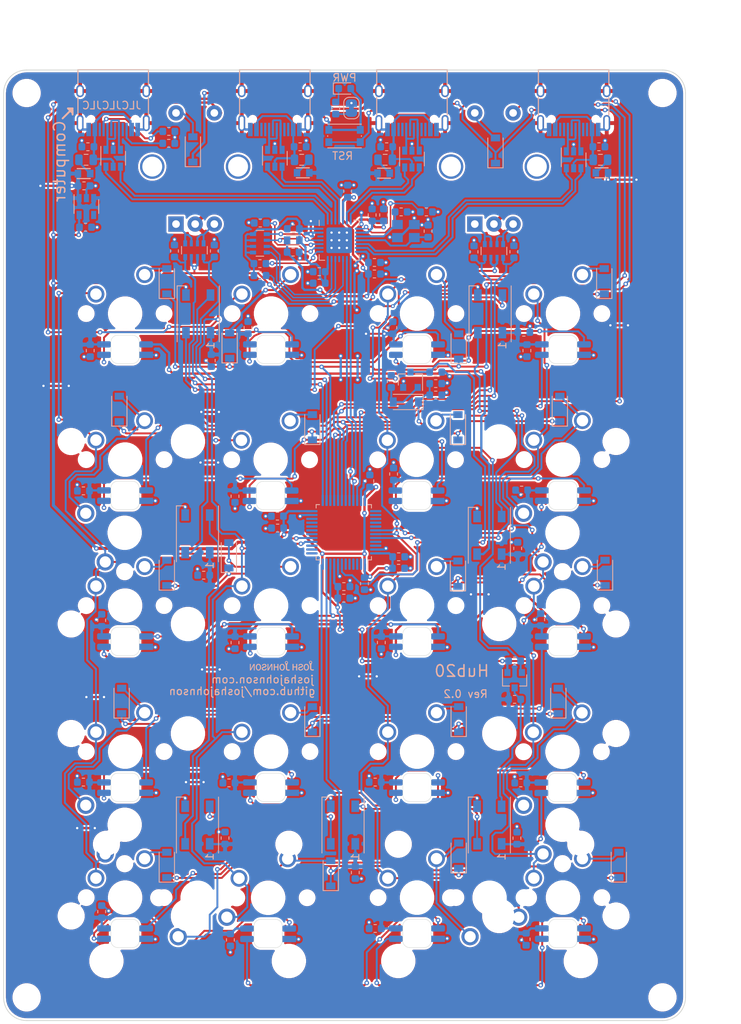
<source format=kicad_pcb>
(kicad_pcb (version 20171130) (host pcbnew 5.1.6-c6e7f7d~87~ubuntu20.04.1)
  (title_block (title Hub20) (date 2020-08-09) (rev 0.2) (company "Josh Johnson"))
  (layers (0 F.Cu signal) (31 B.Cu signal) (34 B.Paste user) (35 F.Paste user) (36 B.SilkS user) (37 F.SilkS user) (38 B.Mask user) (39 F.Mask user) (44 Edge.Cuts user))
  (net 0 "")
  (net 1 GND)
  (net 2 +5V)
  (net 3 VBUS)
  (net 4 /nRST)
  (net 5 +3V3)
  (net 6 /BOOT0)
  (net 7 /ENC1A_DB)
  (net 8 /ENC2A_DB)
  (net 9 /ENC1B_DB)
  (net 10 /ENC2B_DB)
  (net 11 "/USB Hub/XIN")
  (net 12 "/USB Hub/XOUT")
  (net 13 +3.3VA)
  (net 14 "Net-(C58-Pad1)")
  (net 15 "Net-(D1-Pad2)")
  (net 16 "Net-(D2-Pad2)")
  (net 17 /BKLT)
  (net 18 "Net-(D3-Pad2)")
  (net 19 "Net-(D4-Pad2)")
  (net 20 /R1)
  (net 21 "Net-(D5-Pad2)")
  (net 22 /R2)
  (net 23 "Net-(D6-Pad2)")
  (net 24 /R3)
  (net 25 "Net-(D7-Pad2)")
  (net 26 /R4)
  (net 27 "Net-(D8-Pad2)")
  (net 28 /R5)
  (net 29 "Net-(D15-Pad4)")
  (net 30 "Net-(D10-Pad2)")
  (net 31 "Net-(D11-Pad2)")
  (net 32 "Net-(D12-Pad2)")
  (net 33 "Net-(D13-Pad2)")
  (net 34 "Net-(D14-Pad2)")
  (net 35 "Net-(D15-Pad2)")
  (net 36 "Net-(D16-Pad2)")
  (net 37 /R0)
  (net 38 "Net-(D17-Pad2)")
  (net 39 "Net-(D18-Pad2)")
  (net 40 "Net-(D19-Pad2)")
  (net 41 "Net-(D20-Pad2)")
  (net 42 "Net-(D21-Pad2)")
  (net 43 "Net-(D22-Pad2)")
  (net 44 "Net-(D23-Pad2)")
  (net 45 "Net-(D24-Pad2)")
  (net 46 "Net-(D25-Pad2)")
  (net 47 "Net-(D26-Pad2)")
  (net 48 "Net-(D27-Pad2)")
  (net 49 "Net-(D28-Pad2)")
  (net 50 "Net-(D29-Pad2)")
  (net 51 "Net-(F1-Pad1)")
  (net 52 /USB+)
  (net 53 "Net-(J1-PadA5)")
  (net 54 /USB-)
  (net 55 "Net-(J1-PadB5)")
  (net 56 "Net-(J2-PadA6)")
  (net 57 "Net-(J2-PadA7)")
  (net 58 "Net-(J3-PadA6)")
  (net 59 "Net-(J3-PadA7)")
  (net 60 "Net-(J4-PadA6)")
  (net 61 "Net-(J4-PadA7)")
  (net 62 /LED_5V)
  (net 63 /LED)
  (net 64 "Net-(R1-Pad2)")
  (net 65 "Net-(R9-Pad1)")
  (net 66 "Net-(R10-Pad1)")
  (net 67 /E1B)
  (net 68 /E2B)
  (net 69 /E2A)
  (net 70 /E1A)
  (net 71 "Net-(SW2-Pad4)")
  (net 72 /C0)
  (net 73 "Net-(SW3-Pad4)")
  (net 74 /L_R1)
  (net 75 "Net-(SW10-Pad3)")
  (net 76 /L_R2)
  (net 77 "Net-(SW11-Pad3)")
  (net 78 /L_R3)
  (net 79 "Net-(SW12-Pad3)")
  (net 80 /L_R4)
  (net 81 /C1)
  (net 82 "Net-(SW14-Pad3)")
  (net 83 "Net-(SW15-Pad3)")
  (net 84 "Net-(SW10-Pad4)")
  (net 85 "Net-(SW11-Pad4)")
  (net 86 "Net-(SW12-Pad4)")
  (net 87 /C2)
  (net 88 "Net-(SW14-Pad4)")
  (net 89 "Net-(SW15-Pad4)")
  (net 90 "Net-(SW16-Pad4)")
  (net 91 "Net-(SW17-Pad4)")
  (net 92 "Net-(SW18-Pad4)")
  (net 93 /C3)
  (net 94 "/USB Hub/D1_D-")
  (net 95 "/USB Hub/D1_D+")
  (net 96 "/USB Hub/D2_D-")
  (net 97 "/USB Hub/D2_D+")
  (net 98 "Net-(D32-Pad1)")
  (net 99 "Net-(JP1-Pad1)")
  (net 100 "Net-(C59-Pad1)")
  (net 101 "Net-(C60-Pad1)")
  (net 102 "Net-(F2-Pad2)")
  (net 103 "Net-(F3-Pad2)")
  (net 104 "Net-(F4-Pad2)")
  (net 105 "Net-(R7-Pad1)")
  (net 106 "Net-(R8-Pad1)")
  (net 107 "/USB Hub/nOVR_4")
  (net 108 "/USB Hub/nOVR_2")
  (net 109 "/USB Hub/nOVR_3")
  (net 110 "/USB Hub/nOVR_1")
  (net 111 "/USB Hub/D3_D-")
  (net 112 "/USB Hub/D3_D+")
  (net 113 /USB_D+)
  (net 114 /USB_D-)
  (net 115 /USB_MCU_D+)
  (net 116 /USB_MCU_D-)
  (net 117 +3.3VP)
  (module Capacitor_SMD:C_0603_1608Metric (layer B.Cu) (at 123.8 70.5 270)
    (fp_text reference C9 hide)
    (fp_text value 100n)
    (pad 2 smd roundrect (at 0.7875 0 270) (size 0.875 0.95) (layers B.Cu B.Paste B.Mask) (net 1 GND))
    (pad 1 smd roundrect (at -0.7875 0 270) (size 0.875 0.95) (layers B.Cu B.Paste B.Mask) (net 2 +5V))
  )
  (module josh-keyboard:MXOnly-2U-ReversedStabilizers-NoLED (layer F.Cu) (at 169.65 92.9625 90)
    (fp_text reference MX5 hide)
    (fp_text value 2U)
    (pad 2 thru_hole circle (at 2.54 -5.08 90) (size 2.25 2.25) (drill 1.47) (layers *.Cu *.Mask) (net 47 "Net-(D26-Pad2)"))
    (pad "" np_thru_hole circle (at 0 0 90) (size 3.9878 3.9878) (drill 3.9878) (layers *.Cu *.Mask))
    (pad 1 thru_hole circle (at -3.81 -2.54 90) (size 2.25 2.25) (drill 1.47) (layers *.Cu *.Mask) (net 93 /C3))
    (pad "" np_thru_hole circle (at -5.08 0 138.0996) (size 1.75 1.75) (drill 1.75) (layers *.Cu *.Mask))
    (pad "" np_thru_hole circle (at 5.08 0 138.0996) (size 1.75 1.75) (drill 1.75) (layers *.Cu *.Mask))
    (pad "" np_thru_hole circle (at -11.90625 6.985 90) (size 3.048 3.048) (drill 3.048) (layers *.Cu *.Mask))
    (pad "" np_thru_hole circle (at 11.90625 6.985 90) (size 3.048 3.048) (drill 3.048) (layers *.Cu *.Mask))
    (pad "" np_thru_hole circle (at -11.90625 -8.255 90) (size 3.9878 3.9878) (drill 3.9878) (layers *.Cu *.Mask))
    (pad "" np_thru_hole circle (at 11.90625 -8.255 90) (size 3.9878 3.9878) (drill 3.9878) (layers *.Cu *.Mask))
  )
  (module Diode_SMD:D_SOD-123 (layer B.Cu) (at 118 136.3 90)
    (fp_text reference D8 hide)
    (fp_text value 1N4148)
    (pad 2 smd rect (at 1.65 0 90) (size 0.9 1.2) (layers B.Cu B.Paste B.Mask) (net 27 "Net-(D8-Pad2)"))
    (pad 1 smd rect (at -1.65 0 90) (size 0.9 1.2) (layers B.Cu B.Paste B.Mask) (net 28 /R5))
  )
  (module josh-keyboard:MXOnly-2U-NoLED (layer F.Cu) (at 112.5 131.0625 90)
    (fp_text reference MX2 hide)
    (fp_text value 2U)
    (pad 2 thru_hole circle (at 2.54 -5.08 90) (size 2.25 2.25) (drill 1.47) (layers *.Cu *.Mask) (net 25 "Net-(D7-Pad2)"))
    (pad "" np_thru_hole circle (at 0 0 90) (size 3.9878 3.9878) (drill 3.9878) (layers *.Cu *.Mask))
    (pad 1 thru_hole circle (at -3.81 -2.54 90) (size 2.25 2.25) (drill 1.47) (layers *.Cu *.Mask) (net 72 /C0))
    (pad "" np_thru_hole circle (at -5.08 0 138.0996) (size 1.75 1.75) (drill 1.75) (layers *.Cu *.Mask))
    (pad "" np_thru_hole circle (at 5.08 0 138.0996) (size 1.75 1.75) (drill 1.75) (layers *.Cu *.Mask))
    (pad "" np_thru_hole circle (at -11.90625 -6.985 90) (size 3.048 3.048) (drill 3.048) (layers *.Cu *.Mask))
    (pad "" np_thru_hole circle (at 11.90625 -6.985 90) (size 3.048 3.048) (drill 3.048) (layers *.Cu *.Mask))
    (pad "" np_thru_hole circle (at -11.90625 8.255 90) (size 3.9878 3.9878) (drill 3.9878) (layers *.Cu *.Mask))
    (pad "" np_thru_hole circle (at 11.90625 8.255 90) (size 3.9878 3.9878) (drill 3.9878) (layers *.Cu *.Mask))
  )
  (module MountingHole:MountingHole_3.2mm_M3 (layer F.Cu) (at 182.7 153.5875)
    (fp_text reference H3 hide)
    (fp_text value M3)
    (pad 1 np_thru_hole circle (at 0 0) (size 3.2 3.2) (drill 3.2) (layers *.Cu *.Mask))
  )
  (module MountingHole:MountingHole_3.2mm_M3 (layer F.Cu) (at 99.7 153.5875)
    (fp_text reference H4 hide)
    (fp_text value M3)
    (pad 1 np_thru_hole circle (at 0 0) (size 3.2 3.2) (drill 3.2) (layers *.Cu *.Mask))
  )
  (module Package_TO_SOT_SMD:SOT-23-6 (layer B.Cu) (at 171.1 44.3 270)
    (fp_text reference U8 hide)
    (fp_text value USBLC6-2SC6)
    (pad 5 smd rect (at 1.1 0 270) (size 1.06 0.65) (layers B.Cu B.Paste B.Mask) (net 101 "Net-(C60-Pad1)"))
    (pad 6 smd rect (at 1.1 0.95 270) (size 1.06 0.65) (layers B.Cu B.Paste B.Mask) (net 111 "/USB Hub/D3_D-"))
    (pad 4 smd rect (at 1.1 -0.95 270) (size 1.06 0.65) (layers B.Cu B.Paste B.Mask) (net 112 "/USB Hub/D3_D+"))
    (pad 3 smd rect (at -1.1 -0.95 270) (size 1.06 0.65) (layers B.Cu B.Paste B.Mask) (net 60 "Net-(J4-PadA6)"))
    (pad 2 smd rect (at -1.1 0 270) (size 1.06 0.65) (layers B.Cu B.Paste B.Mask) (net 1 GND))
    (pad 1 smd rect (at -1.1 0.95 270) (size 1.06 0.65) (layers B.Cu B.Paste B.Mask) (net 61 "Net-(J4-PadA7)"))
  )
  (module Package_TO_SOT_SMD:SOT-23-6 (layer B.Cu) (at 150 44.2 270)
    (fp_text reference U7 hide)
    (fp_text value USBLC6-2SC6)
    (pad 5 smd rect (at 1.1 0 270) (size 1.06 0.65) (layers B.Cu B.Paste B.Mask) (net 100 "Net-(C59-Pad1)"))
    (pad 6 smd rect (at 1.1 0.95 270) (size 1.06 0.65) (layers B.Cu B.Paste B.Mask) (net 96 "/USB Hub/D2_D-"))
    (pad 4 smd rect (at 1.1 -0.95 270) (size 1.06 0.65) (layers B.Cu B.Paste B.Mask) (net 97 "/USB Hub/D2_D+"))
    (pad 3 smd rect (at -1.1 -0.95 270) (size 1.06 0.65) (layers B.Cu B.Paste B.Mask) (net 58 "Net-(J3-PadA6)"))
    (pad 2 smd rect (at -1.1 0 270) (size 1.06 0.65) (layers B.Cu B.Paste B.Mask) (net 1 GND))
    (pad 1 smd rect (at -1.1 0.95 270) (size 1.06 0.65) (layers B.Cu B.Paste B.Mask) (net 59 "Net-(J3-PadA7)"))
  )
  (module Package_TO_SOT_SMD:SOT-23-6 (layer B.Cu) (at 132.1 44.1 270)
    (fp_text reference U6 hide)
    (fp_text value USBLC6-2SC6)
    (pad 5 smd rect (at 1.1 0 270) (size 1.06 0.65) (layers B.Cu B.Paste B.Mask) (net 14 "Net-(C58-Pad1)"))
    (pad 6 smd rect (at 1.1 0.95 270) (size 1.06 0.65) (layers B.Cu B.Paste B.Mask) (net 94 "/USB Hub/D1_D-"))
    (pad 4 smd rect (at 1.1 -0.95 270) (size 1.06 0.65) (layers B.Cu B.Paste B.Mask) (net 95 "/USB Hub/D1_D+"))
    (pad 3 smd rect (at -1.1 -0.95 270) (size 1.06 0.65) (layers B.Cu B.Paste B.Mask) (net 56 "Net-(J2-PadA6)"))
    (pad 2 smd rect (at -1.1 0 270) (size 1.06 0.65) (layers B.Cu B.Paste B.Mask) (net 1 GND))
    (pad 1 smd rect (at -1.1 0.95 270) (size 1.06 0.65) (layers B.Cu B.Paste B.Mask) (net 57 "Net-(J2-PadA7)"))
  )
  (module josh-buttons-switches:RotaryEncoder_Alps_EC11E-Switch_Vertical_H20mm_CircularMountingHoles (layer F.Cu) (at 158.2 52.6875 90)
    (fp_text reference SW13 hide)
    (fp_text value Rotary_Encoder_Switch)
    (pad S1 thru_hole circle (at 14.5 5 90) (size 2 2) (drill 1) (layers *.Cu *.Mask) (net 87 /C2))
    (pad S2 thru_hole circle (at 14.5 0 90) (size 2 2) (drill 1) (layers *.Cu *.Mask) (net 45 "Net-(D24-Pad2)"))
    (pad MP thru_hole circle (at 7.5 8.1 90) (size 3.2 3.2) (drill 2.6) (layers *.Cu *.Mask))
    (pad MP thru_hole circle (at 7.5 -3.1 90) (size 3.2 3.2) (drill 2.6) (layers *.Cu *.Mask))
    (pad B thru_hole circle (at 0 5 90) (size 2 2) (drill 1) (layers *.Cu *.Mask) (net 68 /E2B))
    (pad C thru_hole circle (at 0 2.5 90) (size 2 2) (drill 1) (layers *.Cu *.Mask) (net 1 GND))
    (pad A thru_hole rect (at 0 0 90) (size 2 2) (drill 1) (layers *.Cu *.Mask) (net 69 /E2A))
  )
  (module josh-buttons-switches:RotaryEncoder_Alps_EC11E-Switch_Vertical_H20mm_CircularMountingHoles (layer F.Cu) (at 119.2 52.6875 90)
    (fp_text reference SW7 hide)
    (fp_text value Rotary_Encoder_Switch)
    (pad S1 thru_hole circle (at 14.5 5 90) (size 2 2) (drill 1) (layers *.Cu *.Mask) (net 81 /C1))
    (pad S2 thru_hole circle (at 14.5 0 90) (size 2 2) (drill 1) (layers *.Cu *.Mask) (net 36 "Net-(D16-Pad2)"))
    (pad MP thru_hole circle (at 7.5 8.1 90) (size 3.2 3.2) (drill 2.6) (layers *.Cu *.Mask))
    (pad MP thru_hole circle (at 7.5 -3.1 90) (size 3.2 3.2) (drill 2.6) (layers *.Cu *.Mask))
    (pad B thru_hole circle (at 0 5 90) (size 2 2) (drill 1) (layers *.Cu *.Mask) (net 67 /E1B))
    (pad C thru_hole circle (at 0 2.5 90) (size 2 2) (drill 1) (layers *.Cu *.Mask) (net 1 GND))
    (pad A thru_hole rect (at 0 0 90) (size 2 2) (drill 1) (layers *.Cu *.Mask) (net 70 /E1A))
  )
  (module Resistor_SMD:R_Array_Convex_4x0603 (layer B.Cu) (at 130.15 55.2 180)
    (fp_text reference RN3 hide)
    (fp_text value 10K)
    (pad 5 smd rect (at 0.9 -1.2 180) (size 0.8 0.5) (layers B.Cu B.Paste B.Mask) (net 117 +3.3VP))
    (pad 6 smd rect (at 0.9 -0.4 180) (size 0.8 0.4) (layers B.Cu B.Paste B.Mask) (net 117 +3.3VP))
    (pad 8 smd rect (at 0.9 1.2 180) (size 0.8 0.5) (layers B.Cu B.Paste B.Mask) (net 117 +3.3VP))
    (pad 7 smd rect (at 0.9 0.4 180) (size 0.8 0.4) (layers B.Cu B.Paste B.Mask) (net 117 +3.3VP))
    (pad 4 smd rect (at -0.9 -1.2 180) (size 0.8 0.5) (layers B.Cu B.Paste B.Mask) (net 107 "/USB Hub/nOVR_4"))
    (pad 2 smd rect (at -0.9 0.4 180) (size 0.8 0.4) (layers B.Cu B.Paste B.Mask) (net 108 "/USB Hub/nOVR_2"))
    (pad 3 smd rect (at -0.9 -0.4 180) (size 0.8 0.4) (layers B.Cu B.Paste B.Mask) (net 109 "/USB Hub/nOVR_3"))
    (pad 1 smd rect (at -0.9 1.2 180) (size 0.8 0.5) (layers B.Cu B.Paste B.Mask) (net 110 "/USB Hub/nOVR_1"))
  )
  (module Resistor_SMD:R_0603_1608Metric (layer B.Cu) (at 130.15 57.85 180)
    (fp_text reference R9 hide)
    (fp_text value 10K)
    (pad 2 smd roundrect (at 0.7875 0 180) (size 0.875 0.95) (layers B.Cu B.Paste B.Mask) (net 117 +3.3VP))
    (pad 1 smd roundrect (at -0.7875 0 180) (size 0.875 0.95) (layers B.Cu B.Paste B.Mask) (net 65 "Net-(R9-Pad1)"))
  )
  (module Resistor_SMD:R_0603_1608Metric (layer B.Cu) (at 130.1625 59.4 180)
    (fp_text reference R8 hide)
    (fp_text value 10K)
    (pad 2 smd roundrect (at 0.7875 0 180) (size 0.875 0.95) (layers B.Cu B.Paste B.Mask) (net 117 +3.3VP))
    (pad 1 smd roundrect (at -0.7875 0 180) (size 0.875 0.95) (layers B.Cu B.Paste B.Mask) (net 106 "Net-(R8-Pad1)"))
  )
  (module josh-logos:josh-johnson-logo-8_6x1_5 (layer B.Cu) (at 133 110.3 180)
    (fp_text reference LOGO3 hide)
    (fp_text value Josh-Logo hide)
  )
  (module josh-connectors:USB_C_U262-161N-4BVC11 (layer B.Cu) (at 171.1 37.2)
    (fp_text reference J4 hide)
    (fp_text value USB_C_Receptacle_USB2.0)
    (pad S1 thru_hole oval (at -4.32 -1.87) (size 1 1.6) (drill oval 0.6 1.2) (layers *.Cu *.Mask B.Paste) (net 1 GND))
    (pad S1 thru_hole oval (at 4.32 -1.87) (size 1 1.6) (drill oval 0.6 1.2) (layers *.Cu *.Mask B.Paste) (net 1 GND))
    (pad S1 thru_hole oval (at -4.32 2.31) (size 0.9 2.1) (drill oval 0.5 1.7) (layers *.Cu *.Mask B.Paste) (net 1 GND))
    (pad S1 thru_hole oval (at 4.32 2.31) (size 0.9 2.1) (drill oval 0.5 1.7) (layers *.Cu *.Mask B.Paste) (net 1 GND))
    (pad "" np_thru_hole circle (at -2.89 1.81) (size 0.65 0.65) (drill 0.65) (layers *.Cu *.Mask) (clearance 0.01))
    (pad "" np_thru_hole circle (at 2.89 1.81) (size 0.65 0.65) (drill 0.65) (layers *.Cu *.Mask) (clearance 0.01))
    (pad A7 smd rect (at 0.25 3.15) (size 0.3 1.75) (layers B.Cu B.Paste B.Mask) (net 61 "Net-(J4-PadA7)"))
    (pad B6 smd rect (at 0.75 3.15) (size 0.3 1.75) (layers B.Cu B.Paste B.Mask) (net 60 "Net-(J4-PadA6)"))
    (pad A8 smd rect (at 1.25 3.15) (size 0.3 1.75) (layers B.Cu B.Paste B.Mask))
    (pad B5 smd rect (at 1.75 3.15) (size 0.3 1.75) (layers B.Cu B.Paste B.Mask))
    (pad B7 smd rect (at -0.75 3.15) (size 0.3 1.75) (layers B.Cu B.Paste B.Mask) (net 61 "Net-(J4-PadA7)"))
    (pad B8 smd rect (at -1.75 3.15) (size 0.3 1.75) (layers B.Cu B.Paste B.Mask))
    (pad A5 smd rect (at -1.25 3.15) (size 0.3 1.75) (layers B.Cu B.Paste B.Mask))
    (pad A6 smd rect (at -0.25 3.15) (size 0.3 1.75) (layers B.Cu B.Paste B.Mask) (net 60 "Net-(J4-PadA6)"))
    (pad A1 smd rect (at -3.35 3.15) (size 0.3 1.75) (layers B.Cu B.Paste B.Mask) (net 1 GND) (clearance 0.01))
    (pad B12 smd rect (at -3.05 3.15) (size 0.3 1.75) (layers B.Cu B.Paste B.Mask) (net 1 GND) (clearance 0.01))
    (pad A4 smd rect (at -2.55 3.15) (size 0.3 1.75) (layers B.Cu B.Paste B.Mask) (net 101 "Net-(C60-Pad1)") (clearance 0.01))
    (pad B9 smd rect (at -2.25 3.15) (size 0.3 1.75) (layers B.Cu B.Paste B.Mask) (net 101 "Net-(C60-Pad1)") (clearance 0.01))
    (pad A9 smd rect (at 2.55 3.15) (size 0.3 1.75) (layers B.Cu B.Paste B.Mask) (net 101 "Net-(C60-Pad1)") (clearance 0.01))
    (pad B4 smd rect (at 2.25 3.15) (size 0.3 1.75) (layers B.Cu B.Paste B.Mask) (net 101 "Net-(C60-Pad1)") (clearance 0.01))
    (pad B1 smd rect (at 3.05 3.15) (size 0.3 1.75) (layers B.Cu B.Paste B.Mask) (net 1 GND) (clearance 0.01))
    (pad A12 smd rect (at 3.35 3.15) (size 0.3 1.75) (layers B.Cu B.Paste B.Mask) (net 1 GND) (clearance 0.01))
  )
  (module josh-connectors:USB_C_U262-161N-4BVC11 (layer B.Cu) (at 150 37.2)
    (fp_text reference J3 hide)
    (fp_text value USB_C_Receptacle_USB2.0)
    (pad S1 thru_hole oval (at -4.32 -1.87) (size 1 1.6) (drill oval 0.6 1.2) (layers *.Cu *.Mask B.Paste) (net 1 GND))
    (pad S1 thru_hole oval (at 4.32 -1.87) (size 1 1.6) (drill oval 0.6 1.2) (layers *.Cu *.Mask B.Paste) (net 1 GND))
    (pad S1 thru_hole oval (at -4.32 2.31) (size 0.9 2.1) (drill oval 0.5 1.7) (layers *.Cu *.Mask B.Paste) (net 1 GND))
    (pad S1 thru_hole oval (at 4.32 2.31) (size 0.9 2.1) (drill oval 0.5 1.7) (layers *.Cu *.Mask B.Paste) (net 1 GND))
    (pad "" np_thru_hole circle (at -2.89 1.81) (size 0.65 0.65) (drill 0.65) (layers *.Cu *.Mask) (clearance 0.01))
    (pad "" np_thru_hole circle (at 2.89 1.81) (size 0.65 0.65) (drill 0.65) (layers *.Cu *.Mask) (clearance 0.01))
    (pad A7 smd rect (at 0.25 3.15) (size 0.3 1.75) (layers B.Cu B.Paste B.Mask) (net 59 "Net-(J3-PadA7)"))
    (pad B6 smd rect (at 0.75 3.15) (size 0.3 1.75) (layers B.Cu B.Paste B.Mask) (net 58 "Net-(J3-PadA6)"))
    (pad A8 smd rect (at 1.25 3.15) (size 0.3 1.75) (layers B.Cu B.Paste B.Mask))
    (pad B5 smd rect (at 1.75 3.15) (size 0.3 1.75) (layers B.Cu B.Paste B.Mask))
    (pad B7 smd rect (at -0.75 3.15) (size 0.3 1.75) (layers B.Cu B.Paste B.Mask) (net 59 "Net-(J3-PadA7)"))
    (pad B8 smd rect (at -1.75 3.15) (size 0.3 1.75) (layers B.Cu B.Paste B.Mask))
    (pad A5 smd rect (at -1.25 3.15) (size 0.3 1.75) (layers B.Cu B.Paste B.Mask))
    (pad A6 smd rect (at -0.25 3.15) (size 0.3 1.75) (layers B.Cu B.Paste B.Mask) (net 58 "Net-(J3-PadA6)"))
    (pad A1 smd rect (at -3.35 3.15) (size 0.3 1.75) (layers B.Cu B.Paste B.Mask) (net 1 GND) (clearance 0.01))
    (pad B12 smd rect (at -3.05 3.15) (size 0.3 1.75) (layers B.Cu B.Paste B.Mask) (net 1 GND) (clearance 0.01))
    (pad A4 smd rect (at -2.55 3.15) (size 0.3 1.75) (layers B.Cu B.Paste B.Mask) (net 100 "Net-(C59-Pad1)") (clearance 0.01))
    (pad B9 smd rect (at -2.25 3.15) (size 0.3 1.75) (layers B.Cu B.Paste B.Mask) (net 100 "Net-(C59-Pad1)") (clearance 0.01))
    (pad A9 smd rect (at 2.55 3.15) (size 0.3 1.75) (layers B.Cu B.Paste B.Mask) (net 100 "Net-(C59-Pad1)") (clearance 0.01))
    (pad B4 smd rect (at 2.25 3.15) (size 0.3 1.75) (layers B.Cu B.Paste B.Mask) (net 100 "Net-(C59-Pad1)") (clearance 0.01))
    (pad B1 smd rect (at 3.05 3.15) (size 0.3 1.75) (layers B.Cu B.Paste B.Mask) (net 1 GND) (clearance 0.01))
    (pad A12 smd rect (at 3.35 3.15) (size 0.3 1.75) (layers B.Cu B.Paste B.Mask) (net 1 GND) (clearance 0.01))
  )
  (module josh-connectors:USB_C_U262-161N-4BVC11 (layer B.Cu) (at 132.1 37.2)
    (fp_text reference J2 hide)
    (fp_text value USB_C_Receptacle_USB2.0)
    (pad S1 thru_hole oval (at -4.32 -1.87) (size 1 1.6) (drill oval 0.6 1.2) (layers *.Cu *.Mask B.Paste) (net 1 GND))
    (pad S1 thru_hole oval (at 4.32 -1.87) (size 1 1.6) (drill oval 0.6 1.2) (layers *.Cu *.Mask B.Paste) (net 1 GND))
    (pad S1 thru_hole oval (at -4.32 2.31) (size 0.9 2.1) (drill oval 0.5 1.7) (layers *.Cu *.Mask B.Paste) (net 1 GND))
    (pad S1 thru_hole oval (at 4.32 2.31) (size 0.9 2.1) (drill oval 0.5 1.7) (layers *.Cu *.Mask B.Paste) (net 1 GND))
    (pad "" np_thru_hole circle (at -2.89 1.81) (size 0.65 0.65) (drill 0.65) (layers *.Cu *.Mask) (clearance 0.01))
    (pad "" np_thru_hole circle (at 2.89 1.81) (size 0.65 0.65) (drill 0.65) (layers *.Cu *.Mask) (clearance 0.01))
    (pad A7 smd rect (at 0.25 3.15) (size 0.3 1.75) (layers B.Cu B.Paste B.Mask) (net 57 "Net-(J2-PadA7)"))
    (pad B6 smd rect (at 0.75 3.15) (size 0.3 1.75) (layers B.Cu B.Paste B.Mask) (net 56 "Net-(J2-PadA6)"))
    (pad A8 smd rect (at 1.25 3.15) (size 0.3 1.75) (layers B.Cu B.Paste B.Mask))
    (pad B5 smd rect (at 1.75 3.15) (size 0.3 1.75) (layers B.Cu B.Paste B.Mask))
    (pad B7 smd rect (at -0.75 3.15) (size 0.3 1.75) (layers B.Cu B.Paste B.Mask) (net 57 "Net-(J2-PadA7)"))
    (pad B8 smd rect (at -1.75 3.15) (size 0.3 1.75) (layers B.Cu B.Paste B.Mask))
    (pad A5 smd rect (at -1.25 3.15) (size 0.3 1.75) (layers B.Cu B.Paste B.Mask))
    (pad A6 smd rect (at -0.25 3.15) (size 0.3 1.75) (layers B.Cu B.Paste B.Mask) (net 56 "Net-(J2-PadA6)"))
    (pad A1 smd rect (at -3.35 3.15) (size 0.3 1.75) (layers B.Cu B.Paste B.Mask) (net 1 GND) (clearance 0.01))
    (pad B12 smd rect (at -3.05 3.15) (size 0.3 1.75) (layers B.Cu B.Paste B.Mask) (net 1 GND) (clearance 0.01))
    (pad A4 smd rect (at -2.55 3.15) (size 0.3 1.75) (layers B.Cu B.Paste B.Mask) (net 14 "Net-(C58-Pad1)") (clearance 0.01))
    (pad B9 smd rect (at -2.25 3.15) (size 0.3 1.75) (layers B.Cu B.Paste B.Mask) (net 14 "Net-(C58-Pad1)") (clearance 0.01))
    (pad A9 smd rect (at 2.55 3.15) (size 0.3 1.75) (layers B.Cu B.Paste B.Mask) (net 14 "Net-(C58-Pad1)") (clearance 0.01))
    (pad B4 smd rect (at 2.25 3.15) (size 0.3 1.75) (layers B.Cu B.Paste B.Mask) (net 14 "Net-(C58-Pad1)") (clearance 0.01))
    (pad B1 smd rect (at 3.05 3.15) (size 0.3 1.75) (layers B.Cu B.Paste B.Mask) (net 1 GND) (clearance 0.01))
    (pad A12 smd rect (at 3.35 3.15) (size 0.3 1.75) (layers B.Cu B.Paste B.Mask) (net 1 GND) (clearance 0.01))
  )
  (module josh-passives-smt:Ferrite_Bead_0603 (layer B.Cu) (at 174.8 46)
    (fp_text reference FB5 hide)
    (fp_text value 600R hide)
    (pad 2 smd rect (at 0.8 0) (size 0.85 1) (layers B.Cu B.Paste B.Mask) (net 2 +5V))
    (pad 1 smd rect (at -0.8 0) (size 0.85 1) (layers B.Cu B.Paste B.Mask) (net 104 "Net-(F4-Pad2)"))
  )
  (module josh-passives-smt:Ferrite_Bead_0603 (layer B.Cu) (at 146.3 46.05 180)
    (fp_text reference FB4 hide)
    (fp_text value 600R hide)
    (pad 2 smd rect (at 0.8 0 180) (size 0.85 1) (layers B.Cu B.Paste B.Mask) (net 2 +5V))
    (pad 1 smd rect (at -0.8 0 180) (size 0.85 1) (layers B.Cu B.Paste B.Mask) (net 103 "Net-(F3-Pad2)"))
  )
  (module josh-passives-smt:Ferrite_Bead_0603 (layer B.Cu) (at 135.8 46)
    (fp_text reference FB3 hide)
    (fp_text value 600R hide)
    (pad 2 smd rect (at 0.8 0) (size 0.85 1) (layers B.Cu B.Paste B.Mask) (net 2 +5V))
    (pad 1 smd rect (at -0.8 0) (size 0.85 1) (layers B.Cu B.Paste B.Mask) (net 102 "Net-(F2-Pad2)"))
  )
  (module josh-passives-smt:Ferrite_Bead_0603 (layer B.Cu) (at 134.5 54.8)
    (fp_text reference FB2 hide)
    (fp_text value 600R hide)
    (pad 2 smd rect (at 0.8 0) (size 0.85 1) (layers B.Cu B.Paste B.Mask) (net 117 +3.3VP))
    (pad 1 smd rect (at -0.8 0) (size 0.85 1) (layers B.Cu B.Paste B.Mask) (net 13 +3.3VA))
  )
  (module josh-passives-smt:Fuse_0805_2012Metric (layer B.Cu) (at 174.6 44.3)
    (fp_text reference F4 hide)
    (fp_text value 200mA)
    (pad 2 smd roundrect (at 0.9375 0) (size 0.975 1.4) (layers B.Cu B.Paste B.Mask) (net 104 "Net-(F4-Pad2)"))
    (pad 1 smd roundrect (at -0.9375 0) (size 0.975 1.4) (layers B.Cu B.Paste B.Mask) (net 101 "Net-(C60-Pad1)"))
  )
  (module josh-passives-smt:Fuse_0805_2012Metric (layer B.Cu) (at 146.5 44.3 180)
    (fp_text reference F3 hide)
    (fp_text value 200mA)
    (pad 2 smd roundrect (at 0.9375 0 180) (size 0.975 1.4) (layers B.Cu B.Paste B.Mask) (net 103 "Net-(F3-Pad2)"))
    (pad 1 smd roundrect (at -0.9375 0 180) (size 0.975 1.4) (layers B.Cu B.Paste B.Mask) (net 100 "Net-(C59-Pad1)"))
  )
  (module josh-passives-smt:Fuse_0805_2012Metric (layer B.Cu) (at 135.6 44.3)
    (fp_text reference F2 hide)
    (fp_text value 200mA)
    (pad 2 smd roundrect (at 0.9375 0) (size 0.975 1.4) (layers B.Cu B.Paste B.Mask) (net 102 "Net-(F2-Pad2)"))
    (pad 1 smd roundrect (at -0.9375 0) (size 0.975 1.4) (layers B.Cu B.Paste B.Mask) (net 14 "Net-(C58-Pad1)"))
  )
  (module Capacitor_SMD:C_0603_1608Metric (layer B.Cu) (at 174.4 42.6)
    (fp_text reference C60 hide)
    (fp_text value 100n)
    (pad 2 smd roundrect (at 0.7875 0) (size 0.875 0.95) (layers B.Cu B.Paste B.Mask) (net 1 GND))
    (pad 1 smd roundrect (at -0.7875 0) (size 0.875 0.95) (layers B.Cu B.Paste B.Mask) (net 101 "Net-(C60-Pad1)"))
  )
  (module Capacitor_SMD:C_0603_1608Metric (layer B.Cu) (at 146.7 42.6 180)
    (fp_text reference C59 hide)
    (fp_text value 100n)
    (pad 2 smd roundrect (at 0.7875 0 180) (size 0.875 0.95) (layers B.Cu B.Paste B.Mask) (net 1 GND))
    (pad 1 smd roundrect (at -0.7875 0 180) (size 0.875 0.95) (layers B.Cu B.Paste B.Mask) (net 100 "Net-(C59-Pad1)"))
  )
  (module Capacitor_SMD:C_0603_1608Metric (layer B.Cu) (at 135.4 42.6)
    (fp_text reference C58 hide)
    (fp_text value 100n)
    (pad 2 smd roundrect (at 0.7875 0) (size 0.875 0.95) (layers B.Cu B.Paste B.Mask) (net 1 GND))
    (pad 1 smd roundrect (at -0.7875 0) (size 0.875 0.95) (layers B.Cu B.Paste B.Mask) (net 14 "Net-(C58-Pad1)"))
  )
  (module Capacitor_SMD:C_0603_1608Metric (layer B.Cu) (at 134.4875 56.35)
    (fp_text reference C42 hide)
    (fp_text value 100n)
    (pad 2 smd roundrect (at 0.7875 0) (size 0.875 0.95) (layers B.Cu B.Paste B.Mask) (net 1 GND))
    (pad 1 smd roundrect (at -0.7875 0) (size 0.875 0.95) (layers B.Cu B.Paste B.Mask) (net 13 +3.3VA))
  )
  (module Capacitor_SMD:C_0603_1608Metric (layer B.Cu) (at 134.5125 53.3 180)
    (fp_text reference C41 hide)
    (fp_text value 10u)
    (pad 2 smd roundrect (at 0.7875 0 180) (size 0.875 0.95) (layers B.Cu B.Paste B.Mask) (net 1 GND))
    (pad 1 smd roundrect (at -0.7875 0 180) (size 0.875 0.95) (layers B.Cu B.Paste B.Mask) (net 117 +3.3VP))
  )
  (module Capacitor_SMD:C_0603_1608Metric (layer B.Cu) (at 143.8 99.6 270)
    (fp_text reference C40 hide)
    (fp_text value 100n)
    (pad 2 smd roundrect (at 0.7875 0 270) (size 0.875 0.95) (layers B.Cu B.Paste B.Mask) (net 1 GND))
    (pad 1 smd roundrect (at -0.7875 0 270) (size 0.875 0.95) (layers B.Cu B.Paste B.Mask) (net 5 +3V3))
  )
  (module Capacitor_SMD:C_0603_1608Metric (layer B.Cu) (at 144.5 86.2125 90)
    (fp_text reference C38 hide)
    (fp_text value 100n)
    (pad 2 smd roundrect (at 0.7875 0 90) (size 0.875 0.95) (layers B.Cu B.Paste B.Mask) (net 1 GND))
    (pad 1 smd roundrect (at -0.7875 0 90) (size 0.875 0.95) (layers B.Cu B.Paste B.Mask) (net 5 +3V3))
  )
  (module Capacitor_SMD:C_0603_1608Metric (layer B.Cu) (at 141.11 99.99)
    (fp_text reference C36 hide)
    (fp_text value 100n)
    (pad 2 smd roundrect (at 0.7875 0) (size 0.875 0.95) (layers B.Cu B.Paste B.Mask) (net 1 GND))
    (pad 1 smd roundrect (at -0.7875 0) (size 0.875 0.95) (layers B.Cu B.Paste B.Mask) (net 5 +3V3))
  )
  (module Capacitor_SMD:C_0603_1608Metric (layer B.Cu) (at 148.25 97.6)
    (fp_text reference C34 hide)
    (fp_text value 1u)
    (pad 2 smd roundrect (at 0.7875 0) (size 0.875 0.95) (layers B.Cu B.Paste B.Mask) (net 1 GND))
    (pad 1 smd roundrect (at -0.7875 0) (size 0.875 0.95) (layers B.Cu B.Paste B.Mask) (net 5 +3V3))
  )
  (module Capacitor_SMD:C_0603_1608Metric (layer B.Cu) (at 141.1 101.5)
    (fp_text reference C32 hide)
    (fp_text value 1u)
    (pad 2 smd roundrect (at 0.7875 0) (size 0.875 0.95) (layers B.Cu B.Paste B.Mask) (net 1 GND))
    (pad 1 smd roundrect (at -0.7875 0) (size 0.875 0.95) (layers B.Cu B.Paste B.Mask) (net 5 +3V3))
  )
  (module Capacitor_SMD:C_0603_1608Metric (layer B.Cu) (at 132.4625 92.35 180)
    (fp_text reference C28 hide)
    (fp_text value 1u)
    (pad 2 smd roundrect (at 0.7875 0 180) (size 0.875 0.95) (layers B.Cu B.Paste B.Mask) (net 1 GND))
    (pad 1 smd roundrect (at -0.7875 0 180) (size 0.875 0.95) (layers B.Cu B.Paste B.Mask) (net 5 +3V3))
  )
  (module josh-logos:OSHW_Logo_3.6x3.6_F.Mask (layer B.Cu) (at 121.4 111.1 180)
    (fp_text reference LOGO5 hide)
    (fp_text value OSHW hide)
  )
  (module josh-keyboard:MX_KEYSWITCH_RGB (layer F.Cu) (at 169.65 64.3875)
    (fp_text reference SW19 hide)
    (fp_text value MX_RGB)
    (fp_line (start 1 2.8) (end -0.9 2.8) (layer Edge.Cuts) (width 0.05))
    (fp_line (start 1.9 5.6) (end 1.9 3.7) (layer Edge.Cuts) (width 0.05))
    (fp_line (start -0.9 6.5) (end 1 6.5) (layer Edge.Cuts) (width 0.05))
    (fp_line (start -1.8 3.7) (end -1.8 5.6) (layer Edge.Cuts) (width 0.05))
    (fp_arc (start 1 3.7) (end 1.9 3.7) (angle -90) (layer Edge.Cuts) (width 0.05))
    (fp_arc (start -0.9 3.7) (end -0.9 2.8) (angle -90) (layer Edge.Cuts) (width 0.05))
    (fp_arc (start -0.9 5.6) (end -1.8 5.6) (angle -90) (layer Edge.Cuts) (width 0.05))
    (fp_arc (start 1 5.6) (end 1 6.5) (angle -90) (layer Edge.Cuts) (width 0.05))
    (pad 4 smd roundrect (at -2.7 5.36) (size 1.8 0.82) (layers B.Cu B.Paste B.Mask) (net 74 /L_R1))
    (pad 6 smd rect (at 2.8 5.36) (size 1.8 0.82) (layers B.Cu B.Paste B.Mask) (net 1 GND))
    (pad 3 smd roundrect (at 2.8 4) (size 1.8 0.82) (layers B.Cu B.Paste B.Mask) (net 88 "Net-(SW14-Pad4)"))
    (pad 5 smd roundrect (at -2.7 4) (size 1.8 0.82) (layers B.Cu B.Paste B.Mask) (net 2 +5V))
    (pad "" np_thru_hole circle (at 5.14 -0.02) (size 1.7 1.7) (drill 1.7) (layers *.Cu *.Mask))
    (pad "" np_thru_hole circle (at -5.02 -0.02) (size 1.7 1.7) (drill 1.7) (layers *.Cu *.Mask))
    (pad "" np_thru_hole circle (at 0.06 -0.02) (size 4 4) (drill 4) (layers *.Cu *.Mask))
    (pad 2 thru_hole circle (at -3.75 -2.56) (size 2.2 2.2) (drill 1.5) (layers *.Cu *.Mask) (net 93 /C3))
    (pad 1 thru_hole circle (at 2.6 -5.1) (size 2.2 2.2) (drill 1.5) (layers *.Cu *.Mask) (net 46 "Net-(D25-Pad2)"))
  )
  (module josh-keyboard:MXOnly-2U-ReversedStabilizers-NoLED (layer F.Cu) (at 122.025 140.5875 180)
    (fp_text reference MX3 hide)
    (fp_text value 2U)
    (pad 2 thru_hole circle (at 2.54 -5.08 180) (size 2.25 2.25) (drill 1.47) (layers *.Cu *.Mask) (net 34 "Net-(D14-Pad2)"))
    (pad "" np_thru_hole circle (at 0 0 180) (size 3.9878 3.9878) (drill 3.9878) (layers *.Cu *.Mask))
    (pad 1 thru_hole circle (at -3.81 -2.54 180) (size 2.25 2.25) (drill 1.47) (layers *.Cu *.Mask) (net 81 /C1))
    (pad "" np_thru_hole circle (at -5.08 0 228.0996) (size 1.75 1.75) (drill 1.75) (layers *.Cu *.Mask))
    (pad "" np_thru_hole circle (at 5.08 0 228.0996) (size 1.75 1.75) (drill 1.75) (layers *.Cu *.Mask))
    (pad "" np_thru_hole circle (at -11.90625 6.985 180) (size 3.048 3.048) (drill 3.048) (layers *.Cu *.Mask))
    (pad "" np_thru_hole circle (at 11.90625 6.985 180) (size 3.048 3.048) (drill 3.048) (layers *.Cu *.Mask))
    (pad "" np_thru_hole circle (at -11.90625 -8.255 180) (size 3.9878 3.9878) (drill 3.9878) (layers *.Cu *.Mask))
    (pad "" np_thru_hole circle (at 11.90625 -8.255 180) (size 3.9878 3.9878) (drill 3.9878) (layers *.Cu *.Mask))
  )
  (module Jumper:SolderJumper-2_P1.3mm_Bridged_RoundedPad1.0x1.5mm (layer B.Cu) (at 142.1 37.55 90)
    (fp_text reference JP1 hide)
    (fp_text value LED)
    (fp_poly (pts (xy 0.25 0.3) (xy -0.25 0.3) (xy -0.25 -0.3) (xy 0.25 -0.3)) (layer B.Cu) (width 0))
    (pad 2 smd custom (at 0.65 0 90) (size 1 0.5) (layers B.Cu B.Mask) (net 1 GND) (options (clearance outline) (anchor rect)) (primitives (gr_circle (center 0 -0.25) (end 0.5 -0.25) (width 0)) (gr_circle (center 0 0.25) (end 0.5 0.25) (width 0)) (gr_poly (pts (xy 0 0.75) (xy -0.5 0.75) (xy -0.5 -0.75) (xy 0 -0.75)) (width 0))))
    (pad 1 smd custom (at -0.65 0 90) (size 1 0.5) (layers B.Cu B.Mask) (net 99 "Net-(JP1-Pad1)") (options (clearance outline) (anchor rect)) (primitives (gr_circle (center 0 -0.25) (end 0.5 -0.25) (width 0)) (gr_circle (center 0 0.25) (end 0.5 0.25) (width 0)) (gr_poly (pts (xy 0 0.75) (xy 0.5 0.75) (xy 0.5 -0.75) (xy 0 -0.75)) (width 0))))
  )
  (module Capacitor_SMD:C_0603_1608Metric (layer B.Cu) (at 142.6 137.3 270)
    (fp_text reference C39 hide)
    (fp_text value 100n)
    (pad 2 smd roundrect (at 0.7875 0 270) (size 0.875 0.95) (layers B.Cu B.Paste B.Mask) (net 1 GND))
    (pad 1 smd roundrect (at -0.7875 0 270) (size 0.875 0.95) (layers B.Cu B.Paste B.Mask) (net 2 +5V))
  )
  (module Capacitor_SMD:C_0603_1608Metric (layer B.Cu) (at 145.2 144.6 180)
    (fp_text reference C37 hide)
    (fp_text value 100n)
    (pad 2 smd roundrect (at 0.7875 0 180) (size 0.875 0.95) (layers B.Cu B.Paste B.Mask) (net 1 GND))
    (pad 1 smd roundrect (at -0.7875 0 180) (size 0.875 0.95) (layers B.Cu B.Paste B.Mask) (net 2 +5V))
  )
  (module Capacitor_SMD:C_0603_1608Metric (layer B.Cu) (at 125.6 132.8 90)
    (fp_text reference C35 hide)
    (fp_text value 100n)
    (pad 2 smd roundrect (at 0.7875 0 90) (size 0.875 0.95) (layers B.Cu B.Paste B.Mask) (net 1 GND))
    (pad 1 smd roundrect (at -0.7875 0 90) (size 0.875 0.95) (layers B.Cu B.Paste B.Mask) (net 2 +5V))
  )
  (module Capacitor_SMD:C_0603_1608Metric (layer B.Cu) (at 107.1125 125.5 180)
    (fp_text reference C33 hide)
    (fp_text value 100n)
    (pad 2 smd roundrect (at 0.7875 0 180) (size 0.875 0.95) (layers B.Cu B.Paste B.Mask) (net 1 GND))
    (pad 1 smd roundrect (at -0.7875 0 180) (size 0.875 0.95) (layers B.Cu B.Paste B.Mask) (net 2 +5V))
  )
  (module Capacitor_SMD:C_0603_1608Metric (layer B.Cu) (at 126.1125 125.6 180)
    (fp_text reference C31 hide)
    (fp_text value 100n)
    (pad 2 smd roundrect (at 0.7875 0 180) (size 0.875 0.95) (layers B.Cu B.Paste B.Mask) (net 1 GND))
    (pad 1 smd roundrect (at -0.7875 0 180) (size 0.875 0.95) (layers B.Cu B.Paste B.Mask) (net 2 +5V))
  )
  (module Capacitor_SMD:C_0603_1608Metric (layer B.Cu) (at 109.5 142.4 90)
    (fp_text reference C30 hide)
    (fp_text value 100n)
    (pad 2 smd roundrect (at 0.7875 0 90) (size 0.875 0.95) (layers B.Cu B.Paste B.Mask) (net 1 GND))
    (pad 1 smd roundrect (at -0.7875 0 90) (size 0.875 0.95) (layers B.Cu B.Paste B.Mask) (net 2 +5V))
  )
  (module Capacitor_SMD:C_0603_1608Metric (layer B.Cu) (at 145.2 125.5 180)
    (fp_text reference C29 hide)
    (fp_text value 100n)
    (pad 2 smd roundrect (at 0.7875 0 180) (size 0.875 0.95) (layers B.Cu B.Paste B.Mask) (net 1 GND))
    (pad 1 smd roundrect (at -0.7875 0 180) (size 0.875 0.95) (layers B.Cu B.Paste B.Mask) (net 2 +5V))
  )
  (module Capacitor_SMD:C_0603_1608Metric (layer B.Cu) (at 164.2 125.6 180)
    (fp_text reference C27 hide)
    (fp_text value 100n)
    (pad 2 smd roundrect (at 0.7875 0 180) (size 0.875 0.95) (layers B.Cu B.Paste B.Mask) (net 1 GND))
    (pad 1 smd roundrect (at -0.7875 0 180) (size 0.875 0.95) (layers B.Cu B.Paste B.Mask) (net 2 +5V))
  )
  (module Capacitor_SMD:C_0603_1608Metric (layer B.Cu) (at 126.3 146.0875 270)
    (fp_text reference C26 hide)
    (fp_text value 100n)
    (pad 2 smd roundrect (at 0.7875 0 270) (size 0.875 0.95) (layers B.Cu B.Paste B.Mask) (net 1 GND))
    (pad 1 smd roundrect (at -0.7875 0 270) (size 0.875 0.95) (layers B.Cu B.Paste B.Mask) (net 2 +5V))
  )
  (module Capacitor_SMD:C_0603_1608Metric (layer B.Cu) (at 126.9 107.3 270)
    (fp_text reference C25 hide)
    (fp_text value 100n)
    (pad 2 smd roundrect (at 0.7875 0 270) (size 0.875 0.95) (layers B.Cu B.Paste B.Mask) (net 1 GND))
    (pad 1 smd roundrect (at -0.7875 0 270) (size 0.875 0.95) (layers B.Cu B.Paste B.Mask) (net 2 +5V))
  )
  (module Capacitor_SMD:C_0603_1608Metric (layer B.Cu) (at 163.7 132.8125 90)
    (fp_text reference C24 hide)
    (fp_text value 100n)
    (pad 2 smd roundrect (at 0.7875 0 90) (size 0.875 0.95) (layers B.Cu B.Paste B.Mask) (net 1 GND))
    (pad 1 smd roundrect (at -0.7875 0 90) (size 0.875 0.95) (layers B.Cu B.Paste B.Mask) (net 2 +5V))
  )
  (module Capacitor_SMD:C_0603_1608Metric (layer B.Cu) (at 166.8 104.2875 90)
    (fp_text reference C23 hide)
    (fp_text value 100n)
    (pad 2 smd roundrect (at 0.7875 0 90) (size 0.875 0.95) (layers B.Cu B.Paste B.Mask) (net 1 GND))
    (pad 1 smd roundrect (at -0.7875 0 90) (size 0.875 0.95) (layers B.Cu B.Paste B.Mask) (net 2 +5V))
  )
  (module Capacitor_SMD:C_0603_1608Metric (layer B.Cu) (at 164.9 146 270)
    (fp_text reference C22 hide)
    (fp_text value 100n)
    (pad 2 smd roundrect (at 0.7875 0 270) (size 0.875 0.95) (layers B.Cu B.Paste B.Mask) (net 1 GND))
    (pad 1 smd roundrect (at -0.7875 0 270) (size 0.875 0.95) (layers B.Cu B.Paste B.Mask) (net 2 +5V))
  )
  (module Capacitor_SMD:C_0603_1608Metric (layer B.Cu) (at 109.5 104.3875 90)
    (fp_text reference C21 hide)
    (fp_text value 100n)
    (pad 2 smd roundrect (at 0.7875 0 90) (size 0.875 0.95) (layers B.Cu B.Paste B.Mask) (net 1 GND))
    (pad 1 smd roundrect (at -0.7875 0 90) (size 0.875 0.95) (layers B.Cu B.Paste B.Mask) (net 2 +5V))
  )
  (module Capacitor_SMD:C_0603_1608Metric (layer B.Cu) (at 146 107.2875 270)
    (fp_text reference C17 hide)
    (fp_text value 100n)
    (pad 2 smd roundrect (at 0.7875 0 270) (size 0.875 0.95) (layers B.Cu B.Paste B.Mask) (net 1 GND))
    (pad 1 smd roundrect (at -0.7875 0 270) (size 0.875 0.95) (layers B.Cu B.Paste B.Mask) (net 2 +5V))
  )
  (module Capacitor_SMD:C_0603_1608Metric (layer B.Cu) (at 126.9 88.2 270)
    (fp_text reference C16 hide)
    (fp_text value 100n)
    (pad 2 smd roundrect (at 0.7875 0 270) (size 0.875 0.95) (layers B.Cu B.Paste B.Mask) (net 1 GND))
    (pad 1 smd roundrect (at -0.7875 0 270) (size 0.875 0.95) (layers B.Cu B.Paste B.Mask) (net 2 +5V))
  )
  (module Capacitor_SMD:C_0603_1608Metric (layer B.Cu) (at 164.6 66.8)
    (fp_text reference C15 hide)
    (fp_text value 100n)
    (pad 2 smd roundrect (at 0.7875 0) (size 0.875 0.95) (layers B.Cu B.Paste B.Mask) (net 1 GND))
    (pad 1 smd roundrect (at -0.7875 0) (size 0.875 0.95) (layers B.Cu B.Paste B.Mask) (net 2 +5V))
  )
  (module Capacitor_SMD:C_0603_1608Metric (layer B.Cu) (at 122.8125 98.5 180)
    (fp_text reference C13 hide)
    (fp_text value 100n)
    (pad 2 smd roundrect (at 0.7875 0 180) (size 0.875 0.95) (layers B.Cu B.Paste B.Mask) (net 1 GND))
    (pad 1 smd roundrect (at -0.7875 0 180) (size 0.875 0.95) (layers B.Cu B.Paste B.Mask) (net 2 +5V))
  )
  (module Capacitor_SMD:C_0603_1608Metric (layer B.Cu) (at 163.8 95 90)
    (fp_text reference C12 hide)
    (fp_text value 100n)
    (pad 2 smd roundrect (at 0.7875 0 90) (size 0.875 0.95) (layers B.Cu B.Paste B.Mask) (net 1 GND))
    (pad 1 smd roundrect (at -0.7875 0 90) (size 0.875 0.95) (layers B.Cu B.Paste B.Mask) (net 2 +5V))
  )
  (module Capacitor_SMD:C_0603_1608Metric (layer B.Cu) (at 147.6 85.3 90)
    (fp_text reference C11 hide)
    (fp_text value 100n)
    (pad 2 smd roundrect (at 0.7875 0 90) (size 0.875 0.95) (layers B.Cu B.Paste B.Mask) (net 1 GND))
    (pad 1 smd roundrect (at -0.7875 0 90) (size 0.875 0.95) (layers B.Cu B.Paste B.Mask) (net 2 +5V))
  )
  (module Capacitor_SMD:C_0603_1608Metric (layer B.Cu) (at 164.3125 87.4 180)
    (fp_text reference C8 hide)
    (fp_text value 100n)
    (pad 2 smd roundrect (at 0.7875 0 180) (size 0.875 0.95) (layers B.Cu B.Paste B.Mask) (net 1 GND))
    (pad 1 smd roundrect (at -0.7875 0 180) (size 0.875 0.95) (layers B.Cu B.Paste B.Mask) (net 2 +5V))
  )
  (module Capacitor_SMD:C_0603_1608Metric (layer B.Cu) (at 165 69.2 270)
    (fp_text reference C7 hide)
    (fp_text value 100n)
    (pad 2 smd roundrect (at 0.7875 0 270) (size 0.875 0.95) (layers B.Cu B.Paste B.Mask) (net 1 GND))
    (pad 1 smd roundrect (at -0.7875 0 270) (size 0.875 0.95) (layers B.Cu B.Paste B.Mask) (net 2 +5V))
  )
  (module Capacitor_SMD:C_0603_1608Metric (layer B.Cu) (at 107.1125 87.5 180)
    (fp_text reference C6 hide)
    (fp_text value 100n)
    (pad 2 smd roundrect (at 0.7875 0 180) (size 0.875 0.95) (layers B.Cu B.Paste B.Mask) (net 1 GND))
    (pad 1 smd roundrect (at -0.7875 0 180) (size 0.875 0.95) (layers B.Cu B.Paste B.Mask) (net 2 +5V))
  )
  (module Capacitor_SMD:C_0603_1608Metric (layer B.Cu) (at 147.5 66.2125 90)
    (fp_text reference C5 hide)
    (fp_text value 100n)
    (pad 2 smd roundrect (at 0.7875 0 90) (size 0.875 0.95) (layers B.Cu B.Paste B.Mask) (net 1 GND))
    (pad 1 smd roundrect (at -0.7875 0 90) (size 0.875 0.95) (layers B.Cu B.Paste B.Mask) (net 2 +5V))
  )
  (module Capacitor_SMD:C_0603_1608Metric (layer B.Cu) (at 128.6 66.2 90)
    (fp_text reference C4 hide)
    (fp_text value 100n)
    (pad 2 smd roundrect (at 0.7875 0 90) (size 0.875 0.95) (layers B.Cu B.Paste B.Mask) (net 1 GND))
    (pad 1 smd roundrect (at -0.7875 0 90) (size 0.875 0.95) (layers B.Cu B.Paste B.Mask) (net 2 +5V))
  )
  (module Capacitor_SMD:C_0603_1608Metric (layer B.Cu) (at 108 69.2 270)
    (fp_text reference C1 hide)
    (fp_text value 100n)
    (pad 2 smd roundrect (at 0.7875 0 270) (size 0.875 0.95) (layers B.Cu B.Paste B.Mask) (net 1 GND))
    (pad 1 smd roundrect (at -0.7875 0 270) (size 0.875 0.95) (layers B.Cu B.Paste B.Mask) (net 2 +5V))
  )
  (module Resistor_SMD:R_Array_Convex_4x0603 (layer B.Cu) (at 160.7 56.2 90)
    (fp_text reference RN2 hide)
    (fp_text value 10K)
    (pad 5 smd rect (at 0.9 -1.2 90) (size 0.8 0.5) (layers B.Cu B.Paste B.Mask) (net 69 /E2A))
    (pad 6 smd rect (at 0.9 -0.4 90) (size 0.8 0.4) (layers B.Cu B.Paste B.Mask) (net 69 /E2A))
    (pad 8 smd rect (at 0.9 1.2 90) (size 0.8 0.5) (layers B.Cu B.Paste B.Mask) (net 68 /E2B))
    (pad 7 smd rect (at 0.9 0.4 90) (size 0.8 0.4) (layers B.Cu B.Paste B.Mask) (net 68 /E2B))
    (pad 4 smd rect (at -0.9 -1.2 90) (size 0.8 0.5) (layers B.Cu B.Paste B.Mask) (net 8 /ENC2A_DB))
    (pad 2 smd rect (at -0.9 0.4 90) (size 0.8 0.4) (layers B.Cu B.Paste B.Mask) (net 5 +3V3))
    (pad 3 smd rect (at -0.9 -0.4 90) (size 0.8 0.4) (layers B.Cu B.Paste B.Mask) (net 5 +3V3))
    (pad 1 smd rect (at -0.9 1.2 90) (size 0.8 0.5) (layers B.Cu B.Paste B.Mask) (net 10 /ENC2B_DB))
  )
  (module josh-keyboard:MX_KEYSWITCH_RGB (layer F.Cu) (at 131.55 64.3875)
    (fp_text reference SW8 hide)
    (fp_text value MX_RGB)
    (fp_line (start 1 2.8) (end -0.9 2.8) (layer Edge.Cuts) (width 0.05))
    (fp_line (start 1.9 5.6) (end 1.9 3.7) (layer Edge.Cuts) (width 0.05))
    (fp_line (start -0.9 6.5) (end 1 6.5) (layer Edge.Cuts) (width 0.05))
    (fp_line (start -1.8 3.7) (end -1.8 5.6) (layer Edge.Cuts) (width 0.05))
    (fp_arc (start 1 3.7) (end 1.9 3.7) (angle -90) (layer Edge.Cuts) (width 0.05))
    (fp_arc (start -0.9 3.7) (end -0.9 2.8) (angle -90) (layer Edge.Cuts) (width 0.05))
    (fp_arc (start -0.9 5.6) (end -1.8 5.6) (angle -90) (layer Edge.Cuts) (width 0.05))
    (fp_arc (start 1 5.6) (end 1 6.5) (angle -90) (layer Edge.Cuts) (width 0.05))
    (pad 4 smd roundrect (at -2.7 5.36) (size 1.8 0.82) (layers B.Cu B.Paste B.Mask) (net 82 "Net-(SW14-Pad3)"))
    (pad 6 smd rect (at 2.8 5.36) (size 1.8 0.82) (layers B.Cu B.Paste B.Mask) (net 1 GND))
    (pad 3 smd roundrect (at 2.8 4) (size 1.8 0.82) (layers B.Cu B.Paste B.Mask) (net 71 "Net-(SW2-Pad4)"))
    (pad 5 smd roundrect (at -2.7 4) (size 1.8 0.82) (layers B.Cu B.Paste B.Mask) (net 2 +5V))
    (pad "" np_thru_hole circle (at 5.14 -0.02) (size 1.7 1.7) (drill 1.7) (layers *.Cu *.Mask))
    (pad "" np_thru_hole circle (at -5.02 -0.02) (size 1.7 1.7) (drill 1.7) (layers *.Cu *.Mask))
    (pad "" np_thru_hole circle (at 0.06 -0.02) (size 4 4) (drill 4) (layers *.Cu *.Mask))
    (pad 2 thru_hole circle (at -3.75 -2.56) (size 2.2 2.2) (drill 1.5) (layers *.Cu *.Mask) (net 81 /C1))
    (pad 1 thru_hole circle (at 2.6 -5.1) (size 2.2 2.2) (drill 1.5) (layers *.Cu *.Mask) (net 30 "Net-(D10-Pad2)"))
  )
  (module josh-keyboard:MX_KEYSWITCH_RGB (layer F.Cu) (at 150.6 64.3875)
    (fp_text reference SW14 hide)
    (fp_text value MX_RGB)
    (fp_line (start 1 2.8) (end -0.9 2.8) (layer Edge.Cuts) (width 0.05))
    (fp_line (start 1.9 5.6) (end 1.9 3.7) (layer Edge.Cuts) (width 0.05))
    (fp_line (start -0.9 6.5) (end 1 6.5) (layer Edge.Cuts) (width 0.05))
    (fp_line (start -1.8 3.7) (end -1.8 5.6) (layer Edge.Cuts) (width 0.05))
    (fp_arc (start 1 3.7) (end 1.9 3.7) (angle -90) (layer Edge.Cuts) (width 0.05))
    (fp_arc (start -0.9 3.7) (end -0.9 2.8) (angle -90) (layer Edge.Cuts) (width 0.05))
    (fp_arc (start -0.9 5.6) (end -1.8 5.6) (angle -90) (layer Edge.Cuts) (width 0.05))
    (fp_arc (start 1 5.6) (end 1 6.5) (angle -90) (layer Edge.Cuts) (width 0.05))
    (pad 4 smd roundrect (at -2.7 5.36) (size 1.8 0.82) (layers B.Cu B.Paste B.Mask) (net 88 "Net-(SW14-Pad4)"))
    (pad 6 smd rect (at 2.8 5.36) (size 1.8 0.82) (layers B.Cu B.Paste B.Mask) (net 1 GND))
    (pad 3 smd roundrect (at 2.8 4) (size 1.8 0.82) (layers B.Cu B.Paste B.Mask) (net 82 "Net-(SW14-Pad3)"))
    (pad 5 smd roundrect (at -2.7 4) (size 1.8 0.82) (layers B.Cu B.Paste B.Mask) (net 2 +5V))
    (pad "" np_thru_hole circle (at 5.14 -0.02) (size 1.7 1.7) (drill 1.7) (layers *.Cu *.Mask))
    (pad "" np_thru_hole circle (at -5.02 -0.02) (size 1.7 1.7) (drill 1.7) (layers *.Cu *.Mask))
    (pad "" np_thru_hole circle (at 0.06 -0.02) (size 4 4) (drill 4) (layers *.Cu *.Mask))
    (pad 2 thru_hole circle (at -3.75 -2.56) (size 2.2 2.2) (drill 1.5) (layers *.Cu *.Mask) (net 87 /C2))
    (pad 1 thru_hole circle (at 2.6 -5.1) (size 2.2 2.2) (drill 1.5) (layers *.Cu *.Mask) (net 39 "Net-(D18-Pad2)"))
  )
  (module josh-keyboard:MXOnly-2U-NoLED (layer F.Cu) (at 112.5 92.9625 90)
    (fp_text reference MX1 hide)
    (fp_text value 2U)
    (pad 2 thru_hole circle (at 2.54 -5.08 90) (size 2.25 2.25) (drill 1.47) (layers *.Cu *.Mask) (net 21 "Net-(D5-Pad2)"))
    (pad "" np_thru_hole circle (at 0 0 90) (size 3.9878 3.9878) (drill 3.9878) (layers *.Cu *.Mask))
    (pad 1 thru_hole circle (at -3.81 -2.54 90) (size 2.25 2.25) (drill 1.47) (layers *.Cu *.Mask) (net 72 /C0))
    (pad "" np_thru_hole circle (at -5.08 0 138.0996) (size 1.75 1.75) (drill 1.75) (layers *.Cu *.Mask))
    (pad "" np_thru_hole circle (at 5.08 0 138.0996) (size 1.75 1.75) (drill 1.75) (layers *.Cu *.Mask))
    (pad "" np_thru_hole circle (at -11.90625 -6.985 90) (size 3.048 3.048) (drill 3.048) (layers *.Cu *.Mask))
    (pad "" np_thru_hole circle (at 11.90625 -6.985 90) (size 3.048 3.048) (drill 3.048) (layers *.Cu *.Mask))
    (pad "" np_thru_hole circle (at -11.90625 8.255 90) (size 3.9878 3.9878) (drill 3.9878) (layers *.Cu *.Mask))
    (pad "" np_thru_hole circle (at 11.90625 8.255 90) (size 3.9878 3.9878) (drill 3.9878) (layers *.Cu *.Mask))
  )
  (module josh-buttons-switches:SW_Push_KMR2 (layer B.Cu) (at 141.2 41.2 180)
    (fp_text reference SW1 hide)
    (fp_text value SW_Push)
    (pad 1 smd rect (at -2.05 0.8 180) (size 0.9 1) (layers B.Cu B.Paste B.Mask) (net 5 +3V3))
    (pad 2 smd rect (at -2.05 -0.8 180) (size 0.9 1) (layers B.Cu B.Paste B.Mask) (net 64 "Net-(R1-Pad2)"))
    (pad 1 smd rect (at 2.05 0.8 180) (size 0.9 1) (layers B.Cu B.Paste B.Mask) (net 5 +3V3))
    (pad 2 smd rect (at 2.05 -0.8 180) (size 0.9 1) (layers B.Cu B.Paste B.Mask) (net 64 "Net-(R1-Pad2)"))
  )
  (module Resistor_SMD:R_0603_1608Metric (layer B.Cu) (at 140.05 37.55 270)
    (fp_text reference R14 hide)
    (fp_text value 2K2)
    (pad 1 smd roundrect (at -0.7875 0 270) (size 0.875 0.95) (layers B.Cu B.Paste B.Mask) (net 98 "Net-(D32-Pad1)"))
    (pad 2 smd roundrect (at 0.7875 0 270) (size 0.875 0.95) (layers B.Cu B.Paste B.Mask) (net 99 "Net-(JP1-Pad1)"))
  )
  (module LED_SMD:LED_0603_1608Metric (layer B.Cu) (at 141.22 35)
    (fp_text reference D32 hide)
    (fp_text value LED)
    (pad 1 smd roundrect (at -0.7875 0) (size 0.875 0.95) (layers B.Cu B.Paste B.Mask) (net 98 "Net-(D32-Pad1)"))
    (pad 2 smd roundrect (at 0.7875 0) (size 0.875 0.95) (layers B.Cu B.Paste B.Mask) (net 5 +3V3))
  )
  (module josh-keyboard:MXOnly-2U-ReversedStabilizers-NoLED (layer F.Cu) (at 169.65 131.0625 90)
    (fp_text reference MX6 hide)
    (fp_text value 2U)
    (pad 2 thru_hole circle (at 2.54 -5.08 90) (size 2.25 2.25) (drill 1.47) (layers *.Cu *.Mask) (net 49 "Net-(D28-Pad2)"))
    (pad "" np_thru_hole circle (at 0 0 90) (size 3.9878 3.9878) (drill 3.9878) (layers *.Cu *.Mask))
    (pad 1 thru_hole circle (at -3.81 -2.54 90) (size 2.25 2.25) (drill 1.47) (layers *.Cu *.Mask) (net 93 /C3))
    (pad "" np_thru_hole circle (at -5.08 0 138.0996) (size 1.75 1.75) (drill 1.75) (layers *.Cu *.Mask))
    (pad "" np_thru_hole circle (at 5.08 0 138.0996) (size 1.75 1.75) (drill 1.75) (layers *.Cu *.Mask))
    (pad "" np_thru_hole circle (at -11.90625 6.985 90) (size 3.048 3.048) (drill 3.048) (layers *.Cu *.Mask))
    (pad "" np_thru_hole circle (at 11.90625 6.985 90) (size 3.048 3.048) (drill 3.048) (layers *.Cu *.Mask))
    (pad "" np_thru_hole circle (at -11.90625 -8.255 90) (size 3.9878 3.9878) (drill 3.9878) (layers *.Cu *.Mask))
    (pad "" np_thru_hole circle (at 11.90625 -8.255 90) (size 3.9878 3.9878) (drill 3.9878) (layers *.Cu *.Mask))
  )
  (module josh-keyboard:MXOnly-2U-ReversedStabilizers-NoLED (layer F.Cu) (at 160.125 140.5875 180)
    (fp_text reference MX4 hide)
    (fp_text value 2U)
    (pad 2 thru_hole circle (at 2.54 -5.08 180) (size 2.25 2.25) (drill 1.47) (layers *.Cu *.Mask) (net 43 "Net-(D22-Pad2)"))
    (pad "" np_thru_hole circle (at 0 0 180) (size 3.9878 3.9878) (drill 3.9878) (layers *.Cu *.Mask))
    (pad 1 thru_hole circle (at -3.81 -2.54 180) (size 2.25 2.25) (drill 1.47) (layers *.Cu *.Mask) (net 87 /C2))
    (pad "" np_thru_hole circle (at -5.08 0 228.0996) (size 1.75 1.75) (drill 1.75) (layers *.Cu *.Mask))
    (pad "" np_thru_hole circle (at 5.08 0 228.0996) (size 1.75 1.75) (drill 1.75) (layers *.Cu *.Mask))
    (pad "" np_thru_hole circle (at -11.90625 6.985 180) (size 3.048 3.048) (drill 3.048) (layers *.Cu *.Mask))
    (pad "" np_thru_hole circle (at 11.90625 6.985 180) (size 3.048 3.048) (drill 3.048) (layers *.Cu *.Mask))
    (pad "" np_thru_hole circle (at -11.90625 -8.255 180) (size 3.9878 3.9878) (drill 3.9878) (layers *.Cu *.Mask))
    (pad "" np_thru_hole circle (at 11.90625 -8.255 180) (size 3.9878 3.9878) (drill 3.9878) (layers *.Cu *.Mask))
  )
  (module josh-oscillators:Crystal_SMD_3225-4Pin_3.2x2.5mm (layer B.Cu) (at 149.2 53.6)
    (fp_text reference Y1 hide)
    (fp_text value 12MHz)
    (pad 4 smd rect (at -1.1 0.85) (size 1.4 1.2) (layers B.Cu B.Paste B.Mask) (net 1 GND))
    (pad 3 smd rect (at 1.1 0.85) (size 1.4 1.2) (layers B.Cu B.Paste B.Mask) (net 12 "/USB Hub/XOUT"))
    (pad 2 smd rect (at 1.1 -0.85) (size 1.4 1.2) (layers B.Cu B.Paste B.Mask) (net 1 GND))
    (pad 1 smd rect (at -1.1 -0.85) (size 1.4 1.2) (layers B.Cu B.Paste B.Mask) (net 11 "/USB Hub/XIN"))
  )
  (module josh-dfn-qfn:QFN-28-1EP_5x5mm_P0.5mm_EP3.35x3.35mm_ThermalVias (layer B.Cu) (at 140.5 54.8 270)
    (fp_text reference U5 hide)
    (fp_text value CY7C65632-28LTXCT)
    (pad 29 smd roundrect (at 0 0 270) (size 3.35 3.35) (layers B.Cu B.Mask) (roundrect_rratio 0.075) (net 1 GND))
    (pad 29 thru_hole circle (at -1 1 270) (size 0.5 0.5) (drill 0.3) (layers *.Cu) (net 1 GND))
    (pad 29 thru_hole circle (at 0 1 270) (size 0.5 0.5) (drill 0.3) (layers *.Cu) (net 1 GND))
    (pad 29 thru_hole circle (at 1 1 270) (size 0.5 0.5) (drill 0.3) (layers *.Cu) (net 1 GND))
    (pad 29 thru_hole circle (at -1 0 270) (size 0.5 0.5) (drill 0.3) (layers *.Cu) (net 1 GND))
    (pad 29 thru_hole circle (at 0 0 270) (size 0.5 0.5) (drill 0.3) (layers *.Cu) (net 1 GND))
    (pad 29 thru_hole circle (at 1 0 270) (size 0.5 0.5) (drill 0.3) (layers *.Cu) (net 1 GND))
    (pad 29 thru_hole circle (at -1 -1 270) (size 0.5 0.5) (drill 0.3) (layers *.Cu) (net 1 GND))
    (pad 29 thru_hole circle (at 0 -1 270) (size 0.5 0.5) (drill 0.3) (layers *.Cu) (net 1 GND))
    (pad 29 thru_hole circle (at 1 -1 270) (size 0.5 0.5) (drill 0.3) (layers *.Cu) (net 1 GND))
    (pad 1 smd roundrect (at -2.45 1.5 270) (size 0.8 0.25) (layers B.Cu B.Paste B.Mask) (net 114 /USB_D-))
    (pad 2 smd roundrect (at -2.45 1 270) (size 0.8 0.25) (layers B.Cu B.Paste B.Mask) (net 113 /USB_D+))
    (pad 3 smd roundrect (at -2.45 0.5 270) (size 0.8 0.25) (layers B.Cu B.Paste B.Mask) (net 94 "/USB Hub/D1_D-"))
    (pad 4 smd roundrect (at -2.45 0 270) (size 0.8 0.25) (layers B.Cu B.Paste B.Mask) (net 95 "/USB Hub/D1_D+"))
    (pad 5 smd roundrect (at -2.45 -0.5 270) (size 0.8 0.25) (layers B.Cu B.Paste B.Mask) (net 13 +3.3VA))
    (pad 6 smd roundrect (at -2.45 -1 270) (size 0.8 0.25) (layers B.Cu B.Paste B.Mask) (net 96 "/USB Hub/D2_D-"))
    (pad 7 smd roundrect (at -2.45 -1.5 270) (size 0.8 0.25) (layers B.Cu B.Paste B.Mask) (net 97 "/USB Hub/D2_D+"))
    (pad 8 smd roundrect (at -1.5 -2.45 270) (size 0.25 0.8) (layers B.Cu B.Paste B.Mask) (net 66 "Net-(R10-Pad1)"))
    (pad 9 smd roundrect (at -1 -2.45 270) (size 0.25 0.8) (layers B.Cu B.Paste B.Mask) (net 13 +3.3VA))
    (pad 10 smd roundrect (at -0.5 -2.45 270) (size 0.25 0.8) (layers B.Cu B.Paste B.Mask) (net 11 "/USB Hub/XIN"))
    (pad 11 smd roundrect (at 0 -2.45 270) (size 0.25 0.8) (layers B.Cu B.Paste B.Mask) (net 12 "/USB Hub/XOUT"))
    (pad 12 smd roundrect (at 0.5 -2.45 270) (size 0.25 0.8) (layers B.Cu B.Paste B.Mask) (net 111 "/USB Hub/D3_D-"))
    (pad 13 smd roundrect (at 1 -2.45 270) (size 0.25 0.8) (layers B.Cu B.Paste B.Mask) (net 112 "/USB Hub/D3_D+"))
    (pad 14 smd roundrect (at 1.5 -2.45 270) (size 0.25 0.8) (layers B.Cu B.Paste B.Mask) (net 13 +3.3VA))
    (pad 15 smd roundrect (at 2.45 -1.5 270) (size 0.8 0.25) (layers B.Cu B.Paste B.Mask) (net 116 /USB_MCU_D-))
    (pad 16 smd roundrect (at 2.45 -1 270) (size 0.8 0.25) (layers B.Cu B.Paste B.Mask) (net 115 /USB_MCU_D+))
    (pad 17 smd roundrect (at 2.45 -0.5 270) (size 0.8 0.25) (layers B.Cu B.Paste B.Mask) (net 106 "Net-(R8-Pad1)"))
    (pad 18 smd roundrect (at 2.45 0 270) (size 0.8 0.25) (layers B.Cu B.Paste B.Mask))
    (pad 19 smd roundrect (at 2.45 0.5 270) (size 0.8 0.25) (layers B.Cu B.Paste B.Mask) (net 107 "/USB Hub/nOVR_4"))
    (pad 20 smd roundrect (at 2.45 1 270) (size 0.8 0.25) (layers B.Cu B.Paste B.Mask) (net 109 "/USB Hub/nOVR_3"))
    (pad 21 smd roundrect (at 2.45 1.5 270) (size 0.8 0.25) (layers B.Cu B.Paste B.Mask) (net 117 +3.3VP))
    (pad 22 smd roundrect (at 1.5 2.45 270) (size 0.25 0.8) (layers B.Cu B.Paste B.Mask) (net 65 "Net-(R9-Pad1)"))
    (pad 23 smd roundrect (at 1 2.45 270) (size 0.25 0.8) (layers B.Cu B.Paste B.Mask) (net 105 "Net-(R7-Pad1)"))
    (pad 24 smd roundrect (at 0.5 2.45 270) (size 0.25 0.8) (layers B.Cu B.Paste B.Mask) (net 108 "/USB Hub/nOVR_2"))
    (pad 25 smd roundrect (at 0 2.45 270) (size 0.25 0.8) (layers B.Cu B.Paste B.Mask) (net 110 "/USB Hub/nOVR_1"))
    (pad 26 smd roundrect (at -0.5 2.45 270) (size 0.25 0.8) (layers B.Cu B.Paste B.Mask))
    (pad 27 smd roundrect (at -1 2.45 270) (size 0.25 0.8) (layers B.Cu B.Paste B.Mask) (net 2 +5V))
    (pad 28 smd roundrect (at -1.5 2.45 270) (size 0.25 0.8) (layers B.Cu B.Paste B.Mask) (net 117 +3.3VP))
  )
  (module Package_QFP:LQFP-48_7x7mm_P0.5mm (layer B.Cu) (at 141.1 92.9 90)
    (fp_text reference U3 hide)
    (fp_text value STM32F072C8Tx)
    (pad 48 smd roundrect (at -2.75 4.1625 90) (size 0.3 1.475) (layers B.Cu B.Paste B.Mask) (net 5 +3V3))
    (pad 47 smd roundrect (at -2.25 4.1625 90) (size 0.3 1.475) (layers B.Cu B.Paste B.Mask) (net 1 GND))
    (pad 46 smd roundrect (at -1.75 4.1625 90) (size 0.3 1.475) (layers B.Cu B.Paste B.Mask))
    (pad 45 smd roundrect (at -1.25 4.1625 90) (size 0.3 1.475) (layers B.Cu B.Paste B.Mask))
    (pad 44 smd roundrect (at -0.75 4.1625 90) (size 0.3 1.475) (layers B.Cu B.Paste B.Mask) (net 6 /BOOT0))
    (pad 43 smd roundrect (at -0.25 4.1625 90) (size 0.3 1.475) (layers B.Cu B.Paste B.Mask) (net 87 /C2))
    (pad 42 smd roundrect (at 0.25 4.1625 90) (size 0.3 1.475) (layers B.Cu B.Paste B.Mask) (net 93 /C3))
    (pad 41 smd roundrect (at 0.75 4.1625 90) (size 0.3 1.475) (layers B.Cu B.Paste B.Mask))
    (pad 40 smd roundrect (at 1.25 4.1625 90) (size 0.3 1.475) (layers B.Cu B.Paste B.Mask))
    (pad 39 smd roundrect (at 1.75 4.1625 90) (size 0.3 1.475) (layers B.Cu B.Paste B.Mask))
    (pad 38 smd roundrect (at 2.25 4.1625 90) (size 0.3 1.475) (layers B.Cu B.Paste B.Mask))
    (pad 37 smd roundrect (at 2.75 4.1625 90) (size 0.3 1.475) (layers B.Cu B.Paste B.Mask))
    (pad 36 smd roundrect (at 4.1625 2.75 90) (size 1.475 0.3) (layers B.Cu B.Paste B.Mask) (net 5 +3V3))
    (pad 35 smd roundrect (at 4.1625 2.25 90) (size 1.475 0.3) (layers B.Cu B.Paste B.Mask) (net 1 GND))
    (pad 34 smd roundrect (at 4.1625 1.75 90) (size 1.475 0.3) (layers B.Cu B.Paste B.Mask) (net 37 /R0))
    (pad 33 smd roundrect (at 4.1625 1.25 90) (size 1.475 0.3) (layers B.Cu B.Paste B.Mask) (net 115 /USB_MCU_D+))
    (pad 32 smd roundrect (at 4.1625 0.75 90) (size 1.475 0.3) (layers B.Cu B.Paste B.Mask) (net 116 /USB_MCU_D-))
    (pad 31 smd roundrect (at 4.1625 0.25 90) (size 1.475 0.3) (layers B.Cu B.Paste B.Mask) (net 22 /R2))
    (pad 30 smd roundrect (at 4.1625 -0.25 90) (size 1.475 0.3) (layers B.Cu B.Paste B.Mask) (net 10 /ENC2B_DB))
    (pad 29 smd roundrect (at 4.1625 -0.75 90) (size 1.475 0.3) (layers B.Cu B.Paste B.Mask) (net 8 /ENC2A_DB))
    (pad 28 smd roundrect (at 4.1625 -1.25 90) (size 1.475 0.3) (layers B.Cu B.Paste B.Mask) (net 63 /LED))
    (pad 27 smd roundrect (at 4.1625 -1.75 90) (size 1.475 0.3) (layers B.Cu B.Paste B.Mask) (net 20 /R1))
    (pad 26 smd roundrect (at 4.1625 -2.25 90) (size 1.475 0.3) (layers B.Cu B.Paste B.Mask) (net 9 /ENC1B_DB))
    (pad 25 smd roundrect (at 4.1625 -2.75 90) (size 1.475 0.3) (layers B.Cu B.Paste B.Mask) (net 7 /ENC1A_DB))
    (pad 24 smd roundrect (at 2.75 -4.1625 90) (size 0.3 1.475) (layers B.Cu B.Paste B.Mask) (net 5 +3V3))
    (pad 23 smd roundrect (at 2.25 -4.1625 90) (size 0.3 1.475) (layers B.Cu B.Paste B.Mask) (net 1 GND))
    (pad 22 smd roundrect (at 1.75 -4.1625 90) (size 0.3 1.475) (layers B.Cu B.Paste B.Mask))
    (pad 21 smd roundrect (at 1.25 -4.1625 90) (size 0.3 1.475) (layers B.Cu B.Paste B.Mask))
    (pad 20 smd roundrect (at 0.75 -4.1625 90) (size 0.3 1.475) (layers B.Cu B.Paste B.Mask))
    (pad 19 smd roundrect (at 0.25 -4.1625 90) (size 0.3 1.475) (layers B.Cu B.Paste B.Mask))
    (pad 18 smd roundrect (at -0.25 -4.1625 90) (size 0.3 1.475) (layers B.Cu B.Paste B.Mask))
    (pad 17 smd roundrect (at -0.75 -4.1625 90) (size 0.3 1.475) (layers B.Cu B.Paste B.Mask) (net 81 /C1))
    (pad 16 smd roundrect (at -1.25 -4.1625 90) (size 0.3 1.475) (layers B.Cu B.Paste B.Mask) (net 72 /C0))
    (pad 15 smd roundrect (at -1.75 -4.1625 90) (size 0.3 1.475) (layers B.Cu B.Paste B.Mask))
    (pad 14 smd roundrect (at -2.25 -4.1625 90) (size 0.3 1.475) (layers B.Cu B.Paste B.Mask))
    (pad 13 smd roundrect (at -2.75 -4.1625 90) (size 0.3 1.475) (layers B.Cu B.Paste B.Mask))
    (pad 12 smd roundrect (at -4.1625 -2.75 90) (size 1.475 0.3) (layers B.Cu B.Paste B.Mask) (net 26 /R4))
    (pad 11 smd roundrect (at -4.1625 -2.25 90) (size 1.475 0.3) (layers B.Cu B.Paste B.Mask) (net 28 /R5))
    (pad 10 smd roundrect (at -4.1625 -1.75 90) (size 1.475 0.3) (layers B.Cu B.Paste B.Mask) (net 24 /R3))
    (pad 9 smd roundrect (at -4.1625 -1.25 90) (size 1.475 0.3) (layers B.Cu B.Paste B.Mask) (net 5 +3V3))
    (pad 8 smd roundrect (at -4.1625 -0.75 90) (size 1.475 0.3) (layers B.Cu B.Paste B.Mask) (net 1 GND))
    (pad 7 smd roundrect (at -4.1625 -0.25 90) (size 1.475 0.3) (layers B.Cu B.Paste B.Mask) (net 4 /nRST))
    (pad 6 smd roundrect (at -4.1625 0.25 90) (size 1.475 0.3) (layers B.Cu B.Paste B.Mask))
    (pad 5 smd roundrect (at -4.1625 0.75 90) (size 1.475 0.3) (layers B.Cu B.Paste B.Mask))
    (pad 4 smd roundrect (at -4.1625 1.25 90) (size 1.475 0.3) (layers B.Cu B.Paste B.Mask))
    (pad 3 smd roundrect (at -4.1625 1.75 90) (size 1.475 0.3) (layers B.Cu B.Paste B.Mask))
    (pad 2 smd roundrect (at -4.1625 2.25 90) (size 1.475 0.3) (layers B.Cu B.Paste B.Mask))
    (pad 1 smd roundrect (at -4.1625 2.75 90) (size 1.475 0.3) (layers B.Cu B.Paste B.Mask) (net 5 +3V3))
  )
  (module Package_TO_SOT_SMD:SOT-23-6 (layer B.Cu) (at 111 44.1 270)
    (fp_text reference U2 hide)
    (fp_text value USBLC6-2SC6)
    (pad 1 smd rect (at -1.1 0.95 270) (size 1.06 0.65) (layers B.Cu B.Paste B.Mask) (net 54 /USB-))
    (pad 2 smd rect (at -1.1 0 270) (size 1.06 0.65) (layers B.Cu B.Paste B.Mask) (net 1 GND))
    (pad 3 smd rect (at -1.1 -0.95 270) (size 1.06 0.65) (layers B.Cu B.Paste B.Mask) (net 52 /USB+))
    (pad 4 smd rect (at 1.1 -0.95 270) (size 1.06 0.65) (layers B.Cu B.Paste B.Mask) (net 113 /USB_D+))
    (pad 6 smd rect (at 1.1 0.95 270) (size 1.06 0.65) (layers B.Cu B.Paste B.Mask) (net 114 /USB_D-))
    (pad 5 smd rect (at 1.1 0 270) (size 1.06 0.65) (layers B.Cu B.Paste B.Mask) (net 3 VBUS))
  )
  (module Package_TO_SOT_SMD:SOT-23-5 (layer B.Cu) (at 107.5 50.4 270)
    (fp_text reference U1 hide)
    (fp_text value AP2112K-3.3)
    (pad 5 smd rect (at 1.1 0.95 270) (size 1.06 0.65) (layers B.Cu B.Paste B.Mask) (net 5 +3V3))
    (pad 4 smd rect (at 1.1 -0.95 270) (size 1.06 0.65) (layers B.Cu B.Paste B.Mask))
    (pad 3 smd rect (at -1.1 -0.95 270) (size 1.06 0.65) (layers B.Cu B.Paste B.Mask) (net 2 +5V))
    (pad 2 smd rect (at -1.1 0 270) (size 1.06 0.65) (layers B.Cu B.Paste B.Mask) (net 1 GND))
    (pad 1 smd rect (at -1.1 0.95 270) (size 1.06 0.65) (layers B.Cu B.Paste B.Mask) (net 2 +5V))
  )
  (module josh-keyboard:MX_KEYSWITCH_RGB (layer F.Cu) (at 169.65 140.5875)
    (fp_text reference SW23 hide)
    (fp_text value MX_RGB)
    (fp_line (start 1 2.8) (end -0.9 2.8) (layer Edge.Cuts) (width 0.05))
    (fp_line (start 1.9 5.6) (end 1.9 3.7) (layer Edge.Cuts) (width 0.05))
    (fp_line (start -0.9 6.5) (end 1 6.5) (layer Edge.Cuts) (width 0.05))
    (fp_line (start -1.8 3.7) (end -1.8 5.6) (layer Edge.Cuts) (width 0.05))
    (fp_arc (start 1 3.7) (end 1.9 3.7) (angle -90) (layer Edge.Cuts) (width 0.05))
    (fp_arc (start -0.9 3.7) (end -0.9 2.8) (angle -90) (layer Edge.Cuts) (width 0.05))
    (fp_arc (start -0.9 5.6) (end -1.8 5.6) (angle -90) (layer Edge.Cuts) (width 0.05))
    (fp_arc (start 1 5.6) (end 1 6.5) (angle -90) (layer Edge.Cuts) (width 0.05))
    (pad 4 smd roundrect (at -2.7 5.36) (size 1.8 0.82) (layers B.Cu B.Paste B.Mask))
    (pad 6 smd rect (at 2.8 5.36) (size 1.8 0.82) (layers B.Cu B.Paste B.Mask) (net 1 GND))
    (pad 3 smd roundrect (at 2.8 4) (size 1.8 0.82) (layers B.Cu B.Paste B.Mask) (net 92 "Net-(SW18-Pad4)"))
    (pad 5 smd roundrect (at -2.7 4) (size 1.8 0.82) (layers B.Cu B.Paste B.Mask) (net 2 +5V))
    (pad "" np_thru_hole circle (at 5.14 -0.02) (size 1.7 1.7) (drill 1.7) (layers *.Cu *.Mask))
    (pad "" np_thru_hole circle (at -5.02 -0.02) (size 1.7 1.7) (drill 1.7) (layers *.Cu *.Mask))
    (pad "" np_thru_hole circle (at 0.06 -0.02) (size 4 4) (drill 4) (layers *.Cu *.Mask))
    (pad 2 thru_hole circle (at -3.75 -2.56) (size 2.2 2.2) (drill 1.5) (layers *.Cu *.Mask) (net 93 /C3))
    (pad 1 thru_hole circle (at 2.6 -5.1) (size 2.2 2.2) (drill 1.5) (layers *.Cu *.Mask) (net 50 "Net-(D29-Pad2)"))
  )
  (module josh-keyboard:MX_KEYSWITCH_RGB (layer F.Cu) (at 169.59 121.5575)
    (fp_text reference SW22 hide)
    (fp_text value MX_RGB)
    (fp_line (start 1 2.8) (end -0.9 2.8) (layer Edge.Cuts) (width 0.05))
    (fp_line (start 1.9 5.6) (end 1.9 3.7) (layer Edge.Cuts) (width 0.05))
    (fp_line (start -0.9 6.5) (end 1 6.5) (layer Edge.Cuts) (width 0.05))
    (fp_line (start -1.8 3.7) (end -1.8 5.6) (layer Edge.Cuts) (width 0.05))
    (fp_arc (start 1 3.7) (end 1.9 3.7) (angle -90) (layer Edge.Cuts) (width 0.05))
    (fp_arc (start -0.9 3.7) (end -0.9 2.8) (angle -90) (layer Edge.Cuts) (width 0.05))
    (fp_arc (start -0.9 5.6) (end -1.8 5.6) (angle -90) (layer Edge.Cuts) (width 0.05))
    (fp_arc (start 1 5.6) (end 1 6.5) (angle -90) (layer Edge.Cuts) (width 0.05))
    (pad 4 smd roundrect (at -2.7 5.36) (size 1.8 0.82) (layers B.Cu B.Paste B.Mask) (net 80 /L_R4))
    (pad 6 smd rect (at 2.8 5.36) (size 1.8 0.82) (layers B.Cu B.Paste B.Mask) (net 1 GND))
    (pad 3 smd roundrect (at 2.8 4) (size 1.8 0.82) (layers B.Cu B.Paste B.Mask) (net 91 "Net-(SW17-Pad4)"))
    (pad 5 smd roundrect (at -2.7 4) (size 1.8 0.82) (layers B.Cu B.Paste B.Mask) (net 2 +5V))
    (pad "" np_thru_hole circle (at 5.14 -0.02) (size 1.7 1.7) (drill 1.7) (layers *.Cu *.Mask))
    (pad "" np_thru_hole circle (at -5.02 -0.02) (size 1.7 1.7) (drill 1.7) (layers *.Cu *.Mask))
    (pad "" np_thru_hole circle (at 0.06 -0.02) (size 4 4) (drill 4) (layers *.Cu *.Mask))
    (pad 2 thru_hole circle (at -3.75 -2.56) (size 2.2 2.2) (drill 1.5) (layers *.Cu *.Mask) (net 93 /C3))
    (pad 1 thru_hole circle (at 2.6 -5.1) (size 2.2 2.2) (drill 1.5) (layers *.Cu *.Mask) (net 49 "Net-(D28-Pad2)"))
  )
  (module josh-keyboard:MX_KEYSWITCH_RGB (layer F.Cu) (at 169.65 102.4875)
    (fp_text reference SW21 hide)
    (fp_text value MX_RGB)
    (fp_line (start 1 2.8) (end -0.9 2.8) (layer Edge.Cuts) (width 0.05))
    (fp_line (start 1.9 5.6) (end 1.9 3.7) (layer Edge.Cuts) (width 0.05))
    (fp_line (start -0.9 6.5) (end 1 6.5) (layer Edge.Cuts) (width 0.05))
    (fp_line (start -1.8 3.7) (end -1.8 5.6) (layer Edge.Cuts) (width 0.05))
    (fp_arc (start 1 3.7) (end 1.9 3.7) (angle -90) (layer Edge.Cuts) (width 0.05))
    (fp_arc (start -0.9 3.7) (end -0.9 2.8) (angle -90) (layer Edge.Cuts) (width 0.05))
    (fp_arc (start -0.9 5.6) (end -1.8 5.6) (angle -90) (layer Edge.Cuts) (width 0.05))
    (fp_arc (start 1 5.6) (end 1 6.5) (angle -90) (layer Edge.Cuts) (width 0.05))
    (pad 4 smd roundrect (at -2.7 5.36) (size 1.8 0.82) (layers B.Cu B.Paste B.Mask) (net 78 /L_R3))
    (pad 6 smd rect (at 2.8 5.36) (size 1.8 0.82) (layers B.Cu B.Paste B.Mask) (net 1 GND))
    (pad 3 smd roundrect (at 2.8 4) (size 1.8 0.82) (layers B.Cu B.Paste B.Mask) (net 90 "Net-(SW16-Pad4)"))
    (pad 5 smd roundrect (at -2.7 4) (size 1.8 0.82) (layers B.Cu B.Paste B.Mask) (net 2 +5V))
    (pad "" np_thru_hole circle (at 5.14 -0.02) (size 1.7 1.7) (drill 1.7) (layers *.Cu *.Mask))
    (pad "" np_thru_hole circle (at -5.02 -0.02) (size 1.7 1.7) (drill 1.7) (layers *.Cu *.Mask))
    (pad "" np_thru_hole circle (at 0.06 -0.02) (size 4 4) (drill 4) (layers *.Cu *.Mask))
    (pad 2 thru_hole circle (at -3.75 -2.56) (size 2.2 2.2) (drill 1.5) (layers *.Cu *.Mask) (net 93 /C3))
    (pad 1 thru_hole circle (at 2.6 -5.1) (size 2.2 2.2) (drill 1.5) (layers *.Cu *.Mask) (net 48 "Net-(D27-Pad2)"))
  )
  (module josh-keyboard:MX_KEYSWITCH_RGB (layer F.Cu) (at 169.65 83.4375)
    (fp_text reference SW20 hide)
    (fp_text value MX_RGB)
    (fp_line (start 1 2.8) (end -0.9 2.8) (layer Edge.Cuts) (width 0.05))
    (fp_line (start 1.9 5.6) (end 1.9 3.7) (layer Edge.Cuts) (width 0.05))
    (fp_line (start -0.9 6.5) (end 1 6.5) (layer Edge.Cuts) (width 0.05))
    (fp_line (start -1.8 3.7) (end -1.8 5.6) (layer Edge.Cuts) (width 0.05))
    (fp_arc (start 1 3.7) (end 1.9 3.7) (angle -90) (layer Edge.Cuts) (width 0.05))
    (fp_arc (start -0.9 3.7) (end -0.9 2.8) (angle -90) (layer Edge.Cuts) (width 0.05))
    (fp_arc (start -0.9 5.6) (end -1.8 5.6) (angle -90) (layer Edge.Cuts) (width 0.05))
    (fp_arc (start 1 5.6) (end 1 6.5) (angle -90) (layer Edge.Cuts) (width 0.05))
    (pad 4 smd roundrect (at -2.7 5.36) (size 1.8 0.82) (layers B.Cu B.Paste B.Mask) (net 76 /L_R2))
    (pad 6 smd rect (at 2.8 5.36) (size 1.8 0.82) (layers B.Cu B.Paste B.Mask) (net 1 GND))
    (pad 3 smd roundrect (at 2.8 4) (size 1.8 0.82) (layers B.Cu B.Paste B.Mask) (net 89 "Net-(SW15-Pad4)"))
    (pad 5 smd roundrect (at -2.7 4) (size 1.8 0.82) (layers B.Cu B.Paste B.Mask) (net 2 +5V))
    (pad "" np_thru_hole circle (at 5.14 -0.02) (size 1.7 1.7) (drill 1.7) (layers *.Cu *.Mask))
    (pad "" np_thru_hole circle (at -5.02 -0.02) (size 1.7 1.7) (drill 1.7) (layers *.Cu *.Mask))
    (pad "" np_thru_hole circle (at 0.06 -0.02) (size 4 4) (drill 4) (layers *.Cu *.Mask))
    (pad 2 thru_hole circle (at -3.75 -2.56) (size 2.2 2.2) (drill 1.5) (layers *.Cu *.Mask) (net 93 /C3))
    (pad 1 thru_hole circle (at 2.6 -5.1) (size 2.2 2.2) (drill 1.5) (layers *.Cu *.Mask) (net 47 "Net-(D26-Pad2)"))
  )
  (module josh-keyboard:MX_KEYSWITCH_RGB (layer F.Cu) (at 150.6 140.5875)
    (fp_text reference SW18 hide)
    (fp_text value MX_RGB)
    (fp_line (start 1 2.8) (end -0.9 2.8) (layer Edge.Cuts) (width 0.05))
    (fp_line (start 1.9 5.6) (end 1.9 3.7) (layer Edge.Cuts) (width 0.05))
    (fp_line (start -0.9 6.5) (end 1 6.5) (layer Edge.Cuts) (width 0.05))
    (fp_line (start -1.8 3.7) (end -1.8 5.6) (layer Edge.Cuts) (width 0.05))
    (fp_arc (start 1 3.7) (end 1.9 3.7) (angle -90) (layer Edge.Cuts) (width 0.05))
    (fp_arc (start -0.9 3.7) (end -0.9 2.8) (angle -90) (layer Edge.Cuts) (width 0.05))
    (fp_arc (start -0.9 5.6) (end -1.8 5.6) (angle -90) (layer Edge.Cuts) (width 0.05))
    (fp_arc (start 1 5.6) (end 1 6.5) (angle -90) (layer Edge.Cuts) (width 0.05))
    (pad 4 smd roundrect (at -2.7 5.36) (size 1.8 0.82) (layers B.Cu B.Paste B.Mask) (net 92 "Net-(SW18-Pad4)"))
    (pad 6 smd rect (at 2.8 5.36) (size 1.8 0.82) (layers B.Cu B.Paste B.Mask) (net 1 GND))
    (pad 3 smd roundrect (at 2.8 4) (size 1.8 0.82) (layers B.Cu B.Paste B.Mask) (net 86 "Net-(SW12-Pad4)"))
    (pad 5 smd roundrect (at -2.7 4) (size 1.8 0.82) (layers B.Cu B.Paste B.Mask) (net 2 +5V))
    (pad "" np_thru_hole circle (at 5.14 -0.02) (size 1.7 1.7) (drill 1.7) (layers *.Cu *.Mask))
    (pad "" np_thru_hole circle (at -5.02 -0.02) (size 1.7 1.7) (drill 1.7) (layers *.Cu *.Mask))
    (pad "" np_thru_hole circle (at 0.06 -0.02) (size 4 4) (drill 4) (layers *.Cu *.Mask))
    (pad 2 thru_hole circle (at -3.75 -2.56) (size 2.2 2.2) (drill 1.5) (layers *.Cu *.Mask) (net 87 /C2))
    (pad 1 thru_hole circle (at 2.6 -5.1) (size 2.2 2.2) (drill 1.5) (layers *.Cu *.Mask) (net 43 "Net-(D22-Pad2)"))
  )
  (module josh-keyboard:MX_KEYSWITCH_RGB (layer F.Cu) (at 150.6 121.5375)
    (fp_text reference SW17 hide)
    (fp_text value MX_RGB)
    (fp_line (start 1 2.8) (end -0.9 2.8) (layer Edge.Cuts) (width 0.05))
    (fp_line (start 1.9 5.6) (end 1.9 3.7) (layer Edge.Cuts) (width 0.05))
    (fp_line (start -0.9 6.5) (end 1 6.5) (layer Edge.Cuts) (width 0.05))
    (fp_line (start -1.8 3.7) (end -1.8 5.6) (layer Edge.Cuts) (width 0.05))
    (fp_arc (start 1 3.7) (end 1.9 3.7) (angle -90) (layer Edge.Cuts) (width 0.05))
    (fp_arc (start -0.9 3.7) (end -0.9 2.8) (angle -90) (layer Edge.Cuts) (width 0.05))
    (fp_arc (start -0.9 5.6) (end -1.8 5.6) (angle -90) (layer Edge.Cuts) (width 0.05))
    (fp_arc (start 1 5.6) (end 1 6.5) (angle -90) (layer Edge.Cuts) (width 0.05))
    (pad 4 smd roundrect (at -2.7 5.36) (size 1.8 0.82) (layers B.Cu B.Paste B.Mask) (net 91 "Net-(SW17-Pad4)"))
    (pad 6 smd rect (at 2.8 5.36) (size 1.8 0.82) (layers B.Cu B.Paste B.Mask) (net 1 GND))
    (pad 3 smd roundrect (at 2.8 4) (size 1.8 0.82) (layers B.Cu B.Paste B.Mask) (net 85 "Net-(SW11-Pad4)"))
    (pad 5 smd roundrect (at -2.7 4) (size 1.8 0.82) (layers B.Cu B.Paste B.Mask) (net 2 +5V))
    (pad "" np_thru_hole circle (at 5.14 -0.02) (size 1.7 1.7) (drill 1.7) (layers *.Cu *.Mask))
    (pad "" np_thru_hole circle (at -5.02 -0.02) (size 1.7 1.7) (drill 1.7) (layers *.Cu *.Mask))
    (pad "" np_thru_hole circle (at 0.06 -0.02) (size 4 4) (drill 4) (layers *.Cu *.Mask))
    (pad 2 thru_hole circle (at -3.75 -2.56) (size 2.2 2.2) (drill 1.5) (layers *.Cu *.Mask) (net 87 /C2))
    (pad 1 thru_hole circle (at 2.6 -5.1) (size 2.2 2.2) (drill 1.5) (layers *.Cu *.Mask) (net 42 "Net-(D21-Pad2)"))
  )
  (module josh-keyboard:MX_KEYSWITCH_RGB (layer F.Cu) (at 150.6 102.4875)
    (fp_text reference SW16 hide)
    (fp_text value MX_RGB)
    (fp_line (start 1 2.8) (end -0.9 2.8) (layer Edge.Cuts) (width 0.05))
    (fp_line (start 1.9 5.6) (end 1.9 3.7) (layer Edge.Cuts) (width 0.05))
    (fp_line (start -0.9 6.5) (end 1 6.5) (layer Edge.Cuts) (width 0.05))
    (fp_line (start -1.8 3.7) (end -1.8 5.6) (layer Edge.Cuts) (width 0.05))
    (fp_arc (start 1 3.7) (end 1.9 3.7) (angle -90) (layer Edge.Cuts) (width 0.05))
    (fp_arc (start -0.9 3.7) (end -0.9 2.8) (angle -90) (layer Edge.Cuts) (width 0.05))
    (fp_arc (start -0.9 5.6) (end -1.8 5.6) (angle -90) (layer Edge.Cuts) (width 0.05))
    (fp_arc (start 1 5.6) (end 1 6.5) (angle -90) (layer Edge.Cuts) (width 0.05))
    (pad 4 smd roundrect (at -2.7 5.36) (size 1.8 0.82) (layers B.Cu B.Paste B.Mask) (net 90 "Net-(SW16-Pad4)"))
    (pad 6 smd rect (at 2.8 5.36) (size 1.8 0.82) (layers B.Cu B.Paste B.Mask) (net 1 GND))
    (pad 3 smd roundrect (at 2.8 4) (size 1.8 0.82) (layers B.Cu B.Paste B.Mask) (net 84 "Net-(SW10-Pad4)"))
    (pad 5 smd roundrect (at -2.7 4) (size 1.8 0.82) (layers B.Cu B.Paste B.Mask) (net 2 +5V))
    (pad "" np_thru_hole circle (at 5.14 -0.02) (size 1.7 1.7) (drill 1.7) (layers *.Cu *.Mask))
    (pad "" np_thru_hole circle (at -5.02 -0.02) (size 1.7 1.7) (drill 1.7) (layers *.Cu *.Mask))
    (pad "" np_thru_hole circle (at 0.06 -0.02) (size 4 4) (drill 4) (layers *.Cu *.Mask))
    (pad 2 thru_hole circle (at -3.75 -2.56) (size 2.2 2.2) (drill 1.5) (layers *.Cu *.Mask) (net 87 /C2))
    (pad 1 thru_hole circle (at 2.6 -5.1) (size 2.2 2.2) (drill 1.5) (layers *.Cu *.Mask) (net 41 "Net-(D20-Pad2)"))
  )
  (module josh-keyboard:MX_KEYSWITCH_RGB (layer F.Cu) (at 150.54 83.4575)
    (fp_text reference SW15 hide)
    (fp_text value MX_RGB)
    (fp_line (start 1 2.8) (end -0.9 2.8) (layer Edge.Cuts) (width 0.05))
    (fp_line (start 1.9 5.6) (end 1.9 3.7) (layer Edge.Cuts) (width 0.05))
    (fp_line (start -0.9 6.5) (end 1 6.5) (layer Edge.Cuts) (width 0.05))
    (fp_line (start -1.8 3.7) (end -1.8 5.6) (layer Edge.Cuts) (width 0.05))
    (fp_arc (start 1 3.7) (end 1.9 3.7) (angle -90) (layer Edge.Cuts) (width 0.05))
    (fp_arc (start -0.9 3.7) (end -0.9 2.8) (angle -90) (layer Edge.Cuts) (width 0.05))
    (fp_arc (start -0.9 5.6) (end -1.8 5.6) (angle -90) (layer Edge.Cuts) (width 0.05))
    (fp_arc (start 1 5.6) (end 1 6.5) (angle -90) (layer Edge.Cuts) (width 0.05))
    (pad 4 smd roundrect (at -2.7 5.36) (size 1.8 0.82) (layers B.Cu B.Paste B.Mask) (net 89 "Net-(SW15-Pad4)"))
    (pad 6 smd rect (at 2.8 5.36) (size 1.8 0.82) (layers B.Cu B.Paste B.Mask) (net 1 GND))
    (pad 3 smd roundrect (at 2.8 4) (size 1.8 0.82) (layers B.Cu B.Paste B.Mask) (net 83 "Net-(SW15-Pad3)"))
    (pad 5 smd roundrect (at -2.7 4) (size 1.8 0.82) (layers B.Cu B.Paste B.Mask) (net 2 +5V))
    (pad "" np_thru_hole circle (at 5.14 -0.02) (size 1.7 1.7) (drill 1.7) (layers *.Cu *.Mask))
    (pad "" np_thru_hole circle (at -5.02 -0.02) (size 1.7 1.7) (drill 1.7) (layers *.Cu *.Mask))
    (pad "" np_thru_hole circle (at 0.06 -0.02) (size 4 4) (drill 4) (layers *.Cu *.Mask))
    (pad 2 thru_hole circle (at -3.75 -2.56) (size 2.2 2.2) (drill 1.5) (layers *.Cu *.Mask) (net 87 /C2))
    (pad 1 thru_hole circle (at 2.6 -5.1) (size 2.2 2.2) (drill 1.5) (layers *.Cu *.Mask) (net 40 "Net-(D19-Pad2)"))
  )
  (module josh-keyboard:MX_KEYSWITCH_RGB (layer F.Cu) (at 131.1725 140.6075)
    (fp_text reference SW12 hide)
    (fp_text value MX_RGB)
    (fp_line (start 1 2.8) (end -0.9 2.8) (layer Edge.Cuts) (width 0.05))
    (fp_line (start 1.9 5.6) (end 1.9 3.7) (layer Edge.Cuts) (width 0.05))
    (fp_line (start -0.9 6.5) (end 1 6.5) (layer Edge.Cuts) (width 0.05))
    (fp_line (start -1.8 3.7) (end -1.8 5.6) (layer Edge.Cuts) (width 0.05))
    (fp_arc (start 1 3.7) (end 1.9 3.7) (angle -90) (layer Edge.Cuts) (width 0.05))
    (fp_arc (start -0.9 3.7) (end -0.9 2.8) (angle -90) (layer Edge.Cuts) (width 0.05))
    (fp_arc (start -0.9 5.6) (end -1.8 5.6) (angle -90) (layer Edge.Cuts) (width 0.05))
    (fp_arc (start 1 5.6) (end 1 6.5) (angle -90) (layer Edge.Cuts) (width 0.05))
    (pad 4 smd roundrect (at -2.7 5.36) (size 1.8 0.82) (layers B.Cu B.Paste B.Mask) (net 86 "Net-(SW12-Pad4)"))
    (pad 6 smd rect (at 2.8 5.36) (size 1.8 0.82) (layers B.Cu B.Paste B.Mask) (net 1 GND))
    (pad 3 smd roundrect (at 2.8 4) (size 1.8 0.82) (layers B.Cu B.Paste B.Mask) (net 79 "Net-(SW12-Pad3)"))
    (pad 5 smd roundrect (at -2.7 4) (size 1.8 0.82) (layers B.Cu B.Paste B.Mask) (net 2 +5V))
    (pad "" np_thru_hole circle (at 5.14 -0.02) (size 1.7 1.7) (drill 1.7) (layers *.Cu *.Mask))
    (pad "" np_thru_hole circle (at -5.02 -0.02) (size 1.7 1.7) (drill 1.7) (layers *.Cu *.Mask))
    (pad "" np_thru_hole circle (at 0.06 -0.02) (size 4 4) (drill 4) (layers *.Cu *.Mask))
    (pad 2 thru_hole circle (at -3.75 -2.56) (size 2.2 2.2) (drill 1.5) (layers *.Cu *.Mask) (net 81 /C1))
    (pad 1 thru_hole circle (at 2.6 -5.1) (size 2.2 2.2) (drill 1.5) (layers *.Cu *.Mask) (net 34 "Net-(D14-Pad2)"))
  )
  (module josh-keyboard:MX_KEYSWITCH_RGB (layer F.Cu) (at 131.55 121.5375)
    (fp_text reference SW11 hide)
    (fp_text value MX_RGB)
    (fp_line (start 1 2.8) (end -0.9 2.8) (layer Edge.Cuts) (width 0.05))
    (fp_line (start 1.9 5.6) (end 1.9 3.7) (layer Edge.Cuts) (width 0.05))
    (fp_line (start -0.9 6.5) (end 1 6.5) (layer Edge.Cuts) (width 0.05))
    (fp_line (start -1.8 3.7) (end -1.8 5.6) (layer Edge.Cuts) (width 0.05))
    (fp_arc (start 1 3.7) (end 1.9 3.7) (angle -90) (layer Edge.Cuts) (width 0.05))
    (fp_arc (start -0.9 3.7) (end -0.9 2.8) (angle -90) (layer Edge.Cuts) (width 0.05))
    (fp_arc (start -0.9 5.6) (end -1.8 5.6) (angle -90) (layer Edge.Cuts) (width 0.05))
    (fp_arc (start 1 5.6) (end 1 6.5) (angle -90) (layer Edge.Cuts) (width 0.05))
    (pad 4 smd roundrect (at -2.7 5.36) (size 1.8 0.82) (layers B.Cu B.Paste B.Mask) (net 85 "Net-(SW11-Pad4)"))
    (pad 6 smd rect (at 2.8 5.36) (size 1.8 0.82) (layers B.Cu B.Paste B.Mask) (net 1 GND))
    (pad 3 smd roundrect (at 2.8 4) (size 1.8 0.82) (layers B.Cu B.Paste B.Mask) (net 77 "Net-(SW11-Pad3)"))
    (pad 5 smd roundrect (at -2.7 4) (size 1.8 0.82) (layers B.Cu B.Paste B.Mask) (net 2 +5V))
    (pad "" np_thru_hole circle (at 5.14 -0.02) (size 1.7 1.7) (drill 1.7) (layers *.Cu *.Mask))
    (pad "" np_thru_hole circle (at -5.02 -0.02) (size 1.7 1.7) (drill 1.7) (layers *.Cu *.Mask))
    (pad "" np_thru_hole circle (at 0.06 -0.02) (size 4 4) (drill 4) (layers *.Cu *.Mask))
    (pad 2 thru_hole circle (at -3.75 -2.56) (size 2.2 2.2) (drill 1.5) (layers *.Cu *.Mask) (net 81 /C1))
    (pad 1 thru_hole circle (at 2.6 -5.1) (size 2.2 2.2) (drill 1.5) (layers *.Cu *.Mask) (net 33 "Net-(D13-Pad2)"))
  )
  (module josh-keyboard:MX_KEYSWITCH_RGB (layer F.Cu) (at 131.55 102.4875)
    (fp_text reference SW10 hide)
    (fp_text value MX_RGB)
    (fp_line (start 1 2.8) (end -0.9 2.8) (layer Edge.Cuts) (width 0.05))
    (fp_line (start 1.9 5.6) (end 1.9 3.7) (layer Edge.Cuts) (width 0.05))
    (fp_line (start -0.9 6.5) (end 1 6.5) (layer Edge.Cuts) (width 0.05))
    (fp_line (start -1.8 3.7) (end -1.8 5.6) (layer Edge.Cuts) (width 0.05))
    (fp_arc (start 1 3.7) (end 1.9 3.7) (angle -90) (layer Edge.Cuts) (width 0.05))
    (fp_arc (start -0.9 3.7) (end -0.9 2.8) (angle -90) (layer Edge.Cuts) (width 0.05))
    (fp_arc (start -0.9 5.6) (end -1.8 5.6) (angle -90) (layer Edge.Cuts) (width 0.05))
    (fp_arc (start 1 5.6) (end 1 6.5) (angle -90) (layer Edge.Cuts) (width 0.05))
    (pad 4 smd roundrect (at -2.7 5.36) (size 1.8 0.82) (layers B.Cu B.Paste B.Mask) (net 84 "Net-(SW10-Pad4)"))
    (pad 6 smd rect (at 2.8 5.36) (size 1.8 0.82) (layers B.Cu B.Paste B.Mask) (net 1 GND))
    (pad 3 smd roundrect (at 2.8 4) (size 1.8 0.82) (layers B.Cu B.Paste B.Mask) (net 75 "Net-(SW10-Pad3)"))
    (pad 5 smd roundrect (at -2.7 4) (size 1.8 0.82) (layers B.Cu B.Paste B.Mask) (net 2 +5V))
    (pad "" np_thru_hole circle (at 5.14 -0.02) (size 1.7 1.7) (drill 1.7) (layers *.Cu *.Mask))
    (pad "" np_thru_hole circle (at -5.02 -0.02) (size 1.7 1.7) (drill 1.7) (layers *.Cu *.Mask))
    (pad "" np_thru_hole circle (at 0.06 -0.02) (size 4 4) (drill 4) (layers *.Cu *.Mask))
    (pad 2 thru_hole circle (at -3.75 -2.56) (size 2.2 2.2) (drill 1.5) (layers *.Cu *.Mask) (net 81 /C1))
    (pad 1 thru_hole circle (at 2.6 -5.1) (size 2.2 2.2) (drill 1.5) (layers *.Cu *.Mask) (net 32 "Net-(D12-Pad2)"))
  )
  (module josh-keyboard:MX_KEYSWITCH_RGB (layer F.Cu) (at 131.49 83.4575)
    (fp_text reference SW9 hide)
    (fp_text value MX_RGB)
    (fp_line (start 1 2.8) (end -0.9 2.8) (layer Edge.Cuts) (width 0.05))
    (fp_line (start 1.9 5.6) (end 1.9 3.7) (layer Edge.Cuts) (width 0.05))
    (fp_line (start -0.9 6.5) (end 1 6.5) (layer Edge.Cuts) (width 0.05))
    (fp_line (start -1.8 3.7) (end -1.8 5.6) (layer Edge.Cuts) (width 0.05))
    (fp_arc (start 1 3.7) (end 1.9 3.7) (angle -90) (layer Edge.Cuts) (width 0.05))
    (fp_arc (start -0.9 3.7) (end -0.9 2.8) (angle -90) (layer Edge.Cuts) (width 0.05))
    (fp_arc (start -0.9 5.6) (end -1.8 5.6) (angle -90) (layer Edge.Cuts) (width 0.05))
    (fp_arc (start 1 5.6) (end 1 6.5) (angle -90) (layer Edge.Cuts) (width 0.05))
    (pad 4 smd roundrect (at -2.7 5.36) (size 1.8 0.82) (layers B.Cu B.Paste B.Mask) (net 83 "Net-(SW15-Pad3)"))
    (pad 6 smd rect (at 2.8 5.36) (size 1.8 0.82) (layers B.Cu B.Paste B.Mask) (net 1 GND))
    (pad 3 smd roundrect (at 2.8 4) (size 1.8 0.82) (layers B.Cu B.Paste B.Mask) (net 73 "Net-(SW3-Pad4)"))
    (pad 5 smd roundrect (at -2.7 4) (size 1.8 0.82) (layers B.Cu B.Paste B.Mask) (net 2 +5V))
    (pad "" np_thru_hole circle (at 5.14 -0.02) (size 1.7 1.7) (drill 1.7) (layers *.Cu *.Mask))
    (pad "" np_thru_hole circle (at -5.02 -0.02) (size 1.7 1.7) (drill 1.7) (layers *.Cu *.Mask))
    (pad "" np_thru_hole circle (at 0.06 -0.02) (size 4 4) (drill 4) (layers *.Cu *.Mask))
    (pad 2 thru_hole circle (at -3.75 -2.56) (size 2.2 2.2) (drill 1.5) (layers *.Cu *.Mask) (net 81 /C1))
    (pad 1 thru_hole circle (at 2.6 -5.1) (size 2.2 2.2) (drill 1.5) (layers *.Cu *.Mask) (net 31 "Net-(D11-Pad2)"))
  )
  (module josh-keyboard:MX_KEYSWITCH_RGB (layer F.Cu) (at 112.5 140.5875)
    (fp_text reference SW6 hide)
    (fp_text value MX_RGB)
    (fp_line (start 1 2.8) (end -0.9 2.8) (layer Edge.Cuts) (width 0.05))
    (fp_line (start 1.9 5.6) (end 1.9 3.7) (layer Edge.Cuts) (width 0.05))
    (fp_line (start -0.9 6.5) (end 1 6.5) (layer Edge.Cuts) (width 0.05))
    (fp_line (start -1.8 3.7) (end -1.8 5.6) (layer Edge.Cuts) (width 0.05))
    (fp_arc (start 1 3.7) (end 1.9 3.7) (angle -90) (layer Edge.Cuts) (width 0.05))
    (fp_arc (start -0.9 3.7) (end -0.9 2.8) (angle -90) (layer Edge.Cuts) (width 0.05))
    (fp_arc (start -0.9 5.6) (end -1.8 5.6) (angle -90) (layer Edge.Cuts) (width 0.05))
    (fp_arc (start 1 5.6) (end 1 6.5) (angle -90) (layer Edge.Cuts) (width 0.05))
    (pad 4 smd roundrect (at -2.7 5.36) (size 1.8 0.82) (layers B.Cu B.Paste B.Mask) (net 79 "Net-(SW12-Pad3)"))
    (pad 6 smd rect (at 2.8 5.36) (size 1.8 0.82) (layers B.Cu B.Paste B.Mask) (net 1 GND))
    (pad 3 smd roundrect (at 2.8 4) (size 1.8 0.82) (layers B.Cu B.Paste B.Mask) (net 80 /L_R4))
    (pad 5 smd roundrect (at -2.7 4) (size 1.8 0.82) (layers B.Cu B.Paste B.Mask) (net 2 +5V))
    (pad "" np_thru_hole circle (at 5.14 -0.02) (size 1.7 1.7) (drill 1.7) (layers *.Cu *.Mask))
    (pad "" np_thru_hole circle (at -5.02 -0.02) (size 1.7 1.7) (drill 1.7) (layers *.Cu *.Mask))
    (pad "" np_thru_hole circle (at 0.06 -0.02) (size 4 4) (drill 4) (layers *.Cu *.Mask))
    (pad 2 thru_hole circle (at -3.75 -2.56) (size 2.2 2.2) (drill 1.5) (layers *.Cu *.Mask) (net 72 /C0))
    (pad 1 thru_hole circle (at 2.6 -5.1) (size 2.2 2.2) (drill 1.5) (layers *.Cu *.Mask) (net 27 "Net-(D8-Pad2)"))
  )
  (module josh-keyboard:MX_KEYSWITCH_RGB (layer F.Cu) (at 112.5 121.5375)
    (fp_text reference SW5 hide)
    (fp_text value MX_RGB)
    (fp_line (start 1 2.8) (end -0.9 2.8) (layer Edge.Cuts) (width 0.05))
    (fp_line (start 1.9 5.6) (end 1.9 3.7) (layer Edge.Cuts) (width 0.05))
    (fp_line (start -0.9 6.5) (end 1 6.5) (layer Edge.Cuts) (width 0.05))
    (fp_line (start -1.8 3.7) (end -1.8 5.6) (layer Edge.Cuts) (width 0.05))
    (fp_arc (start 1 3.7) (end 1.9 3.7) (angle -90) (layer Edge.Cuts) (width 0.05))
    (fp_arc (start -0.9 3.7) (end -0.9 2.8) (angle -90) (layer Edge.Cuts) (width 0.05))
    (fp_arc (start -0.9 5.6) (end -1.8 5.6) (angle -90) (layer Edge.Cuts) (width 0.05))
    (fp_arc (start 1 5.6) (end 1 6.5) (angle -90) (layer Edge.Cuts) (width 0.05))
    (pad 4 smd roundrect (at -2.7 5.36) (size 1.8 0.82) (layers B.Cu B.Paste B.Mask) (net 77 "Net-(SW11-Pad3)"))
    (pad 6 smd rect (at 2.8 5.36) (size 1.8 0.82) (layers B.Cu B.Paste B.Mask) (net 1 GND))
    (pad 3 smd roundrect (at 2.8 4) (size 1.8 0.82) (layers B.Cu B.Paste B.Mask) (net 78 /L_R3))
    (pad 5 smd roundrect (at -2.7 4) (size 1.8 0.82) (layers B.Cu B.Paste B.Mask) (net 2 +5V))
    (pad "" np_thru_hole circle (at 5.14 -0.02) (size 1.7 1.7) (drill 1.7) (layers *.Cu *.Mask))
    (pad "" np_thru_hole circle (at -5.02 -0.02) (size 1.7 1.7) (drill 1.7) (layers *.Cu *.Mask))
    (pad "" np_thru_hole circle (at 0.06 -0.02) (size 4 4) (drill 4) (layers *.Cu *.Mask))
    (pad 2 thru_hole circle (at -3.75 -2.56) (size 2.2 2.2) (drill 1.5) (layers *.Cu *.Mask) (net 72 /C0))
    (pad 1 thru_hole circle (at 2.6 -5.1) (size 2.2 2.2) (drill 1.5) (layers *.Cu *.Mask) (net 25 "Net-(D7-Pad2)"))
  )
  (module josh-keyboard:MX_KEYSWITCH_RGB (layer F.Cu) (at 112.5 102.4875)
    (fp_text reference SW4 hide)
    (fp_text value MX_RGB)
    (fp_line (start 1 2.8) (end -0.9 2.8) (layer Edge.Cuts) (width 0.05))
    (fp_line (start 1.9 5.6) (end 1.9 3.7) (layer Edge.Cuts) (width 0.05))
    (fp_line (start -0.9 6.5) (end 1 6.5) (layer Edge.Cuts) (width 0.05))
    (fp_line (start -1.8 3.7) (end -1.8 5.6) (layer Edge.Cuts) (width 0.05))
    (fp_arc (start 1 3.7) (end 1.9 3.7) (angle -90) (layer Edge.Cuts) (width 0.05))
    (fp_arc (start -0.9 3.7) (end -0.9 2.8) (angle -90) (layer Edge.Cuts) (width 0.05))
    (fp_arc (start -0.9 5.6) (end -1.8 5.6) (angle -90) (layer Edge.Cuts) (width 0.05))
    (fp_arc (start 1 5.6) (end 1 6.5) (angle -90) (layer Edge.Cuts) (width 0.05))
    (pad 4 smd roundrect (at -2.7 5.36) (size 1.8 0.82) (layers B.Cu B.Paste B.Mask) (net 75 "Net-(SW10-Pad3)"))
    (pad 6 smd rect (at 2.8 5.36) (size 1.8 0.82) (layers B.Cu B.Paste B.Mask) (net 1 GND))
    (pad 3 smd roundrect (at 2.8 4) (size 1.8 0.82) (layers B.Cu B.Paste B.Mask) (net 76 /L_R2))
    (pad 5 smd roundrect (at -2.7 4) (size 1.8 0.82) (layers B.Cu B.Paste B.Mask) (net 2 +5V))
    (pad "" np_thru_hole circle (at 5.14 -0.02) (size 1.7 1.7) (drill 1.7) (layers *.Cu *.Mask))
    (pad "" np_thru_hole circle (at -5.02 -0.02) (size 1.7 1.7) (drill 1.7) (layers *.Cu *.Mask))
    (pad "" np_thru_hole circle (at 0.06 -0.02) (size 4 4) (drill 4) (layers *.Cu *.Mask))
    (pad 2 thru_hole circle (at -3.75 -2.56) (size 2.2 2.2) (drill 1.5) (layers *.Cu *.Mask) (net 72 /C0))
    (pad 1 thru_hole circle (at 2.6 -5.1) (size 2.2 2.2) (drill 1.5) (layers *.Cu *.Mask) (net 23 "Net-(D6-Pad2)"))
  )
  (module josh-keyboard:MX_KEYSWITCH_RGB (layer F.Cu) (at 112.5 83.4375)
    (fp_text reference SW3 hide)
    (fp_text value MX_RGB)
    (fp_line (start 1 2.8) (end -0.9 2.8) (layer Edge.Cuts) (width 0.05))
    (fp_line (start 1.9 5.6) (end 1.9 3.7) (layer Edge.Cuts) (width 0.05))
    (fp_line (start -0.9 6.5) (end 1 6.5) (layer Edge.Cuts) (width 0.05))
    (fp_line (start -1.8 3.7) (end -1.8 5.6) (layer Edge.Cuts) (width 0.05))
    (fp_arc (start 1 3.7) (end 1.9 3.7) (angle -90) (layer Edge.Cuts) (width 0.05))
    (fp_arc (start -0.9 3.7) (end -0.9 2.8) (angle -90) (layer Edge.Cuts) (width 0.05))
    (fp_arc (start -0.9 5.6) (end -1.8 5.6) (angle -90) (layer Edge.Cuts) (width 0.05))
    (fp_arc (start 1 5.6) (end 1 6.5) (angle -90) (layer Edge.Cuts) (width 0.05))
    (pad 4 smd roundrect (at -2.7 5.36) (size 1.8 0.82) (layers B.Cu B.Paste B.Mask) (net 73 "Net-(SW3-Pad4)"))
    (pad 6 smd rect (at 2.8 5.36) (size 1.8 0.82) (layers B.Cu B.Paste B.Mask) (net 1 GND))
    (pad 3 smd roundrect (at 2.8 4) (size 1.8 0.82) (layers B.Cu B.Paste B.Mask) (net 74 /L_R1))
    (pad 5 smd roundrect (at -2.7 4) (size 1.8 0.82) (layers B.Cu B.Paste B.Mask) (net 2 +5V))
    (pad "" np_thru_hole circle (at 5.14 -0.02) (size 1.7 1.7) (drill 1.7) (layers *.Cu *.Mask))
    (pad "" np_thru_hole circle (at -5.02 -0.02) (size 1.7 1.7) (drill 1.7) (layers *.Cu *.Mask))
    (pad "" np_thru_hole circle (at 0.06 -0.02) (size 4 4) (drill 4) (layers *.Cu *.Mask))
    (pad 2 thru_hole circle (at -3.75 -2.56) (size 2.2 2.2) (drill 1.5) (layers *.Cu *.Mask) (net 72 /C0))
    (pad 1 thru_hole circle (at 2.6 -5.1) (size 2.2 2.2) (drill 1.5) (layers *.Cu *.Mask) (net 21 "Net-(D5-Pad2)"))
  )
  (module josh-keyboard:MX_KEYSWITCH_RGB (layer F.Cu) (at 112.5 64.3875)
    (fp_text reference SW2 hide)
    (fp_text value MX_RGB)
    (fp_line (start 1 2.8) (end -0.9 2.8) (layer Edge.Cuts) (width 0.05))
    (fp_line (start 1.9 5.6) (end 1.9 3.7) (layer Edge.Cuts) (width 0.05))
    (fp_line (start -0.9 6.5) (end 1 6.5) (layer Edge.Cuts) (width 0.05))
    (fp_line (start -1.8 3.7) (end -1.8 5.6) (layer Edge.Cuts) (width 0.05))
    (fp_arc (start 1 3.7) (end 1.9 3.7) (angle -90) (layer Edge.Cuts) (width 0.05))
    (fp_arc (start -0.9 3.7) (end -0.9 2.8) (angle -90) (layer Edge.Cuts) (width 0.05))
    (fp_arc (start -0.9 5.6) (end -1.8 5.6) (angle -90) (layer Edge.Cuts) (width 0.05))
    (fp_arc (start 1 5.6) (end 1 6.5) (angle -90) (layer Edge.Cuts) (width 0.05))
    (pad 4 smd roundrect (at -2.7 5.36) (size 1.8 0.82) (layers B.Cu B.Paste B.Mask) (net 71 "Net-(SW2-Pad4)"))
    (pad 6 smd rect (at 2.8 5.36) (size 1.8 0.82) (layers B.Cu B.Paste B.Mask) (net 1 GND))
    (pad 3 smd roundrect (at 2.8 4) (size 1.8 0.82) (layers B.Cu B.Paste B.Mask) (net 17 /BKLT))
    (pad 5 smd roundrect (at -2.7 4) (size 1.8 0.82) (layers B.Cu B.Paste B.Mask) (net 2 +5V))
    (pad "" np_thru_hole circle (at 5.14 -0.02) (size 1.7 1.7) (drill 1.7) (layers *.Cu *.Mask))
    (pad "" np_thru_hole circle (at -5.02 -0.02) (size 1.7 1.7) (drill 1.7) (layers *.Cu *.Mask))
    (pad "" np_thru_hole circle (at 0.06 -0.02) (size 4 4) (drill 4) (layers *.Cu *.Mask))
    (pad 2 thru_hole circle (at -3.75 -2.56) (size 2.2 2.2) (drill 1.5) (layers *.Cu *.Mask) (net 72 /C0))
    (pad 1 thru_hole circle (at 2.6 -5.1) (size 2.2 2.2) (drill 1.5) (layers *.Cu *.Mask) (net 19 "Net-(D4-Pad2)"))
  )
  (module Resistor_SMD:R_Array_Convex_4x0603 (layer B.Cu) (at 121.6 56.1 90)
    (fp_text reference RN1 hide)
    (fp_text value 10K)
    (pad 5 smd rect (at 0.9 -1.2 90) (size 0.8 0.5) (layers B.Cu B.Paste B.Mask) (net 70 /E1A))
    (pad 6 smd rect (at 0.9 -0.4 90) (size 0.8 0.4) (layers B.Cu B.Paste B.Mask) (net 70 /E1A))
    (pad 8 smd rect (at 0.9 1.2 90) (size 0.8 0.5) (layers B.Cu B.Paste B.Mask) (net 67 /E1B))
    (pad 7 smd rect (at 0.9 0.4 90) (size 0.8 0.4) (layers B.Cu B.Paste B.Mask) (net 67 /E1B))
    (pad 4 smd rect (at -0.9 -1.2 90) (size 0.8 0.5) (layers B.Cu B.Paste B.Mask) (net 7 /ENC1A_DB))
    (pad 2 smd rect (at -0.9 0.4 90) (size 0.8 0.4) (layers B.Cu B.Paste B.Mask) (net 5 +3V3))
    (pad 3 smd rect (at -0.9 -0.4 90) (size 0.8 0.4) (layers B.Cu B.Paste B.Mask) (net 5 +3V3))
    (pad 1 smd rect (at -0.9 1.2 90) (size 0.8 0.5) (layers B.Cu B.Paste B.Mask) (net 9 /ENC1B_DB))
  )
  (module Resistor_SMD:R_0603_1608Metric (layer B.Cu) (at 151.8875 51.1)
    (fp_text reference R10 hide)
    (fp_text value 649R)
    (pad 2 smd roundrect (at 0.7875 0) (size 0.875 0.95) (layers B.Cu B.Paste B.Mask) (net 1 GND))
    (pad 1 smd roundrect (at -0.7875 0) (size 0.875 0.95) (layers B.Cu B.Paste B.Mask) (net 66 "Net-(R10-Pad1)"))
  )
  (module Resistor_SMD:R_0603_1608Metric (layer B.Cu) (at 130.2 52.55 180)
    (fp_text reference R7 hide)
    (fp_text value 10K)
    (pad 2 smd roundrect (at 0.7875 0 180) (size 0.875 0.95) (layers B.Cu B.Paste B.Mask) (net 1 GND))
    (pad 1 smd roundrect (at -0.7875 0 180) (size 0.875 0.95) (layers B.Cu B.Paste B.Mask) (net 105 "Net-(R7-Pad1)"))
  )
  (module Resistor_SMD:R_0603_1608Metric (layer B.Cu) (at 163.4 114.7)
    (fp_text reference R6 hide)
    (fp_text value 10K)
    (pad 2 smd roundrect (at 0.7875 0) (size 0.875 0.95) (layers B.Cu B.Paste B.Mask) (net 62 /LED_5V))
    (pad 1 smd roundrect (at -0.7875 0) (size 0.875 0.95) (layers B.Cu B.Paste B.Mask) (net 2 +5V))
  )
  (module Resistor_SMD:R_0603_1608Metric (layer B.Cu) (at 163.4 109.7)
    (fp_text reference R5 hide)
    (fp_text value 10K)
    (pad 2 smd roundrect (at 0.7875 0) (size 0.875 0.95) (layers B.Cu B.Paste B.Mask) (net 63 /LED))
    (pad 1 smd roundrect (at -0.7875 0) (size 0.875 0.95) (layers B.Cu B.Paste B.Mask) (net 5 +3V3))
  )
  (module Resistor_SMD:R_0603_1608Metric (layer B.Cu) (at 153.1 73.5)
    (fp_text reference R4 hide)
    (fp_text value 100K)
    (pad 2 smd roundrect (at 0.7875 0) (size 0.875 0.95) (layers B.Cu B.Paste B.Mask) (net 1 GND))
    (pad 1 smd roundrect (at -0.7875 0) (size 0.875 0.95) (layers B.Cu B.Paste B.Mask) (net 6 /BOOT0))
  )
  (module Resistor_SMD:R_0603_1608Metric (layer B.Cu) (at 118.25 42.15 180)
    (fp_text reference R3 hide)
    (fp_text value 5K1)
    (pad 2 smd roundrect (at 0.7875 0 180) (size 0.875 0.95) (layers B.Cu B.Paste B.Mask) (net 55 "Net-(J1-PadB5)"))
    (pad 1 smd roundrect (at -0.7875 0 180) (size 0.875 0.95) (layers B.Cu B.Paste B.Mask) (net 1 GND))
  )
  (module Resistor_SMD:R_0603_1608Metric (layer B.Cu) (at 118.2625 40.6 180)
    (fp_text reference R2 hide)
    (fp_text value 5K1)
    (pad 2 smd roundrect (at 0.7875 0 180) (size 0.875 0.95) (layers B.Cu B.Paste B.Mask) (net 53 "Net-(J1-PadA5)"))
    (pad 1 smd roundrect (at -0.7875 0 180) (size 0.875 0.95) (layers B.Cu B.Paste B.Mask) (net 1 GND))
  )
  (module Resistor_SMD:R_0603_1608Metric (layer B.Cu) (at 147.3 73.2125 90)
    (fp_text reference R1 hide)
    (fp_text value 2K2)
    (pad 2 smd roundrect (at 0.7875 0 90) (size 0.875 0.95) (layers B.Cu B.Paste B.Mask) (net 64 "Net-(R1-Pad2)"))
    (pad 1 smd roundrect (at -0.7875 0 90) (size 0.875 0.95) (layers B.Cu B.Paste B.Mask) (net 15 "Net-(D1-Pad2)"))
  )
  (module Package_TO_SOT_SMD:SOT-23 (layer B.Cu) (at 163.4 112.2 270)
    (fp_text reference Q2 hide)
    (fp_text value BSS138)
    (pad 3 smd rect (at 1 0 270) (size 0.9 0.8) (layers B.Cu B.Paste B.Mask) (net 62 /LED_5V))
    (pad 2 smd rect (at -1 -0.95 270) (size 0.9 0.8) (layers B.Cu B.Paste B.Mask) (net 63 /LED))
    (pad 1 smd rect (at -1 0.95 270) (size 0.9 0.8) (layers B.Cu B.Paste B.Mask) (net 5 +3V3))
  )
  (module Package_TO_SOT_SMD:SOT-23 (layer B.Cu) (at 149.8 73 90)
    (fp_text reference Q1 hide)
    (fp_text value DTC123J)
    (pad 3 smd rect (at 1 0 90) (size 0.9 0.8) (layers B.Cu B.Paste B.Mask) (net 4 /nRST))
    (pad 2 smd rect (at -1 -0.95 90) (size 0.9 0.8) (layers B.Cu B.Paste B.Mask) (net 1 GND))
    (pad 1 smd rect (at -1 0.95 90) (size 0.9 0.8) (layers B.Cu B.Paste B.Mask) (net 15 "Net-(D1-Pad2)"))
  )
  (module josh-connectors:USB_C_U262-161N-4BVC11 (layer B.Cu) (at 111 37.2)
    (fp_text reference J1 hide)
    (fp_text value USB_C_Receptacle_USB2.0)
    (pad S1 thru_hole oval (at -4.32 -1.87) (size 1 1.6) (drill oval 0.6 1.2) (layers *.Cu *.Mask B.Paste) (net 1 GND))
    (pad S1 thru_hole oval (at 4.32 -1.87) (size 1 1.6) (drill oval 0.6 1.2) (layers *.Cu *.Mask B.Paste) (net 1 GND))
    (pad S1 thru_hole oval (at -4.32 2.31) (size 0.9 2.1) (drill oval 0.5 1.7) (layers *.Cu *.Mask B.Paste) (net 1 GND))
    (pad S1 thru_hole oval (at 4.32 2.31) (size 0.9 2.1) (drill oval 0.5 1.7) (layers *.Cu *.Mask B.Paste) (net 1 GND))
    (pad "" np_thru_hole circle (at -2.89 1.81) (size 0.65 0.65) (drill 0.65) (layers *.Cu *.Mask) (clearance 0.01))
    (pad "" np_thru_hole circle (at 2.89 1.81) (size 0.65 0.65) (drill 0.65) (layers *.Cu *.Mask) (clearance 0.01))
    (pad A7 smd rect (at 0.25 3.15) (size 0.3 1.75) (layers B.Cu B.Paste B.Mask) (net 54 /USB-))
    (pad B6 smd rect (at 0.75 3.15) (size 0.3 1.75) (layers B.Cu B.Paste B.Mask) (net 52 /USB+))
    (pad A8 smd rect (at 1.25 3.15) (size 0.3 1.75) (layers B.Cu B.Paste B.Mask))
    (pad B5 smd rect (at 1.75 3.15) (size 0.3 1.75) (layers B.Cu B.Paste B.Mask) (net 55 "Net-(J1-PadB5)"))
    (pad B7 smd rect (at -0.75 3.15) (size 0.3 1.75) (layers B.Cu B.Paste B.Mask) (net 54 /USB-))
    (pad B8 smd rect (at -1.75 3.15) (size 0.3 1.75) (layers B.Cu B.Paste B.Mask))
    (pad A5 smd rect (at -1.25 3.15) (size 0.3 1.75) (layers B.Cu B.Paste B.Mask) (net 53 "Net-(J1-PadA5)"))
    (pad A6 smd rect (at -0.25 3.15) (size 0.3 1.75) (layers B.Cu B.Paste B.Mask) (net 52 /USB+))
    (pad A1 smd rect (at -3.35 3.15) (size 0.3 1.75) (layers B.Cu B.Paste B.Mask) (net 1 GND) (clearance 0.01))
    (pad B12 smd rect (at -3.05 3.15) (size 0.3 1.75) (layers B.Cu B.Paste B.Mask) (net 1 GND) (clearance 0.01))
    (pad A4 smd rect (at -2.55 3.15) (size 0.3 1.75) (layers B.Cu B.Paste B.Mask) (net 3 VBUS) (clearance 0.01))
    (pad B9 smd rect (at -2.25 3.15) (size 0.3 1.75) (layers B.Cu B.Paste B.Mask) (net 3 VBUS) (clearance 0.01))
    (pad A9 smd rect (at 2.55 3.15) (size 0.3 1.75) (layers B.Cu B.Paste B.Mask) (net 3 VBUS) (clearance 0.01))
    (pad B4 smd rect (at 2.25 3.15) (size 0.3 1.75) (layers B.Cu B.Paste B.Mask) (net 3 VBUS) (clearance 0.01))
    (pad B1 smd rect (at 3.05 3.15) (size 0.3 1.75) (layers B.Cu B.Paste B.Mask) (net 1 GND) (clearance 0.01))
    (pad A12 smd rect (at 3.35 3.15) (size 0.3 1.75) (layers B.Cu B.Paste B.Mask) (net 1 GND) (clearance 0.01))
  )
  (module MountingHole:MountingHole_3.2mm_M3 (layer F.Cu) (at 99.7 35.5875)
    (fp_text reference H2 hide)
    (fp_text value M3)
    (pad 1 np_thru_hole circle (at 0 0) (size 3.2 3.2) (drill 3.2) (layers *.Cu *.Mask))
  )
  (module MountingHole:MountingHole_3.2mm_M3 (layer F.Cu) (at 182.7 35.5875 90)
    (fp_text reference H1 hide)
    (fp_text value M3)
    (pad 1 np_thru_hole circle (at 0 0 90) (size 3.2 3.2) (drill 3.2) (layers *.Cu *.Mask))
  )
  (module josh-passives-smt:Ferrite_Bead_0603 (layer B.Cu) (at 107.2 46.1)
    (fp_text reference FB1 hide)
    (fp_text value 600R hide)
    (pad 2 smd rect (at 0.8 0) (size 0.85 1) (layers B.Cu B.Paste B.Mask) (net 51 "Net-(F1-Pad1)"))
    (pad 1 smd rect (at -0.8 0) (size 0.85 1) (layers B.Cu B.Paste B.Mask) (net 2 +5V))
  )
  (module josh-passives-smt:Fuse_0805_2012Metric (layer B.Cu) (at 107.4625 44.3)
    (fp_text reference F1 hide)
    (fp_text value 500mA)
    (pad 2 smd roundrect (at 0.9375 0) (size 0.975 1.4) (layers B.Cu B.Paste B.Mask) (net 3 VBUS))
    (pad 1 smd roundrect (at -0.9375 0) (size 0.975 1.4) (layers B.Cu B.Paste B.Mask) (net 51 "Net-(F1-Pad1)"))
  )
  (module LED_SMD:LED_WS2812B_PLCC4_5.0x5.0mm_P3.2mm (layer B.Cu) (at 160.1 93.3 90)
    (fp_text reference D30 hide)
    (fp_text value WS2812B)
    (fp_text user 1 (at -4.15 1.6 90) (layer B.SilkS) (effects (justify mirror)))
    (pad 1 smd rect (at -2.45 1.6 90) (size 1.5 1) (layers B.Cu B.Paste B.Mask) (net 2 +5V))
    (pad 2 smd rect (at -2.45 -1.6 90) (size 1.5 1) (layers B.Cu B.Paste B.Mask) (net 17 /BKLT))
    (pad 4 smd rect (at 2.45 1.6 90) (size 1.5 1) (layers B.Cu B.Paste B.Mask) (net 44 "Net-(D23-Pad2)"))
    (pad 3 smd rect (at 2.45 -1.6 90) (size 1.5 1) (layers B.Cu B.Paste B.Mask) (net 1 GND))
  )
  (module Diode_SMD:D_SOD-123 (layer B.Cu) (at 177 136.3 90)
    (fp_text reference D29 hide)
    (fp_text value 1N4148)
    (pad 2 smd rect (at 1.65 0 90) (size 0.9 1.2) (layers B.Cu B.Paste B.Mask) (net 50 "Net-(D29-Pad2)"))
    (pad 1 smd rect (at -1.65 0 90) (size 0.9 1.2) (layers B.Cu B.Paste B.Mask) (net 28 /R5))
  )
  (module Diode_SMD:D_SOD-123 (layer B.Cu) (at 169.1 114.9 90)
    (fp_text reference D28 hide)
    (fp_text value 1N4148)
    (pad 2 smd rect (at 1.65 0 90) (size 0.9 1.2) (layers B.Cu B.Paste B.Mask) (net 49 "Net-(D28-Pad2)"))
    (pad 1 smd rect (at -1.65 0 90) (size 0.9 1.2) (layers B.Cu B.Paste B.Mask) (net 26 /R4))
  )
  (module Diode_SMD:D_SOD-123 (layer B.Cu) (at 175.2 98.2 90)
    (fp_text reference D27 hide)
    (fp_text value 1N4148)
    (pad 2 smd rect (at 1.65 0 90) (size 0.9 1.2) (layers B.Cu B.Paste B.Mask) (net 48 "Net-(D27-Pad2)"))
    (pad 1 smd rect (at -1.65 0 90) (size 0.9 1.2) (layers B.Cu B.Paste B.Mask) (net 24 /R3))
  )
  (module Diode_SMD:D_SOD-123 (layer B.Cu) (at 169.3 76.8 90)
    (fp_text reference D26 hide)
    (fp_text value 1N4148)
    (pad 2 smd rect (at 1.65 0 90) (size 0.9 1.2) (layers B.Cu B.Paste B.Mask) (net 47 "Net-(D26-Pad2)"))
    (pad 1 smd rect (at -1.65 0 90) (size 0.9 1.2) (layers B.Cu B.Paste B.Mask) (net 22 /R2))
  )
  (module Diode_SMD:D_SOD-123 (layer B.Cu) (at 175.1 60.15 90)
    (fp_text reference D25 hide)
    (fp_text value 1N4148)
    (pad 2 smd rect (at 1.65 0 90) (size 0.9 1.2) (layers B.Cu B.Paste B.Mask) (net 46 "Net-(D25-Pad2)"))
    (pad 1 smd rect (at -1.65 0 90) (size 0.9 1.2) (layers B.Cu B.Paste B.Mask) (net 20 /R1))
  )
  (module Diode_SMD:D_SOD-123 (layer B.Cu) (at 160.9 43.1 90)
    (fp_text reference D24 hide)
    (fp_text value 1N4148)
    (pad 1 smd rect (at -1.65 0 90) (size 0.9 1.2) (layers B.Cu B.Paste B.Mask) (net 37 /R0))
    (pad 2 smd rect (at 1.65 0 90) (size 0.9 1.2) (layers B.Cu B.Paste B.Mask) (net 45 "Net-(D24-Pad2)"))
  )
  (module LED_SMD:LED_WS2812B_PLCC4_5.0x5.0mm_P3.2mm (layer B.Cu) (at 160.2 64.4 90)
    (fp_text reference D23 hide)
    (fp_text value WS2812B)
    (fp_text user 1 (at -4.15 1.6 90) (layer B.SilkS) (effects (justify mirror)))
    (pad 1 smd rect (at -2.45 1.6 90) (size 1.5 1) (layers B.Cu B.Paste B.Mask) (net 2 +5V))
    (pad 2 smd rect (at -2.45 -1.6 90) (size 1.5 1) (layers B.Cu B.Paste B.Mask) (net 44 "Net-(D23-Pad2)"))
    (pad 4 smd rect (at 2.45 1.6 90) (size 1.5 1) (layers B.Cu B.Paste B.Mask) (net 38 "Net-(D17-Pad2)"))
    (pad 3 smd rect (at 2.45 -1.6 90) (size 1.5 1) (layers B.Cu B.Paste B.Mask) (net 1 GND))
  )
  (module Diode_SMD:D_SOD-123 (layer B.Cu) (at 156.1 135.1 90)
    (fp_text reference D22 hide)
    (fp_text value 1N4148)
    (pad 2 smd rect (at 1.65 0 90) (size 0.9 1.2) (layers B.Cu B.Paste B.Mask) (net 43 "Net-(D22-Pad2)"))
    (pad 1 smd rect (at -1.65 0 90) (size 0.9 1.2) (layers B.Cu B.Paste B.Mask) (net 28 /R5))
  )
  (module Diode_SMD:D_SOD-123 (layer B.Cu) (at 156.1 117.3 90)
    (fp_text reference D21 hide)
    (fp_text value 1N4148)
    (pad 2 smd rect (at 1.65 0 90) (size 0.9 1.2) (layers B.Cu B.Paste B.Mask) (net 42 "Net-(D21-Pad2)"))
    (pad 1 smd rect (at -1.65 0 90) (size 0.9 1.2) (layers B.Cu B.Paste B.Mask) (net 26 /R4))
  )
  (module Diode_SMD:D_SOD-123 (layer B.Cu) (at 156 98.3 90)
    (fp_text reference D20 hide)
    (fp_text value 1N4148)
    (pad 2 smd rect (at 1.65 0 90) (size 0.9 1.2) (layers B.Cu B.Paste B.Mask) (net 41 "Net-(D20-Pad2)"))
    (pad 1 smd rect (at -1.65 0 90) (size 0.9 1.2) (layers B.Cu B.Paste B.Mask) (net 24 /R3))
  )
  (module Diode_SMD:D_SOD-123 (layer B.Cu) (at 156 79.2 90)
    (fp_text reference D19 hide)
    (fp_text value 1N4148)
    (pad 2 smd rect (at 1.65 0 90) (size 0.9 1.2) (layers B.Cu B.Paste B.Mask) (net 40 "Net-(D19-Pad2)"))
    (pad 1 smd rect (at -1.65 0 90) (size 0.9 1.2) (layers B.Cu B.Paste B.Mask) (net 22 /R2))
  )
  (module Diode_SMD:D_SOD-123 (layer B.Cu) (at 156.1 68.65 90)
    (fp_text reference D18 hide)
    (fp_text value 1N4148)
    (pad 2 smd rect (at 1.65 0 90) (size 0.9 1.2) (layers B.Cu B.Paste B.Mask) (net 39 "Net-(D18-Pad2)"))
    (pad 1 smd rect (at -1.65 0 90) (size 0.9 1.2) (layers B.Cu B.Paste B.Mask) (net 20 /R1))
  )
  (module LED_SMD:LED_WS2812B_PLCC4_5.0x5.0mm_P3.2mm (layer B.Cu) (at 122.1 64.4 90)
    (fp_text reference D17 hide)
    (fp_text value WS2812B)
    (fp_text user 1 (at -4.15 1.6 90) (layer B.SilkS) (effects (justify mirror)))
    (pad 1 smd rect (at -2.45 1.6 90) (size 1.5 1) (layers B.Cu B.Paste B.Mask) (net 2 +5V))
    (pad 2 smd rect (at -2.45 -1.6 90) (size 1.5 1) (layers B.Cu B.Paste B.Mask) (net 38 "Net-(D17-Pad2)"))
    (pad 4 smd rect (at 2.45 1.6 90) (size 1.5 1) (layers B.Cu B.Paste B.Mask) (net 35 "Net-(D15-Pad2)"))
    (pad 3 smd rect (at 2.45 -1.6 90) (size 1.5 1) (layers B.Cu B.Paste B.Mask) (net 1 GND))
  )
  (module Diode_SMD:D_SOD-123 (layer B.Cu) (at 121.4 42.95 90)
    (fp_text reference D16 hide)
    (fp_text value 1N4148)
    (pad 2 smd rect (at 1.65 0 90) (size 0.9 1.2) (layers B.Cu B.Paste B.Mask) (net 36 "Net-(D16-Pad2)"))
    (pad 1 smd rect (at -1.65 0 90) (size 0.9 1.2) (layers B.Cu B.Paste B.Mask) (net 37 /R0))
  )
  (module LED_SMD:LED_WS2812B_PLCC4_5.0x5.0mm_P3.2mm (layer B.Cu) (at 122 93.1 90)
    (fp_text reference D15 hide)
    (fp_text value WS2812B)
    (fp_text user 1 (at -4.15 1.6 90) (layer B.SilkS) (effects (justify mirror)))
    (pad 1 smd rect (at -2.45 1.6 90) (size 1.5 1) (layers B.Cu B.Paste B.Mask) (net 2 +5V))
    (pad 2 smd rect (at -2.45 -1.6 90) (size 1.5 1) (layers B.Cu B.Paste B.Mask) (net 35 "Net-(D15-Pad2)"))
    (pad 4 smd rect (at 2.45 1.6 90) (size 1.5 1) (layers B.Cu B.Paste B.Mask) (net 29 "Net-(D15-Pad4)"))
    (pad 3 smd rect (at 2.45 -1.6 90) (size 1.5 1) (layers B.Cu B.Paste B.Mask) (net 1 GND))
  )
  (module Diode_SMD:D_SOD-123 (layer B.Cu) (at 139.4 137.4 90)
    (fp_text reference D14 hide)
    (fp_text value 1N4148)
    (pad 2 smd rect (at 1.65 0 90) (size 0.9 1.2) (layers B.Cu B.Paste B.Mask) (net 34 "Net-(D14-Pad2)"))
    (pad 1 smd rect (at -1.65 0 90) (size 0.9 1.2) (layers B.Cu B.Paste B.Mask) (net 28 /R5))
  )
  (module Diode_SMD:D_SOD-123 (layer B.Cu) (at 137 117.3 90)
    (fp_text reference D13 hide)
    (fp_text value 1N4148)
    (pad 2 smd rect (at 1.65 0 90) (size 0.9 1.2) (layers B.Cu B.Paste B.Mask) (net 33 "Net-(D13-Pad2)"))
    (pad 1 smd rect (at -1.65 0 90) (size 0.9 1.2) (layers B.Cu B.Paste B.Mask) (net 26 /R4))
  )
  (module Diode_SMD:D_SOD-123 (layer B.Cu) (at 126.1 95.9 90)
    (fp_text reference D12 hide)
    (fp_text value 1N4148)
    (pad 2 smd rect (at 1.65 0 90) (size 0.9 1.2) (layers B.Cu B.Paste B.Mask) (net 32 "Net-(D12-Pad2)"))
    (pad 1 smd rect (at -1.65 0 90) (size 0.9 1.2) (layers B.Cu B.Paste B.Mask) (net 24 /R3))
  )
  (module Diode_SMD:D_SOD-123 (layer B.Cu) (at 137 79.2 90)
    (fp_text reference D11 hide)
    (fp_text value 1N4148)
    (pad 2 smd rect (at 1.65 0 90) (size 0.9 1.2) (layers B.Cu B.Paste B.Mask) (net 31 "Net-(D11-Pad2)"))
    (pad 1 smd rect (at -1.65 0 90) (size 0.9 1.2) (layers B.Cu B.Paste B.Mask) (net 22 /R2))
  )
  (module Diode_SMD:D_SOD-123 (layer B.Cu) (at 126.2 68.55 90)
    (fp_text reference D10 hide)
    (fp_text value 1N4148)
    (pad 2 smd rect (at 1.65 0 90) (size 0.9 1.2) (layers B.Cu B.Paste B.Mask) (net 30 "Net-(D10-Pad2)"))
    (pad 1 smd rect (at -1.65 0 90) (size 0.9 1.2) (layers B.Cu B.Paste B.Mask) (net 20 /R1))
  )
  (module LED_SMD:LED_WS2812B_PLCC4_5.0x5.0mm_P3.2mm (layer B.Cu) (at 122 131.1 90)
    (fp_text reference D9 hide)
    (fp_text value WS2812B)
    (fp_text user 1 (at -4.15 1.6 90) (layer B.SilkS) (effects (justify mirror)))
    (pad 1 smd rect (at -2.45 1.6 90) (size 1.5 1) (layers B.Cu B.Paste B.Mask) (net 2 +5V))
    (pad 2 smd rect (at -2.45 -1.6 90) (size 1.5 1) (layers B.Cu B.Paste B.Mask) (net 29 "Net-(D15-Pad4)"))
    (pad 4 smd rect (at 2.45 1.6 90) (size 1.5 1) (layers B.Cu B.Paste B.Mask) (net 18 "Net-(D3-Pad2)"))
    (pad 3 smd rect (at 2.45 -1.6 90) (size 1.5 1) (layers B.Cu B.Paste B.Mask) (net 1 GND))
  )
  (module Diode_SMD:D_SOD-123 (layer B.Cu) (at 112.1 114.9 90)
    (fp_text reference D7 hide)
    (fp_text value 1N4148)
    (pad 2 smd rect (at 1.65 0 90) (size 0.9 1.2) (layers B.Cu B.Paste B.Mask) (net 25 "Net-(D7-Pad2)"))
    (pad 1 smd rect (at -1.65 0 90) (size 0.9 1.2) (layers B.Cu B.Paste B.Mask) (net 26 /R4))
  )
  (module Diode_SMD:D_SOD-123 (layer B.Cu) (at 118 98.2 90)
    (fp_text reference D6 hide)
    (fp_text value 1N4148)
    (pad 2 smd rect (at 1.65 0 90) (size 0.9 1.2) (layers B.Cu B.Paste B.Mask) (net 23 "Net-(D6-Pad2)"))
    (pad 1 smd rect (at -1.65 0 90) (size 0.9 1.2) (layers B.Cu B.Paste B.Mask) (net 24 /R3))
  )
  (module Diode_SMD:D_SOD-123 (layer B.Cu) (at 111.8 76.8 90)
    (fp_text reference D5 hide)
    (fp_text value 1N4148)
    (pad 2 smd rect (at 1.65 0 90) (size 0.9 1.2) (layers B.Cu B.Paste B.Mask) (net 21 "Net-(D5-Pad2)"))
    (pad 1 smd rect (at -1.65 0 90) (size 0.9 1.2) (layers B.Cu B.Paste B.Mask) (net 22 /R2))
  )
  (module Diode_SMD:D_SOD-123 (layer B.Cu) (at 118 60.15 90)
    (fp_text reference D4 hide)
    (fp_text value 1N4148)
    (pad 2 smd rect (at 1.65 0 90) (size 0.9 1.2) (layers B.Cu B.Paste B.Mask) (net 19 "Net-(D4-Pad2)"))
    (pad 1 smd rect (at -1.65 0 90) (size 0.9 1.2) (layers B.Cu B.Paste B.Mask) (net 20 /R1))
  )
  (module LED_SMD:LED_WS2812B_PLCC4_5.0x5.0mm_P3.2mm (layer B.Cu) (at 141 131.1 90)
    (fp_text reference D3 hide)
    (fp_text value WS2812B)
    (fp_text user 1 (at -4.15 1.6 90) (layer B.SilkS) (effects (justify mirror)))
    (pad 1 smd rect (at -2.45 1.6 90) (size 1.5 1) (layers B.Cu B.Paste B.Mask) (net 2 +5V))
    (pad 2 smd rect (at -2.45 -1.6 90) (size 1.5 1) (layers B.Cu B.Paste B.Mask) (net 18 "Net-(D3-Pad2)"))
    (pad 4 smd rect (at 2.45 1.6 90) (size 1.5 1) (layers B.Cu B.Paste B.Mask) (net 16 "Net-(D2-Pad2)"))
    (pad 3 smd rect (at 2.45 -1.6 90) (size 1.5 1) (layers B.Cu B.Paste B.Mask) (net 1 GND))
  )
  (module LED_SMD:LED_WS2812B_PLCC4_5.0x5.0mm_P3.2mm (layer B.Cu) (at 160.1 131.1 90)
    (fp_text reference D2 hide)
    (fp_text value WS2812B)
    (fp_text user 1 (at -4.15 1.6 90) (layer B.SilkS) (effects (justify mirror)))
    (pad 1 smd rect (at -2.45 1.6 90) (size 1.5 1) (layers B.Cu B.Paste B.Mask) (net 2 +5V))
    (pad 2 smd rect (at -2.45 -1.6 90) (size 1.5 1) (layers B.Cu B.Paste B.Mask) (net 16 "Net-(D2-Pad2)"))
    (pad 4 smd rect (at 2.45 1.6 90) (size 1.5 1) (layers B.Cu B.Paste B.Mask) (net 62 /LED_5V))
    (pad 3 smd rect (at 2.45 -1.6 90) (size 1.5 1) (layers B.Cu B.Paste B.Mask) (net 1 GND))
  )
  (module Diode_SMD:D_SOD-123 (layer B.Cu) (at 149.2 75.9 180)
    (fp_text reference D1 hide)
    (fp_text value 1N4148)
    (pad 2 smd rect (at 1.65 0 180) (size 0.9 1.2) (layers B.Cu B.Paste B.Mask) (net 15 "Net-(D1-Pad2)"))
    (pad 1 smd rect (at -1.65 0 180) (size 0.9 1.2) (layers B.Cu B.Paste B.Mask) (net 6 /BOOT0))
  )
  (module Capacitor_SMD:C_0603_1608Metric (layer B.Cu) (at 137.8875 60.4 180)
    (fp_text reference C57 hide)
    (fp_text value 1u)
    (pad 2 smd roundrect (at 0.7875 0 180) (size 0.875 0.95) (layers B.Cu B.Paste B.Mask) (net 1 GND))
    (pad 1 smd roundrect (at -0.7875 0 180) (size 0.875 0.95) (layers B.Cu B.Paste B.Mask) (net 117 +3.3VP))
  )
  (module Capacitor_SMD:C_0603_1608Metric (layer B.Cu) (at 137.8875 58.9 180)
    (fp_text reference C56 hide)
    (fp_text value 100n)
    (pad 2 smd roundrect (at 0.7875 0 180) (size 0.875 0.95) (layers B.Cu B.Paste B.Mask) (net 1 GND))
    (pad 1 smd roundrect (at -0.7875 0 180) (size 0.875 0.95) (layers B.Cu B.Paste B.Mask) (net 117 +3.3VP))
  )
  (module Capacitor_SMD:C_0603_1608Metric (layer B.Cu) (at 146.3 51.5 90)
    (fp_text reference C55 hide)
    (fp_text value 1u)
    (pad 2 smd roundrect (at 0.7875 0 90) (size 0.875 0.95) (layers B.Cu B.Paste B.Mask) (net 1 GND))
    (pad 1 smd roundrect (at -0.7875 0 90) (size 0.875 0.95) (layers B.Cu B.Paste B.Mask) (net 13 +3.3VA))
  )
  (module Capacitor_SMD:C_0603_1608Metric (layer B.Cu) (at 145.1 59.2)
    (fp_text reference C54 hide)
    (fp_text value 1u)
    (pad 2 smd roundrect (at 0.7875 0) (size 0.875 0.95) (layers B.Cu B.Paste B.Mask) (net 1 GND))
    (pad 1 smd roundrect (at -0.7875 0) (size 0.875 0.95) (layers B.Cu B.Paste B.Mask) (net 13 +3.3VA))
  )
  (module Capacitor_SMD:C_0603_1608Metric (layer B.Cu) (at 145.1 57.7)
    (fp_text reference C47 hide)
    (fp_text value 100n)
    (pad 2 smd roundrect (at 0.7875 0) (size 0.875 0.95) (layers B.Cu B.Paste B.Mask) (net 1 GND))
    (pad 1 smd roundrect (at -0.7875 0) (size 0.875 0.95) (layers B.Cu B.Paste B.Mask) (net 13 +3.3VA))
  )
  (module Capacitor_SMD:C_0603_1608Metric (layer B.Cu) (at 144.8 51.5 90)
    (fp_text reference C46 hide)
    (fp_text value 100n)
    (pad 2 smd roundrect (at 0.7875 0 90) (size 0.875 0.95) (layers B.Cu B.Paste B.Mask) (net 1 GND))
    (pad 1 smd roundrect (at -0.7875 0 90) (size 0.875 0.95) (layers B.Cu B.Paste B.Mask) (net 13 +3.3VA))
  )
  (module Capacitor_SMD:C_0603_1608Metric (layer B.Cu) (at 141.6 48.4 90)
    (fp_text reference C43 hide)
    (fp_text value 100n)
    (pad 2 smd roundrect (at 0.7875 0 90) (size 0.875 0.95) (layers B.Cu B.Paste B.Mask) (net 1 GND))
    (pad 1 smd roundrect (at -0.7875 0 90) (size 0.875 0.95) (layers B.Cu B.Paste B.Mask) (net 13 +3.3VA))
  )
  (module Capacitor_SMD:C_0603_1608Metric (layer B.Cu) (at 152.1 53.6125 90)
    (fp_text reference C45 hide)
    (fp_text value 22p)
    (pad 2 smd roundrect (at 0.7875 0 90) (size 0.875 0.95) (layers B.Cu B.Paste B.Mask) (net 1 GND))
    (pad 1 smd roundrect (at -0.7875 0 90) (size 0.875 0.95) (layers B.Cu B.Paste B.Mask) (net 12 "/USB Hub/XOUT"))
  )
  (module Capacitor_SMD:C_0603_1608Metric (layer B.Cu) (at 148.5875 51.1)
    (fp_text reference C44 hide)
    (fp_text value 22p)
    (pad 2 smd roundrect (at 0.7875 0) (size 0.875 0.95) (layers B.Cu B.Paste B.Mask) (net 1 GND))
    (pad 1 smd roundrect (at -0.7875 0) (size 0.875 0.95) (layers B.Cu B.Paste B.Mask) (net 11 "/USB Hub/XIN"))
  )
  (module Capacitor_SMD:C_0603_1608Metric (layer B.Cu) (at 163.3 56.3 90)
    (fp_text reference C53 hide)
    (fp_text value 100n)
    (pad 2 smd roundrect (at 0.7875 0 90) (size 0.875 0.95) (layers B.Cu B.Paste B.Mask) (net 1 GND))
    (pad 1 smd roundrect (at -0.7875 0 90) (size 0.875 0.95) (layers B.Cu B.Paste B.Mask) (net 10 /ENC2B_DB))
  )
  (module Capacitor_SMD:C_0603_1608Metric (layer B.Cu) (at 124.2 56.2 90)
    (fp_text reference C52 hide)
    (fp_text value 100n)
    (pad 2 smd roundrect (at 0.7875 0 90) (size 0.875 0.95) (layers B.Cu B.Paste B.Mask) (net 1 GND))
    (pad 1 smd roundrect (at -0.7875 0 90) (size 0.875 0.95) (layers B.Cu B.Paste B.Mask) (net 9 /ENC1B_DB))
  )
  (module Capacitor_SMD:C_0603_1608Metric (layer B.Cu) (at 158.1 56.3125 90)
    (fp_text reference C51 hide)
    (fp_text value 100n)
    (pad 2 smd roundrect (at 0.7875 0 90) (size 0.875 0.95) (layers B.Cu B.Paste B.Mask) (net 1 GND))
    (pad 1 smd roundrect (at -0.7875 0 90) (size 0.875 0.95) (layers B.Cu B.Paste B.Mask) (net 8 /ENC2A_DB))
  )
  (module Capacitor_SMD:C_0603_1608Metric (layer B.Cu) (at 119 56.2 90)
    (fp_text reference C50 hide)
    (fp_text value 100n)
    (pad 2 smd roundrect (at 0.7875 0 90) (size 0.875 0.95) (layers B.Cu B.Paste B.Mask) (net 1 GND))
    (pad 1 smd roundrect (at -0.7875 0 90) (size 0.875 0.95) (layers B.Cu B.Paste B.Mask) (net 7 /ENC1A_DB))
  )
  (module Capacitor_SMD:C_0603_1608Metric (layer B.Cu) (at 148.2625 96.1)
    (fp_text reference C49 hide)
    (fp_text value 100n)
    (pad 2 smd roundrect (at 0.7875 0) (size 0.875 0.95) (layers B.Cu B.Paste B.Mask) (net 1 GND))
    (pad 1 smd roundrect (at -0.7875 0) (size 0.875 0.95) (layers B.Cu B.Paste B.Mask) (net 5 +3V3))
  )
  (module Capacitor_SMD:C_0603_1608Metric (layer B.Cu) (at 132.4375 90.8 180)
    (fp_text reference C48 hide)
    (fp_text value 100n)
    (pad 2 smd roundrect (at 0.7875 0 180) (size 0.875 0.95) (layers B.Cu B.Paste B.Mask) (net 1 GND))
    (pad 1 smd roundrect (at -0.7875 0 180) (size 0.875 0.95) (layers B.Cu B.Paste B.Mask) (net 5 +3V3))
  )
  (module Capacitor_SMD:C_0603_1608Metric (layer B.Cu) (at 153.1 75)
    (fp_text reference C20 hide)
    (fp_text value 10u)
    (pad 2 smd roundrect (at 0.7875 0) (size 0.875 0.95) (layers B.Cu B.Paste B.Mask) (net 1 GND))
    (pad 1 smd roundrect (at -0.7875 0) (size 0.875 0.95) (layers B.Cu B.Paste B.Mask) (net 6 /BOOT0))
  )
  (module Capacitor_SMD:C_0603_1608Metric (layer B.Cu) (at 107.3875 53.1)
    (fp_text reference C19 hide)
    (fp_text value 1u)
    (pad 2 smd roundrect (at 0.7875 0) (size 0.875 0.95) (layers B.Cu B.Paste B.Mask) (net 1 GND))
    (pad 1 smd roundrect (at -0.7875 0) (size 0.875 0.95) (layers B.Cu B.Paste B.Mask) (net 5 +3V3))
  )
  (module Capacitor_SMD:C_0603_1608Metric (layer B.Cu) (at 153.1 72)
    (fp_text reference C18 hide)
    (fp_text value 4u7)
    (pad 2 smd roundrect (at 0.7875 0) (size 0.875 0.95) (layers B.Cu B.Paste B.Mask) (net 1 GND))
    (pad 1 smd roundrect (at -0.7875 0) (size 0.875 0.95) (layers B.Cu B.Paste B.Mask) (net 4 /nRST))
  )
  (module Capacitor_SMD:C_0603_1608Metric (layer B.Cu) (at 107.7 42.6 180)
    (fp_text reference C14 hide)
    (fp_text value 10u)
    (pad 1 smd roundrect (at -0.7875 0 180) (size 0.875 0.95) (layers B.Cu B.Paste B.Mask) (net 3 VBUS))
    (pad 2 smd roundrect (at 0.7875 0 180) (size 0.875 0.95) (layers B.Cu B.Paste B.Mask) (net 1 GND))
  )
  (module Capacitor_SMD:C_0603_1608Metric (layer B.Cu) (at 107.1875 47.7)
    (fp_text reference C10 hide)
    (fp_text value 1u)
    (pad 2 smd roundrect (at 0.7875 0) (size 0.875 0.95) (layers B.Cu B.Paste B.Mask) (net 1 GND))
    (pad 1 smd roundrect (at -0.7875 0) (size 0.875 0.95) (layers B.Cu B.Paste B.Mask) (net 2 +5V))
  )
  (module josh-logos:board-title (layer B.Cu) (at 152.1 108.6 180)
    (fp_text reference LOGO2 hide)
    (fp_text value Board-Title)
    (fp_text user Hub20 (at -4.4 -2.4) (layer B.SilkS) (effects (font (size 1.5 1.5) (thickness 0.2)) (justify mirror)))
    (fp_text user "Rev 0.2" (at -4.9 -5.4) (layer B.SilkS) (effects (justify mirror)))
  )
  (module josh-logos:josh-details (layer B.Cu) (at 132.5 111.6 180)
    (fp_text reference LOGO1 hide)
    (fp_text value Josh-Details)
    (fp_text user github.com/joshajohnson (at 4.6736 -2.032) (layer B.SilkS) (effects (justify mirror)))
    (fp_text user joshajohnson.com (at 2 -0.5) (layer B.SilkS) (effects (justify mirror)))
  )
  (gr_line (start 105.1 37.6) (end 105.7 38.2) (layer B.SilkS) (width 0.25))
  (gr_line (start 105.1 37.6) (end 105.7 37.6) (layer B.SilkS) (width 0.25))
  (gr_line (start 105.7 37.8) (end 105.7 38.4) (layer B.SilkS) (width 0.25))
  (gr_line (start 96.7 153.6125) (end 96.7 35.5875) (layer Edge.Cuts) (width 0.1))
  (gr_line (start 185.7 153.6125) (end 185.7 35.5875) (layer Edge.Cuts) (width 0.1))
  (gr_arc (start 99.7 153.6125) (end 96.7 153.6125) (angle -90) (layer Edge.Cuts) (width 0.1))
  (gr_arc (start 182.7 153.6125) (end 182.7 156.6125) (angle -90) (layer Edge.Cuts) (width 0.1))
  (gr_line (start 182.7 156.6125) (end 99.7 156.6125) (layer Edge.Cuts) (width 0.1))
  (gr_arc (start 182.7 35.5875) (end 185.7 35.5875) (angle -90) (layer Edge.Cuts) (width 0.1))
  (gr_arc (start 99.7 35.5875) (end 99.7 32.5875) (angle -90) (layer Edge.Cuts) (width 0.1))
  (gr_line (start 104.4 38.9) (end 105.7 37.6) (layer B.SilkS) (width 0.25))
  (gr_text JLCJLCJLC (at 110.8 37.2) (layer B.SilkS) (effects (font (size 1 1)) (justify mirror)))
  (gr_text Computer (at 104 44.5 90) (layer B.SilkS) (effects (font (size 1.5 1.5) (thickness 0.2)) (justify mirror)))
  (gr_text RST (at 140.95 43.8) (layer B.SilkS) (effects (font (size 1 1)) (justify mirror)))
  (gr_text PWR (at 141.2 33.6) (layer B.SilkS) (effects (font (size 1 1)) (justify mirror)))
  (gr_line (start 99.7 32.5875) (end 182.7 32.5875) (layer Edge.Cuts) (width 0.1))
  (segment (start 147.15 54.45) (end 147.1 54.4) (width 0.3) (layer B.Cu) (net 1))
  (via (at 147.1 54.4) (size 0.6) (drill 0.3) (layers F.Cu B.Cu) (net 1))
  (segment (start 148.1 54.45) (end 147.15 54.45) (width 0.3) (layer B.Cu) (net 1))
  (segment (start 148.35 54.45) (end 148.1 54.45) (width 0.3) (layer B.Cu) (net 1))
  (segment (start 150.05 52.75) (end 148.35 54.45) (width 0.3) (layer B.Cu) (net 1))
  (segment (start 150.3 52.75) (end 150.05 52.75) (width 0.3) (layer B.Cu) (net 1))
  (segment (start 151.25 52.75) (end 151.3 52.8) (width 0.3) (layer B.Cu) (net 1))
  (segment (start 152.1 52.825) (end 151.325 52.825) (width 0.3) (layer B.Cu) (net 1))
  (segment (start 150.3 52.75) (end 151.25 52.75) (width 0.3) (layer B.Cu) (net 1))
  (segment (start 151.325 52.825) (end 151.3 52.8) (width 0.3) (layer B.Cu) (net 1))
  (via (at 151.3 52.8) (size 0.6) (drill 0.3) (layers F.Cu B.Cu) (net 1))
  (via (at 150.3 51.9) (size 0.6) (drill 0.3) (layers F.Cu B.Cu) (net 1))
  (segment (start 150.3 52.75) (end 150.3 51.9) (width 0.3) (layer B.Cu) (net 1))
  (via (at 152.1 52.1) (size 0.6) (drill 0.3) (layers F.Cu B.Cu) (net 1))
  (segment (start 152.1 52.825) (end 152.1 52.1) (width 0.3) (layer B.Cu) (net 1))
  (via (at 142.4 47.6) (size 0.6) (drill 0.3) (layers F.Cu B.Cu) (net 1))
  (segment (start 142.3875 47.6125) (end 142.4 47.6) (width 0.3) (layer B.Cu) (net 1))
  (segment (start 141.6 47.6125) (end 142.3875 47.6125) (width 0.3) (layer B.Cu) (net 1))
  (via (at 140.8 47.6) (size 0.6) (drill 0.3) (layers F.Cu B.Cu) (net 1))
  (segment (start 140.8125 47.6125) (end 140.8 47.6) (width 0.3) (layer B.Cu) (net 1))
  (segment (start 141.6 47.6125) (end 140.8125 47.6125) (width 0.3) (layer B.Cu) (net 1))
  (via (at 144.8 50) (size 0.6) (drill 0.3) (layers F.Cu B.Cu) (net 1))
  (segment (start 144.8 50.7125) (end 144.8 50) (width 0.3) (layer B.Cu) (net 1))
  (via (at 146.6 57.7) (size 0.6) (drill 0.3) (layers F.Cu B.Cu) (net 1))
  (segment (start 145.8875 57.7) (end 146.6 57.7) (width 0.3) (layer B.Cu) (net 1))
  (via (at 146.6 59.2) (size 0.6) (drill 0.3) (layers F.Cu B.Cu) (net 1))
  (segment (start 145.8875 59.2) (end 146.6 59.2) (width 0.3) (layer B.Cu) (net 1))
  (via (at 136.4 58.9) (size 0.6) (drill 0.3) (layers F.Cu B.Cu) (net 1))
  (segment (start 137.1 58.9) (end 136.4 58.9) (width 0.3) (layer B.Cu) (net 1))
  (via (at 136.4 60.4) (size 0.6) (drill 0.3) (layers F.Cu B.Cu) (net 1))
  (segment (start 137.1 60.4) (end 136.4 60.4) (width 0.3) (layer B.Cu) (net 1))
  (via (at 134.4 52.65) (size 0.6) (drill 0.3) (layers F.Cu B.Cu) (net 1))
  (segment (start 133.75 53.3) (end 134.4 52.65) (width 0.3) (layer B.Cu) (net 1))
  (segment (start 133.725 53.3) (end 133.75 53.3) (width 0.3) (layer B.Cu) (net 1))
  (segment (start 136.42 39.51) (end 136.42 40.08) (width 0.3) (layer B.Cu) (net 1))
  (segment (start 136.15 40.35) (end 135.45 40.35) (width 0.3) (layer B.Cu) (net 1))
  (segment (start 136.42 40.08) (end 136.15 40.35) (width 0.3) (layer B.Cu) (net 1))
  (segment (start 127.78 39.51) (end 127.78 39.88) (width 0.3) (layer B.Cu) (net 1))
  (segment (start 128.25 40.35) (end 128.75 40.35) (width 0.3) (layer B.Cu) (net 1))
  (segment (start 127.78 39.88) (end 128.25 40.35) (width 0.3) (layer B.Cu) (net 1))
  (segment (start 129.05 40.35) (end 128.75 40.35) (width 0.3) (layer B.Cu) (net 1))
  (via (at 132.1 42.2) (size 0.6) (drill 0.3) (layers F.Cu B.Cu) (net 1))
  (segment (start 132.1 43) (end 132.1 42.2) (width 0.3) (layer B.Cu) (net 1))
  (segment (start 145.68 39.51) (end 145.68 40.28) (width 0.3) (layer B.Cu) (net 1))
  (segment (start 145.75 40.35) (end 146.95 40.35) (width 0.3) (layer B.Cu) (net 1))
  (segment (start 145.68 40.28) (end 145.75 40.35) (width 0.3) (layer B.Cu) (net 1))
  (segment (start 153.05 40.35) (end 153.35 40.35) (width 0.3) (layer B.Cu) (net 1))
  (segment (start 154.32 40.35) (end 154.32 39.51) (width 0.3) (layer B.Cu) (net 1))
  (segment (start 153.35 40.35) (end 154.32 40.35) (width 0.3) (layer B.Cu) (net 1))
  (via (at 171.1 42.3) (size 0.6) (drill 0.3) (layers F.Cu B.Cu) (net 1))
  (segment (start 171.1 43.2) (end 171.1 42.3) (width 0.3) (layer B.Cu) (net 1))
  (segment (start 174.15 40.35) (end 174.45 40.35) (width 0.3) (layer B.Cu) (net 1))
  (segment (start 175.42 40.35) (end 175.42 39.51) (width 0.3) (layer B.Cu) (net 1))
  (segment (start 174.45 40.35) (end 175.42 40.35) (width 0.3) (layer B.Cu) (net 1))
  (segment (start 168.05 40.35) (end 167.75 40.35) (width 0.3) (layer B.Cu) (net 1))
  (segment (start 166.78 39.51) (end 166.78 40.28) (width 0.3) (layer B.Cu) (net 1))
  (segment (start 166.85 40.35) (end 168.05 40.35) (width 0.3) (layer B.Cu) (net 1))
  (segment (start 166.78 40.28) (end 166.85 40.35) (width 0.3) (layer B.Cu) (net 1))
  (segment (start 119.0375 40.6125) (end 119.05 40.6) (width 0.3) (layer B.Cu) (net 1))
  (segment (start 119.0375 42.15) (end 119.0375 41.3625) (width 0.3) (layer B.Cu) (net 1))
  (segment (start 119.0375 41.3625) (end 119.0375 40.6125) (width 0.3) (layer B.Cu) (net 1))
  (via (at 119.0375 41.3625) (size 0.6) (drill 0.3) (layers F.Cu B.Cu) (net 1))
  (segment (start 114.05 40.35) (end 114.35 40.35) (width 0.3) (layer B.Cu) (net 1))
  (segment (start 115.32 40.35) (end 115.32 39.51) (width 0.3) (layer B.Cu) (net 1))
  (segment (start 114.35 40.35) (end 115.32 40.35) (width 0.3) (layer B.Cu) (net 1))
  (segment (start 107.95 40.35) (end 107.65 40.35) (width 0.3) (layer B.Cu) (net 1))
  (segment (start 106.68 40.35) (end 106.68 39.51) (width 0.3) (layer B.Cu) (net 1))
  (segment (start 107.65 40.35) (end 106.68 40.35) (width 0.3) (layer B.Cu) (net 1))
  (segment (start 107.5 48.175) (end 107.975 47.7) (width 0.3) (layer B.Cu) (net 1))
  (segment (start 107.5 49.3) (end 107.5 48.175) (width 0.3) (layer B.Cu) (net 1))
  (via (at 108.7 47.7) (size 0.6) (drill 0.3) (layers F.Cu B.Cu) (net 1))
  (segment (start 107.975 47.7) (end 108.7 47.7) (width 0.3) (layer B.Cu) (net 1))
  (via (at 111 42.2) (size 0.6) (drill 0.3) (layers F.Cu B.Cu) (net 1))
  (segment (start 111 43) (end 111 42.2) (width 0.3) (layer B.Cu) (net 1))
  (via (at 119 54.7) (size 0.6) (drill 0.3) (layers F.Cu B.Cu) (net 1))
  (segment (start 119 55.4125) (end 119 54.7) (width 0.3) (layer B.Cu) (net 1))
  (via (at 124.2 54.7) (size 0.6) (drill 0.3) (layers F.Cu B.Cu) (net 1))
  (segment (start 124.2 55.4125) (end 124.2 54.7) (width 0.3) (layer B.Cu) (net 1))
  (via (at 158.1 54.8) (size 0.6) (drill 0.3) (layers F.Cu B.Cu) (net 1))
  (segment (start 158.1 55.525) (end 158.1 54.8) (width 0.3) (layer B.Cu) (net 1))
  (via (at 163.3 54.8) (size 0.6) (drill 0.3) (layers F.Cu B.Cu) (net 1))
  (segment (start 163.3 55.5125) (end 163.3 54.8) (width 0.3) (layer B.Cu) (net 1))
  (via (at 142.1 36.9) (size 0.6) (drill 0.3) (layers F.Cu B.Cu) (net 1))
  (via (at 108.9 53.1) (size 0.6) (drill 0.3) (layers F.Cu B.Cu) (net 1))
  (segment (start 108.175 53.1) (end 108.9 53.1) (width 0.3) (layer B.Cu) (net 1))
  (via (at 128.7 52.5) (size 0.6) (drill 0.3) (layers F.Cu B.Cu) (net 1))
  (segment (start 128.75 52.55) (end 128.7 52.5) (width 0.3) (layer B.Cu) (net 1))
  (segment (start 129.4125 52.55) (end 128.75 52.55) (width 0.3) (layer B.Cu) (net 1))
  (via (at 128.6 64.7) (size 0.6) (drill 0.3) (layers F.Cu B.Cu) (net 1))
  (segment (start 128.6 65.4125) (end 128.6 64.7) (width 0.25) (layer B.Cu) (net 1))
  (via (at 120.5 60.9) (size 0.6) (drill 0.3) (layers F.Cu B.Cu) (net 1))
  (segment (start 120.5 61.95) (end 120.5 60.9) (width 0.25) (layer B.Cu) (net 1))
  (via (at 107.2 70) (size 0.6) (drill 0.3) (layers F.Cu B.Cu) (net 1))
  (segment (start 107.2125 69.9875) (end 107.2 70) (width 0.25) (layer B.Cu) (net 1))
  (segment (start 108 69.9875) (end 107.2125 69.9875) (width 0.25) (layer B.Cu) (net 1))
  (segment (start 116.5475 69.7475) (end 116.6 69.8) (width 0.25) (layer B.Cu) (net 1))
  (segment (start 115.3 69.7475) (end 116.5475 69.7475) (width 0.25) (layer B.Cu) (net 1))
  (via (at 116.6 69.8) (size 0.6) (drill 0.3) (layers F.Cu B.Cu) (net 1))
  (via (at 135.6 69.8) (size 0.6) (drill 0.3) (layers F.Cu B.Cu) (net 1))
  (segment (start 135.5475 69.7475) (end 135.6 69.8) (width 0.25) (layer B.Cu) (net 1))
  (segment (start 134.35 69.7475) (end 135.5475 69.7475) (width 0.25) (layer B.Cu) (net 1))
  (via (at 154.7 69.8) (size 0.6) (drill 0.3) (layers F.Cu B.Cu) (net 1))
  (segment (start 154.6475 69.7475) (end 154.7 69.8) (width 0.25) (layer B.Cu) (net 1))
  (segment (start 153.4 69.7475) (end 154.6475 69.7475) (width 0.25) (layer B.Cu) (net 1))
  (via (at 146.8 66.2) (size 0.6) (drill 0.3) (layers F.Cu B.Cu) (net 1))
  (segment (start 147.5 65.5) (end 146.8 66.2) (width 0.25) (layer B.Cu) (net 1))
  (segment (start 147.5 65.425) (end 147.5 65.5) (width 0.25) (layer B.Cu) (net 1))
  (via (at 158.6 60.9) (size 0.6) (drill 0.3) (layers F.Cu B.Cu) (net 1))
  (segment (start 158.6 61.95) (end 158.6 60.9) (width 0.25) (layer B.Cu) (net 1))
  (via (at 173.7 69.8) (size 0.6) (drill 0.3) (layers F.Cu B.Cu) (net 1))
  (segment (start 173.6475 69.7475) (end 173.7 69.8) (width 0.25) (layer B.Cu) (net 1))
  (segment (start 172.45 69.7475) (end 173.6475 69.7475) (width 0.25) (layer B.Cu) (net 1))
  (via (at 164.2 70) (size 0.6) (drill 0.3) (layers F.Cu B.Cu) (net 1))
  (segment (start 164.2125 69.9875) (end 164.2 70) (width 0.25) (layer B.Cu) (net 1))
  (segment (start 165 69.9875) (end 164.2125 69.9875) (width 0.25) (layer B.Cu) (net 1))
  (via (at 164.2 88) (size 0.6) (drill 0.3) (layers F.Cu B.Cu) (net 1))
  (segment (start 163.6 87.4) (end 164.2 88) (width 0.25) (layer B.Cu) (net 1))
  (segment (start 163.525 87.4) (end 163.6 87.4) (width 0.25) (layer B.Cu) (net 1))
  (via (at 173.7 88.8) (size 0.6) (drill 0.3) (layers F.Cu B.Cu) (net 1))
  (segment (start 173.6975 88.7975) (end 173.7 88.8) (width 0.25) (layer B.Cu) (net 1))
  (segment (start 172.45 88.7975) (end 173.6975 88.7975) (width 0.25) (layer B.Cu) (net 1))
  (via (at 173.7 107.9) (size 0.6) (drill 0.3) (layers F.Cu B.Cu) (net 1))
  (segment (start 173.6475 107.8475) (end 173.7 107.9) (width 0.25) (layer B.Cu) (net 1))
  (segment (start 172.45 107.8475) (end 173.6475 107.8475) (width 0.25) (layer B.Cu) (net 1))
  (via (at 166 104.299986) (size 0.6) (drill 0.3) (layers F.Cu B.Cu) (net 1))
  (segment (start 166.8 103.5) (end 166.000014 104.299986) (width 0.25) (layer B.Cu) (net 1))
  (segment (start 166.000014 104.299986) (end 166 104.299986) (width 0.25) (layer B.Cu) (net 1))
  (via (at 163.4 124.8) (size 0.6) (drill 0.3) (layers F.Cu B.Cu) (net 1))
  (segment (start 163.4125 124.8125) (end 163.4 124.8) (width 0.25) (layer B.Cu) (net 1))
  (segment (start 163.4125 125.6) (end 163.4125 124.8125) (width 0.25) (layer B.Cu) (net 1))
  (via (at 173.6 126.9) (size 0.6) (drill 0.3) (layers F.Cu B.Cu) (net 1))
  (segment (start 173.5825 126.9175) (end 173.6 126.9) (width 0.25) (layer B.Cu) (net 1))
  (segment (start 172.39 126.9175) (end 173.5825 126.9175) (width 0.25) (layer B.Cu) (net 1))
  (via (at 158.5 127.6) (size 0.6) (drill 0.3) (layers F.Cu B.Cu) (net 1))
  (segment (start 158.5 128.65) (end 158.5 127.6) (width 0.25) (layer B.Cu) (net 1))
  (via (at 154.7 126.9) (size 0.6) (drill 0.3) (layers F.Cu B.Cu) (net 1))
  (segment (start 154.6975 126.8975) (end 154.7 126.9) (width 0.25) (layer B.Cu) (net 1))
  (segment (start 153.4 126.8975) (end 154.6975 126.8975) (width 0.25) (layer B.Cu) (net 1))
  (via (at 144.4 124.7) (size 0.6) (drill 0.3) (layers F.Cu B.Cu) (net 1))
  (segment (start 144.4125 124.7125) (end 144.4 124.7) (width 0.25) (layer B.Cu) (net 1))
  (segment (start 144.4125 125.5) (end 144.4125 124.7125) (width 0.25) (layer B.Cu) (net 1))
  (via (at 135.6 126.9) (size 0.6) (drill 0.3) (layers F.Cu B.Cu) (net 1))
  (segment (start 135.5975 126.8975) (end 135.6 126.9) (width 0.25) (layer B.Cu) (net 1))
  (segment (start 134.35 126.8975) (end 135.5975 126.8975) (width 0.25) (layer B.Cu) (net 1))
  (segment (start 125.325 124.825) (end 125.3 124.8) (width 0.25) (layer B.Cu) (net 1))
  (segment (start 125.325 125.6) (end 125.325 124.825) (width 0.25) (layer B.Cu) (net 1))
  (via (at 125.3 124.8) (size 0.6) (drill 0.3) (layers F.Cu B.Cu) (net 1))
  (via (at 120.4 127.6) (size 0.6) (drill 0.3) (layers F.Cu B.Cu) (net 1))
  (segment (start 120.4 128.65) (end 120.4 127.6) (width 0.25) (layer B.Cu) (net 1))
  (via (at 124.8 132) (size 0.6) (drill 0.3) (layers F.Cu B.Cu) (net 1))
  (segment (start 124.8125 132.0125) (end 124.8 132) (width 0.25) (layer B.Cu) (net 1))
  (segment (start 125.6 132.0125) (end 124.8125 132.0125) (width 0.25) (layer B.Cu) (net 1))
  (via (at 106.3 124.7) (size 0.6) (drill 0.3) (layers F.Cu B.Cu) (net 1))
  (segment (start 106.325 124.725) (end 106.3 124.7) (width 0.25) (layer B.Cu) (net 1))
  (segment (start 106.325 125.5) (end 106.325 124.725) (width 0.25) (layer B.Cu) (net 1))
  (via (at 116.6 126.9) (size 0.6) (drill 0.3) (layers F.Cu B.Cu) (net 1))
  (segment (start 116.5975 126.8975) (end 116.6 126.9) (width 0.25) (layer B.Cu) (net 1))
  (segment (start 115.3 126.8975) (end 116.5975 126.8975) (width 0.25) (layer B.Cu) (net 1))
  (via (at 116.5 146) (size 0.6) (drill 0.3) (layers F.Cu B.Cu) (net 1))
  (segment (start 116.4475 145.9475) (end 116.5 146) (width 0.25) (layer B.Cu) (net 1))
  (segment (start 115.3 145.9475) (end 116.4475 145.9475) (width 0.25) (layer B.Cu) (net 1))
  (via (at 135.2 146) (size 0.6) (drill 0.3) (layers F.Cu B.Cu) (net 1))
  (segment (start 135.1675 145.9675) (end 135.2 146) (width 0.25) (layer B.Cu) (net 1))
  (segment (start 133.9725 145.9675) (end 135.1675 145.9675) (width 0.25) (layer B.Cu) (net 1))
  (via (at 144.4 143.8) (size 0.6) (drill 0.3) (layers F.Cu B.Cu) (net 1))
  (segment (start 144.4125 143.8125) (end 144.4 143.8) (width 0.25) (layer B.Cu) (net 1))
  (segment (start 144.4125 144.6) (end 144.4125 143.8125) (width 0.25) (layer B.Cu) (net 1))
  (via (at 154.6 145.9) (size 0.6) (drill 0.3) (layers F.Cu B.Cu) (net 1))
  (segment (start 154.5525 145.9475) (end 154.6 145.9) (width 0.25) (layer B.Cu) (net 1))
  (segment (start 153.4 145.9475) (end 154.5525 145.9475) (width 0.25) (layer B.Cu) (net 1))
  (via (at 164.3 146.1) (size 0.6) (drill 0.3) (layers F.Cu B.Cu) (net 1))
  (segment (start 164.9 146.7) (end 164.3 146.1) (width 0.25) (layer B.Cu) (net 1))
  (segment (start 164.9 146.7875) (end 164.9 146.7) (width 0.25) (layer B.Cu) (net 1))
  (via (at 173.7 146) (size 0.6) (drill 0.3) (layers F.Cu B.Cu) (net 1))
  (segment (start 173.6475 145.9475) (end 173.7 146) (width 0.25) (layer B.Cu) (net 1))
  (segment (start 172.45 145.9475) (end 173.6475 145.9475) (width 0.25) (layer B.Cu) (net 1))
  (via (at 154.6 107.9) (size 0.6) (drill 0.3) (layers F.Cu B.Cu) (net 1))
  (segment (start 154.5475 107.8475) (end 154.6 107.9) (width 0.25) (layer B.Cu) (net 1))
  (segment (start 153.4 107.8475) (end 154.5475 107.8475) (width 0.25) (layer B.Cu) (net 1))
  (via (at 135.6 107.9) (size 0.6) (drill 0.3) (layers F.Cu B.Cu) (net 1))
  (segment (start 135.5475 107.8475) (end 135.6 107.9) (width 0.25) (layer B.Cu) (net 1))
  (segment (start 134.35 107.8475) (end 135.5475 107.8475) (width 0.25) (layer B.Cu) (net 1))
  (via (at 126.1 108.1) (size 0.6) (drill 0.3) (layers F.Cu B.Cu) (net 1))
  (segment (start 126.1125 108.0875) (end 126.1 108.1) (width 0.25) (layer B.Cu) (net 1))
  (segment (start 126.9 108.0875) (end 126.1125 108.0875) (width 0.25) (layer B.Cu) (net 1))
  (via (at 116.5 107.9) (size 0.6) (drill 0.3) (layers F.Cu B.Cu) (net 1))
  (segment (start 116.4475 107.8475) (end 116.5 107.9) (width 0.25) (layer B.Cu) (net 1))
  (segment (start 115.3 107.8475) (end 116.4475 107.8475) (width 0.25) (layer B.Cu) (net 1))
  (via (at 108.8 104.3) (size 0.6) (drill 0.3) (layers F.Cu B.Cu) (net 1))
  (segment (start 109.5 103.6) (end 108.8 104.3) (width 0.25) (layer B.Cu) (net 1))
  (via (at 120.4 89.6) (size 0.6) (drill 0.3) (layers F.Cu B.Cu) (net 1))
  (segment (start 120.4 90.65) (end 120.4 89.6) (width 0.25) (layer B.Cu) (net 1))
  (via (at 122 97.7) (size 0.6) (drill 0.3) (layers F.Cu B.Cu) (net 1))
  (segment (start 122.025 97.725) (end 122 97.7) (width 0.25) (layer B.Cu) (net 1))
  (segment (start 122.025 98.5) (end 122.025 97.725) (width 0.25) (layer B.Cu) (net 1))
  (via (at 141.9 99.2) (size 0.6) (drill 0.3) (layers F.Cu B.Cu) (net 1))
  (segment (start 141.8975 99.99) (end 141.8975 99.2025) (width 0.3) (layer B.Cu) (net 1))
  (segment (start 141.8975 99.2025) (end 141.9 99.2) (width 0.3) (layer B.Cu) (net 1))
  (via (at 142.6 101.5) (size 0.6) (drill 0.3) (layers F.Cu B.Cu) (net 1))
  (segment (start 141.8875 101.5) (end 142.6 101.5) (width 0.3) (layer B.Cu) (net 1))
  (via (at 144.6 100.4) (size 0.6) (drill 0.3) (layers F.Cu B.Cu) (net 1))
  (segment (start 144.5875 100.3875) (end 144.6 100.4) (width 0.3) (layer B.Cu) (net 1))
  (segment (start 143.8 100.3875) (end 144.5875 100.3875) (width 0.3) (layer B.Cu) (net 1))
  (via (at 149.8 97.6) (size 0.6) (drill 0.3) (layers F.Cu B.Cu) (net 1))
  (segment (start 149.0375 97.6) (end 149.8 97.6) (width 0.3) (layer B.Cu) (net 1))
  (segment (start 149.05 96.1) (end 149.8 96.1) (width 0.3) (layer B.Cu) (net 1))
  (via (at 149.8 96.1) (size 0.6) (drill 0.3) (layers F.Cu B.Cu) (net 1))
  (via (at 146.6 95) (size 0.6) (drill 0.3) (layers F.Cu B.Cu) (net 1))
  (segment (start 146.45 95.15) (end 146.6 95) (width 0.3) (layer B.Cu) (net 1))
  (segment (start 145.2625 95.15) (end 146.45 95.15) (width 0.3) (layer B.Cu) (net 1))
  (via (at 135.4 90.8) (size 0.6) (drill 0.3) (layers F.Cu B.Cu) (net 1))
  (segment (start 135.55 90.65) (end 135.4 90.8) (width 0.3) (layer B.Cu) (net 1))
  (segment (start 136.9375 90.65) (end 135.55 90.65) (width 0.3) (layer B.Cu) (net 1))
  (via (at 130.9 90.8) (size 0.6) (drill 0.3) (layers F.Cu B.Cu) (net 1))
  (segment (start 131.65 90.8) (end 130.9 90.8) (width 0.3) (layer B.Cu) (net 1))
  (via (at 135.5 88.8) (size 0.6) (drill 0.3) (layers F.Cu B.Cu) (net 1))
  (segment (start 135.4825 88.8175) (end 135.5 88.8) (width 0.3) (layer B.Cu) (net 1))
  (segment (start 134.29 88.8175) (end 135.4825 88.8175) (width 0.3) (layer B.Cu) (net 1))
  (via (at 144.5 84.7) (size 0.6) (drill 0.3) (layers F.Cu B.Cu) (net 1))
  (segment (start 144.5 85.425) (end 144.5 84.7) (width 0.3) (layer B.Cu) (net 1))
  (via (at 135.359627 57.140373) (size 0.6) (drill 0.3) (layers F.Cu B.Cu) (net 1))
  (segment (start 135.275 56.35) (end 135.275 57.055746) (width 0.3) (layer B.Cu) (net 1))
  (segment (start 135.275 57.055746) (end 135.359627 57.140373) (width 0.3) (layer B.Cu) (net 1))
  (via (at 146.256953 49.824178) (size 0.6) (drill 0.3) (layers F.Cu B.Cu) (net 1))
  (segment (start 146.3 50.7125) (end 146.3 49.867225) (width 0.3) (layer B.Cu) (net 1))
  (segment (start 146.3 49.867225) (end 146.256953 49.824178) (width 0.3) (layer B.Cu) (net 1))
  (via (at 150.1 51.1) (size 0.6) (drill 0.3) (layers F.Cu B.Cu) (net 1))
  (segment (start 149.375 51.1) (end 150.1 51.1) (width 0.2) (layer B.Cu) (net 1))
  (via (at 153.4 51.1) (size 0.6) (drill 0.3) (layers F.Cu B.Cu) (net 1))
  (segment (start 152.675 51.1) (end 153.4 51.1) (width 0.2) (layer B.Cu) (net 1))
  (segment (start 145.9125 41.7125) (end 145.9 41.7) (width 0.3) (layer B.Cu) (net 1))
  (via (at 145.9 41.7) (size 0.6) (drill 0.3) (layers F.Cu B.Cu) (net 1))
  (segment (start 145.9125 42.5) (end 145.9125 41.7125) (width 0.3) (layer B.Cu) (net 1))
  (segment (start 106.9125 41.8125) (end 106.9 41.8) (width 0.3) (layer B.Cu) (net 1))
  (segment (start 106.9125 42.6) (end 106.9125 41.8125) (width 0.3) (layer B.Cu) (net 1))
  (via (at 106.9 41.8) (size 0.6) (drill 0.3) (layers F.Cu B.Cu) (net 1))
  (segment (start 136.1875 41.8125) (end 136.2 41.8) (width 0.3) (layer B.Cu) (net 1))
  (segment (start 136.1875 42.6) (end 136.1875 41.8125) (width 0.3) (layer B.Cu) (net 1))
  (via (at 136.2 41.8) (size 0.6) (drill 0.3) (layers F.Cu B.Cu) (net 1))
  (via (at 175.200002 41.8) (size 0.6) (drill 0.3) (layers F.Cu B.Cu) (net 1))
  (segment (start 175.1875 42.6) (end 175.1875 41.812502) (width 0.3) (layer B.Cu) (net 1))
  (segment (start 175.1875 41.812502) (end 175.200002 41.8) (width 0.3) (layer B.Cu) (net 1))
  (segment (start 135.15 40.35) (end 135.45 40.35) (width 0.3) (layer B.Cu) (net 1))
  (via (at 163 94.2) (size 0.6) (drill 0.3) (layers F.Cu B.Cu) (net 1))
  (segment (start 163.0125 94.2125) (end 163 94.2) (width 0.3) (layer B.Cu) (net 1))
  (segment (start 163.8 94.2125) (end 163.0125 94.2125) (width 0.3) (layer B.Cu) (net 1))
  (via (at 106.3 86.7) (size 0.6) (drill 0.3) (layers F.Cu B.Cu) (net 1))
  (segment (start 106.325 86.725) (end 106.3 86.7) (width 0.3) (layer B.Cu) (net 1))
  (segment (start 106.325 87.5) (end 106.325 86.725) (width 0.3) (layer B.Cu) (net 1))
  (via (at 158.5 89.8) (size 0.6) (drill 0.3) (layers F.Cu B.Cu) (net 1))
  (segment (start 158.5 90.85) (end 158.5 89.8) (width 0.3) (layer B.Cu) (net 1))
  (via (at 154.5 88.8) (size 0.6) (drill 0.3) (layers F.Cu B.Cu) (net 1))
  (segment (start 154.4825 88.8175) (end 154.5 88.8) (width 0.3) (layer B.Cu) (net 1))
  (segment (start 153.34 88.8175) (end 154.4825 88.8175) (width 0.3) (layer B.Cu) (net 1))
  (via (at 147.6 83.8) (size 0.6) (drill 0.3) (layers F.Cu B.Cu) (net 1))
  (segment (start 147.6 84.5125) (end 147.6 83.8) (width 0.3) (layer B.Cu) (net 1))
  (via (at 116.5 88.8) (size 0.6) (drill 0.3) (layers F.Cu B.Cu) (net 1))
  (segment (start 116.4975 88.7975) (end 116.5 88.8) (width 0.3) (layer B.Cu) (net 1))
  (segment (start 115.3 88.7975) (end 116.4975 88.7975) (width 0.3) (layer B.Cu) (net 1))
  (segment (start 126.3 146.875) (end 126.3 147.7) (width 0.25) (layer B.Cu) (net 1))
  (via (at 126.3 147.7) (size 0.6) (drill 0.3) (layers F.Cu B.Cu) (net 1))
  (via (at 143.4 138.1) (size 0.6) (drill 0.3) (layers F.Cu B.Cu) (net 1))
  (segment (start 143.3875 138.0875) (end 143.4 138.1) (width 0.25) (layer B.Cu) (net 1))
  (segment (start 142.6 138.0875) (end 143.3875 138.0875) (width 0.25) (layer B.Cu) (net 1))
  (via (at 139.4 127.6) (size 0.6) (drill 0.3) (layers F.Cu B.Cu) (net 1))
  (segment (start 139.4 128.65) (end 139.4 127.6) (width 0.25) (layer B.Cu) (net 1))
  (via (at 126.90001 89.8) (size 0.6) (drill 0.3) (layers F.Cu B.Cu) (net 1))
  (segment (start 126.9 88.9875) (end 126.9 89.79999) (width 0.3) (layer B.Cu) (net 1))
  (segment (start 126.9 89.79999) (end 126.90001 89.8) (width 0.3) (layer B.Cu) (net 1))
  (via (at 148.9 73.2) (size 0.6) (drill 0.3) (layers F.Cu B.Cu) (net 1))
  (segment (start 148.85 73.25) (end 148.9 73.2) (width 0.25) (layer B.Cu) (net 1))
  (segment (start 148.85 74) (end 148.85 73.25) (width 0.25) (layer B.Cu) (net 1))
  (segment (start 150 43.1) (end 150 42.226029) (width 0.3) (layer B.Cu) (net 1))
  (via (at 149.998981 42.22501) (size 0.6) (drill 0.3) (layers F.Cu B.Cu) (net 1))
  (segment (start 150 42.226029) (end 149.998981 42.22501) (width 0.3) (layer B.Cu) (net 1))
  (segment (start 154.524815 73.5) (end 154.599836 73.424979) (width 0.3) (layer B.Cu) (net 1))
  (via (at 154.599836 73.424979) (size 0.6) (drill 0.3) (layers F.Cu B.Cu) (net 1))
  (segment (start 154.183036 75) (end 154.508046 74.67499) (width 0.3) (layer B.Cu) (net 1))
  (via (at 154.508046 74.67499) (size 0.6) (drill 0.3) (layers F.Cu B.Cu) (net 1))
  (segment (start 153.8875 75) (end 154.183036 75) (width 0.3) (layer B.Cu) (net 1))
  (segment (start 153.8875 73.5) (end 154.524815 73.5) (width 0.3) (layer B.Cu) (net 1))
  (via (at 143.850023 86.215242) (size 0.6) (drill 0.3) (layers F.Cu B.Cu) (net 1))
  (segment (start 143.35 87.34677) (end 143.67499 87.02178) (width 0.3) (layer B.Cu) (net 1))
  (segment (start 143.850023 86.370627) (end 143.850023 86.215242) (width 0.3) (layer B.Cu) (net 1))
  (segment (start 143.67499 87.02178) (end 143.67499 86.54566) (width 0.3) (layer B.Cu) (net 1))
  (segment (start 143.67499 86.54566) (end 143.850023 86.370627) (width 0.3) (layer B.Cu) (net 1))
  (segment (start 143.35 88.7375) (end 143.35 87.34677) (width 0.3) (layer B.Cu) (net 1))
  (via (at 110.4 142.300012) (size 0.6) (drill 0.3) (layers F.Cu B.Cu) (net 1))
  (segment (start 109.5 141.6125) (end 109.712488 141.6125) (width 0.25) (layer B.Cu) (net 1))
  (segment (start 109.712488 141.6125) (end 110.4 142.300012) (width 0.25) (layer B.Cu) (net 1))
  (via (at 163.7 131.3) (size 0.6) (drill 0.3) (layers F.Cu B.Cu) (net 1))
  (segment (start 163.7 132.025) (end 163.7 131.3) (width 0.25) (layer B.Cu) (net 1))
  (via (at 123.1 70.5) (size 0.6) (drill 0.3) (layers F.Cu B.Cu) (net 1))
  (segment (start 123.8 71.2) (end 123.1 70.5) (width 0.25) (layer B.Cu) (net 1))
  (segment (start 123.8 71.2875) (end 123.8 71.2) (width 0.25) (layer B.Cu) (net 1))
  (segment (start 140.35 98.433898) (end 140.56323 98.647128) (width 0.3) (layer B.Cu) (net 1))
  (via (at 140.56323 98.647128) (size 0.6) (drill 0.3) (layers F.Cu B.Cu) (net 1))
  (segment (start 140.35 97.0625) (end 140.35 98.433898) (width 0.3) (layer B.Cu) (net 1))
  (via (at 146 108.8) (size 0.6) (drill 0.3) (layers F.Cu B.Cu) (net 1))
  (segment (start 146 108.075) (end 146 108.8) (width 0.25) (layer B.Cu) (net 1))
  (via (at 130.9 92.4) (size 0.6) (drill 0.3) (layers F.Cu B.Cu) (net 1))
  (segment (start 131.675 92.35) (end 130.95 92.35) (width 0.3) (layer B.Cu) (net 1))
  (segment (start 130.95 92.35) (end 130.9 92.4) (width 0.3) (layer B.Cu) (net 1))
  (segment (start 153.8875 72) (end 154.34999 72) (width 0.3) (layer B.Cu) (net 1))
  (via (at 154.9 72.55001) (size 0.6) (drill 0.3) (layers F.Cu B.Cu) (net 1))
  (segment (start 154.34999 72) (end 154.9 72.55001) (width 0.3) (layer B.Cu) (net 1))
  (via (at 165.4 66.014001) (size 0.6) (drill 0.3) (layers F.Cu B.Cu) (net 1))
  (segment (start 165.3875 66.8) (end 165.3875 66.026501) (width 0.25) (layer B.Cu) (net 1))
  (segment (start 165.3875 66.026501) (end 165.4 66.014001) (width 0.25) (layer B.Cu) (net 1))
  (via (at 140.7 69.9) (size 0.6) (drill 0.3) (layers F.Cu B.Cu) (net 1))
  (via (at 140.7 73) (size 0.6) (drill 0.3) (layers F.Cu B.Cu) (net 1))
  (segment (start 140.7 69.9) (end 140.7 73) (width 0.3) (layer B.Cu) (net 1))
  (via (at 142.9 69.9) (size 0.6) (drill 0.3) (layers F.Cu B.Cu) (net 1))
  (segment (start 142.9 69.9) (end 142.9 73) (width 0.3) (layer B.Cu) (net 1))
  (via (at 142.9 73) (size 0.6) (drill 0.3) (layers F.Cu B.Cu) (net 1))
  (via (at 142.8 58.8) (size 0.6) (drill 0.3) (layers F.Cu B.Cu) (net 1))
  (segment (start 142.500001 63.600001) (end 142.8 63.9) (width 0.3) (layer B.Cu) (net 1))
  (segment (start 142.5 59.1) (end 142.500001 63.600001) (width 0.3) (layer B.Cu) (net 1))
  (segment (start 142.8 58.8) (end 142.5 59.1) (width 0.3) (layer B.Cu) (net 1))
  (via (at 142.8 63.9) (size 0.6) (drill 0.3) (layers F.Cu B.Cu) (net 1))
  (via (at 143.6 56.9) (size 0.6) (drill 0.3) (layers F.Cu B.Cu) (net 1))
  (via (at 143.4 51.2) (size 0.6) (drill 0.3) (layers F.Cu B.Cu) (net 1))
  (segment (start 143.4 52.7) (end 143.4 51.2) (width 0.3) (layer B.Cu) (net 1))
  (via (at 143.4 52.7) (size 0.6) (drill 0.3) (layers F.Cu B.Cu) (net 1))
  (segment (start 142.6 57.9) (end 142.6 58.1) (width 0.3) (layer B.Cu) (net 1))
  (via (at 142.6 58.1) (size 0.6) (drill 0.3) (layers F.Cu B.Cu) (net 1))
  (segment (start 143.6 56.9) (end 142.6 57.9) (width 0.3) (layer B.Cu) (net 1))
  (segment (start 107.9625 87.4375) (end 107.9 87.5) (width 0.3) (layer B.Cu) (net 2))
  (segment (start 109.8 87.4375) (end 107.9625 87.4375) (width 0.3) (layer B.Cu) (net 2))
  (segment (start 126.945 87.4575) (end 126.9 87.4125) (width 0.3) (layer B.Cu) (net 2))
  (segment (start 128.79 87.4575) (end 126.945 87.4575) (width 0.3) (layer B.Cu) (net 2))
  (segment (start 147.6 87.2175) (end 147.84 87.4575) (width 0.3) (layer B.Cu) (net 2))
  (segment (start 147.6 86.0875) (end 147.6 87.2175) (width 0.3) (layer B.Cu) (net 2))
  (segment (start 165.1375 87.4375) (end 165.1 87.4) (width 0.3) (layer B.Cu) (net 2))
  (segment (start 166.95 87.4375) (end 165.1375 87.4375) (width 0.3) (layer B.Cu) (net 2))
  (segment (start 166.95 105.225) (end 166.8 105.075) (width 0.3) (layer B.Cu) (net 2))
  (segment (start 166.95 106.4875) (end 166.95 105.225) (width 0.3) (layer B.Cu) (net 2))
  (segment (start 161.7375 95.7875) (end 161.7 95.75) (width 0.3) (layer B.Cu) (net 2))
  (segment (start 163.8 95.7875) (end 161.7375 95.7875) (width 0.3) (layer B.Cu) (net 2))
  (segment (start 163.8125 66.8) (end 163.8125 67.225) (width 0.3) (layer B.Cu) (net 2))
  (segment (start 163.7625 66.85) (end 163.8125 66.8) (width 0.3) (layer B.Cu) (net 2))
  (segment (start 161.8 66.85) (end 163.7625 66.85) (width 0.3) (layer B.Cu) (net 2))
  (segment (start 147.6 68.0875) (end 147.9 68.3875) (width 0.3) (layer B.Cu) (net 2))
  (segment (start 147.6 67.1) (end 147.6 68.0875) (width 0.3) (layer B.Cu) (net 2))
  (segment (start 147.5 67) (end 147.6 67.1) (width 0.3) (layer B.Cu) (net 2))
  (segment (start 165.03 125.5575) (end 164.9875 125.6) (width 0.3) (layer B.Cu) (net 2))
  (segment (start 166.89 125.5575) (end 165.03 125.5575) (width 0.3) (layer B.Cu) (net 2))
  (segment (start 165.525 144.5875) (end 164.9 145.2125) (width 0.3) (layer B.Cu) (net 2))
  (segment (start 166.95 144.5875) (end 165.525 144.5875) (width 0.3) (layer B.Cu) (net 2))
  (segment (start 146 144.5875) (end 145.9875 144.6) (width 0.3) (layer B.Cu) (net 2))
  (segment (start 147.9 144.5875) (end 146 144.5875) (width 0.3) (layer B.Cu) (net 2))
  (segment (start 126.9925 144.6075) (end 126.3 145.3) (width 0.3) (layer B.Cu) (net 2))
  (segment (start 128.4725 144.6075) (end 126.9925 144.6075) (width 0.3) (layer B.Cu) (net 2))
  (segment (start 109.5 144.2875) (end 109.8 144.5875) (width 0.3) (layer B.Cu) (net 2))
  (segment (start 109.5 143.1875) (end 109.5 144.2875) (width 0.3) (layer B.Cu) (net 2))
  (segment (start 123.6375 133.5875) (end 123.6 133.55) (width 0.3) (layer B.Cu) (net 2))
  (segment (start 125.6 133.5875) (end 123.6375 133.5875) (width 0.3) (layer B.Cu) (net 2))
  (segment (start 107.9375 125.5375) (end 107.9 125.5) (width 0.3) (layer B.Cu) (net 2))
  (segment (start 109.8 125.5375) (end 107.9375 125.5375) (width 0.3) (layer B.Cu) (net 2))
  (segment (start 109.5 106.1875) (end 109.8 106.4875) (width 0.3) (layer B.Cu) (net 2))
  (segment (start 109.5 105.175) (end 109.5 106.1875) (width 0.3) (layer B.Cu) (net 2))
  (segment (start 146.0125 106.4875) (end 146 106.5) (width 0.3) (layer B.Cu) (net 2))
  (segment (start 147.9 106.4875) (end 146.0125 106.4875) (width 0.3) (layer B.Cu) (net 2))
  (segment (start 126.925 106.4875) (end 126.9 106.5125) (width 0.3) (layer B.Cu) (net 2))
  (segment (start 128.85 106.4875) (end 126.925 106.4875) (width 0.3) (layer B.Cu) (net 2))
  (segment (start 142.6 136.5125) (end 142.6 133.55) (width 0.3) (layer B.Cu) (net 2))
  (segment (start 161.75 133.6) (end 161.7 133.55) (width 0.3) (layer B.Cu) (net 2))
  (segment (start 163.7 133.6) (end 161.75 133.6) (width 0.3) (layer B.Cu) (net 2))
  (segment (start 123.6 98.5) (end 123.6 95.55) (width 0.3) (layer B.Cu) (net 2))
  (segment (start 106.4 46.1) (end 106.4 47.7) (width 0.3) (layer B.Cu) (net 2))
  (segment (start 106.4 49.15) (end 106.55 49.3) (width 0.3) (layer B.Cu) (net 2))
  (segment (start 106.4 47.7) (end 106.4 49.15) (width 0.3) (layer B.Cu) (net 2))
  (segment (start 106.55 49.3) (end 106.55 49.95) (width 0.3) (layer B.Cu) (net 2))
  (segment (start 106.55 49.95) (end 106.9 50.3) (width 0.3) (layer B.Cu) (net 2))
  (segment (start 106.9 50.3) (end 108 50.3) (width 0.3) (layer B.Cu) (net 2))
  (segment (start 108.45 49.85) (end 108.45 49.3) (width 0.3) (layer B.Cu) (net 2))
  (segment (start 108 50.3) (end 108.45 49.85) (width 0.3) (layer B.Cu) (net 2))
  (segment (start 108.025 68.3875) (end 108 68.4125) (width 0.3) (layer B.Cu) (net 2))
  (segment (start 109.8 68.3875) (end 108.025 68.3875) (width 0.3) (layer B.Cu) (net 2))
  (segment (start 128.6 68.1375) (end 128.85 68.3875) (width 0.3) (layer B.Cu) (net 2))
  (segment (start 128.6 66.9875) (end 128.6 68.1375) (width 0.3) (layer B.Cu) (net 2))
  (segment (start 165.025 68.3875) (end 165 68.4125) (width 0.3) (layer B.Cu) (net 2))
  (segment (start 166.95 68.3875) (end 165.025 68.3875) (width 0.3) (layer B.Cu) (net 2))
  (segment (start 126.9625 125.5375) (end 126.9 125.6) (width 0.3) (layer B.Cu) (net 2))
  (segment (start 128.85 125.5375) (end 126.9625 125.5375) (width 0.3) (layer B.Cu) (net 2))
  (segment (start 146.025 125.5375) (end 145.9875 125.5) (width 0.3) (layer B.Cu) (net 2))
  (segment (start 147.9 125.5375) (end 146.025 125.5375) (width 0.3) (layer B.Cu) (net 2))
  (segment (start 123.8 66.95) (end 123.7 66.85) (width 0.25) (layer B.Cu) (net 2))
  (segment (start 123.8 69.8) (end 123.8 66.95) (width 0.25) (layer B.Cu) (net 2))
  (via (at 136.8 54) (size 0.6) (drill 0.3) (layers F.Cu B.Cu) (net 2))
  (segment (start 138.05 53.8) (end 137.4 53.8) (width 0.25) (layer B.Cu) (net 2))
  (segment (start 137 53.8) (end 137.4 53.8) (width 0.3) (layer B.Cu) (net 2))
  (segment (start 136.8 54) (end 137 53.8) (width 0.3) (layer B.Cu) (net 2))
  (segment (start 162.6125 114.7) (end 162.7 114.7) (width 0.25) (layer B.Cu) (net 2))
  (segment (start 162.7 114.7) (end 162.4 114.7) (width 0.25) (layer B.Cu) (net 2))
  (segment (start 166.8 105.075) (end 165.725 105.075) (width 0.25) (layer B.Cu) (net 2))
  (segment (start 123.6 98.5) (end 123.6 99.9) (width 0.25) (layer B.Cu) (net 2))
  (segment (start 109.5 105.175) (end 110.525 105.175) (width 0.25) (layer B.Cu) (net 2))
  (segment (start 128.6 66.9875) (end 127.7125 66.9875) (width 0.25) (layer B.Cu) (net 2))
  (segment (start 147.5 66.9) (end 148.5 65.9) (width 0.25) (layer B.Cu) (net 2))
  (segment (start 147.6 86.0875) (end 148.5125 86.0875) (width 0.4) (layer B.Cu) (net 2))
  (segment (start 165.1 87.4) (end 165.1 88.6) (width 0.3) (layer B.Cu) (net 2))
  (segment (start 147.6 86.0875) (end 148.4125 86.0875) (width 0.3) (layer B.Cu) (net 2))
  (via (at 175.6 46.9) (size 0.6) (drill 0.3) (layers F.Cu B.Cu) (net 2))
  (segment (start 175.6 46) (end 175.6 46.9) (width 0.3) (layer B.Cu) (net 2))
  (via (at 179.3 46.9) (size 0.6) (drill 0.3) (layers F.Cu B.Cu) (net 2))
  (segment (start 175.6 46.9) (end 179.3 46.9) (width 0.3) (layer F.Cu) (net 2))
  (via (at 101.5 47.7) (size 0.6) (drill 0.3) (layers F.Cu B.Cu) (net 2))
  (via (at 101.9 73.8) (size 0.6) (drill 0.3) (layers F.Cu B.Cu) (net 2))
  (via (at 105.199998 73.8) (size 0.6) (drill 0.3) (layers F.Cu B.Cu) (net 2))
  (segment (start 101.9 73.8) (end 105.199998 73.8) (width 0.3) (layer F.Cu) (net 2))
  (via (at 107.5 114.4) (size 0.6) (drill 0.3) (layers F.Cu B.Cu) (net 2))
  (via (at 109.799998 114.4) (size 0.6) (drill 0.3) (layers F.Cu B.Cu) (net 2))
  (segment (start 107.5 114.4) (end 109.799998 114.4) (width 0.3) (layer F.Cu) (net 2))
  (via (at 106.3 131.5) (size 0.6) (drill 0.3) (layers F.Cu B.Cu) (net 2))
  (via (at 108.599998 131.5) (size 0.6) (drill 0.3) (layers F.Cu B.Cu) (net 2))
  (segment (start 106.3 131.5) (end 108.599998 131.5) (width 0.3) (layer F.Cu) (net 2))
  (via (at 120.5 125.5) (size 0.6) (drill 0.3) (layers F.Cu B.Cu) (net 2))
  (via (at 122.799998 125.5) (size 0.6) (drill 0.3) (layers F.Cu B.Cu) (net 2))
  (segment (start 120.5 125.5) (end 122.799998 125.5) (width 0.3) (layer F.Cu) (net 2))
  (via (at 124.899998 110.8) (size 0.6) (drill 0.3) (layers F.Cu B.Cu) (net 2))
  (segment (start 122.6 110.8) (end 124.899998 110.8) (width 0.3) (layer F.Cu) (net 2))
  (via (at 122.6 110.8) (size 0.6) (drill 0.3) (layers F.Cu B.Cu) (net 2))
  (via (at 122.4 83.8) (size 0.6) (drill 0.3) (layers F.Cu B.Cu) (net 2))
  (segment (start 122.4 83.8) (end 124.699998 83.8) (width 0.3) (layer F.Cu) (net 2))
  (via (at 124.699998 83.8) (size 0.6) (drill 0.3) (layers F.Cu B.Cu) (net 2))
  (via (at 124.799998 77.2) (size 0.6) (drill 0.3) (layers F.Cu B.Cu) (net 2))
  (via (at 122.5 77.2) (size 0.6) (drill 0.3) (layers F.Cu B.Cu) (net 2))
  (segment (start 122.5 77.2) (end 124.799998 77.2) (width 0.3) (layer F.Cu) (net 2))
  (via (at 157.7 101) (size 0.6) (drill 0.3) (layers F.Cu B.Cu) (net 2))
  (segment (start 157.7 101) (end 159.999998 101) (width 0.3) (layer F.Cu) (net 2))
  (via (at 159.999998 101) (size 0.6) (drill 0.3) (layers F.Cu B.Cu) (net 2))
  (via (at 145.399998 111.7) (size 0.6) (drill 0.3) (layers F.Cu B.Cu) (net 2))
  (via (at 143.1 111.7) (size 0.6) (drill 0.3) (layers F.Cu B.Cu) (net 2))
  (segment (start 143.1 111.7) (end 145.399998 111.7) (width 0.3) (layer F.Cu) (net 2))
  (via (at 178.199998 65.9) (size 0.6) (drill 0.3) (layers F.Cu B.Cu) (net 2))
  (via (at 175.9 65.9) (size 0.6) (drill 0.3) (layers F.Cu B.Cu) (net 2))
  (segment (start 175.9 65.9) (end 178.199998 65.9) (width 0.3) (layer F.Cu) (net 2))
  (via (at 146.4 67) (size 0.6) (drill 0.3) (layers F.Cu B.Cu) (net 2))
  (segment (start 147.5 67) (end 146.4 67) (width 0.25) (layer B.Cu) (net 2))
  (via (at 144 67) (size 0.6) (drill 0.3) (layers F.Cu B.Cu) (net 2))
  (segment (start 146.4 67) (end 144 67) (width 0.25) (layer F.Cu) (net 2))
  (segment (start 147.5 67) (end 147.5 66.9) (width 0.25) (layer B.Cu) (net 2))
  (segment (start 147.5 67) (end 147.6 67) (width 0.25) (layer B.Cu) (net 2))
  (segment (start 147.6 67) (end 148.4 66.2) (width 0.25) (layer B.Cu) (net 2))
  (via (at 136.8 52.3) (size 0.6) (drill 0.3) (layers F.Cu B.Cu) (net 2))
  (segment (start 136.8 54) (end 136.8 52.3) (width 0.3) (layer F.Cu) (net 2))
  (via (at 105.6 47.7) (size 0.6) (drill 0.3) (layers F.Cu B.Cu) (net 2))
  (segment (start 106.4 47.7) (end 105.6 47.7) (width 0.3) (layer B.Cu) (net 2))
  (segment (start 105.6 47.7) (end 101.5 47.7) (width 0.3) (layer F.Cu) (net 2))
  (segment (start 108.45 40.35) (end 108.75 40.35) (width 0.3) (layer B.Cu) (net 3))
  (segment (start 113.25 40.35) (end 113.55 40.35) (width 0.3) (layer B.Cu) (net 3))
  (segment (start 108.75 40.35) (end 108.75 39.25) (width 0.3) (layer B.Cu) (net 3))
  (segment (start 108.75 39.25) (end 109.675004 38.324996) (width 0.3) (layer B.Cu) (net 3))
  (segment (start 109.675004 38.324996) (end 112.324996 38.324996) (width 0.3) (layer B.Cu) (net 3))
  (segment (start 112.324996 38.324996) (end 113.25 39.25) (width 0.3) (layer B.Cu) (net 3))
  (segment (start 113.25 39.25) (end 113.25 40.35) (width 0.3) (layer B.Cu) (net 3))
  (segment (start 108.6 42.4875) (end 108.4875 42.6) (width 0.3) (layer B.Cu) (net 3))
  (segment (start 108.6 40.5) (end 108.6 42.4875) (width 0.3) (layer B.Cu) (net 3))
  (segment (start 108.75 40.35) (end 108.6 40.5) (width 0.3) (layer B.Cu) (net 3))
  (segment (start 108.4875 44.2125) (end 108.4 44.3) (width 0.3) (layer B.Cu) (net 3))
  (segment (start 108.4875 42.6) (end 108.4875 44.2125) (width 0.3) (layer B.Cu) (net 3))
  (segment (start 108.5 44.2) (end 108.4 44.3) (width 0.3) (layer B.Cu) (net 3))
  (segment (start 110.7 44.2) (end 108.5 44.2) (width 0.3) (layer B.Cu) (net 3))
  (segment (start 111 44.5) (end 110.7 44.2) (width 0.3) (layer B.Cu) (net 3))
  (segment (start 111 45.2) (end 111 44.5) (width 0.3) (layer B.Cu) (net 3))
  (segment (start 149.8 72) (end 152.3125 72) (width 0.25) (layer B.Cu) (net 4))
  (segment (start 150.707341 97.792659) (end 150.707341 94.22501) (width 0.25) (layer B.Cu) (net 4))
  (segment (start 140.85 97.0625) (end 140.85 98.05) (width 0.25) (layer B.Cu) (net 4))
  (segment (start 145.7 98.4) (end 150.1 98.4) (width 0.25) (layer B.Cu) (net 4))
  (segment (start 143.271753 99.6) (end 144.5 99.6) (width 0.25) (layer B.Cu) (net 4))
  (segment (start 144.5 99.6) (end 145.7 98.4) (width 0.25) (layer B.Cu) (net 4))
  (segment (start 142.171753 98.5) (end 143.271753 99.6) (width 0.25) (layer B.Cu) (net 4))
  (segment (start 140.85 98.05) (end 141.3 98.5) (width 0.25) (layer B.Cu) (net 4))
  (segment (start 150.1 98.4) (end 150.707341 97.792659) (width 0.25) (layer B.Cu) (net 4))
  (via (at 150.707341 94.22501) (size 0.6) (drill 0.3) (layers F.Cu B.Cu) (net 4))
  (segment (start 141.3 98.5) (end 142.171753 98.5) (width 0.25) (layer B.Cu) (net 4))
  (segment (start 150.707341 94.22501) (end 159.240373 94.22501) (width 0.25) (layer F.Cu) (net 4))
  (via (at 159.240373 94.22501) (size 0.6) (drill 0.3) (layers F.Cu B.Cu) (net 4))
  (segment (start 152.3125 71.9875) (end 152.3125 72) (width 0.25) (layer B.Cu) (net 4))
  (segment (start 153.4 70.9) (end 152.3125 71.9875) (width 0.25) (layer B.Cu) (net 4))
  (segment (start 155.7 72) (end 154.6 70.9) (width 0.25) (layer B.Cu) (net 4))
  (segment (start 157.3 72) (end 155.7 72) (width 0.25) (layer B.Cu) (net 4))
  (segment (start 154.6 70.9) (end 153.4 70.9) (width 0.25) (layer B.Cu) (net 4))
  (segment (start 158.1 72.8) (end 157.3 72) (width 0.25) (layer B.Cu) (net 4))
  (segment (start 158.1 82.9) (end 158.1 72.8) (width 0.25) (layer B.Cu) (net 4))
  (segment (start 159.540372 84.340372) (end 158.1 82.9) (width 0.25) (layer B.Cu) (net 4))
  (segment (start 159.540372 93.925011) (end 159.540372 84.340372) (width 0.25) (layer B.Cu) (net 4))
  (segment (start 159.240373 94.22501) (end 159.540372 93.925011) (width 0.25) (layer B.Cu) (net 4))
  (segment (start 162.45 109.8625) (end 162.6125 109.7) (width 0.3) (layer B.Cu) (net 5))
  (segment (start 162.45 111.2) (end 162.45 109.8625) (width 0.3) (layer B.Cu) (net 5))
  (segment (start 106.55 53.05) (end 106.6 53.1) (width 0.3) (layer B.Cu) (net 5))
  (segment (start 106.55 51.5) (end 106.55 53.05) (width 0.3) (layer B.Cu) (net 5))
  (segment (start 143.85 98.7625) (end 143.8 98.8125) (width 0.3) (layer B.Cu) (net 5))
  (segment (start 143.85 97.0625) (end 143.85 98.7625) (width 0.3) (layer B.Cu) (net 5))
  (segment (start 140.3125 100) (end 140.3225 99.99) (width 0.3) (layer B.Cu) (net 5))
  (segment (start 140.3125 101.5) (end 140.3125 100) (width 0.3) (layer B.Cu) (net 5))
  (segment (start 139.85 99.5175) (end 140.3225 99.99) (width 0.3) (layer B.Cu) (net 5))
  (segment (start 139.85 97.0625) (end 139.85 99.5175) (width 0.3) (layer B.Cu) (net 5))
  (segment (start 147.4625 96.1125) (end 147.475 96.1) (width 0.3) (layer B.Cu) (net 5))
  (segment (start 147.4625 97.6) (end 147.4625 96.1125) (width 0.3) (layer B.Cu) (net 5))
  (segment (start 147.025 95.65) (end 147.475 96.1) (width 0.3) (layer B.Cu) (net 5))
  (segment (start 145.2625 95.65) (end 147.025 95.65) (width 0.3) (layer B.Cu) (net 5))
  (segment (start 133.25 90.825) (end 133.225 90.8) (width 0.3) (layer B.Cu) (net 5))
  (segment (start 133.25 92.35) (end 133.25 90.825) (width 0.3) (layer B.Cu) (net 5))
  (segment (start 133.875 90.15) (end 133.225 90.8) (width 0.3) (layer B.Cu) (net 5))
  (segment (start 136.9375 90.15) (end 133.875 90.15) (width 0.3) (layer B.Cu) (net 5))
  (segment (start 144.55 87.05) (end 144.5 87) (width 0.3) (layer B.Cu) (net 5))
  (segment (start 143.85 87.65) (end 144.5 87) (width 0.3) (layer B.Cu) (net 5))
  (segment (start 143.85 88.7375) (end 143.85 87.65) (width 0.3) (layer B.Cu) (net 5))
  (segment (start 160.3 57.8) (end 160.3 57.1) (width 0.3) (layer B.Cu) (net 5))
  (segment (start 160.55 58.05) (end 160.3 57.8) (width 0.3) (layer B.Cu) (net 5))
  (segment (start 160.85 58.05) (end 160.55 58.05) (width 0.3) (layer B.Cu) (net 5))
  (segment (start 161.1 57.8) (end 160.85 58.05) (width 0.3) (layer B.Cu) (net 5))
  (segment (start 161.1 57.1) (end 161.1 57.8) (width 0.3) (layer B.Cu) (net 5))
  (via (at 146.7 97.6) (size 0.6) (drill 0.3) (layers F.Cu B.Cu) (net 5))
  (segment (start 147.4625 97.6) (end 146.7 97.6) (width 0.3) (layer B.Cu) (net 5))
  (via (at 145.3 87) (size 0.6) (drill 0.3) (layers F.Cu B.Cu) (net 5))
  (segment (start 144.5 87) (end 145.3 87) (width 0.3) (layer B.Cu) (net 5))
  (via (at 160.8 58.8) (size 0.6) (drill 0.3) (layers F.Cu B.Cu) (net 5))
  (via (at 144.519619 98.696483) (size 0.6) (drill 0.3) (layers F.Cu B.Cu) (net 5))
  (segment (start 143.8 98.8125) (end 144.403602 98.8125) (width 0.3) (layer B.Cu) (net 5))
  (segment (start 144.403602 98.8125) (end 144.519619 98.696483) (width 0.3) (layer B.Cu) (net 5))
  (via (at 108.8 95) (size 0.6) (drill 0.3) (layers F.Cu B.Cu) (net 5))
  (via (at 140.3 102.700004) (size 0.6) (drill 0.3) (layers F.Cu B.Cu) (net 5))
  (segment (start 140.3125 101.5) (end 140.3125 102.687504) (width 0.3) (layer B.Cu) (net 5))
  (segment (start 140.3125 102.687504) (end 140.3 102.700004) (width 0.3) (layer B.Cu) (net 5))
  (segment (start 140.599999 105.599999) (end 140.6 105.6) (width 0.25) (layer B.Cu) (net 5))
  (segment (start 140.599999 103.699999) (end 140.599999 105.599999) (width 0.25) (layer B.Cu) (net 5))
  (segment (start 140.3 103.4) (end 140.599999 103.699999) (width 0.25) (layer B.Cu) (net 5))
  (segment (start 140.3 102.700004) (end 140.3 103.4) (width 0.25) (layer B.Cu) (net 5))
  (via (at 140.6 105.6) (size 0.6) (drill 0.3) (layers F.Cu B.Cu) (net 5))
  (segment (start 140.6 105.6) (end 143.5 105.6) (width 0.25) (layer F.Cu) (net 5))
  (via (at 143.5 105.6) (size 0.6) (drill 0.3) (layers F.Cu B.Cu) (net 5))
  (via (at 143.5 109.7) (size 0.6) (drill 0.3) (layers F.Cu B.Cu) (net 5))
  (segment (start 143.5 105.6) (end 143.5 109.7) (width 0.25) (layer B.Cu) (net 5))
  (segment (start 162.6125 109.7) (end 161.8 109.7) (width 0.25) (layer B.Cu) (net 5))
  (segment (start 165 109.7) (end 143.5 109.7) (width 0.25) (layer F.Cu) (net 5))
  (via (at 161.8 109.7) (size 0.6) (drill 0.3) (layers F.Cu B.Cu) (net 5))
  (segment (start 145.3 87) (end 143.8 88.5) (width 0.3) (layer F.Cu) (net 5))
  (segment (start 145.6 97.616102) (end 144.519619 98.696483) (width 0.3) (layer F.Cu) (net 5))
  (segment (start 145.6 97.6) (end 145.6 97.616102) (width 0.3) (layer F.Cu) (net 5))
  (segment (start 145.616102 97.6) (end 145.6 97.616102) (width 0.3) (layer F.Cu) (net 5))
  (segment (start 146.7 97.6) (end 145.616102 97.6) (width 0.3) (layer F.Cu) (net 5))
  (segment (start 143.8 97.976864) (end 144.519619 98.696483) (width 0.3) (layer F.Cu) (net 5))
  (segment (start 143.8 95.7) (end 143.8 97.976864) (width 0.3) (layer F.Cu) (net 5))
  (via (at 143.8 95.7) (size 0.6) (drill 0.3) (layers F.Cu B.Cu) (net 5))
  (via (at 143.8 90.4) (size 0.6) (drill 0.3) (layers F.Cu B.Cu) (net 5))
  (segment (start 143.8 95.7) (end 143.8 90.4) (width 0.3) (layer B.Cu) (net 5))
  (segment (start 143.8 90.4) (end 143.8 88.5) (width 0.3) (layer F.Cu) (net 5))
  (segment (start 133.25 93.15) (end 133.3 93.2) (width 0.3) (layer B.Cu) (net 5))
  (segment (start 133.25 92.35) (end 133.25 93.15) (width 0.3) (layer B.Cu) (net 5))
  (via (at 133.3 93.2) (size 0.6) (drill 0.3) (layers F.Cu B.Cu) (net 5))
  (via (at 138.3 95.700002) (size 0.6) (drill 0.3) (layers F.Cu B.Cu) (net 5))
  (segment (start 135.499999 92.900001) (end 138.3 95.700002) (width 0.3) (layer F.Cu) (net 5))
  (segment (start 140.3 102.700004) (end 138.3 100.700004) (width 0.3) (layer F.Cu) (net 5))
  (segment (start 143.8 95.7) (end 138.300002 95.7) (width 0.3) (layer F.Cu) (net 5))
  (segment (start 138.3 100.700004) (end 138.3 95.700002) (width 0.3) (layer F.Cu) (net 5))
  (segment (start 133.3 93.2) (end 133.599999 92.900001) (width 0.3) (layer F.Cu) (net 5))
  (segment (start 133.599999 92.900001) (end 135.499999 92.900001) (width 0.3) (layer F.Cu) (net 5))
  (segment (start 138.300002 95.7) (end 138.3 95.700002) (width 0.3) (layer F.Cu) (net 5))
  (segment (start 132.3 94.2) (end 133.3 93.2) (width 0.4) (layer F.Cu) (net 5))
  (segment (start 127.3 94.2) (end 132.3 94.2) (width 0.4) (layer F.Cu) (net 5))
  (segment (start 114.35 95.05) (end 126.45 95.05) (width 0.4) (layer F.Cu) (net 5))
  (segment (start 126.45 95.05) (end 127.3 94.2) (width 0.4) (layer F.Cu) (net 5))
  (segment (start 113.8 95.6) (end 114.35 95.05) (width 0.4) (layer F.Cu) (net 5))
  (segment (start 110.444502 95) (end 111.044502 95.6) (width 0.4) (layer F.Cu) (net 5))
  (segment (start 111.044502 95.6) (end 113.8 95.6) (width 0.4) (layer F.Cu) (net 5))
  (segment (start 108.8 95) (end 110.444502 95) (width 0.4) (layer F.Cu) (net 5))
  (segment (start 103.2 54.1) (end 103.2 54.1) (width 0.4) (layer B.Cu) (net 5))
  (via (at 103.2 54.1) (size 0.6) (drill 0.3) (layers F.Cu B.Cu) (net 5))
  (via (at 106.5 54.1) (size 0.6) (drill 0.3) (layers F.Cu B.Cu) (net 5))
  (segment (start 103.2 54.1) (end 106.5 54.1) (width 0.3) (layer F.Cu) (net 5))
  (segment (start 106.5 53.2) (end 106.6 53.1) (width 0.3) (layer B.Cu) (net 5))
  (segment (start 106.5 54.1) (end 106.5 53.2) (width 0.3) (layer B.Cu) (net 5))
  (segment (start 103.2 54.1) (end 103.2 60.4) (width 0.4) (layer B.Cu) (net 5))
  (via (at 103.2 60.4) (size 0.6) (drill 0.3) (layers F.Cu B.Cu) (net 5))
  (segment (start 110.1 60.8) (end 115.9 60.8) (width 0.25) (layer F.Cu) (net 5))
  (segment (start 109.7 60.4) (end 110.1 60.8) (width 0.25) (layer F.Cu) (net 5))
  (segment (start 103.2 60.4) (end 109.7 60.4) (width 0.25) (layer F.Cu) (net 5))
  (segment (start 115.9 60.8) (end 117.6 59.1) (width 0.25) (layer F.Cu) (net 5))
  (segment (start 122.5 59.1) (end 129.92501 59.1) (width 0.25) (layer F.Cu) (net 5))
  (via (at 131.4 60.57499) (size 0.6) (drill 0.3) (layers F.Cu B.Cu) (net 5))
  (segment (start 129.92501 59.1) (end 131.4 60.57499) (width 0.25) (layer F.Cu) (net 5))
  (segment (start 103.2 60.824264) (end 103.2 60.4) (width 0.4) (layer B.Cu) (net 5))
  (segment (start 103.2 89.4) (end 103.2 60.824264) (width 0.4) (layer B.Cu) (net 5))
  (segment (start 108.8 95) (end 103.2 89.4) (width 0.4) (layer B.Cu) (net 5))
  (segment (start 103.2 54.1) (end 103.2 37.100006) (width 0.25) (layer B.Cu) (net 5))
  (via (at 103.2 37.100006) (size 0.6) (drill 0.3) (layers F.Cu B.Cu) (net 5))
  (segment (start 121.2 58) (end 121.6 58.4) (width 0.3) (layer B.Cu) (net 5))
  (segment (start 121.2 57) (end 121.2 58) (width 0.3) (layer B.Cu) (net 5))
  (segment (start 122 58) (end 121.6 58.4) (width 0.3) (layer B.Cu) (net 5))
  (segment (start 122 57) (end 122 58) (width 0.3) (layer B.Cu) (net 5))
  (via (at 121.6 58.4) (size 0.6) (drill 0.3) (layers F.Cu B.Cu) (net 5))
  (segment (start 121.6 59.1) (end 121.6 58.4) (width 0.25) (layer F.Cu) (net 5))
  (segment (start 117.6 59.1) (end 121.6 59.1) (width 0.25) (layer F.Cu) (net 5))
  (segment (start 121.6 59.1) (end 122.5 59.1) (width 0.25) (layer F.Cu) (net 5))
  (segment (start 160.8 58.1) (end 160.85 58.05) (width 0.25) (layer B.Cu) (net 5))
  (segment (start 160.8 58.8) (end 160.8 58.1) (width 0.25) (layer B.Cu) (net 5))
  (via (at 138.85 39.05001) (size 0.6) (drill 0.3) (layers F.Cu B.Cu) (net 5))
  (segment (start 137.000001 37.200011) (end 138.550001 38.750011) (width 0.3) (layer F.Cu) (net 5))
  (segment (start 126.492889 37.200011) (end 137.000001 37.200011) (width 0.3) (layer F.Cu) (net 5))
  (segment (start 103.600017 36.699989) (end 116.792889 36.699989) (width 0.3) (layer F.Cu) (net 5))
  (segment (start 138.550001 38.750011) (end 138.85 39.05001) (width 0.3) (layer F.Cu) (net 5))
  (segment (start 125.630366 36.337488) (end 126.492889 37.200011) (width 0.3) (layer F.Cu) (net 5))
  (segment (start 117.15539 36.337488) (end 125.630366 36.337488) (width 0.3) (layer F.Cu) (net 5))
  (segment (start 103.2 37.100006) (end 103.600017 36.699989) (width 0.3) (layer F.Cu) (net 5))
  (segment (start 116.792889 36.699989) (end 117.15539 36.337488) (width 0.3) (layer F.Cu) (net 5))
  (segment (start 139.15 39.35001) (end 138.85 39.05001) (width 0.3) (layer B.Cu) (net 5))
  (segment (start 139.15 40.4) (end 139.15 39.35001) (width 0.3) (layer B.Cu) (net 5))
  (segment (start 143.3 40.3) (end 143.2 40.4) (width 0.3) (layer B.Cu) (net 5))
  (segment (start 141.7875 35) (end 143.3 36.5125) (width 0.3) (layer B.Cu) (net 5))
  (segment (start 143.2 40.4) (end 139.15 40.4) (width 0.3) (layer B.Cu) (net 5))
  (segment (start 143.3 36.5125) (end 143.3 40.3) (width 0.3) (layer B.Cu) (net 5))
  (via (at 144.9 62.2) (size 0.6) (drill 0.3) (layers F.Cu B.Cu) (net 5))
  (segment (start 133.92501 63.1) (end 139.500004 63.1) (width 0.25) (layer B.Cu) (net 5))
  (segment (start 144.9 62.2) (end 144.9 62.262002) (width 0.3) (layer F.Cu) (net 5))
  (segment (start 131.4 60.57499) (end 133.92501 63.1) (width 0.25) (layer B.Cu) (net 5))
  (via (at 139.799993 62.800011) (size 0.6) (drill 0.3) (layers F.Cu B.Cu) (net 5))
  (segment (start 139.500004 63.1) (end 139.799993 62.800011) (width 0.25) (layer B.Cu) (net 5))
  (segment (start 144.9 62.262002) (end 144.361991 62.800011) (width 0.3) (layer F.Cu) (net 5))
  (segment (start 144.361991 62.800011) (end 139.799993 62.800011) (width 0.3) (layer F.Cu) (net 5))
  (via (at 148.6 59.899978) (size 0.6) (drill 0.3) (layers F.Cu B.Cu) (net 5))
  (segment (start 160.8 58.8) (end 156.6 58.8) (width 0.25) (layer F.Cu) (net 5))
  (segment (start 146.500022 59.899978) (end 148.6 59.899978) (width 0.25) (layer B.Cu) (net 5))
  (segment (start 156.6 58.8) (end 154.5 60.9) (width 0.25) (layer F.Cu) (net 5))
  (segment (start 154.5 60.9) (end 152.542735 60.9) (width 0.25) (layer F.Cu) (net 5))
  (segment (start 152.542735 60.9) (end 151.542713 59.899978) (width 0.25) (layer F.Cu) (net 5))
  (segment (start 151.542713 59.899978) (end 148.6 59.899978) (width 0.25) (layer F.Cu) (net 5))
  (segment (start 144.9 62.2) (end 144.9 61.5) (width 0.25) (layer B.Cu) (net 5))
  (segment (start 144.9 61.5) (end 146.500022 59.899978) (width 0.25) (layer B.Cu) (net 5))
  (segment (start 152.3125 73.5) (end 152.3125 75) (width 0.25) (layer B.Cu) (net 6))
  (segment (start 151.75 75) (end 150.85 75.9) (width 0.25) (layer B.Cu) (net 6))
  (segment (start 152.3125 75) (end 151.75 75) (width 0.25) (layer B.Cu) (net 6))
  (via (at 161.275032 93.62501) (size 0.6) (drill 0.3) (layers F.Cu B.Cu) (net 6))
  (segment (start 149.87501 93.65) (end 149.9 93.62501) (width 0.25) (layer B.Cu) (net 6))
  (segment (start 149.9 93.62501) (end 149.92501 93.6) (width 0.25) (layer F.Cu) (net 6))
  (segment (start 161.250022 93.6) (end 161.275032 93.62501) (width 0.25) (layer F.Cu) (net 6))
  (segment (start 149.92501 93.6) (end 161.250022 93.6) (width 0.25) (layer F.Cu) (net 6))
  (via (at 149.9 93.62501) (size 0.6) (drill 0.3) (layers F.Cu B.Cu) (net 6))
  (segment (start 145.2625 93.65) (end 149.87501 93.65) (width 0.25) (layer B.Cu) (net 6))
  (via (at 164.358266 77.674993) (size 0.6) (drill 0.3) (layers F.Cu B.Cu) (net 6))
  (segment (start 164.358266 81.406764) (end 164.358266 77.674993) (width 0.25) (layer B.Cu) (net 6))
  (segment (start 162.200022 84.999978) (end 165.200022 84.999978) (width 0.25) (layer B.Cu) (net 6))
  (segment (start 166 84.2) (end 166 83.048498) (width 0.25) (layer B.Cu) (net 6))
  (segment (start 161.450044 85.749956) (end 162.200022 84.999978) (width 0.25) (layer B.Cu) (net 6))
  (segment (start 166 83.048498) (end 164.358266 81.406764) (width 0.25) (layer B.Cu) (net 6))
  (segment (start 161.450044 88.765042) (end 161.450044 85.749956) (width 0.25) (layer B.Cu) (net 6))
  (segment (start 162.6 89.914998) (end 161.450044 88.765042) (width 0.25) (layer B.Cu) (net 6))
  (segment (start 162.6 91.682) (end 162.6 89.914998) (width 0.25) (layer B.Cu) (net 6))
  (segment (start 165.200022 84.999978) (end 166 84.2) (width 0.25) (layer B.Cu) (net 6))
  (segment (start 161.275032 93.006968) (end 162.6 91.682) (width 0.25) (layer B.Cu) (net 6))
  (segment (start 161.275032 93.62501) (end 161.275032 93.006968) (width 0.25) (layer B.Cu) (net 6))
  (segment (start 150.85 78.35) (end 150.913421 78.413421) (width 0.25) (layer B.Cu) (net 6))
  (via (at 150.913421 78.413421) (size 0.6) (drill 0.3) (layers F.Cu B.Cu) (net 6))
  (segment (start 150.85 75.9) (end 150.85 78.35) (width 0.25) (layer B.Cu) (net 6))
  (segment (start 159.144563 77.689619) (end 163.396422 77.689619) (width 0.25) (layer F.Cu) (net 6))
  (segment (start 163.399999 77.693196) (end 164.340063 77.693196) (width 0.25) (layer F.Cu) (net 6))
  (segment (start 159.140985 77.693197) (end 159.144563 77.689619) (width 0.25) (layer F.Cu) (net 6))
  (segment (start 157.406803 77.693197) (end 159.140985 77.693197) (width 0.25) (layer F.Cu) (net 6))
  (segment (start 155.85 79.25) (end 157.406803 77.693197) (width 0.25) (layer F.Cu) (net 6))
  (segment (start 152.409232 79.9) (end 154 79.9) (width 0.25) (layer F.Cu) (net 6))
  (segment (start 150.922653 78.413421) (end 152.409232 79.9) (width 0.25) (layer F.Cu) (net 6))
  (segment (start 164.340063 77.693196) (end 164.358266 77.674993) (width 0.25) (layer F.Cu) (net 6))
  (segment (start 163.396422 77.689619) (end 163.399999 77.693196) (width 0.25) (layer F.Cu) (net 6))
  (segment (start 154.65 79.25) (end 155.85 79.25) (width 0.25) (layer F.Cu) (net 6))
  (segment (start 154 79.9) (end 154.65 79.25) (width 0.25) (layer F.Cu) (net 6))
  (segment (start 150.913421 78.413421) (end 150.922653 78.413421) (width 0.25) (layer F.Cu) (net 6))
  (via (at 138 73.6) (size 0.6) (drill 0.3) (layers F.Cu B.Cu) (net 7))
  (segment (start 138.35 88.7375) (end 138.35 73.95) (width 0.25) (layer B.Cu) (net 7))
  (segment (start 138.35 73.95) (end 138 73.6) (width 0.25) (layer B.Cu) (net 7))
  (via (at 121.691949 73.408051) (size 0.6) (drill 0.3) (layers F.Cu B.Cu) (net 7))
  (segment (start 121.883898 73.6) (end 121.691949 73.408051) (width 0.25) (layer F.Cu) (net 7))
  (segment (start 138 73.6) (end 121.883898 73.6) (width 0.25) (layer F.Cu) (net 7))
  (segment (start 119 56.9875) (end 119.0875 56.9875) (width 0.25) (layer B.Cu) (net 7))
  (segment (start 119.0875 56.9875) (end 119.8 57.7) (width 0.25) (layer B.Cu) (net 7))
  (segment (start 119.8 57.7) (end 120.4 57.7) (width 0.25) (layer B.Cu) (net 7))
  (segment (start 120.4 57) (end 120.4 57.7) (width 0.25) (layer B.Cu) (net 7))
  (segment (start 120.950011 72.666113) (end 121.691949 73.408051) (width 0.25) (layer B.Cu) (net 7))
  (segment (start 120.950011 68.349989) (end 120.950011 72.666113) (width 0.25) (layer B.Cu) (net 7))
  (segment (start 121.5 67.8) (end 120.950011 68.349989) (width 0.25) (layer B.Cu) (net 7))
  (segment (start 121.5 63) (end 121.5 67.8) (width 0.25) (layer B.Cu) (net 7))
  (segment (start 121.7 62.8) (end 121.5 63) (width 0.25) (layer B.Cu) (net 7))
  (segment (start 121.7 59.9) (end 121.7 62.8) (width 0.25) (layer B.Cu) (net 7))
  (segment (start 120.4 58.6) (end 121.7 59.9) (width 0.25) (layer B.Cu) (net 7))
  (segment (start 120.4 57.7) (end 120.4 58.6) (width 0.25) (layer B.Cu) (net 7))
  (segment (start 158.8 57.8) (end 158.1 57.1) (width 0.25) (layer B.Cu) (net 8))
  (segment (start 159.5 57.7) (end 159.4 57.8) (width 0.25) (layer B.Cu) (net 8))
  (segment (start 159.5 57.1) (end 159.5 57.7) (width 0.25) (layer B.Cu) (net 8))
  (segment (start 159.4 57.8) (end 159.1 57.8) (width 0.25) (layer B.Cu) (net 8))
  (segment (start 159.1 57.8) (end 158.8 57.8) (width 0.25) (layer B.Cu) (net 8))
  (segment (start 139.800001 77.199999) (end 140.8 76.2) (width 0.25) (layer B.Cu) (net 8))
  (segment (start 139.800001 79.061372) (end 139.800001 77.199999) (width 0.25) (layer B.Cu) (net 8))
  (segment (start 140.624977 79.886348) (end 139.800001 79.061372) (width 0.25) (layer B.Cu) (net 8))
  (segment (start 140.35 80.853558) (end 140.624977 80.578581) (width 0.25) (layer B.Cu) (net 8))
  (segment (start 140.624977 80.578581) (end 140.624977 79.886348) (width 0.25) (layer B.Cu) (net 8))
  (segment (start 140.35 88.7375) (end 140.35 80.853558) (width 0.25) (layer B.Cu) (net 8))
  (via (at 140.8 76.2) (size 0.6) (drill 0.3) (layers F.Cu B.Cu) (net 8))
  (via (at 160.17499 74.37499) (size 0.6) (drill 0.3) (layers F.Cu B.Cu) (net 8))
  (segment (start 158.72501 74.37499) (end 160.17499 74.37499) (width 0.25) (layer F.Cu) (net 8))
  (segment (start 157.600022 75.499978) (end 158.72501 74.37499) (width 0.25) (layer F.Cu) (net 8))
  (segment (start 149.799956 76.2) (end 150.499978 75.499978) (width 0.25) (layer F.Cu) (net 8))
  (segment (start 140.8 76.2) (end 149.799956 76.2) (width 0.25) (layer F.Cu) (net 8))
  (segment (start 150.499978 75.499978) (end 157.600022 75.499978) (width 0.25) (layer F.Cu) (net 8))
  (segment (start 160.349989 74.199991) (end 160.17499 74.37499) (width 0.25) (layer B.Cu) (net 8))
  (segment (start 160.349989 60.049989) (end 160.349989 74.199991) (width 0.25) (layer B.Cu) (net 8))
  (segment (start 159.1 58.8) (end 160.349989 60.049989) (width 0.25) (layer B.Cu) (net 8))
  (segment (start 159.1 57.8) (end 159.1 58.8) (width 0.25) (layer B.Cu) (net 8))
  (segment (start 122.8 57.6) (end 122.8 57) (width 0.25) (layer B.Cu) (net 9))
  (segment (start 122.9 57.7) (end 122.8 57.6) (width 0.25) (layer B.Cu) (net 9))
  (segment (start 124.2 57) (end 123.5 57.7) (width 0.25) (layer B.Cu) (net 9))
  (segment (start 124.2 56.9875) (end 124.2 57) (width 0.25) (layer B.Cu) (net 9))
  (segment (start 123.2 57.7) (end 122.9 57.7) (width 0.25) (layer B.Cu) (net 9))
  (segment (start 123.5 57.7) (end 123.2 57.7) (width 0.25) (layer B.Cu) (net 9))
  (segment (start 138.85 73.25) (end 138.6 73) (width 0.25) (layer B.Cu) (net 9))
  (segment (start 138.85 88.7375) (end 138.85 73.25) (width 0.25) (layer B.Cu) (net 9))
  (via (at 138.6 73) (size 0.6) (drill 0.3) (layers F.Cu B.Cu) (net 9))
  (via (at 123 72.9) (size 0.6) (drill 0.3) (layers F.Cu B.Cu) (net 9))
  (segment (start 138.5 72.9) (end 123 72.9) (width 0.25) (layer F.Cu) (net 9))
  (segment (start 138.6 73) (end 138.5 72.9) (width 0.25) (layer F.Cu) (net 9))
  (segment (start 123.5 59.8) (end 123.5 57.7) (width 0.25) (layer B.Cu) (net 9))
  (segment (start 124.7 62.785002) (end 124.7 61) (width 0.25) (layer B.Cu) (net 9))
  (segment (start 122.424988 65.060014) (end 124.7 62.785002) (width 0.25) (layer B.Cu) (net 9))
  (segment (start 122.424988 68.147833) (end 122.424988 65.060014) (width 0.25) (layer B.Cu) (net 9))
  (segment (start 124.7 61) (end 123.5 59.8) (width 0.25) (layer B.Cu) (net 9))
  (segment (start 121.850033 68.722788) (end 122.424988 68.147833) (width 0.25) (layer B.Cu) (net 9))
  (segment (start 121.850033 71.750033) (end 121.850033 68.722788) (width 0.25) (layer B.Cu) (net 9))
  (segment (start 123 72.9) (end 121.850033 71.750033) (width 0.25) (layer B.Cu) (net 9))
  (segment (start 163.3 57.4) (end 163.3 57.0875) (width 0.25) (layer B.Cu) (net 10))
  (segment (start 162.8 57.9) (end 163.3 57.4) (width 0.25) (layer B.Cu) (net 10))
  (segment (start 161.9 57.8) (end 162 57.9) (width 0.25) (layer B.Cu) (net 10))
  (segment (start 161.9 57.1) (end 161.9 57.8) (width 0.25) (layer B.Cu) (net 10))
  (segment (start 162.3 57.9) (end 162.8 57.9) (width 0.25) (layer B.Cu) (net 10))
  (segment (start 162 57.9) (end 162.3 57.9) (width 0.25) (layer B.Cu) (net 10))
  (segment (start 140.85 88.7375) (end 140.85 80.989969) (width 0.25) (layer B.Cu) (net 10))
  (via (at 140.8 77.1) (size 0.6) (drill 0.3) (layers F.Cu B.Cu) (net 10))
  (segment (start 140.85 80.989969) (end 141.074988 80.764981) (width 0.25) (layer B.Cu) (net 10))
  (segment (start 140.300001 77.599999) (end 140.8 77.1) (width 0.25) (layer B.Cu) (net 10))
  (segment (start 141.074988 79.699948) (end 140.300001 78.924961) (width 0.25) (layer B.Cu) (net 10))
  (segment (start 141.074988 80.764981) (end 141.074988 79.699948) (width 0.25) (layer B.Cu) (net 10))
  (segment (start 140.300001 78.924961) (end 140.300001 77.599999) (width 0.25) (layer B.Cu) (net 10))
  (via (at 160.7 75.1) (size 0.6) (drill 0.3) (layers F.Cu B.Cu) (net 10))
  (segment (start 140.8 77.1) (end 141.249989 76.650011) (width 0.25) (layer F.Cu) (net 10))
  (segment (start 157.7864 75.950011) (end 158.636411 75.1) (width 0.25) (layer F.Cu) (net 10))
  (segment (start 141.249989 76.650011) (end 150.149989 76.650011) (width 0.25) (layer F.Cu) (net 10))
  (segment (start 150.149989 76.650011) (end 150.849989 75.950011) (width 0.25) (layer F.Cu) (net 10))
  (segment (start 158.636411 75.1) (end 160.7 75.1) (width 0.25) (layer F.Cu) (net 10))
  (segment (start 150.849989 75.950011) (end 157.7864 75.950011) (width 0.25) (layer F.Cu) (net 10))
  (segment (start 160.8 75) (end 160.7 75.1) (width 0.25) (layer B.Cu) (net 10))
  (segment (start 160.8 60.4) (end 160.8 75) (width 0.25) (layer B.Cu) (net 10))
  (segment (start 162.3 58.9) (end 160.8 60.4) (width 0.25) (layer B.Cu) (net 10))
  (segment (start 162.3 57.9) (end 162.3 58.9) (width 0.25) (layer B.Cu) (net 10))
  (segment (start 147.8 52.45) (end 148.1 52.75) (width 0.25) (layer B.Cu) (net 11))
  (segment (start 147.8 51.1) (end 147.8 52.45) (width 0.25) (layer B.Cu) (net 11))
  (segment (start 147.85 52.75) (end 148.1 52.75) (width 0.25) (layer B.Cu) (net 11))
  (segment (start 146.3 54.3) (end 147.85 52.75) (width 0.25) (layer B.Cu) (net 11))
  (segment (start 142.95 54.3) (end 146.3 54.3) (width 0.25) (layer B.Cu) (net 11))
  (segment (start 150.35 54.4) (end 150.3 54.45) (width 0.25) (layer B.Cu) (net 12))
  (segment (start 152.1 54.4) (end 150.35 54.4) (width 0.25) (layer B.Cu) (net 12))
  (segment (start 142.95 54.8) (end 146.5 54.8) (width 0.25) (layer B.Cu) (net 12))
  (segment (start 149.25 55.5) (end 150.3 54.45) (width 0.25) (layer B.Cu) (net 12))
  (segment (start 146.5 54.8) (end 147.2 55.5) (width 0.25) (layer B.Cu) (net 12))
  (segment (start 147.2 55.5) (end 149.25 55.5) (width 0.25) (layer B.Cu) (net 12))
  (segment (start 146.3 52.2875) (end 144.8 52.2875) (width 0.3) (layer B.Cu) (net 13))
  (segment (start 144.3125 57.7) (end 144.3125 59.2) (width 0.3) (layer B.Cu) (net 13))
  (segment (start 133.7 54.8) (end 133.7 56.35) (width 0.3) (layer B.Cu) (net 13))
  (via (at 142.4 49.2) (size 0.6) (drill 0.3) (layers F.Cu B.Cu) (net 13))
  (segment (start 142.3875 49.1875) (end 142.4 49.2) (width 0.3) (layer B.Cu) (net 13))
  (segment (start 141.6 49.1875) (end 142.3875 49.1875) (width 0.3) (layer B.Cu) (net 13))
  (via (at 146.3 53.1) (size 0.6) (drill 0.3) (layers F.Cu B.Cu) (net 13))
  (segment (start 146.3 53.1) (end 146.3 52.2875) (width 0.3) (layer B.Cu) (net 13))
  (segment (start 141 52.2) (end 142.3 53.5) (width 0.3) (layer F.Cu) (net 13))
  (segment (start 141.4 49.2) (end 141 49.6) (width 0.3) (layer F.Cu) (net 13))
  (segment (start 142.4 49.2) (end 141.4 49.2) (width 0.3) (layer F.Cu) (net 13))
  (segment (start 141 49.6) (end 141 52.2) (width 0.3) (layer F.Cu) (net 13))
  (segment (start 142.95 53.8) (end 143.7 53.8) (width 0.25) (layer B.Cu) (net 13))
  (segment (start 141 49.7875) (end 141.6 49.1875) (width 0.3) (layer B.Cu) (net 13))
  (segment (start 141 51.6) (end 141 49.7875) (width 0.3) (layer B.Cu) (net 13))
  (segment (start 141 52.35) (end 141 51.6) (width 0.25) (layer B.Cu) (net 13))
  (segment (start 144.8 53.2) (end 144.8 52.2875) (width 0.3) (layer B.Cu) (net 13))
  (segment (start 144.2 53.8) (end 144.8 53.2) (width 0.3) (layer B.Cu) (net 13))
  (segment (start 143.7 53.8) (end 144.2 53.8) (width 0.3) (layer B.Cu) (net 13))
  (segment (start 142.95 56.3) (end 143.8 56.3) (width 0.25) (layer B.Cu) (net 13))
  (segment (start 133.7 56.35) (end 133.7 56.4) (width 0.3) (layer B.Cu) (net 13))
  (segment (start 135.7 61) (end 135.974957 61.274957) (width 0.3) (layer B.Cu) (net 13))
  (segment (start 133.7 56.4) (end 135.7 58.4) (width 0.3) (layer B.Cu) (net 13))
  (segment (start 135.7 58.4) (end 135.7 61) (width 0.3) (layer B.Cu) (net 13))
  (via (at 138.012017 61.274957) (size 0.6) (drill 0.3) (layers F.Cu B.Cu) (net 13))
  (segment (start 135.974957 61.274957) (end 138.012017 61.274957) (width 0.3) (layer B.Cu) (net 13))
  (segment (start 144 56.3) (end 143.8 56.3) (width 0.3) (layer B.Cu) (net 13))
  (segment (start 144.3125 56.6125) (end 144 56.3) (width 0.3) (layer B.Cu) (net 13))
  (segment (start 144.3125 57.7) (end 144.3125 56.6125) (width 0.3) (layer B.Cu) (net 13))
  (segment (start 145.2 53.1) (end 146.3 53.1) (width 0.3) (layer F.Cu) (net 13))
  (segment (start 144.2 52.1) (end 145.2 53.1) (width 0.3) (layer F.Cu) (net 13))
  (segment (start 143.2 52.1) (end 144.2 52.1) (width 0.3) (layer F.Cu) (net 13))
  (segment (start 142.05 53.25) (end 143.2 52.1) (width 0.3) (layer F.Cu) (net 13))
  (segment (start 142.3 53.5) (end 142.05 53.25) (width 0.3) (layer F.Cu) (net 13))
  (via (at 144.1 62.1) (size 0.6) (drill 0.3) (layers F.Cu B.Cu) (net 13))
  (segment (start 144.3125 59.2) (end 144.3125 61.8875) (width 0.3) (layer B.Cu) (net 13))
  (segment (start 144.3125 61.8875) (end 144.1 62.1) (width 0.3) (layer B.Cu) (net 13))
  (segment (start 138.83706 62.1) (end 144.1 62.1) (width 0.3) (layer F.Cu) (net 13))
  (segment (start 138.012017 61.274957) (end 138.83706 62.1) (width 0.3) (layer F.Cu) (net 13))
  (via (at 143.6 58.399988) (size 0.6) (drill 0.3) (layers F.Cu B.Cu) (net 13))
  (segment (start 144.3125 59.2) (end 143.6 58.4875) (width 0.3) (layer B.Cu) (net 13))
  (segment (start 143.6 58.4875) (end 143.6 58.399988) (width 0.3) (layer B.Cu) (net 13))
  (segment (start 143.6 57.975724) (end 143.6 58.399988) (width 0.3) (layer F.Cu) (net 13))
  (segment (start 142.3 56.675724) (end 143.6 57.975724) (width 0.3) (layer F.Cu) (net 13))
  (segment (start 142.3 53.5) (end 142.3 56.675724) (width 0.3) (layer F.Cu) (net 13))
  (segment (start 129.55 40.35) (end 129.85 40.35) (width 0.25) (layer B.Cu) (net 14))
  (segment (start 134.35 40.35) (end 134.65 40.35) (width 0.25) (layer B.Cu) (net 14))
  (segment (start 134.5 42.4875) (end 134.6125 42.6) (width 0.25) (layer B.Cu) (net 14))
  (segment (start 134.5 40.5) (end 134.5 42.4875) (width 0.25) (layer B.Cu) (net 14))
  (segment (start 134.65 40.35) (end 134.5 40.5) (width 0.25) (layer B.Cu) (net 14))
  (segment (start 129.85 39.225) (end 129.85 40.35) (width 0.25) (layer B.Cu) (net 14))
  (segment (start 133.6 38.6) (end 130.475 38.6) (width 0.25) (layer B.Cu) (net 14))
  (segment (start 130.475 38.6) (end 129.85 39.225) (width 0.25) (layer B.Cu) (net 14))
  (segment (start 134.35 39.35) (end 133.6 38.6) (width 0.25) (layer B.Cu) (net 14))
  (segment (start 134.35 40.35) (end 134.35 39.35) (width 0.25) (layer B.Cu) (net 14))
  (segment (start 134.6625 42.65) (end 134.6125 42.6) (width 0.3) (layer B.Cu) (net 14))
  (segment (start 134.6625 44.3) (end 134.6625 42.65) (width 0.3) (layer B.Cu) (net 14))
  (segment (start 134.4625 44.1) (end 134.6625 44.3) (width 0.3) (layer B.Cu) (net 14))
  (segment (start 132.4 44.1) (end 134.4625 44.1) (width 0.3) (layer B.Cu) (net 14))
  (segment (start 132.1 44.4) (end 132.4 44.1) (width 0.3) (layer B.Cu) (net 14))
  (segment (start 132.1 45.2) (end 132.1 44.4) (width 0.3) (layer B.Cu) (net 14))
  (segment (start 134.5 40.5) (end 134.35 40.35) (width 0.3) (layer B.Cu) (net 14))
  (segment (start 148.85 75.9) (end 150.75 74) (width 0.25) (layer B.Cu) (net 15))
  (segment (start 147.55 75.9) (end 148.85 75.9) (width 0.25) (layer B.Cu) (net 15))
  (segment (start 147.3 75.65) (end 147.55 75.9) (width 0.25) (layer B.Cu) (net 15))
  (segment (start 147.3 74) (end 147.3 75.65) (width 0.25) (layer B.Cu) (net 15))
  (segment (start 142.6 128.65) (end 143.55 128.65) (width 0.25) (layer B.Cu) (net 16))
  (segment (start 143.55 128.65) (end 143.6 128.7) (width 0.25) (layer B.Cu) (net 16))
  (via (at 143.6 128.7) (size 0.6) (drill 0.3) (layers F.Cu B.Cu) (net 16))
  (via (at 158.500002 130) (size 0.6) (drill 0.3) (layers F.Cu B.Cu) (net 16))
  (segment (start 158.5 130.000002) (end 158.500002 130) (width 0.25) (layer B.Cu) (net 16))
  (segment (start 158.5 133.55) (end 158.5 130.000002) (width 0.25) (layer B.Cu) (net 16))
  (segment (start 143.899999 128.999999) (end 143.6 128.7) (width 0.25) (layer F.Cu) (net 16))
  (segment (start 158.500002 129.600002) (end 157.899999 128.999999) (width 0.25) (layer F.Cu) (net 16))
  (segment (start 157.899999 128.999999) (end 143.899999 128.999999) (width 0.25) (layer F.Cu) (net 16))
  (segment (start 158.500002 130) (end 158.500002 129.600002) (width 0.25) (layer F.Cu) (net 16))
  (segment (start 159.490985 77.36415) (end 159.490985 72.40384) (width 0.3) (layer B.Cu) (net 17))
  (via (at 159 71.912855) (size 0.6) (drill 0.3) (layers F.Cu B.Cu) (net 17))
  (segment (start 158.5 95.75) (end 159.3 95.75) (width 0.3) (layer B.Cu) (net 17))
  (segment (start 159.490985 72.40384) (end 159 71.912855) (width 0.3) (layer B.Cu) (net 17))
  (segment (start 159.051099 83.015216) (end 159.051099 77.804036) (width 0.3) (layer B.Cu) (net 17))
  (segment (start 160.075011 94.974989) (end 160.075011 84.039128) (width 0.3) (layer B.Cu) (net 17))
  (segment (start 159.3 95.75) (end 160.075011 94.974989) (width 0.3) (layer B.Cu) (net 17))
  (segment (start 160.075011 84.039128) (end 159.051099 83.015216) (width 0.3) (layer B.Cu) (net 17))
  (segment (start 159.051099 77.804036) (end 159.490985 77.36415) (width 0.3) (layer B.Cu) (net 17))
  (via (at 118.3 71.699968) (size 0.6) (drill 0.3) (layers F.Cu B.Cu) (net 17))
  (segment (start 153.4 72.2) (end 118.800032 72.2) (width 0.3) (layer F.Cu) (net 17))
  (segment (start 159 71.912855) (end 158.987145 71.9) (width 0.3) (layer F.Cu) (net 17))
  (segment (start 158.987145 71.9) (end 153.7 71.9) (width 0.3) (layer F.Cu) (net 17))
  (segment (start 153.7 71.9) (end 153.4 72.2) (width 0.3) (layer F.Cu) (net 17))
  (segment (start 118.800032 72.2) (end 118.3 71.699968) (width 0.3) (layer F.Cu) (net 17))
  (segment (start 115.3 68.3875) (end 117.1875 68.3875) (width 0.3) (layer B.Cu) (net 17))
  (segment (start 117.1875 68.3875) (end 118.3 69.5) (width 0.3) (layer B.Cu) (net 17))
  (segment (start 118.3 69.5) (end 118.3 71.699968) (width 0.3) (layer B.Cu) (net 17))
  (via (at 123.6 130) (size 0.6) (drill 0.3) (layers F.Cu B.Cu) (net 18))
  (segment (start 123.6 128.65) (end 123.6 130) (width 0.25) (layer B.Cu) (net 18))
  (segment (start 139.4 133.55) (end 139.4 130) (width 0.25) (layer B.Cu) (net 18))
  (segment (start 123.6 130) (end 139.4 130) (width 0.25) (layer F.Cu) (net 18))
  (via (at 139.4 130) (size 0.6) (drill 0.3) (layers F.Cu B.Cu) (net 18))
  (segment (start 115.8875 58.5) (end 115.1 59.2875) (width 0.25) (layer B.Cu) (net 19))
  (segment (start 118 58.5) (end 115.8875 58.5) (width 0.25) (layer B.Cu) (net 19))
  (via (at 126.2 71.3) (size 0.6) (drill 0.3) (layers F.Cu B.Cu) (net 20))
  (segment (start 126.2 70.2) (end 126.2 71.3) (width 0.25) (layer B.Cu) (net 20))
  (segment (start 118.1 61.8) (end 118 61.8) (width 0.25) (layer B.Cu) (net 20))
  (via (at 119.1 71.3) (size 0.6) (drill 0.3) (layers F.Cu B.Cu) (net 20))
  (segment (start 119.1 62.8) (end 118.1 61.8) (width 0.25) (layer B.Cu) (net 20))
  (segment (start 119.1 71.3) (end 119.1 62.8) (width 0.25) (layer B.Cu) (net 20))
  (segment (start 126.2 71.3) (end 119.1 71.3) (width 0.25) (layer F.Cu) (net 20))
  (via (at 159.714586 71.287845) (size 0.6) (drill 0.3) (layers F.Cu B.Cu) (net 20))
  (segment (start 159.714586 71.287845) (end 156.137855 71.287845) (width 0.25) (layer F.Cu) (net 20))
  (segment (start 153.040713 71.687521) (end 153.478244 71.24999) (width 0.25) (layer F.Cu) (net 20))
  (segment (start 145.159287 71.687521) (end 153.040713 71.687521) (width 0.25) (layer F.Cu) (net 20))
  (segment (start 156.137855 71.287845) (end 156.1 71.24999) (width 0.25) (layer F.Cu) (net 20))
  (segment (start 153.478244 71.24999) (end 156.1 71.24999) (width 0.25) (layer F.Cu) (net 20))
  (segment (start 126.2 71.3) (end 144.771766 71.3) (width 0.25) (layer F.Cu) (net 20))
  (via (at 156.1 71.24999) (size 0.6) (drill 0.3) (layers F.Cu B.Cu) (net 20))
  (segment (start 156.1 70.3) (end 156.1 71.24999) (width 0.25) (layer B.Cu) (net 20))
  (segment (start 144.771766 71.3) (end 145.159287 71.687521) (width 0.25) (layer F.Cu) (net 20))
  (via (at 159.724979 60.59733) (size 0.6) (drill 0.3) (layers F.Cu B.Cu) (net 20))
  (segment (start 159.714586 60.607723) (end 159.724979 60.59733) (width 0.25) (layer B.Cu) (net 20))
  (segment (start 159.714586 71.287845) (end 159.714586 60.607723) (width 0.25) (layer B.Cu) (net 20))
  (segment (start 139.35 72.47501) (end 138.2 71.32501) (width 0.25) (layer B.Cu) (net 20))
  (via (at 138.2 71.32501) (size 0.6) (drill 0.3) (layers F.Cu B.Cu) (net 20))
  (segment (start 139.35 88.7375) (end 139.35 72.47501) (width 0.25) (layer B.Cu) (net 20))
  (segment (start 168.361399 61.82501) (end 174.2 61.82501) (width 0.25) (layer F.Cu) (net 20))
  (segment (start 159.724979 60.59733) (end 159.91981 60.402499) (width 0.25) (layer F.Cu) (net 20))
  (segment (start 166.938888 60.402499) (end 168.361399 61.82501) (width 0.25) (layer F.Cu) (net 20))
  (via (at 174.2 61.82501) (size 0.6) (drill 0.3) (layers F.Cu B.Cu) (net 20))
  (segment (start 174.22501 61.8) (end 174.2 61.82501) (width 0.25) (layer B.Cu) (net 20))
  (segment (start 159.91981 60.402499) (end 166.938888 60.402499) (width 0.25) (layer F.Cu) (net 20))
  (segment (start 175.1 61.8) (end 174.22501 61.8) (width 0.25) (layer B.Cu) (net 20))
  (segment (start 115.1 78.3) (end 115.1 78.3375) (width 0.25) (layer B.Cu) (net 21))
  (segment (start 111.95 75.15) (end 115.1 78.3) (width 0.25) (layer B.Cu) (net 21))
  (segment (start 111.8 75.15) (end 111.95 75.15) (width 0.25) (layer B.Cu) (net 21))
  (segment (start 105.3 88.3025) (end 107.42 90.4225) (width 0.25) (layer B.Cu) (net 21))
  (segment (start 105.3 86.3) (end 105.3 88.3025) (width 0.25) (layer B.Cu) (net 21))
  (segment (start 106.2 85.4) (end 105.3 86.3) (width 0.25) (layer B.Cu) (net 21))
  (segment (start 108.5 85.4) (end 106.2 85.4) (width 0.25) (layer B.Cu) (net 21))
  (segment (start 109.3 84.6) (end 108.5 85.4) (width 0.25) (layer B.Cu) (net 21))
  (segment (start 109.3 82.9) (end 109.3 84.6) (width 0.25) (layer B.Cu) (net 21))
  (segment (start 111.5 80.7) (end 109.3 82.9) (width 0.25) (layer B.Cu) (net 21))
  (segment (start 112.7375 80.7) (end 111.5 80.7) (width 0.25) (layer B.Cu) (net 21))
  (segment (start 115.1 78.3375) (end 112.7375 80.7) (width 0.25) (layer B.Cu) (net 21))
  (via (at 168.3 78.4) (size 0.6) (drill 0.3) (layers F.Cu B.Cu) (net 22))
  (segment (start 168.35 78.45) (end 168.3 78.4) (width 0.25) (layer B.Cu) (net 22))
  (segment (start 169.3 78.45) (end 168.35 78.45) (width 0.25) (layer B.Cu) (net 22))
  (via (at 156 80) (size 0.6) (drill 0.3) (layers F.Cu B.Cu) (net 22))
  (segment (start 156 80.85) (end 156 80) (width 0.25) (layer B.Cu) (net 22))
  (via (at 136.919692 79.767877) (size 0.6) (drill 0.3) (layers F.Cu B.Cu) (net 22))
  (segment (start 137 79.848185) (end 136.919692 79.767877) (width 0.25) (layer B.Cu) (net 22))
  (segment (start 137 80.85) (end 137 79.848185) (width 0.25) (layer B.Cu) (net 22))
  (segment (start 141.524999 79.049987) (end 141.000022 78.52501) (width 0.25) (layer B.Cu) (net 22))
  (segment (start 141.524999 80.951381) (end 141.524999 79.049987) (width 0.25) (layer B.Cu) (net 22))
  (segment (start 141.35 81.12638) (end 141.524999 80.951381) (width 0.25) (layer B.Cu) (net 22))
  (via (at 141.000022 78.52501) (size 0.6) (drill 0.3) (layers F.Cu B.Cu) (net 22))
  (segment (start 141.35 88.7375) (end 141.35 81.12638) (width 0.25) (layer B.Cu) (net 22))
  (segment (start 138.732123 79.767877) (end 136.919692 79.767877) (width 0.25) (layer F.Cu) (net 22))
  (segment (start 149.999978 78.499978) (end 140.000022 78.499978) (width 0.25) (layer F.Cu) (net 22))
  (segment (start 151.499978 79.999978) (end 149.999978 78.499978) (width 0.25) (layer F.Cu) (net 22))
  (segment (start 151.8728 79.999978) (end 151.499978 79.999978) (width 0.25) (layer F.Cu) (net 22))
  (segment (start 152.222832 80.350011) (end 151.8728 79.999978) (width 0.25) (layer F.Cu) (net 22))
  (segment (start 154.349989 80.350011) (end 152.222832 80.350011) (width 0.25) (layer F.Cu) (net 22))
  (segment (start 154.7 80) (end 154.349989 80.350011) (width 0.25) (layer F.Cu) (net 22))
  (segment (start 140.000022 78.499978) (end 138.732123 79.767877) (width 0.25) (layer F.Cu) (net 22))
  (segment (start 156 80) (end 154.7 80) (width 0.25) (layer F.Cu) (net 22))
  (via (at 112.4 79.7) (size 0.6) (drill 0.3) (layers F.Cu B.Cu) (net 22))
  (segment (start 118.7 78.5) (end 117.200001 79.999999) (width 0.25) (layer F.Cu) (net 22))
  (segment (start 111.8 79.1) (end 112.4 79.7) (width 0.25) (layer B.Cu) (net 22))
  (segment (start 136.919692 79.767877) (end 135.932123 79.767877) (width 0.25) (layer F.Cu) (net 22))
  (segment (start 111.8 78.45) (end 111.8 79.1) (width 0.25) (layer B.Cu) (net 22))
  (segment (start 135.932123 79.767877) (end 135.249989 80.450011) (width 0.25) (layer F.Cu) (net 22))
  (segment (start 135.249989 80.450011) (end 129.750011 80.450011) (width 0.25) (layer F.Cu) (net 22))
  (segment (start 128.772499 79.472499) (end 123.036088 79.472499) (width 0.25) (layer F.Cu) (net 22))
  (segment (start 129.750011 80.450011) (end 128.772499 79.472499) (width 0.25) (layer F.Cu) (net 22))
  (segment (start 123.036088 79.472499) (end 122.06359 78.5) (width 0.25) (layer F.Cu) (net 22))
  (segment (start 117.200001 79.999999) (end 112.699999 79.999999) (width 0.25) (layer F.Cu) (net 22))
  (segment (start 112.699999 79.999999) (end 112.4 79.7) (width 0.25) (layer F.Cu) (net 22))
  (segment (start 122.06359 78.5) (end 118.7 78.5) (width 0.25) (layer F.Cu) (net 22))
  (segment (start 157.6 78.4) (end 168.3 78.4) (width 0.25) (layer F.Cu) (net 22))
  (segment (start 156 80) (end 157.6 78.4) (width 0.25) (layer F.Cu) (net 22))
  (segment (start 115.1125 97.4) (end 115.1 97.3875) (width 0.25) (layer B.Cu) (net 23))
  (segment (start 117.15 97.4) (end 115.1125 97.4) (width 0.25) (layer B.Cu) (net 23))
  (segment (start 118 96.55) (end 117.15 97.4) (width 0.25) (layer B.Cu) (net 23))
  (via (at 174.2 99.8) (size 0.6) (drill 0.3) (layers F.Cu B.Cu) (net 24))
  (segment (start 174.25 99.85) (end 174.2 99.8) (width 0.25) (layer B.Cu) (net 24))
  (segment (start 175.2 99.85) (end 174.25 99.85) (width 0.25) (layer B.Cu) (net 24))
  (via (at 119.1 99.9) (size 0.6) (drill 0.3) (layers F.Cu B.Cu) (net 24))
  (segment (start 118.05 99.9) (end 118 99.85) (width 0.25) (layer B.Cu) (net 24))
  (segment (start 119.1 99.9) (end 118.05 99.9) (width 0.25) (layer B.Cu) (net 24))
  (via (at 156 98.9) (size 0.6) (drill 0.3) (layers F.Cu B.Cu) (net 24))
  (segment (start 156 99.95) (end 156 98.9) (width 0.25) (layer B.Cu) (net 24))
  (via (at 139.699979 103.799979) (size 0.6) (drill 0.3) (layers F.Cu B.Cu) (net 24))
  (segment (start 139.35 103.45) (end 139.699979 103.799979) (width 0.25) (layer B.Cu) (net 24))
  (segment (start 139.35 97.0625) (end 139.35 103.45) (width 0.25) (layer B.Cu) (net 24))
  (segment (start 146.700021 103.799979) (end 139.699979 103.799979) (width 0.25) (layer F.Cu) (net 24))
  (segment (start 147.549991 102.950009) (end 146.700021 103.799979) (width 0.25) (layer F.Cu) (net 24))
  (segment (start 149.3136 99.549989) (end 147.549991 101.313598) (width 0.25) (layer F.Cu) (net 24))
  (segment (start 155.350011 99.549989) (end 149.3136 99.549989) (width 0.25) (layer F.Cu) (net 24))
  (segment (start 156 98.9) (end 155.350011 99.549989) (width 0.25) (layer F.Cu) (net 24))
  (segment (start 147.549991 101.313598) (end 147.549991 102.950009) (width 0.25) (layer F.Cu) (net 24))
  (via (at 126.1 98.300002) (size 0.6) (drill 0.3) (layers F.Cu B.Cu) (net 24))
  (segment (start 126.1 97.55) (end 126.1 98.300002) (width 0.25) (layer B.Cu) (net 24))
  (segment (start 119.1 99.9) (end 124.500002 99.9) (width 0.25) (layer F.Cu) (net 24))
  (segment (start 134.8 101.2) (end 134.8 103.2) (width 0.25) (layer F.Cu) (net 24))
  (segment (start 124.500002 99.9) (end 126.1 98.300002) (width 0.25) (layer F.Cu) (net 24))
  (segment (start 135.399979 103.799979) (end 139.699979 103.799979) (width 0.25) (layer F.Cu) (net 24))
  (segment (start 134.8 103.2) (end 135.399979 103.799979) (width 0.25) (layer F.Cu) (net 24))
  (segment (start 129.65 99.45) (end 128.500002 98.300002) (width 0.25) (layer F.Cu) (net 24))
  (segment (start 133.05 99.45) (end 129.65 99.45) (width 0.25) (layer F.Cu) (net 24))
  (segment (start 126.1 98.300002) (end 128.500002 98.300002) (width 0.25) (layer F.Cu) (net 24))
  (segment (start 133.05 99.45) (end 134.8 101.2) (width 0.25) (layer F.Cu) (net 24))
  (segment (start 168.1 99.8) (end 174.2 99.8) (width 0.25) (layer F.Cu) (net 24))
  (segment (start 166.7 98.4) (end 168.1 99.8) (width 0.25) (layer F.Cu) (net 24))
  (segment (start 164.1 98.4) (end 166.7 98.4) (width 0.25) (layer F.Cu) (net 24))
  (segment (start 163.6 98.9) (end 164.1 98.4) (width 0.25) (layer F.Cu) (net 24))
  (segment (start 156 98.9) (end 163.6 98.9) (width 0.25) (layer F.Cu) (net 24))
  (segment (start 115.1 116.1) (end 115.1 116.4375) (width 0.25) (layer B.Cu) (net 25))
  (segment (start 112.25 113.25) (end 115.1 116.1) (width 0.25) (layer B.Cu) (net 25))
  (segment (start 112.1 113.25) (end 112.25 113.25) (width 0.25) (layer B.Cu) (net 25))
  (segment (start 105.2 126.3025) (end 107.42 128.5225) (width 0.25) (layer B.Cu) (net 25))
  (segment (start 106.2 123.5) (end 105.2 124.5) (width 0.25) (layer B.Cu) (net 25))
  (segment (start 108.4 123.5) (end 106.2 123.5) (width 0.25) (layer B.Cu) (net 25))
  (segment (start 109.2 121.1) (end 109.2 122.7) (width 0.25) (layer B.Cu) (net 25))
  (segment (start 111.5 118.8) (end 109.2 121.1) (width 0.25) (layer B.Cu) (net 25))
  (segment (start 109.2 122.7) (end 108.4 123.5) (width 0.25) (layer B.Cu) (net 25))
  (segment (start 112.7375 118.8) (end 111.5 118.8) (width 0.25) (layer B.Cu) (net 25))
  (segment (start 105.2 124.5) (end 105.2 126.3025) (width 0.25) (layer B.Cu) (net 25))
  (segment (start 115.1 116.4375) (end 112.7375 118.8) (width 0.25) (layer B.Cu) (net 25))
  (via (at 168 116.6) (size 0.6) (drill 0.3) (layers F.Cu B.Cu) (net 26))
  (segment (start 168.05 116.55) (end 168 116.6) (width 0.25) (layer B.Cu) (net 26))
  (segment (start 169.1 116.55) (end 168.05 116.55) (width 0.25) (layer B.Cu) (net 26))
  (via (at 156.1 117.9) (size 0.6) (drill 0.3) (layers F.Cu B.Cu) (net 26))
  (segment (start 156.1 118.95) (end 156.1 117.9) (width 0.25) (layer B.Cu) (net 26))
  (via (at 112.608051 117.908051) (size 0.6) (drill 0.3) (layers F.Cu B.Cu) (net 26))
  (segment (start 112.1 116.55) (end 112.1 117.4) (width 0.25) (layer B.Cu) (net 26))
  (segment (start 112.1 117.4) (end 112.608051 117.908051) (width 0.25) (layer B.Cu) (net 26))
  (via (at 137 117.8) (size 0.6) (drill 0.3) (layers F.Cu B.Cu) (net 26))
  (segment (start 137 118.95) (end 137 117.8) (width 0.25) (layer B.Cu) (net 26))
  (segment (start 147.763591 117.500001) (end 137.299999 117.500001) (width 0.25) (layer F.Cu) (net 26))
  (segment (start 155.449989 118.550011) (end 148.8136 118.550011) (width 0.25) (layer F.Cu) (net 26))
  (segment (start 137.299999 117.500001) (end 137 117.8) (width 0.25) (layer F.Cu) (net 26))
  (segment (start 148.8136 118.550011) (end 147.763591 117.500001) (width 0.25) (layer F.Cu) (net 26))
  (segment (start 156.1 117.9) (end 155.449989 118.550011) (width 0.25) (layer F.Cu) (net 26))
  (segment (start 158.7 117.9) (end 156.1 117.9) (width 0.25) (layer F.Cu) (net 26))
  (segment (start 160 116.6) (end 158.7 117.9) (width 0.25) (layer F.Cu) (net 26))
  (segment (start 168 116.6) (end 160 116.6) (width 0.25) (layer F.Cu) (net 26))
  (segment (start 137.299999 117.500001) (end 137 117.8) (width 0.25) (layer B.Cu) (net 26))
  (segment (start 138.35 97.0625) (end 138.2 97.2125) (width 0.25) (layer B.Cu) (net 26))
  (segment (start 138.2 116.6) (end 137.299999 117.500001) (width 0.25) (layer B.Cu) (net 26))
  (segment (start 138.2 97.2125) (end 138.2 116.6) (width 0.25) (layer B.Cu) (net 26))
  (segment (start 136.249989 118.550011) (end 137 117.8) (width 0.25) (layer F.Cu) (net 26))
  (segment (start 129.750011 118.550011) (end 136.249989 118.550011) (width 0.25) (layer F.Cu) (net 26))
  (segment (start 127.9 116.7) (end 129.750011 118.550011) (width 0.25) (layer F.Cu) (net 26))
  (segment (start 118.2 116.7) (end 127.9 116.7) (width 0.25) (layer F.Cu) (net 26))
  (segment (start 116.991949 117.908051) (end 118.2 116.7) (width 0.25) (layer F.Cu) (net 26))
  (segment (start 112.608051 117.908051) (end 116.991949 117.908051) (width 0.25) (layer F.Cu) (net 26))
  (segment (start 115.9375 134.65) (end 115.1 135.4875) (width 0.25) (layer B.Cu) (net 27))
  (segment (start 118 134.65) (end 115.9375 134.65) (width 0.25) (layer B.Cu) (net 27))
  (via (at 176 138) (size 0.6) (drill 0.3) (layers F.Cu B.Cu) (net 28))
  (segment (start 176.05 137.95) (end 176 138) (width 0.25) (layer B.Cu) (net 28))
  (segment (start 177 137.95) (end 176.05 137.95) (width 0.25) (layer B.Cu) (net 28))
  (via (at 119.3 138) (size 0.6) (drill 0.3) (layers F.Cu B.Cu) (net 28))
  (segment (start 118.05 138) (end 118 137.95) (width 0.25) (layer B.Cu) (net 28))
  (segment (start 119.3 138) (end 118.05 138) (width 0.25) (layer B.Cu) (net 28))
  (via (at 139.4 137.100008) (size 0.6) (drill 0.3) (layers F.Cu B.Cu) (net 28))
  (segment (start 139.4 139.05) (end 139.4 137.100008) (width 0.25) (layer B.Cu) (net 28))
  (segment (start 139.450011 136.450011) (end 139.4 136.500022) (width 0.25) (layer F.Cu) (net 28))
  (segment (start 139.4 136.500022) (end 139.4 137.100008) (width 0.25) (layer F.Cu) (net 28))
  (segment (start 148.513612 137.550022) (end 156.025013 137.550022) (width 0.25) (layer F.Cu) (net 28))
  (via (at 156.100001 137.62501) (size 0.6) (drill 0.3) (layers F.Cu B.Cu) (net 28))
  (segment (start 156.025013 137.550022) (end 156.100001 137.62501) (width 0.25) (layer F.Cu) (net 28))
  (segment (start 147.413601 136.450011) (end 148.513612 137.550022) (width 0.25) (layer F.Cu) (net 28))
  (segment (start 156.1 136.75) (end 156.100001 137.450001) (width 0.25) (layer B.Cu) (net 28))
  (segment (start 156.100001 137.450001) (end 156.100001 137.62501) (width 0.25) (layer B.Cu) (net 28))
  (segment (start 139.450011 136.450011) (end 147.413601 136.450011) (width 0.25) (layer F.Cu) (net 28))
  (segment (start 164.17499 137.52501) (end 156.200001 137.52501) (width 0.25) (layer F.Cu) (net 28))
  (segment (start 156.200001 137.52501) (end 156.100001 137.62501) (width 0.25) (layer F.Cu) (net 28))
  (segment (start 165.2 136.5) (end 164.17499 137.52501) (width 0.25) (layer F.Cu) (net 28))
  (segment (start 166.6 136.5) (end 165.2 136.5) (width 0.25) (layer F.Cu) (net 28))
  (segment (start 168.1 138) (end 166.6 136.5) (width 0.25) (layer F.Cu) (net 28))
  (segment (start 176 138) (end 168.1 138) (width 0.25) (layer F.Cu) (net 28))
  (segment (start 119.724264 138) (end 119.3 138) (width 0.25) (layer F.Cu) (net 28))
  (segment (start 125.172821 138) (end 119.724264 138) (width 0.25) (layer F.Cu) (net 28))
  (segment (start 128.2 136.4) (end 126.772821 136.4) (width 0.25) (layer F.Cu) (net 28))
  (segment (start 129.35001 137.550011) (end 128.2 136.4) (width 0.25) (layer F.Cu) (net 28))
  (segment (start 134.75 137.550011) (end 129.35001 137.550011) (width 0.25) (layer F.Cu) (net 28))
  (segment (start 139.450011 136.450011) (end 135.85 136.450011) (width 0.25) (layer F.Cu) (net 28))
  (segment (start 126.772821 136.4) (end 125.172821 138) (width 0.25) (layer F.Cu) (net 28))
  (segment (start 135.85 136.450011) (end 134.75 137.550011) (width 0.25) (layer F.Cu) (net 28))
  (segment (start 139.824264 137.100008) (end 139.4 137.100008) (width 0.25) (layer B.Cu) (net 28))
  (segment (start 140.5 136.424272) (end 139.824264 137.100008) (width 0.25) (layer B.Cu) (net 28))
  (segment (start 140.5 126.8) (end 140.5 136.424272) (width 0.25) (layer B.Cu) (net 28))
  (segment (start 138.85 125.15) (end 140.5 126.8) (width 0.25) (layer B.Cu) (net 28))
  (segment (start 138.85 97.0625) (end 138.85 125.15) (width 0.25) (layer B.Cu) (net 28))
  (segment (start 124.7 94.2) (end 123.6 93.1) (width 0.25) (layer B.Cu) (net 29))
  (segment (start 124.7 100.2) (end 124.7 94.2) (width 0.25) (layer B.Cu) (net 29))
  (segment (start 123.5 101.4) (end 124.7 100.2) (width 0.25) (layer B.Cu) (net 29))
  (segment (start 123.5 120) (end 123.5 101.4) (width 0.25) (layer B.Cu) (net 29))
  (segment (start 121.4 122.1) (end 123.5 120) (width 0.25) (layer B.Cu) (net 29))
  (segment (start 121.4 129.9) (end 121.4 122.1) (width 0.25) (layer B.Cu) (net 29))
  (segment (start 120.4 130.9) (end 121.4 129.9) (width 0.25) (layer B.Cu) (net 29))
  (segment (start 123.6 93.1) (end 123.6 90.65) (width 0.25) (layer B.Cu) (net 29))
  (segment (start 120.4 133.55) (end 120.4 130.9) (width 0.25) (layer B.Cu) (net 29))
  (segment (start 132.1375 61.3) (end 134.15 59.2875) (width 0.25) (layer F.Cu) (net 30))
  (via (at 130.9 61.3) (size 0.6) (drill 0.3) (layers F.Cu B.Cu) (net 30))
  (segment (start 130.9 61.3) (end 132.1375 61.3) (width 0.25) (layer F.Cu) (net 30))
  (segment (start 130.8 61.3) (end 130.9 61.3) (width 0.3) (layer B.Cu) (net 30))
  (segment (start 127.77499 64.32501) (end 130.8 61.3) (width 0.3) (layer B.Cu) (net 30))
  (segment (start 127.77499 65.02501) (end 127.77499 64.32501) (width 0.3) (layer B.Cu) (net 30))
  (segment (start 126.2 66.6) (end 127.77499 65.02501) (width 0.3) (layer B.Cu) (net 30))
  (segment (start 126.2 66.9) (end 126.2 66.6) (width 0.3) (layer B.Cu) (net 30))
  (segment (start 134.8975 77.55) (end 134.09 78.3575) (width 0.25) (layer B.Cu) (net 31))
  (segment (start 137 77.55) (end 134.8975 77.55) (width 0.25) (layer B.Cu) (net 31))
  (via (at 126.1 96.6) (size 0.6) (drill 0.3) (layers F.Cu B.Cu) (net 32))
  (segment (start 126.1 94.25) (end 126.1 96.6) (width 0.25) (layer B.Cu) (net 32))
  (segment (start 134.1375 97.4) (end 126.9 97.4) (width 0.25) (layer F.Cu) (net 32))
  (segment (start 126.9 97.4) (end 126.1 96.6) (width 0.25) (layer F.Cu) (net 32))
  (segment (start 134.15 97.3875) (end 134.1375 97.4) (width 0.25) (layer F.Cu) (net 32))
  (segment (start 136.2125 116.4375) (end 137 115.65) (width 0.25) (layer B.Cu) (net 33))
  (segment (start 134.15 116.4375) (end 136.2125 116.4375) (width 0.25) (layer B.Cu) (net 33))
  (segment (start 134.015 135.75) (end 133.7725 135.5075) (width 0.25) (layer B.Cu) (net 34))
  (segment (start 139.4 135.75) (end 134.015 135.75) (width 0.25) (layer B.Cu) (net 34))
  (segment (start 123.6 142.8) (end 124.600006 141.799994) (width 0.25) (layer B.Cu) (net 34))
  (segment (start 124.600006 141.799994) (end 124.600006 136.87499) (width 0.25) (layer B.Cu) (net 34))
  (segment (start 123.6 145) (end 123.6 142.8) (width 0.25) (layer B.Cu) (net 34))
  (via (at 124.600006 136.87499) (size 0.6) (drill 0.3) (layers F.Cu B.Cu) (net 34))
  (segment (start 122.9325 145.6675) (end 123.6 145) (width 0.25) (layer B.Cu) (net 34))
  (segment (start 119.485 145.6675) (end 122.9325 145.6675) (width 0.25) (layer B.Cu) (net 34))
  (segment (start 132.78 136.5) (end 133.7725 135.5075) (width 0.25) (layer F.Cu) (net 34))
  (segment (start 128.599978 135.499978) (end 129.6 136.5) (width 0.25) (layer F.Cu) (net 34))
  (segment (start 129.6 136.5) (end 132.78 136.5) (width 0.25) (layer F.Cu) (net 34))
  (segment (start 126.400022 135.499978) (end 128.599978 135.499978) (width 0.25) (layer F.Cu) (net 34))
  (segment (start 125.02501 136.87499) (end 126.400022 135.499978) (width 0.25) (layer F.Cu) (net 34))
  (segment (start 124.600006 136.87499) (end 125.02501 136.87499) (width 0.25) (layer F.Cu) (net 34))
  (segment (start 123.7 62.1) (end 123.7 61.95) (width 0.25) (layer B.Cu) (net 35))
  (segment (start 121.974977 63.825023) (end 123.7 62.1) (width 0.25) (layer B.Cu) (net 35))
  (segment (start 121.400022 72.191122) (end 121.400022 68.536388) (width 0.25) (layer B.Cu) (net 35))
  (segment (start 121.974977 67.961433) (end 121.974977 63.825023) (width 0.25) (layer B.Cu) (net 35))
  (segment (start 123.3 74.0911) (end 121.400022 72.191122) (width 0.25) (layer B.Cu) (net 35))
  (segment (start 122.6 89.6) (end 123.3 88.9) (width 0.25) (layer B.Cu) (net 35))
  (segment (start 121.400022 68.536388) (end 121.974977 67.961433) (width 0.25) (layer B.Cu) (net 35))
  (segment (start 122.6 94.1) (end 122.6 89.6) (width 0.25) (layer B.Cu) (net 35))
  (segment (start 123.3 88.9) (end 123.3 74.0911) (width 0.25) (layer B.Cu) (net 35))
  (segment (start 121.15 95.55) (end 122.6 94.1) (width 0.25) (layer B.Cu) (net 35))
  (segment (start 120.4 95.55) (end 121.15 95.55) (width 0.25) (layer B.Cu) (net 35))
  (segment (start 121.4 39.4875) (end 120.1 38.1875) (width 0.25) (layer B.Cu) (net 36))
  (segment (start 121.4 41.3) (end 121.4 39.4875) (width 0.25) (layer B.Cu) (net 36))
  (segment (start 143.199979 77.425042) (end 143.35 77.275021) (width 0.25) (layer B.Cu) (net 37))
  (segment (start 151.099978 76.400022) (end 150.224979 77.275021) (width 0.25) (layer F.Cu) (net 37))
  (segment (start 142.85 86.975008) (end 143.199979 86.625029) (width 0.25) (layer B.Cu) (net 37))
  (segment (start 157.9728 76.400022) (end 151.099978 76.400022) (width 0.25) (layer F.Cu) (net 37))
  (segment (start 142.85 88.7375) (end 142.85 86.975008) (width 0.25) (layer B.Cu) (net 37))
  (segment (start 177.1 75.8) (end 158.572822 75.8) (width 0.25) (layer F.Cu) (net 37))
  (segment (start 150.224979 77.275021) (end 143.35 77.275021) (width 0.25) (layer F.Cu) (net 37))
  (segment (start 143.199979 86.625029) (end 143.199979 77.425042) (width 0.25) (layer B.Cu) (net 37))
  (via (at 143.35 77.275021) (size 0.6) (drill 0.3) (layers F.Cu B.Cu) (net 37))
  (via (at 177.1 75.8) (size 0.6) (drill 0.3) (layers F.Cu B.Cu) (net 37))
  (segment (start 177.1 38.8) (end 176.1 37.8) (width 0.25) (layer B.Cu) (net 37))
  (segment (start 177.1 75.8) (end 177.1 38.8) (width 0.25) (layer B.Cu) (net 37))
  (segment (start 158.572822 75.8) (end 157.9728 76.400022) (width 0.25) (layer F.Cu) (net 37))
  (via (at 175.2 37.8) (size 0.6) (drill 0.3) (layers F.Cu B.Cu) (net 37))
  (segment (start 176.1 37.8) (end 175.2 37.8) (width 0.25) (layer B.Cu) (net 37))
  (via (at 165.6 37.8) (size 0.6) (drill 0.3) (layers F.Cu B.Cu) (net 37))
  (segment (start 175.2 37.8) (end 165.6 37.8) (width 0.25) (layer F.Cu) (net 37))
  (segment (start 121.4 44.6) (end 121.4 43.5) (width 0.3) (layer B.Cu) (net 37))
  (segment (start 121.4 43.5) (end 122.9 42) (width 0.3) (layer B.Cu) (net 37))
  (via (at 122.9 35.6) (size 0.6) (drill 0.3) (layers F.Cu B.Cu) (net 37))
  (segment (start 122.9 42) (end 122.9 35.6) (width 0.3) (layer B.Cu) (net 37))
  (segment (start 155.800006 37) (end 155.900006 36.9) (width 0.25) (layer F.Cu) (net 37))
  (via (at 155.900006 36.9) (size 0.6) (drill 0.3) (layers F.Cu B.Cu) (net 37))
  (segment (start 145.1 37) (end 155.800006 37) (width 0.25) (layer F.Cu) (net 37))
  (segment (start 122.9 35.6) (end 125.6 35.6) (width 0.3) (layer F.Cu) (net 37))
  (segment (start 125.6 35.6) (end 126.7 36.7) (width 0.3) (layer F.Cu) (net 37))
  (segment (start 143.487998 37.649998) (end 144.137996 37) (width 0.3) (layer F.Cu) (net 37))
  (segment (start 144.137996 37) (end 145.1 37) (width 0.3) (layer F.Cu) (net 37))
  (segment (start 138.649998 37.649998) (end 143.487998 37.649998) (width 0.3) (layer F.Cu) (net 37))
  (segment (start 126.7 36.7) (end 137.7 36.7) (width 0.3) (layer F.Cu) (net 37))
  (segment (start 137.7 36.7) (end 138.649998 37.649998) (width 0.3) (layer F.Cu) (net 37))
  (segment (start 156.6 37.599994) (end 155.900006 36.9) (width 0.25) (layer B.Cu) (net 37))
  (segment (start 156.6 39) (end 156.6 37.599994) (width 0.25) (layer B.Cu) (net 37))
  (segment (start 160.9 43.3) (end 156.6 39) (width 0.25) (layer B.Cu) (net 37))
  (segment (start 160.9 44.75) (end 160.9 43.3) (width 0.25) (layer B.Cu) (net 37))
  (segment (start 160.9 43.4) (end 160.9 44.75) (width 0.25) (layer B.Cu) (net 37))
  (segment (start 165.6 38.7) (end 160.9 43.4) (width 0.25) (layer B.Cu) (net 37))
  (segment (start 165.6 37.8) (end 165.6 38.7) (width 0.25) (layer B.Cu) (net 37))
  (via (at 161.8 63.3) (size 0.6) (drill 0.3) (layers F.Cu B.Cu) (net 38))
  (segment (start 161.8 61.95) (end 161.8 63.3) (width 0.25) (layer B.Cu) (net 38))
  (via (at 121.7 74.3) (size 0.6) (drill 0.3) (layers F.Cu B.Cu) (net 38))
  (segment (start 121.7 74.3) (end 137.3 74.3) (width 0.25) (layer F.Cu) (net 38))
  (via (at 137.3 74.3) (size 0.6) (drill 0.3) (layers F.Cu B.Cu) (net 38))
  (segment (start 120.5 73.1) (end 121.7 74.3) (width 0.25) (layer B.Cu) (net 38))
  (segment (start 120.5 66.85) (end 120.5 73.1) (width 0.25) (layer B.Cu) (net 38))
  (via (at 147.5 63.4) (size 0.5) (drill 0.25) (layers F.Cu B.Cu) (net 38))
  (segment (start 151.333502 61.6) (end 149.1 61.6) (width 0.25) (layer F.Cu) (net 38))
  (segment (start 151.983535 62.250033) (end 151.333502 61.6) (width 0.25) (layer F.Cu) (net 38))
  (segment (start 160.750033 62.250033) (end 151.983535 62.250033) (width 0.25) (layer F.Cu) (net 38))
  (segment (start 161.8 63.3) (end 160.750033 62.250033) (width 0.25) (layer F.Cu) (net 38))
  (via (at 149.1 61.6) (size 0.6) (drill 0.3) (layers F.Cu B.Cu) (net 38))
  (segment (start 149.1 61.8) (end 149.1 61.6) (width 0.25) (layer B.Cu) (net 38))
  (segment (start 147.5 63.4) (end 149.1 61.8) (width 0.25) (layer B.Cu) (net 38))
  (via (at 140.4 66) (size 0.6) (drill 0.3) (layers F.Cu B.Cu) (net 38))
  (segment (start 137.3 74.3) (end 137.3 69.1) (width 0.25) (layer B.Cu) (net 38))
  (segment (start 137.3 69.1) (end 140.4 66) (width 0.25) (layer B.Cu) (net 38))
  (segment (start 147.5 63.4) (end 146.313498 63.4) (width 0.25) (layer F.Cu) (net 38))
  (segment (start 146.313498 63.4) (end 146.013498 63.1) (width 0.25) (layer F.Cu) (net 38))
  (segment (start 140.4 66) (end 142.8 66) (width 0.25) (layer F.Cu) (net 38))
  (segment (start 142.8 66) (end 144 64.8) (width 0.25) (layer F.Cu) (net 38))
  (segment (start 144 64) (end 144.9 63.1) (width 0.25) (layer F.Cu) (net 38))
  (segment (start 144 64.8) (end 144 64) (width 0.25) (layer F.Cu) (net 38))
  (segment (start 146.013498 63.1) (end 144.9 63.1) (width 0.25) (layer F.Cu) (net 38))
  (segment (start 156.1 67) (end 155.9 67) (width 0.25) (layer B.Cu) (net 39))
  (segment (start 155.9 67) (end 154.3 65.4) (width 0.25) (layer B.Cu) (net 39))
  (segment (start 154.299999 60.387499) (end 153.2 59.2875) (width 0.25) (layer B.Cu) (net 39))
  (segment (start 154.3 65.4) (end 154.299999 60.387499) (width 0.25) (layer B.Cu) (net 39))
  (segment (start 153.9475 77.55) (end 153.14 78.3575) (width 0.25) (layer B.Cu) (net 40))
  (segment (start 156 77.55) (end 153.9475 77.55) (width 0.25) (layer B.Cu) (net 40))
  (segment (start 153.9375 96.65) (end 153.2 97.3875) (width 0.25) (layer B.Cu) (net 41))
  (segment (start 156 96.65) (end 153.9375 96.65) (width 0.25) (layer B.Cu) (net 41))
  (segment (start 153.9875 115.65) (end 153.2 116.4375) (width 0.25) (layer B.Cu) (net 42))
  (segment (start 156.1 115.65) (end 153.9875 115.65) (width 0.25) (layer B.Cu) (net 42))
  (segment (start 154.0125 135.4875) (end 153.2 135.4875) (width 0.25) (layer B.Cu) (net 43))
  (segment (start 156.05 133.45) (end 154.0125 135.4875) (width 0.25) (layer B.Cu) (net 43))
  (segment (start 156.1 133.45) (end 156.05 133.45) (width 0.25) (layer B.Cu) (net 43))
  (segment (start 153.2 141.2825) (end 153.2 135.4875) (width 0.25) (layer B.Cu) (net 43))
  (segment (start 157.585 145.6675) (end 153.2 141.2825) (width 0.25) (layer B.Cu) (net 43))
  (segment (start 163.9 78.1) (end 163.7 77.9) (width 0.25) (layer B.Cu) (net 44))
  (segment (start 161.7 90.85) (end 161.7 89.7) (width 0.25) (layer B.Cu) (net 44))
  (via (at 163.7 77.068195) (size 0.6) (drill 0.3) (layers F.Cu B.Cu) (net 44))
  (segment (start 161.7 89.7) (end 161.000033 89.000033) (width 0.25) (layer B.Cu) (net 44))
  (segment (start 161.000033 85.099967) (end 163.9 82.2) (width 0.25) (layer B.Cu) (net 44))
  (segment (start 161.000033 89.000033) (end 161.000033 85.099967) (width 0.25) (layer B.Cu) (net 44))
  (segment (start 163.7 77.9) (end 163.7 77.068195) (width 0.25) (layer B.Cu) (net 44))
  (segment (start 163.9 82.2) (end 163.9 78.1) (width 0.25) (layer B.Cu) (net 44))
  (segment (start 163.275736 77.068195) (end 158.840983 77.068195) (width 0.25) (layer F.Cu) (net 44))
  (via (at 158.840983 77.068195) (size 0.6) (drill 0.3) (layers F.Cu B.Cu) (net 44))
  (segment (start 163.7 77.068195) (end 163.275736 77.068195) (width 0.25) (layer F.Cu) (net 44))
  (segment (start 158.840983 72.740983) (end 158.840983 77.068195) (width 0.25) (layer B.Cu) (net 44))
  (segment (start 158.2 72.1) (end 158.840983 72.740983) (width 0.25) (layer B.Cu) (net 44))
  (segment (start 158.2 71.5) (end 158.2 72.1) (width 0.25) (layer B.Cu) (net 44))
  (segment (start 158.6 71.1) (end 158.2 71.5) (width 0.25) (layer B.Cu) (net 44))
  (segment (start 158.6 66.85) (end 158.6 71.1) (width 0.25) (layer B.Cu) (net 44))
  (segment (start 160.5125 41.3) (end 160.9 41.3) (width 0.25) (layer B.Cu) (net 45))
  (segment (start 160.75 41.45) (end 160.9 41.45) (width 0.25) (layer B.Cu) (net 45))
  (segment (start 158.2 38.9) (end 160.75 41.45) (width 0.25) (layer B.Cu) (net 45))
  (segment (start 158.2 38.1875) (end 158.2 38.9) (width 0.25) (layer B.Cu) (net 45))
  (segment (start 173.0375 58.5) (end 172.25 59.2875) (width 0.25) (layer B.Cu) (net 46))
  (segment (start 175.1 58.5) (end 173.0375 58.5) (width 0.25) (layer B.Cu) (net 46))
  (segment (start 172.25 78.05) (end 172.25 78.3375) (width 0.25) (layer B.Cu) (net 47))
  (segment (start 169.35 75.15) (end 172.25 78.05) (width 0.25) (layer B.Cu) (net 47))
  (segment (start 169.3 75.15) (end 169.35 75.15) (width 0.25) (layer B.Cu) (net 47))
  (segment (start 162.4 88.2525) (end 164.57 90.4225) (width 0.25) (layer B.Cu) (net 47))
  (segment (start 166.900022 84.5728) (end 165.572822 85.9) (width 0.25) (layer B.Cu) (net 47))
  (segment (start 166.900022 82.675698) (end 166.900022 84.5728) (width 0.25) (layer B.Cu) (net 47))
  (segment (start 168.67572 80.9) (end 166.900022 82.675698) (width 0.25) (layer B.Cu) (net 47))
  (segment (start 169.6875 80.9) (end 168.67572 80.9) (width 0.25) (layer B.Cu) (net 47))
  (segment (start 172.25 78.3375) (end 169.6875 80.9) (width 0.25) (layer B.Cu) (net 47))
  (segment (start 162.9 85.9) (end 162.4 86.4) (width 0.25) (layer B.Cu) (net 47))
  (segment (start 162.4 86.4) (end 162.4 88.2525) (width 0.25) (layer B.Cu) (net 47))
  (segment (start 165.572822 85.9) (end 162.9 85.9) (width 0.25) (layer B.Cu) (net 47))
  (segment (start 175.2 96.55) (end 175.05 96.55) (width 0.25) (layer B.Cu) (net 48))
  (segment (start 174.2125 97.3875) (end 172.25 97.3875) (width 0.25) (layer B.Cu) (net 48))
  (segment (start 175.05 96.55) (end 174.2125 97.3875) (width 0.25) (layer B.Cu) (net 48))
  (segment (start 172.19 116.19) (end 172.19 116.4575) (width 0.25) (layer B.Cu) (net 49))
  (segment (start 169.25 113.25) (end 172.19 116.19) (width 0.25) (layer B.Cu) (net 49))
  (segment (start 169.1 113.25) (end 169.25 113.25) (width 0.25) (layer B.Cu) (net 49))
  (segment (start 162.400022 126.352522) (end 164.57 128.5225) (width 0.25) (layer B.Cu) (net 49))
  (segment (start 162.400022 124.336388) (end 162.400022 126.352522) (width 0.25) (layer B.Cu) (net 49))
  (segment (start 163.03641 123.7) (end 162.400022 124.336388) (width 0.25) (layer B.Cu) (net 49))
  (segment (start 165 123.7) (end 163.03641 123.7) (width 0.25) (layer B.Cu) (net 49))
  (segment (start 166.4 122.3) (end 165 123.7) (width 0.25) (layer B.Cu) (net 49))
  (segment (start 168.5 118.6) (end 166.4 120.7) (width 0.25) (layer B.Cu) (net 49))
  (segment (start 172.19 116.4575) (end 170.0475 118.6) (width 0.25) (layer B.Cu) (net 49))
  (segment (start 170.0475 118.6) (end 168.5 118.6) (width 0.25) (layer B.Cu) (net 49))
  (segment (start 166.4 120.7) (end 166.4 122.3) (width 0.25) (layer B.Cu) (net 49))
  (segment (start 176.1625 135.4875) (end 172.25 135.4875) (width 0.25) (layer B.Cu) (net 50))
  (segment (start 177 134.65) (end 176.1625 135.4875) (width 0.25) (layer B.Cu) (net 50))
  (segment (start 106.525 44.625) (end 108 46.1) (width 0.25) (layer B.Cu) (net 51))
  (segment (start 106.525 44.3) (end 106.525 44.625) (width 0.25) (layer B.Cu) (net 51))
  (segment (start 111.75 39.225) (end 111.75 40.35) (width 0.25) (layer B.Cu) (net 52))
  (segment (start 110.825001 39.149999) (end 111.674999 39.149999) (width 0.25) (layer B.Cu) (net 52))
  (segment (start 110.75 39.225) (end 110.825001 39.149999) (width 0.25) (layer B.Cu) (net 52))
  (segment (start 111.674999 39.149999) (end 111.75 39.225) (width 0.25) (layer B.Cu) (net 52))
  (segment (start 110.75 40.35) (end 110.75 39.225) (width 0.25) (layer B.Cu) (net 52))
  (segment (start 111.75 42.8) (end 111.95 43) (width 0.25) (layer B.Cu) (net 52))
  (segment (start 111.75 40.15) (end 111.75 42.8) (width 0.25) (layer B.Cu) (net 52))
  (via (at 110.1 38.974998) (size 0.6) (drill 0.3) (layers F.Cu B.Cu) (net 53))
  (segment (start 109.75 39.324998) (end 110.1 38.974998) (width 0.25) (layer B.Cu) (net 53))
  (segment (start 109.75 40.35) (end 109.75 39.324998) (width 0.25) (layer B.Cu) (net 53))
  (segment (start 117.475 40.6) (end 116.8 40.6) (width 0.25) (layer B.Cu) (net 53))
  (segment (start 116.8 40.6) (end 115.9 41.5) (width 0.25) (layer B.Cu) (net 53))
  (via (at 115.9 41.5) (size 0.6) (drill 0.3) (layers F.Cu B.Cu) (net 53))
  (segment (start 115.162501 41.5) (end 115.9 41.5) (width 0.25) (layer F.Cu) (net 53))
  (segment (start 112.637499 38.974998) (end 115.162501 41.5) (width 0.25) (layer F.Cu) (net 53))
  (segment (start 110.1 38.974998) (end 112.637499 38.974998) (width 0.25) (layer F.Cu) (net 53))
  (segment (start 110.05 43) (end 110.25 42.8) (width 0.25) (layer B.Cu) (net 54))
  (segment (start 110.25 42.8) (end 110.25 41.45) (width 0.25) (layer B.Cu) (net 54))
  (segment (start 111.25 40.35) (end 111.25 41.475) (width 0.25) (layer B.Cu) (net 54))
  (segment (start 111.25 41.475) (end 111.150002 41.574998) (width 0.25) (layer B.Cu) (net 54))
  (segment (start 111.150002 41.574998) (end 110.349998 41.574998) (width 0.25) (layer B.Cu) (net 54))
  (segment (start 110.349998 41.574998) (end 110.25 41.475) (width 0.25) (layer B.Cu) (net 54))
  (segment (start 110.25 41.475) (end 110.25 40.35) (width 0.25) (layer B.Cu) (net 54))
  (segment (start 112.75 41.45) (end 112.75 40.35) (width 0.25) (layer B.Cu) (net 55))
  (segment (start 113.45 42.15) (end 112.75 41.45) (width 0.25) (layer B.Cu) (net 55))
  (segment (start 117.4625 42.15) (end 113.45 42.15) (width 0.25) (layer B.Cu) (net 55))
  (segment (start 132.85 42.8) (end 133.05 43) (width 0.25) (layer B.Cu) (net 56))
  (segment (start 132.85 40.15) (end 132.85 42.8) (width 0.25) (layer B.Cu) (net 56))
  (segment (start 132.774999 39.149999) (end 132.85 39.225) (width 0.25) (layer B.Cu) (net 56))
  (segment (start 132.85 39.225) (end 132.85 40.35) (width 0.25) (layer B.Cu) (net 56))
  (segment (start 131.925001 39.149999) (end 132.774999 39.149999) (width 0.25) (layer B.Cu) (net 56))
  (segment (start 131.85 39.225) (end 131.925001 39.149999) (width 0.25) (layer B.Cu) (net 56))
  (segment (start 131.85 40.35) (end 131.85 39.225) (width 0.25) (layer B.Cu) (net 56))
  (segment (start 131.35 42.8) (end 131.15 43) (width 0.25) (layer B.Cu) (net 57))
  (segment (start 132.275 41.55) (end 131.35 41.55) (width 0.25) (layer B.Cu) (net 57))
  (segment (start 132.35 41.475) (end 132.275 41.55) (width 0.25) (layer B.Cu) (net 57))
  (segment (start 131.35 41.35) (end 131.35 42.8) (width 0.25) (layer B.Cu) (net 57))
  (segment (start 132.35 40.35) (end 132.35 41.475) (width 0.25) (layer B.Cu) (net 57))
  (segment (start 131.35 40.35) (end 131.35 41.55) (width 0.25) (layer B.Cu) (net 57))
  (segment (start 150.75 42.9) (end 150.95 43.1) (width 0.25) (layer B.Cu) (net 58))
  (segment (start 150.75 40.25) (end 150.75 42.9) (width 0.25) (layer B.Cu) (net 58))
  (segment (start 150.75 41.360002) (end 150.75 40.25) (width 0.25) (layer B.Cu) (net 58))
  (segment (start 150.725001 41.385001) (end 150.75 41.360002) (width 0.25) (layer B.Cu) (net 58))
  (segment (start 150.725001 39.114999) (end 150.725001 41.385001) (width 0.25) (layer B.Cu) (net 58))
  (segment (start 150.660001 39.049999) (end 150.725001 39.114999) (width 0.25) (layer B.Cu) (net 58))
  (segment (start 149.839999 39.049999) (end 150.660001 39.049999) (width 0.25) (layer B.Cu) (net 58))
  (segment (start 149.774999 39.114999) (end 149.839999 39.049999) (width 0.25) (layer B.Cu) (net 58))
  (segment (start 149.774999 40.25) (end 149.774999 39.114999) (width 0.25) (layer B.Cu) (net 58))
  (segment (start 149.75 40.25) (end 149.774999 40.25) (width 0.25) (layer B.Cu) (net 58))
  (segment (start 149.25 42.9) (end 149.05 43.1) (width 0.25) (layer B.Cu) (net 59))
  (segment (start 149.25 41.45) (end 149.25 42.9) (width 0.25) (layer B.Cu) (net 59))
  (segment (start 149.25 40.25) (end 149.25 41.45) (width 0.25) (layer B.Cu) (net 59))
  (segment (start 149.339999 41.550001) (end 149.274999 41.485001) (width 0.25) (layer B.Cu) (net 59))
  (segment (start 149.274999 41.485001) (end 149.274999 41.474999) (width 0.25) (layer B.Cu) (net 59))
  (segment (start 150.160001 41.550001) (end 149.339999 41.550001) (width 0.25) (layer B.Cu) (net 59))
  (segment (start 150.25 41.460002) (end 150.160001 41.550001) (width 0.25) (layer B.Cu) (net 59))
  (segment (start 149.274999 41.474999) (end 149.25 41.45) (width 0.25) (layer B.Cu) (net 59))
  (segment (start 150.25 40.25) (end 150.25 41.460002) (width 0.25) (layer B.Cu) (net 59))
  (segment (start 171.85 43) (end 172.05 43.2) (width 0.25) (layer B.Cu) (net 60))
  (segment (start 171.85 41.55) (end 171.85 43) (width 0.25) (layer B.Cu) (net 60))
  (segment (start 171.85 40.35) (end 171.85 41.55) (width 0.25) (layer B.Cu) (net 60))
  (segment (start 170.85 40.35) (end 170.85 39.225) (width 0.25) (layer B.Cu) (net 60))
  (segment (start 170.85 39.225) (end 170.925001 39.149999) (width 0.25) (layer B.Cu) (net 60))
  (segment (start 170.925001 39.149999) (end 171.760001 39.149999) (width 0.25) (layer B.Cu) (net 60))
  (segment (start 171.85 39.239998) (end 171.85 40.35) (width 0.25) (layer B.Cu) (net 60))
  (segment (start 171.760001 39.149999) (end 171.85 39.239998) (width 0.25) (layer B.Cu) (net 60))
  (segment (start 170.15 43.2) (end 170.35 43) (width 0.25) (layer B.Cu) (net 61))
  (segment (start 171.175 41.65) (end 170.35 41.65) (width 0.25) (layer B.Cu) (net 61))
  (segment (start 171.35 40.35) (end 171.35 41.475) (width 0.25) (layer B.Cu) (net 61))
  (segment (start 171.35 41.475) (end 171.175 41.65) (width 0.25) (layer B.Cu) (net 61))
  (segment (start 170.35 41.65) (end 170.35 40.35) (width 0.25) (layer B.Cu) (net 61))
  (segment (start 170.35 43) (end 170.35 41.65) (width 0.25) (layer B.Cu) (net 61))
  (segment (start 163.4 113.9125) (end 164.1875 114.7) (width 0.25) (layer B.Cu) (net 62))
  (segment (start 163.4 113.2) (end 163.4 113.9125) (width 0.25) (layer B.Cu) (net 62))
  (segment (start 163.1 121.1) (end 164.1875 120.0125) (width 0.25) (layer B.Cu) (net 62))
  (segment (start 164.1875 120.0125) (end 164.1875 114.7) (width 0.25) (layer B.Cu) (net 62))
  (segment (start 161.5 123.95) (end 163.1 122.35) (width 0.25) (layer B.Cu) (net 62))
  (segment (start 161.5 127.3) (end 161.5 123.95) (width 0.25) (layer B.Cu) (net 62))
  (segment (start 161.7 127.5) (end 161.5 127.3) (width 0.25) (layer B.Cu) (net 62))
  (segment (start 163.1 122.35) (end 163.1 121.1) (width 0.25) (layer B.Cu) (net 62))
  (segment (start 161.7 128.65) (end 161.7 127.5) (width 0.25) (layer B.Cu) (net 62))
  (segment (start 164.1875 111.0375) (end 164.35 111.2) (width 0.25) (layer B.Cu) (net 63))
  (segment (start 164.1875 109.7) (end 164.1875 111.0375) (width 0.25) (layer B.Cu) (net 63))
  (segment (start 164.1875 109.7) (end 164.1875 109.6875) (width 0.25) (layer B.Cu) (net 63))
  (via (at 160.5 83.5) (size 0.6) (drill 0.3) (layers F.Cu B.Cu) (net 63))
  (segment (start 162.4875 108) (end 164.1875 109.7) (width 0.25) (layer B.Cu) (net 63))
  (segment (start 160 108) (end 162.4875 108) (width 0.25) (layer B.Cu) (net 63))
  (segment (start 160.5 83.5) (end 160.550022 83.550022) (width 0.25) (layer B.Cu) (net 63))
  (segment (start 160.550022 83.550022) (end 160.550022 95.749978) (width 0.25) (layer B.Cu) (net 63))
  (segment (start 160.550022 95.749978) (end 158.9 97.4) (width 0.25) (layer B.Cu) (net 63))
  (segment (start 158.9 97.4) (end 158.9 106.9) (width 0.25) (layer B.Cu) (net 63))
  (segment (start 158.9 106.9) (end 160 108) (width 0.25) (layer B.Cu) (net 63))
  (via (at 139.999967 80.189278) (size 0.6) (drill 0.3) (layers F.Cu B.Cu) (net 63))
  (segment (start 139.85 80.339245) (end 139.999967 80.189278) (width 0.25) (layer B.Cu) (net 63))
  (segment (start 139.85 88.7375) (end 139.85 80.339245) (width 0.25) (layer B.Cu) (net 63))
  (segment (start 140.872091 80.189278) (end 139.999967 80.189278) (width 0.25) (layer F.Cu) (net 63))
  (segment (start 141.661369 79.4) (end 140.872091 80.189278) (width 0.25) (layer F.Cu) (net 63))
  (segment (start 149.3 79.4) (end 141.661369 79.4) (width 0.25) (layer F.Cu) (net 63))
  (segment (start 150.8 80.9) (end 149.3 79.4) (width 0.25) (layer F.Cu) (net 63))
  (segment (start 151.5 80.9) (end 150.8 80.9) (width 0.25) (layer F.Cu) (net 63))
  (segment (start 152.483057 81.883057) (end 151.5 80.9) (width 0.25) (layer F.Cu) (net 63))
  (segment (start 158.883057 81.883057) (end 152.483057 81.883057) (width 0.25) (layer F.Cu) (net 63))
  (segment (start 160.5 83.5) (end 158.883057 81.883057) (width 0.25) (layer F.Cu) (net 63))
  (segment (start 143.1 42) (end 139 42) (width 0.2) (layer B.Cu) (net 64))
  (via (at 147.833784 72.85001) (size 0.6) (drill 0.3) (layers F.Cu B.Cu) (net 64))
  (segment (start 144.9 66.2) (end 144.9 72.456729) (width 0.25) (layer B.Cu) (net 64))
  (segment (start 147.3 72.425) (end 147.408774 72.425) (width 0.25) (layer B.Cu) (net 64))
  (via (at 144.9 66.2) (size 0.6) (drill 0.3) (layers F.Cu B.Cu) (net 64))
  (via (at 144.506719 72.85001) (size 0.6) (drill 0.3) (layers F.Cu B.Cu) (net 64))
  (segment (start 144.9 72.456729) (end 144.506719 72.85001) (width 0.25) (layer B.Cu) (net 64))
  (segment (start 147.408774 72.425) (end 147.833784 72.85001) (width 0.25) (layer B.Cu) (net 64))
  (segment (start 147.833784 72.85001) (end 144.506719 72.85001) (width 0.25) (layer F.Cu) (net 64))
  (via (at 176.6 36.7) (size 0.6) (drill 0.3) (layers F.Cu B.Cu) (net 64))
  (via (at 177.9 60.5) (size 0.6) (drill 0.3) (layers F.Cu B.Cu) (net 64))
  (segment (start 176.6 36.7) (end 178.4 38.5) (width 0.25) (layer B.Cu) (net 64))
  (segment (start 178.4 60) (end 177.9 60.5) (width 0.25) (layer B.Cu) (net 64))
  (segment (start 178.4 38.5) (end 178.4 60) (width 0.25) (layer B.Cu) (net 64))
  (segment (start 168.6 61.2) (end 177.2 61.2) (width 0.25) (layer F.Cu) (net 64))
  (segment (start 177.2 61.2) (end 177.9 60.5) (width 0.25) (layer F.Cu) (net 64))
  (segment (start 151.344912 60.974999) (end 152.169935 61.800022) (width 0.25) (layer F.Cu) (net 64))
  (segment (start 157.267657 59.932343) (end 167.332343 59.932343) (width 0.25) (layer F.Cu) (net 64))
  (segment (start 152.169935 61.800022) (end 155.399978 61.800022) (width 0.25) (layer F.Cu) (net 64))
  (segment (start 145.7 66.2) (end 148.275001 63.624999) (width 0.25) (layer F.Cu) (net 64))
  (segment (start 148.275001 63.624999) (end 148.275001 61.499997) (width 0.25) (layer F.Cu) (net 64))
  (segment (start 155.399978 61.800022) (end 157.267657 59.932343) (width 0.25) (layer F.Cu) (net 64))
  (segment (start 148.275001 61.499997) (end 148.799999 60.974999) (width 0.25) (layer F.Cu) (net 64))
  (segment (start 167.332343 59.932343) (end 168.6 61.2) (width 0.25) (layer F.Cu) (net 64))
  (segment (start 148.799999 60.974999) (end 151.344912 60.974999) (width 0.25) (layer F.Cu) (net 64))
  (segment (start 144.9 66.2) (end 145.7 66.2) (width 0.25) (layer F.Cu) (net 64))
  (via (at 144.350004 38.2) (size 0.6) (drill 0.3) (layers F.Cu B.Cu) (net 64))
  (segment (start 157.569994 36.45501) (end 156.125003 37.900001) (width 0.25) (layer F.Cu) (net 64))
  (segment (start 176.6 36.7) (end 176.175736 36.7) (width 0.25) (layer F.Cu) (net 64))
  (segment (start 144.350004 40.749996) (end 144.350004 38.624264) (width 0.25) (layer B.Cu) (net 64))
  (segment (start 176.175736 36.7) (end 175.930746 36.45501) (width 0.25) (layer F.Cu) (net 64))
  (segment (start 144.650003 37.900001) (end 144.350004 38.2) (width 0.25) (layer F.Cu) (net 64))
  (segment (start 143.1 42) (end 144.350004 40.749996) (width 0.25) (layer B.Cu) (net 64))
  (segment (start 156.125003 37.900001) (end 144.650003 37.900001) (width 0.25) (layer F.Cu) (net 64))
  (segment (start 175.930746 36.45501) (end 157.569994 36.45501) (width 0.25) (layer F.Cu) (net 64))
  (segment (start 144.350004 38.624264) (end 144.350004 38.2) (width 0.25) (layer B.Cu) (net 64))
  (via (at 137.1 57.1) (size 0.6) (drill 0.3) (layers F.Cu B.Cu) (net 65))
  (segment (start 137.1 56.8) (end 137.1 57.1) (width 0.2) (layer B.Cu) (net 65))
  (segment (start 138.05 56.3) (end 137.6 56.3) (width 0.2) (layer B.Cu) (net 65))
  (segment (start 137.6 56.3) (end 137.1 56.8) (width 0.2) (layer B.Cu) (net 65))
  (segment (start 136.4 57.8) (end 131.749978 57.8) (width 0.2) (layer F.Cu) (net 65))
  (segment (start 137.1 57.1) (end 136.4 57.8) (width 0.2) (layer F.Cu) (net 65))
  (segment (start 131.699978 57.85) (end 131.749978 57.8) (width 0.2) (layer B.Cu) (net 65))
  (segment (start 130.9375 57.85) (end 131.699978 57.85) (width 0.2) (layer B.Cu) (net 65))
  (via (at 131.749978 57.8) (size 0.6) (drill 0.3) (layers F.Cu B.Cu) (net 65))
  (segment (start 143.780746 53.3) (end 144.015378 53.065368) (width 0.2) (layer B.Cu) (net 66))
  (segment (start 142.95 53.3) (end 143.780746 53.3) (width 0.2) (layer B.Cu) (net 66))
  (via (at 144.015378 53.065368) (size 0.6) (drill 0.3) (layers F.Cu B.Cu) (net 66))
  (segment (start 147.2 53.1) (end 147.2 50) (width 0.2) (layer F.Cu) (net 66))
  (segment (start 144.75001 53.8) (end 146.5 53.8) (width 0.2) (layer F.Cu) (net 66))
  (segment (start 144.015378 53.065368) (end 144.75001 53.8) (width 0.2) (layer F.Cu) (net 66))
  (segment (start 151.1 51.1) (end 150 50) (width 0.2) (layer B.Cu) (net 66))
  (segment (start 146.5 53.8) (end 147.2 53.1) (width 0.2) (layer F.Cu) (net 66))
  (segment (start 150 50) (end 147.2 50) (width 0.2) (layer B.Cu) (net 66))
  (via (at 147.2 50) (size 0.6) (drill 0.3) (layers F.Cu B.Cu) (net 66))
  (segment (start 122.8 54.0875) (end 124.2 52.6875) (width 0.25) (layer B.Cu) (net 67))
  (segment (start 122.8 55.2) (end 122.8 54.0875) (width 0.25) (layer B.Cu) (net 67))
  (segment (start 122 55.2) (end 122 54.5) (width 0.25) (layer B.Cu) (net 67))
  (segment (start 122.4125 54.0875) (end 122.8 54.0875) (width 0.25) (layer B.Cu) (net 67))
  (segment (start 122 54.5) (end 122.4125 54.0875) (width 0.25) (layer B.Cu) (net 67))
  (segment (start 161.9 53.9875) (end 163.2 52.6875) (width 0.25) (layer B.Cu) (net 68))
  (segment (start 161.9 55.3) (end 161.9 53.9875) (width 0.25) (layer B.Cu) (net 68))
  (segment (start 161.3 54.3) (end 161.9 54.3) (width 0.25) (layer B.Cu) (net 68))
  (segment (start 161.1 54.5) (end 161.3 54.3) (width 0.25) (layer B.Cu) (net 68))
  (segment (start 161.1 55.3) (end 161.1 54.5) (width 0.25) (layer B.Cu) (net 68))
  (segment (start 159.5 53.9875) (end 158.2 52.6875) (width 0.25) (layer B.Cu) (net 69))
  (segment (start 159.5 54.3) (end 159.5 53.9875) (width 0.25) (layer B.Cu) (net 69))
  (segment (start 159.5 55.3) (end 159.5 54.3) (width 0.25) (layer B.Cu) (net 69))
  (segment (start 160.1 54.3) (end 159.5 54.3) (width 0.25) (layer B.Cu) (net 69))
  (segment (start 160.3 54.5) (end 160.1 54.3) (width 0.25) (layer B.Cu) (net 69))
  (segment (start 160.3 55.3) (end 160.3 54.5) (width 0.25) (layer B.Cu) (net 69))
  (segment (start 120.4 53.8875) (end 119.2 52.6875) (width 0.25) (layer B.Cu) (net 70))
  (segment (start 121.2 55.2) (end 121.2 54.5) (width 0.25) (layer B.Cu) (net 70))
  (segment (start 120.8 54.1) (end 120.4 54.1) (width 0.25) (layer B.Cu) (net 70))
  (segment (start 121.2 54.5) (end 120.8 54.1) (width 0.25) (layer B.Cu) (net 70))
  (segment (start 120.4 54.1) (end 120.4 53.8875) (width 0.25) (layer B.Cu) (net 70))
  (segment (start 120.4 55.2) (end 120.4 54.1) (width 0.25) (layer B.Cu) (net 70))
  (via (at 109.8 70.7) (size 0.6) (drill 0.3) (layers F.Cu B.Cu) (net 71))
  (segment (start 109.8 69.7475) (end 109.8 70.7) (width 0.25) (layer B.Cu) (net 71))
  (segment (start 109.8 67.5) (end 110.528965 66.771035) (width 0.25) (layer F.Cu) (net 71))
  (segment (start 134.35 67.35) (end 133.771035 66.771035) (width 0.25) (layer B.Cu) (net 71))
  (via (at 129.675554 66.471036) (size 0.6) (drill 0.3) (layers F.Cu B.Cu) (net 71))
  (segment (start 109.8 70.7) (end 109.8 67.5) (width 0.25) (layer F.Cu) (net 71))
  (segment (start 110.528965 66.771035) (end 129.375555 66.771035) (width 0.25) (layer F.Cu) (net 71))
  (segment (start 129.375555 66.771035) (end 129.675554 66.471036) (width 0.25) (layer F.Cu) (net 71))
  (segment (start 134.35 68.3875) (end 134.35 67.35) (width 0.25) (layer B.Cu) (net 71))
  (segment (start 133.771035 66.771035) (end 129.975553 66.771035) (width 0.25) (layer B.Cu) (net 71))
  (segment (start 129.975553 66.771035) (end 129.675554 66.471036) (width 0.25) (layer B.Cu) (net 71))
  (segment (start 108.75 136.0825) (end 109.380999 135.451501) (width 0.25) (layer B.Cu) (net 72))
  (segment (start 108.75 138.0275) (end 108.75 136.0825) (width 0.25) (layer B.Cu) (net 72))
  (segment (start 108.75 97.9825) (end 109.96 96.7725) (width 0.25) (layer B.Cu) (net 72))
  (segment (start 108.75 99.9275) (end 108.75 97.9825) (width 0.25) (layer B.Cu) (net 72))
  (segment (start 108.150011 123.049989) (end 108.75 122.45) (width 0.25) (layer B.Cu) (net 72))
  (segment (start 106.0136 123.049989) (end 108.150011 123.049989) (width 0.25) (layer B.Cu) (net 72))
  (segment (start 104.7 124.363589) (end 106.0136 123.049989) (width 0.25) (layer B.Cu) (net 72))
  (segment (start 104.7 128.2) (end 104.7 124.363589) (width 0.25) (layer B.Cu) (net 72))
  (segment (start 107.5 131) (end 104.7 128.2) (width 0.25) (layer B.Cu) (net 72))
  (segment (start 108.75 122.45) (end 108.75 118.9775) (width 0.25) (layer B.Cu) (net 72))
  (segment (start 107.5 134.7) (end 107.5 131) (width 0.25) (layer B.Cu) (net 72))
  (segment (start 108.75 135.95) (end 107.5 134.7) (width 0.25) (layer B.Cu) (net 72))
  (segment (start 108.75 138.0275) (end 108.75 135.95) (width 0.25) (layer B.Cu) (net 72))
  (segment (start 108.69999 103.20001) (end 108.69999 99.97751) (width 0.25) (layer B.Cu) (net 72))
  (segment (start 107.6 104.3) (end 108.69999 103.20001) (width 0.25) (layer B.Cu) (net 72))
  (segment (start 108.69999 99.97751) (end 108.75 99.9275) (width 0.25) (layer B.Cu) (net 72))
  (segment (start 107.6 109.6) (end 107.6 104.3) (width 0.25) (layer B.Cu) (net 72))
  (segment (start 108.75 110.75) (end 107.6 109.6) (width 0.25) (layer B.Cu) (net 72))
  (segment (start 108.75 118.9775) (end 108.75 110.75) (width 0.25) (layer B.Cu) (net 72))
  (via (at 135.5 94.4) (size 0.6) (drill 0.3) (layers F.Cu B.Cu) (net 72))
  (segment (start 134 94.4) (end 135.5 94.4) (width 0.25) (layer F.Cu) (net 72))
  (segment (start 132.7 95.7) (end 134 94.4) (width 0.25) (layer F.Cu) (net 72))
  (segment (start 114.5 95.7) (end 132.7 95.7) (width 0.25) (layer F.Cu) (net 72))
  (segment (start 113.4275 96.7725) (end 114.5 95.7) (width 0.25) (layer F.Cu) (net 72))
  (segment (start 109.96 96.7725) (end 113.4275 96.7725) (width 0.25) (layer F.Cu) (net 72))
  (segment (start 135.792149 94.4) (end 135.5 94.4) (width 0.25) (layer B.Cu) (net 72))
  (segment (start 136.042149 94.15) (end 135.792149 94.4) (width 0.25) (layer B.Cu) (net 72))
  (segment (start 136.9375 94.15) (end 136.042149 94.15) (width 0.25) (layer B.Cu) (net 72))
  (segment (start 104.8 90.1) (end 109.96 95.26) (width 0.25) (layer B.Cu) (net 72))
  (segment (start 104.8 86.16359) (end 104.8 90.1) (width 0.25) (layer B.Cu) (net 72))
  (segment (start 106.01359 84.95) (end 104.8 86.16359) (width 0.25) (layer B.Cu) (net 72))
  (segment (start 109.96 95.26) (end 109.96 96.7725) (width 0.25) (layer B.Cu) (net 72))
  (segment (start 108.15 84.95) (end 106.01359 84.95) (width 0.25) (layer B.Cu) (net 72))
  (segment (start 108.75 84.35) (end 108.15 84.95) (width 0.25) (layer B.Cu) (net 72))
  (segment (start 108.75 80.8775) (end 108.75 84.35) (width 0.25) (layer B.Cu) (net 72))
  (via (at 103.90001 78.2) (size 0.6) (drill 0.3) (layers F.Cu B.Cu) (net 72))
  (segment (start 108.75 80.8775) (end 106.0725 78.2) (width 0.25) (layer F.Cu) (net 72))
  (segment (start 106.0725 78.2) (end 103.90001 78.2) (width 0.25) (layer F.Cu) (net 72))
  (via (at 103.9 61.7) (size 0.6) (drill 0.3) (layers F.Cu B.Cu) (net 72))
  (segment (start 103.90001 78.2) (end 103.90001 61.70001) (width 0.25) (layer B.Cu) (net 72))
  (segment (start 103.90001 61.70001) (end 103.9 61.7) (width 0.25) (layer B.Cu) (net 72))
  (segment (start 108.6225 61.7) (end 103.9 61.7) (width 0.25) (layer F.Cu) (net 72))
  (segment (start 108.75 61.8275) (end 108.6225 61.7) (width 0.25) (layer F.Cu) (net 72))
  (via (at 109.8 89.7) (size 0.6) (drill 0.3) (layers F.Cu B.Cu) (net 73))
  (segment (start 109.8 88.7975) (end 109.8 89.7) (width 0.25) (layer B.Cu) (net 73))
  (segment (start 109.8 86.4) (end 110.33012 85.86988) (width 0.25) (layer F.Cu) (net 73))
  (segment (start 127.56988 85.86988) (end 127.6 85.9) (width 0.25) (layer F.Cu) (net 73))
  (segment (start 109.8 89.7) (end 109.8 86.4) (width 0.25) (layer F.Cu) (net 73))
  (via (at 127.6 85.9) (size 0.6) (drill 0.3) (layers F.Cu B.Cu) (net 73))
  (segment (start 110.33012 85.86988) (end 127.56988 85.86988) (width 0.25) (layer F.Cu) (net 73))
  (segment (start 133.5 85.9) (end 127.6 85.9) (width 0.25) (layer B.Cu) (net 73))
  (segment (start 134.29 86.69) (end 133.5 85.9) (width 0.25) (layer B.Cu) (net 73))
  (segment (start 134.29 87.4575) (end 134.29 86.69) (width 0.25) (layer B.Cu) (net 73))
  (via (at 116.83915 79.27499) (size 0.6) (drill 0.3) (layers F.Cu B.Cu) (net 74))
  (segment (start 115.3 87.4375) (end 115.3 80.81414) (width 0.25) (layer B.Cu) (net 74))
  (segment (start 115.3 80.81414) (end 116.83915 79.27499) (width 0.25) (layer B.Cu) (net 74))
  (via (at 166.756815 76.443185) (size 0.6) (drill 0.3) (layers F.Cu B.Cu) (net 74))
  (segment (start 166.95 69.7475) (end 166.95 76.25) (width 0.25) (layer B.Cu) (net 74))
  (segment (start 166.95 76.25) (end 166.756815 76.443185) (width 0.25) (layer B.Cu) (net 74))
  (segment (start 150.307823 77.9) (end 151.35779 76.850033) (width 0.25) (layer F.Cu) (net 74))
  (segment (start 116.83915 79.27499) (end 118.11414 78) (width 0.25) (layer F.Cu) (net 74))
  (segment (start 143.650025 77.9) (end 150.307823 77.9) (width 0.25) (layer F.Cu) (net 74))
  (segment (start 118.11414 78) (end 122.4 78) (width 0.25) (layer F.Cu) (net 74))
  (segment (start 122.4 78) (end 123.4 79) (width 0.25) (layer F.Cu) (net 74))
  (segment (start 130.1 80) (end 135 80) (width 0.25) (layer F.Cu) (net 74))
  (segment (start 143.049998 77.900023) (end 143.650002 77.900023) (width 0.25) (layer F.Cu) (net 74))
  (segment (start 151.35779 76.850033) (end 158.1592 76.850033) (width 0.25) (layer F.Cu) (net 74))
  (segment (start 143.650002 77.900023) (end 143.650025 77.9) (width 0.25) (layer F.Cu) (net 74))
  (segment (start 135 80) (end 136 79) (width 0.25) (layer F.Cu) (net 74))
  (segment (start 158.1592 76.850033) (end 158.566048 76.443185) (width 0.25) (layer F.Cu) (net 74))
  (segment (start 138.7 79) (end 139.8 77.9) (width 0.25) (layer F.Cu) (net 74))
  (segment (start 136 79) (end 138.7 79) (width 0.25) (layer F.Cu) (net 74))
  (segment (start 129.1 79) (end 130.1 80) (width 0.25) (layer F.Cu) (net 74))
  (segment (start 139.8 77.9) (end 143.049975 77.9) (width 0.25) (layer F.Cu) (net 74))
  (segment (start 143.049975 77.9) (end 143.049998 77.900023) (width 0.25) (layer F.Cu) (net 74))
  (segment (start 158.566048 76.443185) (end 166.756815 76.443185) (width 0.25) (layer F.Cu) (net 74))
  (segment (start 123.4 79) (end 129.1 79) (width 0.25) (layer F.Cu) (net 74))
  (via (at 109.800018 108.8) (size 0.6) (drill 0.3) (layers F.Cu B.Cu) (net 75))
  (segment (start 109.8 107.8475) (end 109.8 108.799982) (width 0.3) (layer B.Cu) (net 75))
  (segment (start 109.8 108.799982) (end 109.800018 108.8) (width 0.3) (layer B.Cu) (net 75))
  (segment (start 133.9 104.9) (end 126.2 104.9) (width 0.3) (layer B.Cu) (net 75))
  (via (at 125.500002 104.9) (size 0.6) (drill 0.3) (layers F.Cu B.Cu) (net 75))
  (segment (start 134.35 105.35) (end 133.9 104.9) (width 0.3) (layer B.Cu) (net 75))
  (segment (start 134.35 106.4875) (end 134.35 105.35) (width 0.3) (layer B.Cu) (net 75))
  (segment (start 126.2 104.9) (end 125.500002 104.9) (width 0.3) (layer B.Cu) (net 75))
  (segment (start 110.400017 109.399999) (end 109.800018 108.8) (width 0.3) (layer F.Cu) (net 75))
  (segment (start 116.500001 109.399999) (end 110.400017 109.399999) (width 0.3) (layer F.Cu) (net 75))
  (segment (start 122.400001 108.000001) (end 117.899999 108.000001) (width 0.3) (layer F.Cu) (net 75))
  (segment (start 117.899999 108.000001) (end 116.500001 109.399999) (width 0.3) (layer F.Cu) (net 75))
  (segment (start 125.500002 104.9) (end 122.400001 108.000001) (width 0.3) (layer F.Cu) (net 75))
  (via (at 164.4 99.1) (size 0.6) (drill 0.3) (layers F.Cu B.Cu) (net 76))
  (segment (start 116.7875 106.4875) (end 116.8 106.5) (width 0.25) (layer B.Cu) (net 76))
  (via (at 116.8 106.5) (size 0.6) (drill 0.3) (layers F.Cu B.Cu) (net 76))
  (segment (start 115.3 106.4875) (end 116.7875 106.4875) (width 0.25) (layer B.Cu) (net 76))
  (segment (start 164.05 99.45) (end 164.4 99.1) (width 0.25) (layer F.Cu) (net 76))
  (segment (start 156.55 99.45) (end 164.05 99.45) (width 0.25) (layer F.Cu) (net 76))
  (segment (start 156 100) (end 156.55 99.45) (width 0.25) (layer F.Cu) (net 76))
  (segment (start 149.6 100) (end 156 100) (width 0.25) (layer F.Cu) (net 76))
  (segment (start 148.1 101.5) (end 149.6 100) (width 0.25) (layer F.Cu) (net 76))
  (segment (start 148.1 103.036411) (end 148.1 101.5) (width 0.25) (layer F.Cu) (net 76))
  (segment (start 116.8 106.5) (end 118.7 106.5) (width 0.25) (layer F.Cu) (net 76))
  (segment (start 134.2 103.5) (end 135.124989 104.424989) (width 0.25) (layer F.Cu) (net 76))
  (segment (start 119.6 107.4) (end 122 107.4) (width 0.25) (layer F.Cu) (net 76))
  (segment (start 128.7 103) (end 128.7 101.4) (width 0.25) (layer F.Cu) (net 76))
  (segment (start 146.711422 104.424989) (end 148.1 103.036411) (width 0.25) (layer F.Cu) (net 76))
  (segment (start 122 107.4) (end 125.15 104.25) (width 0.25) (layer F.Cu) (net 76))
  (segment (start 128.7 101.4) (end 130.1 100) (width 0.25) (layer F.Cu) (net 76))
  (segment (start 125.15 104.25) (end 127.45 104.25) (width 0.25) (layer F.Cu) (net 76))
  (segment (start 135.124989 104.424989) (end 146.711422 104.424989) (width 0.25) (layer F.Cu) (net 76))
  (segment (start 132.9 100) (end 134.2 101.3) (width 0.25) (layer F.Cu) (net 76))
  (segment (start 127.45 104.25) (end 128.7 103) (width 0.25) (layer F.Cu) (net 76))
  (segment (start 118.7 106.5) (end 119.6 107.4) (width 0.25) (layer F.Cu) (net 76))
  (segment (start 130.1 100) (end 132.9 100) (width 0.25) (layer F.Cu) (net 76))
  (segment (start 134.2 101.3) (end 134.2 103.5) (width 0.25) (layer F.Cu) (net 76))
  (segment (start 166.95 88.7975) (end 166.95 89.55) (width 0.25) (layer B.Cu) (net 76))
  (segment (start 166.95 89.55) (end 166.9 89.6) (width 0.25) (layer B.Cu) (net 76))
  (via (at 166.9 89.6) (size 0.6) (drill 0.3) (layers F.Cu B.Cu) (net 76))
  (via (at 166.9 94.8) (size 0.6) (drill 0.3) (layers F.Cu B.Cu) (net 76))
  (segment (start 166.9 89.6) (end 166.9 94.8) (width 0.25) (layer F.Cu) (net 76))
  (segment (start 165.5 96.2) (end 166.9 94.8) (width 0.25) (layer B.Cu) (net 76))
  (segment (start 165.5 98) (end 165.5 96.2) (width 0.25) (layer B.Cu) (net 76))
  (segment (start 164.4 99.1) (end 165.5 98) (width 0.25) (layer B.Cu) (net 76))
  (via (at 109.8 127.6) (size 0.6) (drill 0.3) (layers F.Cu B.Cu) (net 77))
  (segment (start 109.8 126.8975) (end 109.8 127.6) (width 0.25) (layer B.Cu) (net 77))
  (segment (start 109.8 127.6) (end 109.8 124.6) (width 0.25) (layer F.Cu) (net 77))
  (segment (start 109.8 124.6) (end 110.5 123.9) (width 0.25) (layer F.Cu) (net 77))
  (via (at 134.3 124.5) (size 0.6) (drill 0.3) (layers F.Cu B.Cu) (net 77))
  (segment (start 133.7 123.9) (end 134.3 124.5) (width 0.25) (layer F.Cu) (net 77))
  (segment (start 110.5 123.9) (end 133.7 123.9) (width 0.25) (layer F.Cu) (net 77))
  (segment (start 134.3 125.4875) (end 134.35 125.5375) (width 0.25) (layer B.Cu) (net 77))
  (segment (start 134.3 124.5) (end 134.3 125.4875) (width 0.25) (layer B.Cu) (net 77))
  (segment (start 115.3 125.5375) (end 115.3 123.2) (width 0.25) (layer B.Cu) (net 78))
  (via (at 116.6 117.2) (size 0.6) (drill 0.3) (layers F.Cu B.Cu) (net 78))
  (segment (start 115.3 118.5) (end 116.6 117.2) (width 0.25) (layer B.Cu) (net 78))
  (segment (start 115.3 123.2) (end 115.3 118.5) (width 0.25) (layer B.Cu) (net 78))
  (via (at 166.599994 115.9) (size 0.6) (drill 0.3) (layers F.Cu B.Cu) (net 78))
  (segment (start 116.6 117.2) (end 117.6 116.2) (width 0.25) (layer F.Cu) (net 78))
  (segment (start 135.7 118.1) (end 136.8 117) (width 0.25) (layer F.Cu) (net 78))
  (segment (start 117.6 116.2) (end 128.03641 116.2) (width 0.25) (layer F.Cu) (net 78))
  (segment (start 128.03641 116.2) (end 129.93641 118.1) (width 0.25) (layer F.Cu) (net 78))
  (segment (start 129.93641 118.1) (end 135.7 118.1) (width 0.25) (layer F.Cu) (net 78))
  (segment (start 136.8 117) (end 147.9 117) (width 0.25) (layer F.Cu) (net 78))
  (segment (start 147.9 117) (end 149 118.1) (width 0.25) (layer F.Cu) (net 78))
  (segment (start 149 118.1) (end 155 118.1) (width 0.25) (layer F.Cu) (net 78))
  (segment (start 166.95 107.8475) (end 166.95 115.549994) (width 0.25) (layer B.Cu) (net 78))
  (segment (start 166.95 115.549994) (end 166.599994 115.9) (width 0.25) (layer B.Cu) (net 78))
  (segment (start 156 117.1) (end 158.6 117.1) (width 0.25) (layer F.Cu) (net 78))
  (segment (start 155 118.1) (end 156 117.1) (width 0.25) (layer F.Cu) (net 78))
  (segment (start 159.8 115.9) (end 161.1 115.9) (width 0.25) (layer F.Cu) (net 78))
  (segment (start 158.6 117.1) (end 159.8 115.9) (width 0.25) (layer F.Cu) (net 78))
  (segment (start 161.1 115.9) (end 166.599994 115.9) (width 0.25) (layer F.Cu) (net 78))
  (via (at 108.5 145.9) (size 0.6) (drill 0.3) (layers F.Cu B.Cu) (net 79))
  (segment (start 108.5475 145.9475) (end 108.5 145.9) (width 0.25) (layer B.Cu) (net 79))
  (segment (start 109.8 145.9475) (end 108.5475 145.9475) (width 0.25) (layer B.Cu) (net 79))
  (segment (start 133.9725 143.8275) (end 134 143.8) (width 0.25) (layer B.Cu) (net 79))
  (segment (start 133.9725 144.6075) (end 133.9725 143.8275) (width 0.25) (layer B.Cu) (net 79))
  (via (at 134 143.8) (size 0.6) (drill 0.3) (layers F.Cu B.Cu) (net 79))
  (segment (start 134 143.8) (end 133.200001 143.000001) (width 0.25) (layer F.Cu) (net 79))
  (segment (start 108.5 145.2) (end 108.5 145.9) (width 0.25) (layer F.Cu) (net 79))
  (segment (start 128.85 143.55) (end 128.05 143.55) (width 0.25) (layer F.Cu) (net 79))
  (segment (start 128.05 143.55) (end 126.7 144.9) (width 0.25) (layer F.Cu) (net 79))
  (segment (start 110.7 143) (end 108.5 145.2) (width 0.25) (layer F.Cu) (net 79))
  (segment (start 133.200001 143.000001) (end 129.399999 143.000001) (width 0.25) (layer F.Cu) (net 79))
  (segment (start 122.9 144.9) (end 120.5 147.3) (width 0.25) (layer F.Cu) (net 79))
  (segment (start 129.399999 143.000001) (end 128.85 143.55) (width 0.25) (layer F.Cu) (net 79))
  (segment (start 120.5 147.3) (end 118.7 147.3) (width 0.25) (layer F.Cu) (net 79))
  (segment (start 118.7 147.3) (end 117.8 146.4) (width 0.25) (layer F.Cu) (net 79))
  (segment (start 117.8 146.4) (end 117.8 145) (width 0.25) (layer F.Cu) (net 79))
  (segment (start 117.8 145) (end 115.8 143) (width 0.25) (layer F.Cu) (net 79))
  (segment (start 126.7 144.9) (end 122.9 144.9) (width 0.25) (layer F.Cu) (net 79))
  (segment (start 115.8 143) (end 110.7 143) (width 0.25) (layer F.Cu) (net 79))
  (via (at 166.8 132.9) (size 0.6) (drill 0.3) (layers F.Cu B.Cu) (net 80))
  (segment (start 166.89 126.9175) (end 166.89 132.81) (width 0.25) (layer B.Cu) (net 80))
  (segment (start 166.89 132.81) (end 166.8 132.9) (width 0.25) (layer B.Cu) (net 80))
  (segment (start 165.5 134.2) (end 165.5 135.4) (width 0.25) (layer F.Cu) (net 80))
  (segment (start 129.53641 137.1) (end 128.3864 135.949989) (width 0.25) (layer F.Cu) (net 80))
  (via (at 121.4 137.37499) (size 0.6) (drill 0.3) (layers F.Cu B.Cu) (net 80))
  (segment (start 148.6 137) (end 147.6 136) (width 0.25) (layer F.Cu) (net 80))
  (segment (start 126.586421 135.949989) (end 125.03641 137.5) (width 0.25) (layer F.Cu) (net 80))
  (segment (start 166.8 132.9) (end 165.5 134.2) (width 0.25) (layer F.Cu) (net 80))
  (segment (start 128.3864 135.949989) (end 126.586421 135.949989) (width 0.25) (layer F.Cu) (net 80))
  (segment (start 165.5 135.4) (end 163.9 137) (width 0.25) (layer F.Cu) (net 80))
  (segment (start 134.5 137.1) (end 129.53641 137.1) (width 0.25) (layer F.Cu) (net 80))
  (segment (start 119.2 139.57499) (end 121.4 137.37499) (width 0.25) (layer B.Cu) (net 80))
  (segment (start 147.6 136) (end 135.6 136) (width 0.25) (layer F.Cu) (net 80))
  (segment (start 125.03641 137.5) (end 121.52501 137.5) (width 0.25) (layer F.Cu) (net 80))
  (segment (start 163.9 137) (end 148.6 137) (width 0.25) (layer F.Cu) (net 80))
  (segment (start 115.3 144.5875) (end 119.2 140.6875) (width 0.25) (layer B.Cu) (net 80))
  (segment (start 135.6 136) (end 134.5 137.1) (width 0.25) (layer F.Cu) (net 80))
  (segment (start 121.52501 137.5) (end 121.4 137.37499) (width 0.25) (layer F.Cu) (net 80))
  (segment (start 119.2 140.6875) (end 119.2 139.57499) (width 0.25) (layer B.Cu) (net 80))
  (segment (start 128.5 139.125) (end 127.4225 138.0475) (width 0.25) (layer B.Cu) (net 81))
  (segment (start 128.5 141.8) (end 128.5 139.125) (width 0.25) (layer B.Cu) (net 81))
  (segment (start 127.2 143.1) (end 128.5 141.8) (width 0.25) (layer B.Cu) (net 81))
  (segment (start 125.8625 143.1) (end 127.2 143.1) (width 0.25) (layer B.Cu) (net 81))
  (segment (start 125.835 143.1275) (end 125.8625 143.1) (width 0.25) (layer B.Cu) (net 81))
  (via (at 102.5 38.8) (size 0.6) (drill 0.3) (layers F.Cu B.Cu) (net 81))
  (via (at 118.3 66.1) (size 0.6) (drill 0.3) (layers F.Cu B.Cu) (net 81))
  (segment (start 117.6 66.8) (end 109.3 66.8) (width 0.25) (layer B.Cu) (net 81))
  (segment (start 118.3 66.1) (end 117.6 66.8) (width 0.25) (layer B.Cu) (net 81))
  (via (at 109.3 66.8) (size 0.6) (drill 0.3) (layers F.Cu B.Cu) (net 81))
  (via (at 124.67499 65.138882) (size 0.6) (drill 0.3) (layers F.Cu B.Cu) (net 81))
  (segment (start 123.713872 66.1) (end 124.67499 65.138882) (width 0.25) (layer F.Cu) (net 81))
  (segment (start 118.3 66.1) (end 123.713872 66.1) (width 0.25) (layer F.Cu) (net 81))
  (segment (start 125.2225 118.9775) (end 127.8 118.9775) (width 0.25) (layer B.Cu) (net 81))
  (segment (start 121.9 130.3) (end 121.9 122.3) (width 0.25) (layer B.Cu) (net 81))
  (segment (start 121.3 130.9) (end 121.9 130.3) (width 0.25) (layer B.Cu) (net 81))
  (segment (start 121.3 134.5) (end 121.3 130.9) (width 0.25) (layer B.Cu) (net 81))
  (segment (start 122.9 136.1) (end 121.3 134.5) (width 0.25) (layer B.Cu) (net 81))
  (segment (start 125.475 136.1) (end 122.9 136.1) (width 0.25) (layer B.Cu) (net 81))
  (segment (start 127.4225 138.0475) (end 125.475 136.1) (width 0.25) (layer B.Cu) (net 81))
  (segment (start 124.35 119.85) (end 125.2225 118.9775) (width 0.25) (layer B.Cu) (net 81))
  (segment (start 121.9 122.3) (end 124.35 119.85) (width 0.25) (layer B.Cu) (net 81))
  (segment (start 124 119.5) (end 124.35 119.85) (width 0.25) (layer B.Cu) (net 81))
  (segment (start 124 101.7) (end 124 119.5) (width 0.25) (layer B.Cu) (net 81))
  (segment (start 125.7725 99.9275) (end 124 101.7) (width 0.25) (layer B.Cu) (net 81))
  (segment (start 127.8 99.9275) (end 125.7725 99.9275) (width 0.25) (layer B.Cu) (net 81))
  (via (at 134.9 93.69999) (size 0.6) (drill 0.3) (layers F.Cu B.Cu) (net 81))
  (segment (start 136.9375 93.65) (end 134.94999 93.65) (width 0.25) (layer B.Cu) (net 81))
  (segment (start 134.94999 93.65) (end 134.9 93.69999) (width 0.25) (layer B.Cu) (net 81))
  (via (at 127.8 95) (size 0.6) (drill 0.3) (layers F.Cu B.Cu) (net 81))
  (segment (start 127.8 99.9275) (end 127.8 95) (width 0.25) (layer B.Cu) (net 81))
  (segment (start 132.6 95) (end 127.8 95) (width 0.25) (layer F.Cu) (net 81))
  (segment (start 133.90001 93.69999) (end 132.6 95) (width 0.25) (layer F.Cu) (net 81))
  (segment (start 134.9 93.69999) (end 133.90001 93.69999) (width 0.25) (layer F.Cu) (net 81))
  (segment (start 123.9 88.9) (end 123.9 80.9) (width 0.25) (layer B.Cu) (net 81))
  (segment (start 124.6 89.6) (end 123.9 88.9) (width 0.25) (layer B.Cu) (net 81))
  (segment (start 124.6 92.5) (end 124.6 89.6) (width 0.25) (layer B.Cu) (net 81))
  (segment (start 125.200006 93.100006) (end 124.6 92.5) (width 0.25) (layer B.Cu) (net 81))
  (segment (start 126.900006 93.100006) (end 125.200006 93.100006) (width 0.25) (layer B.Cu) (net 81))
  (segment (start 127.8 94) (end 126.900006 93.100006) (width 0.25) (layer B.Cu) (net 81))
  (segment (start 127.8 95) (end 127.8 94) (width 0.25) (layer B.Cu) (net 81))
  (segment (start 124.4 80.9) (end 124.4025 80.8975) (width 0.25) (layer B.Cu) (net 81))
  (segment (start 123.9 80.9) (end 124.4 80.9) (width 0.25) (layer B.Cu) (net 81))
  (segment (start 127.74 80.8975) (end 124.4025 80.8975) (width 0.25) (layer F.Cu) (net 81))
  (via (at 124.4025 80.8975) (size 0.6) (drill 0.3) (layers F.Cu B.Cu) (net 81))
  (segment (start 102.5 66.799996) (end 102.499996 66.8) (width 0.25) (layer B.Cu) (net 81))
  (via (at 102.499996 66.8) (size 0.6) (drill 0.3) (layers F.Cu B.Cu) (net 81))
  (segment (start 109.3 66.8) (end 102.499996 66.8) (width 0.25) (layer F.Cu) (net 81))
  (segment (start 102.5 38.8) (end 102.5 66.799996) (width 0.25) (layer B.Cu) (net 81))
  (segment (start 104.1 37.2) (end 102.5 38.8) (width 0.3) (layer F.Cu) (net 81))
  (segment (start 117 37.2) (end 104.1 37.2) (width 0.3) (layer F.Cu) (net 81))
  (segment (start 123.749999 36.837499) (end 117.362501 36.837499) (width 0.3) (layer F.Cu) (net 81))
  (segment (start 125.1 38.1875) (end 123.749999 36.837499) (width 0.3) (layer F.Cu) (net 81))
  (segment (start 117.362501 36.837499) (end 117 37.2) (width 0.3) (layer F.Cu) (net 81))
  (segment (start 127.330998 61.8275) (end 127.8 61.8275) (width 0.25) (layer F.Cu) (net 81))
  (segment (start 124.67499 64.483508) (end 127.330998 61.8275) (width 0.25) (layer F.Cu) (net 81))
  (segment (start 124.67499 65.138882) (end 124.67499 64.483508) (width 0.25) (layer F.Cu) (net 81))
  (segment (start 124.636108 65.1) (end 124.67499 65.138882) (width 0.25) (layer B.Cu) (net 81))
  (segment (start 122.300044 68.909188) (end 122.874999 68.334233) (width 0.25) (layer B.Cu) (net 81))
  (segment (start 122.874999 68.334233) (end 122.874999 65.325001) (width 0.25) (layer B.Cu) (net 81))
  (segment (start 122.300044 71.300044) (end 122.300044 68.909188) (width 0.25) (layer B.Cu) (net 81))
  (segment (start 122.874999 65.325001) (end 123.1 65.1) (width 0.25) (layer B.Cu) (net 81))
  (segment (start 123.9 72.9) (end 122.300044 71.300044) (width 0.25) (layer B.Cu) (net 81))
  (segment (start 123.1 65.1) (end 124.636108 65.1) (width 0.25) (layer B.Cu) (net 81))
  (segment (start 123.9 80.9) (end 123.9 72.9) (width 0.25) (layer B.Cu) (net 81))
  (via (at 128.8 70.6) (size 0.6) (drill 0.3) (layers F.Cu B.Cu) (net 82))
  (segment (start 128.85 70.55) (end 128.8 70.6) (width 0.25) (layer B.Cu) (net 82))
  (segment (start 128.85 69.7475) (end 128.85 70.55) (width 0.25) (layer B.Cu) (net 82))
  (segment (start 153.4 67.1) (end 153.100001 66.800001) (width 0.25) (layer B.Cu) (net 82))
  (segment (start 153.100001 66.800001) (end 149.017178 66.800001) (width 0.25) (layer B.Cu) (net 82))
  (via (at 148.504029 67.31315) (size 0.6) (drill 0.3) (layers F.Cu B.Cu) (net 82))
  (segment (start 149.017178 66.800001) (end 148.504029 67.31315) (width 0.25) (layer B.Cu) (net 82))
  (segment (start 153.4 68.3875) (end 153.4 67.1) (width 0.25) (layer B.Cu) (net 82))
  (segment (start 148.20403 67.613149) (end 148.504029 67.31315) (width 0.25) (layer F.Cu) (net 82))
  (segment (start 134.7 70.7) (end 145.117181 70.7) (width 0.25) (layer F.Cu) (net 82))
  (segment (start 145.117181 70.7) (end 148.20403 67.613149) (width 0.25) (layer F.Cu) (net 82))
  (segment (start 134 67.4) (end 134 70) (width 0.25) (layer F.Cu) (net 82))
  (segment (start 133.4 66.8) (end 134 67.4) (width 0.25) (layer F.Cu) (net 82))
  (segment (start 134 70) (end 134.7 70.7) (width 0.25) (layer F.Cu) (net 82))
  (segment (start 130.463948 66.8) (end 133.4 66.8) (width 0.25) (layer F.Cu) (net 82))
  (segment (start 129.4266 67.270002) (end 130.463948 66.8) (width 0.25) (layer F.Cu) (net 82))
  (segment (start 128.8 67.896602) (end 129.4266 67.270002) (width 0.25) (layer F.Cu) (net 82))
  (segment (start 128.8 70.6) (end 128.8 67.896602) (width 0.25) (layer F.Cu) (net 82))
  (segment (start 128.79 88.8175) (end 128.79 89.59) (width 0.25) (layer B.Cu) (net 83))
  (via (at 134.7 85.6) (size 0.6) (drill 0.3) (layers F.Cu B.Cu) (net 83))
  (segment (start 128.8 89.6) (end 128.8 86.8) (width 0.25) (layer F.Cu) (net 83))
  (segment (start 128.79 89.59) (end 128.8 89.6) (width 0.25) (layer B.Cu) (net 83))
  (segment (start 129.7 85.9) (end 134.4 85.9) (width 0.25) (layer F.Cu) (net 83))
  (segment (start 128.8 86.8) (end 129.7 85.9) (width 0.25) (layer F.Cu) (net 83))
  (via (at 128.8 89.6) (size 0.6) (drill 0.3) (layers F.Cu B.Cu) (net 83))
  (segment (start 134.4 85.9) (end 134.7 85.6) (width 0.25) (layer F.Cu) (net 83))
  (via (at 153.919677 81.062029) (size 0.6) (drill 0.3) (layers F.Cu B.Cu) (net 83))
  (segment (start 153.919677 86.080323) (end 153.919677 81.062029) (width 0.25) (layer B.Cu) (net 83))
  (segment (start 153.34 86.66) (end 153.919677 86.080323) (width 0.25) (layer B.Cu) (net 83))
  (segment (start 153.34 87.4575) (end 153.34 86.66) (width 0.25) (layer B.Cu) (net 83))
  (via (at 135.899988 80.833863) (size 0.6) (drill 0.3) (layers F.Cu B.Cu) (net 83))
  (segment (start 134.7 82.033851) (end 135.899988 80.833863) (width 0.25) (layer B.Cu) (net 83))
  (segment (start 134.7 85.6) (end 134.7 82.033851) (width 0.25) (layer B.Cu) (net 83))
  (segment (start 139.8 79.4) (end 138.366137 80.833863) (width 0.25) (layer F.Cu) (net 83))
  (segment (start 141.024958 79.4) (end 139.8 79.4) (width 0.25) (layer F.Cu) (net 83))
  (segment (start 141.474969 78.949989) (end 141.024958 79.4) (width 0.25) (layer F.Cu) (net 83))
  (segment (start 149.649989 78.949989) (end 141.474969 78.949989) (width 0.25) (layer F.Cu) (net 83))
  (segment (start 138.366137 80.833863) (end 135.899988 80.833863) (width 0.25) (layer F.Cu) (net 83))
  (segment (start 151.149989 80.449989) (end 149.649989 78.949989) (width 0.25) (layer F.Cu) (net 83))
  (segment (start 151.6864 80.449989) (end 151.149989 80.449989) (width 0.25) (layer F.Cu) (net 83))
  (segment (start 152.298439 81.062029) (end 151.6864 80.449989) (width 0.25) (layer F.Cu) (net 83))
  (segment (start 153.919677 81.062029) (end 152.298439 81.062029) (width 0.25) (layer F.Cu) (net 83))
  (via (at 128.9 108.7) (size 0.6) (drill 0.3) (layers F.Cu B.Cu) (net 84))
  (segment (start 128.85 108.65) (end 128.9 108.7) (width 0.3) (layer B.Cu) (net 84))
  (segment (start 128.85 107.8475) (end 128.85 108.65) (width 0.3) (layer B.Cu) (net 84))
  (via (at 147.241949 104.941949) (size 0.6) (drill 0.3) (layers F.Cu B.Cu) (net 84))
  (segment (start 147.271408 104.91249) (end 147.241949 104.941949) (width 0.3) (layer B.Cu) (net 84))
  (segment (start 153.01249 104.91249) (end 147.271408 104.91249) (width 0.3) (layer B.Cu) (net 84))
  (segment (start 153.4 105.3) (end 153.01249 104.91249) (width 0.3) (layer B.Cu) (net 84))
  (segment (start 153.4 106.4875) (end 153.4 105.3) (width 0.3) (layer B.Cu) (net 84))
  (segment (start 147.207612 104.907612) (end 147.241949 104.941949) (width 0.3) (layer F.Cu) (net 84))
  (segment (start 129.877206 104.907612) (end 147.207612 104.907612) (width 0.3) (layer F.Cu) (net 84))
  (segment (start 128.9 105.884818) (end 129.877206 104.907612) (width 0.3) (layer F.Cu) (net 84))
  (segment (start 128.9 108.7) (end 128.9 105.884818) (width 0.3) (layer F.Cu) (net 84))
  (via (at 128.9 127.9) (size 0.6) (drill 0.3) (layers F.Cu B.Cu) (net 85))
  (segment (start 128.85 127.85) (end 128.9 127.9) (width 0.25) (layer B.Cu) (net 85))
  (segment (start 128.85 126.8975) (end 128.85 127.85) (width 0.25) (layer B.Cu) (net 85))
  (segment (start 153.4 125.5375) (end 153.4 124.62501) (width 0.25) (layer B.Cu) (net 85))
  (via (at 153.4 124.62501) (size 0.6) (drill 0.3) (layers F.Cu B.Cu) (net 85))
  (segment (start 137.65 128.4) (end 139.15 126.9) (width 0.25) (layer F.Cu) (net 85))
  (segment (start 152.35917 128.549989) (end 153.4 127.509159) (width 0.25) (layer F.Cu) (net 85))
  (segment (start 128.9 127.9) (end 129.4 128.4) (width 0.25) (layer F.Cu) (net 85))
  (segment (start 129.4 128.4) (end 137.65 128.4) (width 0.25) (layer F.Cu) (net 85))
  (segment (start 139.15 126.9) (end 143.33641 126.9) (width 0.25) (layer F.Cu) (net 85))
  (segment (start 143.33641 126.9) (end 144.986399 128.549989) (width 0.25) (layer F.Cu) (net 85))
  (segment (start 144.986399 128.549989) (end 152.35917 128.549989) (width 0.25) (layer F.Cu) (net 85))
  (segment (start 153.4 127.509159) (end 153.4 124.62501) (width 0.25) (layer F.Cu) (net 85))
  (via (at 153.4 143.5) (size 0.6) (drill 0.3) (layers F.Cu B.Cu) (net 86))
  (segment (start 153.4 143.5) (end 153.4 144.5875) (width 0.25) (layer B.Cu) (net 86))
  (via (at 145.8 146) (size 0.6) (drill 0.3) (layers F.Cu B.Cu) (net 86))
  (segment (start 153.4 143.5) (end 152.9 143) (width 0.25) (layer F.Cu) (net 86))
  (segment (start 148.8 143) (end 145.8 146) (width 0.25) (layer F.Cu) (net 86))
  (segment (start 152.9 143) (end 148.8 143) (width 0.25) (layer F.Cu) (net 86))
  (via (at 144.100002 151.7) (size 0.6) (drill 0.3) (layers F.Cu B.Cu) (net 86))
  (segment (start 145.8 146) (end 144.100002 147.699998) (width 0.25) (layer B.Cu) (net 86))
  (segment (start 144.100002 147.699998) (end 144.100002 151.7) (width 0.25) (layer B.Cu) (net 86))
  (via (at 128.6 151.699986) (size 0.6) (drill 0.3) (layers F.Cu B.Cu) (net 86))
  (segment (start 128.4725 145.9675) (end 128.4725 151.572486) (width 0.25) (layer B.Cu) (net 86))
  (segment (start 128.4725 151.572486) (end 128.6 151.699986) (width 0.25) (layer B.Cu) (net 86))
  (segment (start 128.900014 152) (end 128.6 151.699986) (width 0.25) (layer F.Cu) (net 86))
  (segment (start 143.800002 152) (end 128.900014 152) (width 0.25) (layer F.Cu) (net 86))
  (segment (start 144.100002 151.7) (end 143.800002 152) (width 0.25) (layer F.Cu) (net 86))
  (segment (start 146.85 64.65) (end 146.85 61.8275) (width 0.25) (layer B.Cu) (net 87))
  (segment (start 146.755001 64.931501) (end 146.755001 64.744999) (width 0.25) (layer B.Cu) (net 87))
  (segment (start 146.6 65.5) (end 146.6 65.086502) (width 0.25) (layer B.Cu) (net 87))
  (segment (start 146.755001 64.744999) (end 146.85 64.65) (width 0.25) (layer B.Cu) (net 87))
  (segment (start 146.6 65.086502) (end 146.755001 64.931501) (width 0.25) (layer B.Cu) (net 87))
  (segment (start 145.7 66.4) (end 146.6 65.5) (width 0.25) (layer B.Cu) (net 87))
  (segment (start 145.7 77.3) (end 145.7 66.4) (width 0.25) (layer B.Cu) (net 87))
  (segment (start 146.79 78.39) (end 145.7 77.3) (width 0.25) (layer B.Cu) (net 87))
  (segment (start 146.79 80.8975) (end 146.79 78.39) (width 0.25) (layer B.Cu) (net 87))
  (segment (start 155.577487 138.0275) (end 148.405634 138.0275) (width 0.25) (layer F.Cu) (net 87))
  (segment (start 148.405634 138.0275) (end 146.85 138.0275) (width 0.25) (layer F.Cu) (net 87))
  (segment (start 156.400003 138.250012) (end 155.799999 138.250012) (width 0.25) (layer F.Cu) (net 87))
  (segment (start 156.650015 138) (end 156.400003 138.250012) (width 0.25) (layer F.Cu) (net 87))
  (segment (start 161.3 138) (end 156.650015 138) (width 0.25) (layer F.Cu) (net 87))
  (segment (start 162.7 139.4) (end 161.3 138) (width 0.25) (layer F.Cu) (net 87))
  (segment (start 155.799999 138.250012) (end 155.577487 138.0275) (width 0.25) (layer F.Cu) (net 87))
  (segment (start 162.7 140.6) (end 162.7 139.4) (width 0.25) (layer F.Cu) (net 87))
  (segment (start 163.935 141.835) (end 162.7 140.6) (width 0.25) (layer F.Cu) (net 87))
  (segment (start 163.935 143.1275) (end 163.935 141.835) (width 0.25) (layer F.Cu) (net 87))
  (segment (start 145.5 136.6775) (end 146.85 138.0275) (width 0.25) (layer B.Cu) (net 87))
  (segment (start 145.5 129) (end 145.5 136.6775) (width 0.25) (layer B.Cu) (net 87))
  (segment (start 143.4 126.9) (end 145.5 129) (width 0.25) (layer B.Cu) (net 87))
  (segment (start 143.4 124.3) (end 143.4 126.9) (width 0.25) (layer B.Cu) (net 87))
  (segment (start 144.6 123.1) (end 143.4 124.3) (width 0.25) (layer B.Cu) (net 87))
  (segment (start 146.2 123.1) (end 144.6 123.1) (width 0.25) (layer B.Cu) (net 87))
  (segment (start 146.85 122.45) (end 146.2 123.1) (width 0.25) (layer B.Cu) (net 87))
  (segment (start 146.85 118.9775) (end 146.85 122.45) (width 0.25) (layer B.Cu) (net 87))
  (via (at 148 93.02499) (size 0.6) (drill 0.3) (layers F.Cu B.Cu) (net 87))
  (segment (start 150.1 98.4) (end 150.6 97.9) (width 0.25) (layer F.Cu) (net 87))
  (segment (start 146.1 89.416969) (end 148.033746 91.350715) (width 0.25) (layer B.Cu) (net 87))
  (via (at 148.033746 91.774979) (size 0.6) (drill 0.3) (layers F.Cu B.Cu) (net 87))
  (segment (start 150.6 95.77499) (end 148 93.17499) (width 0.25) (layer F.Cu) (net 87))
  (segment (start 148 93.02499) (end 148 91.808725) (width 0.25) (layer F.Cu) (net 87))
  (segment (start 145.2625 93.15) (end 147.87499 93.15) (width 0.25) (layer B.Cu) (net 87))
  (segment (start 148 91.808725) (end 148.033746 91.774979) (width 0.25) (layer F.Cu) (net 87))
  (segment (start 148.033746 91.350715) (end 148.033746 91.774979) (width 0.25) (layer B.Cu) (net 87))
  (segment (start 146.1 84.596502) (end 146.1 89.416969) (width 0.25) (layer B.Cu) (net 87))
  (segment (start 146.79 80.8975) (end 146.79 83.906502) (width 0.25) (layer B.Cu) (net 87))
  (segment (start 146.85 99.9275) (end 148.3775 98.4) (width 0.25) (layer F.Cu) (net 87))
  (segment (start 148.3775 98.4) (end 150.1 98.4) (width 0.25) (layer F.Cu) (net 87))
  (segment (start 146.79 83.906502) (end 146.1 84.596502) (width 0.25) (layer B.Cu) (net 87))
  (segment (start 148 93.17499) (end 148 93.02499) (width 0.25) (layer F.Cu) (net 87))
  (segment (start 150.6 97.9) (end 150.6 95.77499) (width 0.25) (layer F.Cu) (net 87))
  (segment (start 147.87499 93.15) (end 148 93.02499) (width 0.25) (layer B.Cu) (net 87))
  (segment (start 146.85 115.55) (end 146.85 118.9775) (width 0.25) (layer B.Cu) (net 87))
  (segment (start 144.3 113) (end 146.85 115.55) (width 0.25) (layer B.Cu) (net 87))
  (segment (start 144.3 105.5) (end 144.3 113) (width 0.25) (layer B.Cu) (net 87))
  (segment (start 146.85 102.95) (end 144.3 105.5) (width 0.25) (layer B.Cu) (net 87))
  (segment (start 146.85 99.9275) (end 146.85 102.95) (width 0.25) (layer B.Cu) (net 87))
  (via (at 174.3 37.1) (size 0.6) (drill 0.3) (layers F.Cu B.Cu) (net 87))
  (segment (start 164.2875 37.1) (end 163.2 38.1875) (width 0.25) (layer F.Cu) (net 87))
  (segment (start 174.3 37.1) (end 164.2875 37.1) (width 0.25) (layer F.Cu) (net 87))
  (via (at 177.77499 59.4) (size 0.6) (drill 0.3) (layers F.Cu B.Cu) (net 87))
  (segment (start 176.074998 37.1) (end 177.77499 38.799992) (width 0.25) (layer B.Cu) (net 87))
  (segment (start 174.3 37.1) (end 176.074998 37.1) (width 0.25) (layer B.Cu) (net 87))
  (segment (start 177.77499 38.799992) (end 177.77499 59.4) (width 0.25) (layer B.Cu) (net 87))
  (segment (start 167.582332 59.482332) (end 168.812501 60.712501) (width 0.25) (layer F.Cu) (net 87))
  (segment (start 148.152512 60.524988) (end 151.531312 60.524988) (width 0.25) (layer F.Cu) (net 87))
  (segment (start 152.356335 61.350011) (end 154.786399 61.350011) (width 0.25) (layer F.Cu) (net 87))
  (segment (start 151.531312 60.524988) (end 152.356335 61.350011) (width 0.25) (layer F.Cu) (net 87))
  (segment (start 146.85 61.8275) (end 148.152512 60.524988) (width 0.25) (layer F.Cu) (net 87))
  (segment (start 154.786399 61.350011) (end 156.654078 59.482332) (width 0.25) (layer F.Cu) (net 87))
  (segment (start 156.654078 59.482332) (end 167.582332 59.482332) (width 0.25) (layer F.Cu) (net 87))
  (segment (start 176.462489 60.712501) (end 177.77499 59.4) (width 0.25) (layer F.Cu) (net 87))
  (segment (start 168.812501 60.712501) (end 176.462489 60.712501) (width 0.25) (layer F.Cu) (net 87))
  (via (at 166.67499 66.639011) (size 0.6) (drill 0.3) (layers F.Cu B.Cu) (net 88))
  (segment (start 171.694437 66.694437) (end 166.730416 66.694437) (width 0.25) (layer B.Cu) (net 88))
  (segment (start 166.730416 66.694437) (end 166.67499 66.639011) (width 0.25) (layer B.Cu) (net 88))
  (segment (start 172.45 67.45) (end 171.694437 66.694437) (width 0.25) (layer B.Cu) (net 88))
  (segment (start 172.45 68.3875) (end 172.45 67.45) (width 0.25) (layer B.Cu) (net 88))
  (via (at 157.4 67.5) (size 0.6) (drill 0.3) (layers F.Cu B.Cu) (net 88))
  (segment (start 158.260989 66.639011) (end 157.4 67.5) (width 0.25) (layer F.Cu) (net 88))
  (segment (start 166.67499 66.639011) (end 158.260989 66.639011) (width 0.25) (layer F.Cu) (net 88))
  (via (at 157.4 70.5) (size 0.6) (drill 0.3) (layers F.Cu B.Cu) (net 88))
  (segment (start 157.4 67.5) (end 157.4 70.5) (width 0.25) (layer B.Cu) (net 88))
  (segment (start 147.9 69.7475) (end 147.9 70.6) (width 0.25) (layer B.Cu) (net 88))
  (via (at 147.9 70.6) (size 0.6) (drill 0.3) (layers F.Cu B.Cu) (net 88))
  (segment (start 153.591823 70.5) (end 157.4 70.5) (width 0.25) (layer F.Cu) (net 88))
  (segment (start 152.854313 71.23751) (end 153.591823 70.5) (width 0.25) (layer F.Cu) (net 88))
  (segment (start 148.53751 71.23751) (end 152.854313 71.23751) (width 0.25) (layer F.Cu) (net 88))
  (segment (start 147.9 70.6) (end 148.53751 71.23751) (width 0.25) (layer F.Cu) (net 88))
  (segment (start 147.84 89.54) (end 147.9 89.6) (width 0.25) (layer B.Cu) (net 89))
  (segment (start 147.84 88.8175) (end 147.84 89.54) (width 0.25) (layer B.Cu) (net 89))
  (via (at 147.9 89.6) (size 0.6) (drill 0.3) (layers F.Cu B.Cu) (net 89))
  (segment (start 147.9 86.8) (end 148.821643 85.878357) (width 0.25) (layer F.Cu) (net 89))
  (segment (start 147.9 89.6) (end 147.9 86.8) (width 0.25) (layer F.Cu) (net 89))
  (via (at 166.478363 85.878357) (size 0.6) (drill 0.3) (layers F.Cu B.Cu) (net 89))
  (segment (start 148.821643 85.878357) (end 166.478363 85.878357) (width 0.25) (layer F.Cu) (net 89))
  (segment (start 171.578357 85.878357) (end 166.478363 85.878357) (width 0.25) (layer B.Cu) (net 89))
  (segment (start 172.45 86.75) (end 171.578357 85.878357) (width 0.25) (layer B.Cu) (net 89))
  (segment (start 172.45 87.4375) (end 172.45 86.75) (width 0.25) (layer B.Cu) (net 89))
  (via (at 147.9 108.9) (size 0.6) (drill 0.3) (layers F.Cu B.Cu) (net 90))
  (segment (start 147.9 107.8475) (end 147.9 108.9) (width 0.3) (layer B.Cu) (net 90))
  (segment (start 147.9 105.7) (end 148.7 104.9) (width 0.3) (layer F.Cu) (net 90))
  (segment (start 147.9 108.9) (end 147.9 105.7) (width 0.3) (layer F.Cu) (net 90))
  (via (at 172.4 105.5) (size 0.6) (drill 0.3) (layers F.Cu B.Cu) (net 90))
  (segment (start 172.45 105.55) (end 172.4 105.5) (width 0.3) (layer B.Cu) (net 90))
  (segment (start 172.45 106.4875) (end 172.45 105.55) (width 0.3) (layer B.Cu) (net 90))
  (segment (start 154.8 104.9) (end 155 104.9) (width 0.3) (layer F.Cu) (net 90))
  (segment (start 148.7 104.9) (end 154.8 104.9) (width 0.3) (layer F.Cu) (net 90))
  (segment (start 161.3 101.2) (end 157.6 104.9) (width 0.3) (layer F.Cu) (net 90))
  (segment (start 165.1 101.2) (end 161.3 101.2) (width 0.3) (layer F.Cu) (net 90))
  (segment (start 157.6 104.9) (end 154.8 104.9) (width 0.3) (layer F.Cu) (net 90))
  (segment (start 168.8 104.9) (end 165.1 101.2) (width 0.3) (layer F.Cu) (net 90))
  (segment (start 171.8 104.9) (end 168.8 104.9) (width 0.3) (layer F.Cu) (net 90))
  (segment (start 172.4 105.5) (end 171.8 104.9) (width 0.3) (layer F.Cu) (net 90))
  (via (at 147.9 127.8) (size 0.6) (drill 0.3) (layers F.Cu B.Cu) (net 91))
  (segment (start 147.9 126.8975) (end 147.9 127.8) (width 0.25) (layer B.Cu) (net 91))
  (via (at 172.4 124.6) (size 0.6) (drill 0.3) (layers F.Cu B.Cu) (net 91))
  (segment (start 172.4 125.5475) (end 172.39 125.5575) (width 0.25) (layer B.Cu) (net 91))
  (segment (start 172.4 124.6) (end 172.4 125.5475) (width 0.25) (layer B.Cu) (net 91))
  (segment (start 149.555022 123.98749) (end 171.78749 123.98749) (width 0.25) (layer F.Cu) (net 91))
  (segment (start 149.55031 123.992202) (end 149.555022 123.98749) (width 0.25) (layer F.Cu) (net 91))
  (segment (start 149.484791 123.994345) (end 149.55031 123.992202) (width 0.25) (layer F.Cu) (net 91))
  (segment (start 148.905655 123.994345) (end 149.484791 123.994345) (width 0.25) (layer F.Cu) (net 91))
  (segment (start 171.78749 123.98749) (end 172.4 124.6) (width 0.25) (layer F.Cu) (net 91))
  (segment (start 147.9 125) (end 148.905655 123.994345) (width 0.25) (layer F.Cu) (net 91))
  (segment (start 147.9 127.8) (end 147.9 125) (width 0.25) (layer F.Cu) (net 91))
  (via (at 167 147.1) (size 0.6) (drill 0.3) (layers F.Cu B.Cu) (net 92))
  (segment (start 167 151.8) (end 166.8 152) (width 0.25) (layer B.Cu) (net 92))
  (segment (start 167 147.1) (end 167 151.8) (width 0.25) (layer B.Cu) (net 92))
  (via (at 166.8 152) (size 0.6) (drill 0.3) (layers F.Cu B.Cu) (net 92))
  (via (at 145.399992 151.7) (size 0.6) (drill 0.3) (layers F.Cu B.Cu) (net 92))
  (segment (start 166.8 152) (end 145.699992 152) (width 0.25) (layer F.Cu) (net 92))
  (segment (start 145.699992 152) (end 145.399992 151.7) (width 0.25) (layer F.Cu) (net 92))
  (via (at 172.400002 143.599994) (size 0.6) (drill 0.3) (layers F.Cu B.Cu) (net 92))
  (segment (start 167.653902 143) (end 171.800008 143) (width 0.25) (layer F.Cu) (net 92))
  (segment (start 172.45 143.649992) (end 172.400002 143.599994) (width 0.25) (layer B.Cu) (net 92))
  (segment (start 172.45 144.5875) (end 172.45 143.649992) (width 0.25) (layer B.Cu) (net 92))
  (segment (start 167 147.1) (end 167 143.653902) (width 0.25) (layer F.Cu) (net 92))
  (segment (start 167 143.653902) (end 167.653902 143) (width 0.25) (layer F.Cu) (net 92))
  (segment (start 171.800008 143) (end 172.400002 143.599994) (width 0.25) (layer F.Cu) (net 92))
  (segment (start 145.399992 147.300008) (end 145.399992 151.7) (width 0.25) (layer B.Cu) (net 92))
  (segment (start 146.7525 145.9475) (end 145.399992 147.300008) (width 0.25) (layer B.Cu) (net 92))
  (segment (start 147.9 145.9475) (end 146.7525 145.9475) (width 0.25) (layer B.Cu) (net 92))
  (segment (start 167.11 98.7175) (end 165.9 99.9275) (width 0.25) (layer B.Cu) (net 93))
  (segment (start 167.11 96.7725) (end 167.11 98.7175) (width 0.25) (layer B.Cu) (net 93))
  (segment (start 165.9 136.0825) (end 167.11 134.8725) (width 0.25) (layer B.Cu) (net 93))
  (segment (start 165.9 138.0275) (end 165.9 136.0825) (width 0.25) (layer B.Cu) (net 93))
  (segment (start 165.9 99.9275) (end 165.2725 99.9275) (width 0.25) (layer F.Cu) (net 93))
  (via (at 166.4 65.3) (size 0.6) (drill 0.3) (layers F.Cu B.Cu) (net 93))
  (segment (start 166.4 62.3275) (end 165.9 61.8275) (width 0.25) (layer B.Cu) (net 93))
  (segment (start 166.4 65.3) (end 166.4 62.3275) (width 0.25) (layer B.Cu) (net 93))
  (segment (start 165.9 103.1) (end 164.6 104.4) (width 0.25) (layer B.Cu) (net 93))
  (segment (start 165.9 99.9275) (end 165.9 103.1) (width 0.25) (layer B.Cu) (net 93))
  (via (at 164.6 104.4) (size 0.6) (drill 0.3) (layers F.Cu B.Cu) (net 93))
  (segment (start 165.84 122.22359) (end 165.84 118.9975) (width 0.25) (layer B.Cu) (net 93))
  (segment (start 162.7 127.7) (end 161.950011 126.950011) (width 0.25) (layer B.Cu) (net 93))
  (segment (start 161.950011 126.950011) (end 161.950011 124.149988) (width 0.25) (layer B.Cu) (net 93))
  (segment (start 162.7 131.2) (end 162.7 127.7) (width 0.25) (layer B.Cu) (net 93))
  (segment (start 161.8 132.1) (end 162.7 131.2) (width 0.25) (layer B.Cu) (net 93))
  (segment (start 160.5 132.5) (end 160.9 132.1) (width 0.25) (layer B.Cu) (net 93))
  (segment (start 160.9 132.1) (end 161.8 132.1) (width 0.25) (layer B.Cu) (net 93))
  (segment (start 160.8725 134.8725) (end 160.5 134.5) (width 0.25) (layer B.Cu) (net 93))
  (segment (start 162.85001 123.249989) (end 164.813601 123.249989) (width 0.25) (layer B.Cu) (net 93))
  (segment (start 161.950011 124.149988) (end 162.85001 123.249989) (width 0.25) (layer B.Cu) (net 93))
  (segment (start 167.11 134.8725) (end 160.8725 134.8725) (width 0.25) (layer B.Cu) (net 93))
  (segment (start 160.5 134.5) (end 160.5 132.5) (width 0.25) (layer B.Cu) (net 93))
  (segment (start 164.813601 123.249989) (end 165.84 122.22359) (width 0.25) (layer B.Cu) (net 93))
  (via (at 165.900002 109) (size 0.6) (drill 0.3) (layers F.Cu B.Cu) (net 93))
  (segment (start 165.84 109.060002) (end 165.900002 109) (width 0.25) (layer B.Cu) (net 93))
  (segment (start 164.6 107.699998) (end 165.900002 109) (width 0.25) (layer F.Cu) (net 93))
  (segment (start 164.6 104.4) (end 164.6 107.699998) (width 0.25) (layer F.Cu) (net 93))
  (segment (start 165.84 118.9975) (end 165.84 109.060002) (width 0.25) (layer B.Cu) (net 93))
  (segment (start 147.699999 92.399989) (end 148.499989 92.399989) (width 0.25) (layer B.Cu) (net 93))
  (segment (start 145.2625 92.65) (end 147.449988 92.65) (width 0.25) (layer B.Cu) (net 93))
  (segment (start 148.499989 92.399989) (end 149.1 93) (width 0.25) (layer B.Cu) (net 93))
  (segment (start 147.449988 92.65) (end 147.699999 92.399989) (width 0.25) (layer B.Cu) (net 93))
  (via (at 149.1 93) (size 0.6) (drill 0.3) (layers F.Cu B.Cu) (net 93))
  (segment (start 163.1 92.3) (end 163 92.4) (width 0.25) (layer B.Cu) (net 93))
  (segment (start 162.4 93) (end 163 92.4) (width 0.25) (layer F.Cu) (net 93))
  (via (at 163 92.4) (size 0.6) (drill 0.3) (layers F.Cu B.Cu) (net 93))
  (segment (start 149.1 93) (end 162.4 93) (width 0.25) (layer F.Cu) (net 93))
  (segment (start 163.1 92) (end 163.1 92.3) (width 0.25) (layer B.Cu) (net 93))
  (via (at 165.7 92.6) (size 0.6) (drill 0.3) (layers F.Cu B.Cu) (net 93))
  (segment (start 165.1 92) (end 165.7 92.6) (width 0.25) (layer B.Cu) (net 93))
  (segment (start 167.11 96.7725) (end 165.7 95.3625) (width 0.25) (layer F.Cu) (net 93))
  (segment (start 165.7 95.3625) (end 165.7 92.6) (width 0.25) (layer F.Cu) (net 93))
  (segment (start 163.1 92) (end 165.1 92) (width 0.25) (layer B.Cu) (net 93))
  (segment (start 163.1 89.66359) (end 163.1 92) (width 0.25) (layer B.Cu) (net 93))
  (segment (start 161.900055 88.463645) (end 163.1 89.66359) (width 0.25) (layer B.Cu) (net 93))
  (segment (start 161.900055 86.099945) (end 161.900055 88.463645) (width 0.25) (layer B.Cu) (net 93))
  (segment (start 165.386422 85.449989) (end 162.550011 85.449989) (width 0.25) (layer B.Cu) (net 93))
  (segment (start 166.450011 84.3864) (end 165.386422 85.449989) (width 0.25) (layer B.Cu) (net 93))
  (segment (start 162.550011 85.449989) (end 161.900055 86.099945) (width 0.25) (layer B.Cu) (net 93))
  (segment (start 166.450011 81.427511) (end 166.450011 84.3864) (width 0.25) (layer B.Cu) (net 93))
  (segment (start 165.9 80.8775) (end 166.450011 81.427511) (width 0.25) (layer B.Cu) (net 93))
  (via (at 167.6 71.1) (size 0.6) (drill 0.3) (layers F.Cu B.Cu) (net 93))
  (segment (start 167.6 79.355) (end 167.6 71.1) (width 0.25) (layer B.Cu) (net 93))
  (segment (start 166.0775 80.8775) (end 167.6 79.355) (width 0.25) (layer B.Cu) (net 93))
  (segment (start 165.9 80.8775) (end 166.0775 80.8775) (width 0.25) (layer B.Cu) (net 93))
  (segment (start 167.3 66.2) (end 166.4 65.3) (width 0.25) (layer F.Cu) (net 93))
  (segment (start 167.3 70.8) (end 167.3 66.2) (width 0.25) (layer F.Cu) (net 93))
  (segment (start 167.6 71.1) (end 167.3 70.8) (width 0.25) (layer F.Cu) (net 93))
  (segment (start 140 50.8) (end 140 52.35) (width 0.25) (layer B.Cu) (net 94))
  (segment (start 138 47.7) (end 140 49.7) (width 0.25) (layer B.Cu) (net 94))
  (segment (start 133.25 47.7) (end 138 47.7) (width 0.25) (layer B.Cu) (net 94))
  (segment (start 140 49.7) (end 140 50.8) (width 0.25) (layer B.Cu) (net 94))
  (segment (start 131.15 45.6) (end 133.25 47.7) (width 0.25) (layer B.Cu) (net 94))
  (segment (start 131.15 45.2) (end 131.15 45.6) (width 0.25) (layer B.Cu) (net 94))
  (segment (start 140.5 49.5) (end 140.5 50.663589) (width 0.25) (layer B.Cu) (net 95))
  (segment (start 133.5 47.2) (end 138.2 47.2) (width 0.25) (layer B.Cu) (net 95))
  (segment (start 140.5 50.663589) (end 140.5 52.35) (width 0.25) (layer B.Cu) (net 95))
  (segment (start 138.2 47.2) (end 140.5 49.5) (width 0.25) (layer B.Cu) (net 95))
  (segment (start 133.05 46.75) (end 133.5 47.2) (width 0.25) (layer B.Cu) (net 95))
  (segment (start 133.05 45.2) (end 133.05 46.75) (width 0.25) (layer B.Cu) (net 95))
  (segment (start 149.05 45.3) (end 149.2 45.45) (width 0.25) (layer B.Cu) (net 96))
  (segment (start 149.05 46.195001) (end 149.05 45.4) (width 0.25) (layer B.Cu) (net 96))
  (segment (start 149.5 46.9) (end 149.05 46.45) (width 0.25) (layer B.Cu) (net 96))
  (segment (start 149.5 47.3) (end 149.5 46.9) (width 0.25) (layer B.Cu) (net 96))
  (segment (start 149.05 46.45) (end 149.05 46.095001) (width 0.25) (layer B.Cu) (net 96))
  (segment (start 144.6 48.1) (end 148.7 48.1) (width 0.25) (layer B.Cu) (net 96))
  (segment (start 148.7 48.1) (end 149.5 47.3) (width 0.25) (layer B.Cu) (net 96))
  (segment (start 141.5 51.2) (end 144.6 48.1) (width 0.25) (layer B.Cu) (net 96))
  (segment (start 141.5 52.35) (end 141.5 51.2) (width 0.25) (layer B.Cu) (net 96))
  (segment (start 142 51.4) (end 142 52.35) (width 0.25) (layer B.Cu) (net 97))
  (segment (start 144.8 48.6) (end 142 51.4) (width 0.25) (layer B.Cu) (net 97))
  (segment (start 149 48.6) (end 144.8 48.6) (width 0.25) (layer B.Cu) (net 97))
  (segment (start 150 47.6) (end 149 48.6) (width 0.25) (layer B.Cu) (net 97))
  (segment (start 150 46.872501) (end 150 47.6) (width 0.25) (layer B.Cu) (net 97))
  (segment (start 150.95 45.922501) (end 150 46.872501) (width 0.25) (layer B.Cu) (net 97))
  (segment (start 150.95 45.3) (end 150.95 45.922501) (width 0.25) (layer B.Cu) (net 97))
  (segment (start 140.4125 36.4) (end 140.05 36.7625) (width 0.2) (layer B.Cu) (net 98))
  (segment (start 140.4125 35) (end 140.4125 36.4) (width 0.2) (layer B.Cu) (net 98))
  (segment (start 141.9625 38.3375) (end 142.1 38.2) (width 0.2) (layer B.Cu) (net 99))
  (segment (start 140.05 38.3375) (end 141.9625 38.3375) (width 0.2) (layer B.Cu) (net 99))
  (segment (start 152.55 40.35) (end 152.25 40.35) (width 0.25) (layer B.Cu) (net 100))
  (segment (start 152.25 39.225) (end 151.525 38.5) (width 0.25) (layer B.Cu) (net 100))
  (segment (start 152.25 40.35) (end 152.25 39.225) (width 0.25) (layer B.Cu) (net 100))
  (segment (start 151.525 38.5) (end 148.4 38.5) (width 0.25) (layer B.Cu) (net 100))
  (segment (start 147.75 39.15) (end 147.75 40.35) (width 0.25) (layer B.Cu) (net 100))
  (segment (start 148.4 38.5) (end 147.75 39.15) (width 0.25) (layer B.Cu) (net 100))
  (segment (start 147.75 40.35) (end 147.45 40.35) (width 0.25) (layer B.Cu) (net 100))
  (segment (start 147.6 42.4875) (end 147.4875 42.6) (width 0.25) (layer B.Cu) (net 100))
  (segment (start 147.6 40.5) (end 147.6 42.3875) (width 0.25) (layer B.Cu) (net 100))
  (segment (start 147.75 40.35) (end 147.6 40.5) (width 0.25) (layer B.Cu) (net 100))
  (segment (start 150 45.3) (end 150 44.5) (width 0.25) (layer B.Cu) (net 100))
  (segment (start 149.7 44.2) (end 147.4375 44.2) (width 0.25) (layer B.Cu) (net 100))
  (segment (start 150 44.5) (end 149.7 44.2) (width 0.25) (layer B.Cu) (net 100))
  (segment (start 147.6 40.5) (end 147.6 42.4875) (width 0.3) (layer B.Cu) (net 100))
  (segment (start 147.45 40.35) (end 147.6 40.5) (width 0.3) (layer B.Cu) (net 100))
  (segment (start 147.4375 42.65) (end 147.4875 42.6) (width 0.3) (layer B.Cu) (net 100))
  (segment (start 147.4375 44.3) (end 147.4375 42.65) (width 0.3) (layer B.Cu) (net 100))
  (segment (start 173.7625 44.3) (end 171.5 44.3) (width 0.25) (layer B.Cu) (net 101))
  (segment (start 171.1 44.7) (end 171.1 45.4) (width 0.25) (layer B.Cu) (net 101))
  (segment (start 171.5 44.3) (end 171.1 44.7) (width 0.25) (layer B.Cu) (net 101))
  (segment (start 173.35 40.35) (end 173.65 40.35) (width 0.25) (layer B.Cu) (net 101))
  (segment (start 169.375012 38.699988) (end 168.85 39.225) (width 0.25) (layer B.Cu) (net 101))
  (segment (start 168.85 39.225) (end 168.85 40.35) (width 0.25) (layer B.Cu) (net 101))
  (segment (start 172.824988 38.699988) (end 169.375012 38.699988) (width 0.25) (layer B.Cu) (net 101))
  (segment (start 173.35 39.225) (end 172.824988 38.699988) (width 0.25) (layer B.Cu) (net 101))
  (segment (start 173.35 40.35) (end 173.35 39.225) (width 0.25) (layer B.Cu) (net 101))
  (segment (start 168.85 40.35) (end 168.55 40.35) (width 0.25) (layer B.Cu) (net 101))
  (segment (start 173.4 42.3875) (end 173.6125 42.6) (width 0.25) (layer B.Cu) (net 101))
  (segment (start 173.5 42.4875) (end 173.6125 42.6) (width 0.25) (layer B.Cu) (net 101))
  (segment (start 173.35 40.35) (end 173.5 40.5) (width 0.25) (layer B.Cu) (net 101))
  (segment (start 173.5 40.5) (end 173.5 42.4875) (width 0.3) (layer B.Cu) (net 101))
  (segment (start 173.6125 44.25) (end 173.6625 44.3) (width 0.3) (layer B.Cu) (net 101))
  (segment (start 173.6125 42.6) (end 173.6125 44.25) (width 0.3) (layer B.Cu) (net 101))
  (segment (start 136.5375 44.4625) (end 135 46) (width 0.3) (layer B.Cu) (net 102))
  (segment (start 136.5375 44.3) (end 136.5375 44.4625) (width 0.3) (layer B.Cu) (net 102))
  (segment (start 145.5625 44.5125) (end 147.1 46.05) (width 0.3) (layer B.Cu) (net 103))
  (segment (start 145.5625 44.3) (end 145.5625 44.5125) (width 0.3) (layer B.Cu) (net 103))
  (segment (start 174 46) (end 174 45.8375) (width 0.25) (layer B.Cu) (net 104))
  (segment (start 175.5375 44.4625) (end 174 46) (width 0.3) (layer B.Cu) (net 104))
  (segment (start 175.5375 44.3) (end 175.5375 44.4625) (width 0.3) (layer B.Cu) (net 104))
  (via (at 132.1 52.6) (size 0.6) (drill 0.3) (layers F.Cu B.Cu) (net 105))
  (segment (start 131.0375 52.6) (end 130.9875 52.55) (width 0.2) (layer B.Cu) (net 105))
  (segment (start 132.1 52.6) (end 131.0375 52.6) (width 0.2) (layer B.Cu) (net 105))
  (segment (start 137.251456 55.8) (end 136.775728 56.275728) (width 0.2) (layer B.Cu) (net 105))
  (via (at 136.775728 56.275728) (size 0.6) (drill 0.3) (layers F.Cu B.Cu) (net 105))
  (segment (start 138.05 55.8) (end 137.251456 55.8) (width 0.2) (layer B.Cu) (net 105))
  (segment (start 132.1 52.6) (end 132.1 55.013004) (width 0.2) (layer F.Cu) (net 105))
  (segment (start 132.1 55.013004) (end 132.486996 55.4) (width 0.2) (layer F.Cu) (net 105))
  (segment (start 132.486996 55.4) (end 135.2 55.4) (width 0.2) (layer F.Cu) (net 105))
  (segment (start 135.2 55.4) (end 136.075728 56.275728) (width 0.2) (layer F.Cu) (net 105))
  (segment (start 136.075728 56.275728) (end 136.775728 56.275728) (width 0.2) (layer F.Cu) (net 105))
  (segment (start 141 59.5) (end 141 57.25) (width 0.2) (layer B.Cu) (net 106))
  (segment (start 141 60.711998) (end 141 59.5) (width 0.2) (layer B.Cu) (net 106))
  (segment (start 139.037009 62.674989) (end 141 60.711998) (width 0.2) (layer B.Cu) (net 106))
  (segment (start 134.334087 62.674989) (end 139.037009 62.674989) (width 0.2) (layer B.Cu) (net 106))
  (segment (start 131.949977 60.290879) (end 134.334087 62.674989) (width 0.2) (layer B.Cu) (net 106))
  (segment (start 131.949977 59.749977) (end 131.949977 60.290879) (width 0.2) (layer B.Cu) (net 106))
  (segment (start 131.6 59.4) (end 131.949977 59.749977) (width 0.2) (layer B.Cu) (net 106))
  (segment (start 131.05 59.4) (end 131.6 59.4) (width 0.2) (layer B.Cu) (net 106))
  (segment (start 138.87132 62.274978) (end 134.499776 62.274978) (width 0.2) (layer B.Cu) (net 107))
  (segment (start 134.499776 62.274978) (end 132.349988 60.12519) (width 0.2) (layer B.Cu) (net 107))
  (segment (start 140 61.146298) (end 138.87132 62.274978) (width 0.2) (layer B.Cu) (net 107))
  (segment (start 132.349988 60.12519) (end 132.349988 57.099988) (width 0.2) (layer B.Cu) (net 107))
  (segment (start 140 57.25) (end 140 61.146298) (width 0.2) (layer B.Cu) (net 107))
  (segment (start 131.65 56.4) (end 131.05 56.4) (width 0.2) (layer B.Cu) (net 107))
  (segment (start 132.349988 57.099988) (end 131.65 56.4) (width 0.2) (layer B.Cu) (net 107))
  (segment (start 136.9 55.3) (end 136.8 55.4) (width 0.2) (layer B.Cu) (net 108))
  (via (at 136.8 55.4) (size 0.6) (drill 0.3) (layers F.Cu B.Cu) (net 108))
  (segment (start 138.05 55.3) (end 136.9 55.3) (width 0.2) (layer B.Cu) (net 108))
  (segment (start 136.8 55.4) (end 135.8 55.4) (width 0.2) (layer F.Cu) (net 108))
  (segment (start 135.8 55.4) (end 135 54.6) (width 0.2) (layer F.Cu) (net 108))
  (segment (start 135 54.6) (end 133.3 54.6) (width 0.2) (layer F.Cu) (net 108))
  (via (at 132.774998 54.8) (size 0.6) (drill 0.3) (layers F.Cu B.Cu) (net 108))
  (segment (start 132.974998 54.6) (end 132.774998 54.8) (width 0.2) (layer F.Cu) (net 108))
  (segment (start 133.3 54.6) (end 132.974998 54.6) (width 0.2) (layer F.Cu) (net 108))
  (segment (start 132.774998 54.8) (end 131.05 54.8) (width 0.2) (layer B.Cu) (net 108))
  (segment (start 131.65 55.6) (end 132.749999 56.699999) (width 0.2) (layer B.Cu) (net 109))
  (segment (start 132.749999 56.699999) (end 132.749999 59.959501) (width 0.2) (layer B.Cu) (net 109))
  (segment (start 134.665465 61.874967) (end 138.705631 61.874967) (width 0.2) (layer B.Cu) (net 109))
  (segment (start 132.749999 59.959501) (end 134.665465 61.874967) (width 0.2) (layer B.Cu) (net 109))
  (segment (start 139.5 61.080598) (end 139.5 57.25) (width 0.2) (layer B.Cu) (net 109))
  (segment (start 131.05 55.6) (end 131.65 55.6) (width 0.2) (layer B.Cu) (net 109))
  (segment (start 138.705631 61.874967) (end 139.5 61.080598) (width 0.2) (layer B.Cu) (net 109))
  (via (at 136.3 54.7) (size 0.6) (drill 0.3) (layers F.Cu B.Cu) (net 110))
  (segment (start 136.4 54.8) (end 136.3 54.7) (width 0.2) (layer B.Cu) (net 110))
  (segment (start 138.05 54.8) (end 136.4 54.8) (width 0.2) (layer B.Cu) (net 110))
  (segment (start 135.587652 53.987652) (end 132.884564 53.987652) (width 0.2) (layer F.Cu) (net 110))
  (via (at 132.884564 53.987652) (size 0.6) (drill 0.3) (layers F.Cu B.Cu) (net 110))
  (segment (start 136.3 54.7) (end 135.587652 53.987652) (width 0.2) (layer F.Cu) (net 110))
  (segment (start 131.062348 53.987652) (end 131.05 54) (width 0.2) (layer B.Cu) (net 110))
  (segment (start 132.884564 53.987652) (end 131.062348 53.987652) (width 0.2) (layer B.Cu) (net 110))
  (segment (start 145.21141 56.175) (end 144.33641 55.3) (width 0.25) (layer B.Cu) (net 111))
  (segment (start 144.33641 55.3) (end 142.95 55.3) (width 0.25) (layer B.Cu) (net 111))
  (segment (start 152.825 56.175) (end 145.21141 56.175) (width 0.25) (layer B.Cu) (net 111))
  (segment (start 154.8 54.2) (end 152.825 56.175) (width 0.25) (layer B.Cu) (net 111))
  (segment (start 154.8 51.8) (end 154.8 54.2) (width 0.25) (layer B.Cu) (net 111))
  (segment (start 170.875 48.2068) (end 169.4818 49.6) (width 0.25) (layer B.Cu) (net 111))
  (segment (start 157 49.6) (end 154.8 51.8) (width 0.25) (layer B.Cu) (net 111))
  (segment (start 170.875 46.920001) (end 170.875 48.2068) (width 0.25) (layer B.Cu) (net 111))
  (segment (start 170.15 46.195001) (end 170.875 46.920001) (width 0.25) (layer B.Cu) (net 111))
  (segment (start 169.4818 49.6) (end 157 49.6) (width 0.25) (layer B.Cu) (net 111))
  (segment (start 170.15 45.4) (end 170.15 46.195001) (width 0.25) (layer B.Cu) (net 111))
  (segment (start 144.199999 55.8) (end 142.95 55.8) (width 0.25) (layer B.Cu) (net 112))
  (segment (start 153.074989 56.625011) (end 145.02501 56.625011) (width 0.25) (layer B.Cu) (net 112))
  (segment (start 155.3 54.4) (end 153.074989 56.625011) (width 0.25) (layer B.Cu) (net 112))
  (segment (start 155.3 51.93641) (end 155.3 54.4) (width 0.25) (layer B.Cu) (net 112))
  (segment (start 157.186399 50.050011) (end 155.3 51.93641) (width 0.25) (layer B.Cu) (net 112))
  (segment (start 145.02501 56.625011) (end 144.199999 55.8) (width 0.25) (layer B.Cu) (net 112))
  (segment (start 169.668189 50.050011) (end 157.186399 50.050011) (width 0.25) (layer B.Cu) (net 112))
  (segment (start 171.325 48.3932) (end 169.668189 50.050011) (width 0.25) (layer B.Cu) (net 112))
  (segment (start 171.325 46.920001) (end 171.325 48.3932) (width 0.25) (layer B.Cu) (net 112))
  (segment (start 172.05 46.195001) (end 171.325 46.920001) (width 0.25) (layer B.Cu) (net 112))
  (segment (start 172.05 45.4) (end 172.05 46.195001) (width 0.25) (layer B.Cu) (net 112))
  (segment (start 113.8 49) (end 137.336411 49) (width 0.25) (layer B.Cu) (net 113))
  (segment (start 111.95 45.2) (end 111.95 47.15) (width 0.25) (layer B.Cu) (net 113))
  (segment (start 137.336411 49) (end 139.5 51.163589) (width 0.25) (layer B.Cu) (net 113))
  (segment (start 111.95 47.15) (end 113.8 49) (width 0.25) (layer B.Cu) (net 113))
  (segment (start 139.5 51.163589) (end 139.5 52.35) (width 0.25) (layer B.Cu) (net 113))
  (segment (start 139 51.3) (end 139 52.35) (width 0.25) (layer B.Cu) (net 114))
  (segment (start 137.150011 49.450011) (end 139 51.3) (width 0.25) (layer B.Cu) (net 114))
  (segment (start 113.50501 49.450011) (end 137.150011 49.450011) (width 0.25) (layer B.Cu) (net 114))
  (segment (start 110.05 45.995001) (end 113.50501 49.450011) (width 0.25) (layer B.Cu) (net 114))
  (segment (start 110.05 45.2) (end 110.05 45.995001) (width 0.25) (layer B.Cu) (net 114))
  (segment (start 142.35 86.400017) (end 142.499994 86.250023) (width 0.25) (layer B.Cu) (net 115))
  (segment (start 142.35 88.7375) (end 142.35 86.400017) (width 0.25) (layer B.Cu) (net 115))
  (via (at 142.499994 86.250023) (size 0.6) (drill 0.3) (layers F.Cu B.Cu) (net 115))
  (via (at 141.97501 84.962505) (size 0.6) (drill 0.3) (layers F.Cu B.Cu) (net 115))
  (segment (start 141.97501 85.725039) (end 141.97501 84.962505) (width 0.25) (layer F.Cu) (net 115))
  (segment (start 142.499994 86.250023) (end 141.97501 85.725039) (width 0.25) (layer F.Cu) (net 115))
  (segment (start 141.5 57.25) (end 141.5 78.074996) (width 0.25) (layer B.Cu) (net 115))
  (segment (start 141.5 78.074996) (end 142.2 78.774996) (width 0.25) (layer B.Cu) (net 115))
  (segment (start 141.97501 84.538241) (end 141.97501 84.962505) (width 0.25) (layer B.Cu) (net 115))
  (segment (start 142.2 78.774996) (end 142.2 84.313251) (width 0.25) (layer B.Cu) (net 115))
  (segment (start 142.2 84.313251) (end 141.97501 84.538241) (width 0.25) (layer B.Cu) (net 115))
  (segment (start 142.650011 85.212508) (end 142.650011 78.588596) (width 0.25) (layer B.Cu) (net 116))
  (segment (start 142.650011 78.588596) (end 142 77.938585) (width 0.25) (layer B.Cu) (net 116))
  (segment (start 142 57.65) (end 142 57.25) (width 0.25) (layer B.Cu) (net 116))
  (segment (start 141.85 88.7375) (end 141.85 86.012519) (width 0.25) (layer B.Cu) (net 116))
  (segment (start 142 77.938585) (end 142 57.65) (width 0.25) (layer B.Cu) (net 116))
  (segment (start 141.85 86.012519) (end 142.650011 85.212508) (width 0.25) (layer B.Cu) (net 116))
  (segment (start 138.675 60.4) (end 138.675 58.9) (width 0.3) (layer B.Cu) (net 117))
  (segment (start 135.3 53.3) (end 135.3 54.8) (width 0.3) (layer B.Cu) (net 117))
  (segment (start 135.314451 53.285549) (end 135.3 53.3) (width 0.3) (layer B.Cu) (net 117))
  (segment (start 128.5 54) (end 128.3 54.2) (width 0.25) (layer B.Cu) (net 117))
  (segment (start 129.25 54) (end 128.5 54) (width 0.25) (layer B.Cu) (net 117))
  (segment (start 128.4 55.6) (end 128.3 55.5) (width 0.25) (layer B.Cu) (net 117))
  (segment (start 129.25 55.6) (end 128.4 55.6) (width 0.25) (layer B.Cu) (net 117))
  (segment (start 128.3 55.5) (end 128.3 56.2) (width 0.25) (layer B.Cu) (net 117))
  (segment (start 129.25 54.8) (end 128.3 54.8) (width 0.25) (layer B.Cu) (net 117))
  (segment (start 128.3 54.8) (end 128.3 55.5) (width 0.25) (layer B.Cu) (net 117))
  (segment (start 128.3 54.2) (end 128.3 54.8) (width 0.25) (layer B.Cu) (net 117))
  (segment (start 128.3 56.4) (end 129.25 56.4) (width 0.25) (layer B.Cu) (net 117))
  (segment (start 128.3 56.2) (end 128.3 56.4) (width 0.25) (layer B.Cu) (net 117))
  (segment (start 129.3625 59.3875) (end 129.375 59.4) (width 0.25) (layer B.Cu) (net 117))
  (segment (start 129.3625 57.85) (end 129.3625 59.3875) (width 0.25) (layer B.Cu) (net 117))
  (segment (start 139 57.25) (end 139 58.00001) (width 0.25) (layer B.Cu) (net 117))
  (segment (start 138.675 60.4) (end 138.6 60.4) (width 0.25) (layer B.Cu) (net 117))
  (segment (start 135.540924 53.059076) (end 135.3 53.3) (width 0.3) (layer B.Cu) (net 117))
  (segment (start 138.05 53.3) (end 137.2 53.3) (width 0.25) (layer B.Cu) (net 117))
  (segment (start 137.4 53.3) (end 135.3 53.3) (width 0.3) (layer B.Cu) (net 117))
  (segment (start 128.3 56.7875) (end 129.3625 57.85) (width 0.25) (layer B.Cu) (net 117))
  (segment (start 128.3 56.4) (end 128.3 56.7875) (width 0.25) (layer B.Cu) (net 117))
  (segment (start 129.87499 53.37501) (end 129.25 54) (width 0.3) (layer B.Cu) (net 117))
  (segment (start 132.37064 53.37501) (end 129.87499 53.37501) (width 0.3) (layer B.Cu) (net 117))
  (segment (start 134.9 52) (end 133.74565 52) (width 0.3) (layer B.Cu) (net 117))
  (segment (start 135.3 52.4) (end 134.9 52) (width 0.3) (layer B.Cu) (net 117))
  (segment (start 133.74565 52) (end 132.37064 53.37501) (width 0.3) (layer B.Cu) (net 117))
  (segment (start 135.3 53.3) (end 135.3 52.4) (width 0.3) (layer B.Cu) (net 117))
  (segment (start 138 59.725) (end 138.675 60.4) (width 0.3) (layer B.Cu) (net 117))
  (segment (start 138 58.4) (end 138 59.725) (width 0.3) (layer B.Cu) (net 117))
  (segment (start 137.5 57.9) (end 138 58.4) (width 0.3) (layer B.Cu) (net 117))
  (segment (start 136.1 57.2) (end 136.8 57.9) (width 0.3) (layer B.Cu) (net 117))
  (segment (start 136.1 55.7) (end 136.1 57.2) (width 0.3) (layer B.Cu) (net 117))
  (segment (start 136.8 57.9) (end 137.5 57.9) (width 0.3) (layer B.Cu) (net 117))
  (segment (start 135.3 54.9) (end 136.1 55.7) (width 0.3) (layer B.Cu) (net 117))
  (segment (start 135.3 54.8) (end 135.3 54.9) (width 0.3) (layer B.Cu) (net 117))
  (segment (start 139 58.5) (end 139 58.00001) (width 0.3) (layer B.Cu) (net 117))
  (segment (start 138.675 58.825) (end 139 58.5) (width 0.3) (layer B.Cu) (net 117))
  (segment (start 138.675 58.9) (end 138.675 58.825) (width 0.3) (layer B.Cu) (net 117))
  (zone (net 1) (net_name GND) (layer F.Cu) (connect_pads (clearance 0.254)) (min_thickness 0.254) (fill yes (arc_segments 32) (thermal_gap 0.508) (thermal_bridge_width 0.508))
    (polygon (pts (xy 185.7 156.6) (xy 96.7 156.7) (xy 96.7 32.6) (xy 185.7 32.6)))
  )
  (zone (net 2) (net_name +5V) (layer B.Cu) (connect_pads (clearance 0.254)) (min_thickness 0.254) (fill yes (arc_segments 32) (thermal_gap 0.508) (thermal_bridge_width 0.508))
    (polygon (pts (xy 185.7 156.6) (xy 96.7 156.7) (xy 96.7 32.6) (xy 185.7 32.6)))
  )
  (zone (net 0) (net_name "") (layer B.Cu) (connect_pads (clearance 0.254)) (min_thickness 0.254)
    (keepout (tracks allowed) (vias allowed) (copperpour not_allowed))
    (fill (arc_segments 32) (thermal_gap 0.508) (thermal_bridge_width 0.508))
    (polygon (pts (xy 167.798993 87.95) (xy 165.998993 87.95) (xy 166 86.5) (xy 167.8 86.5)))
  )
  (zone (net 0) (net_name "") (layer B.Cu) (connect_pads (clearance 0.254)) (min_thickness 0.254)
    (keepout (tracks allowed) (vias allowed) (copperpour not_allowed))
    (fill (arc_segments 32) (thermal_gap 0.508) (thermal_bridge_width 0.508))
    (polygon (pts (xy 108.75 67.386175) (xy 110.8 67.4) (xy 110.8 69.027651) (xy 108.7 69)))
  )
  (zone (net 0) (net_name "") (layer B.Cu) (connect_pads (clearance 0.254)) (min_thickness 0.254)
    (keepout (tracks allowed) (vias allowed) (copperpour not_allowed))
    (fill (arc_segments 32) (thermal_gap 0.508) (thermal_bridge_width 0.508))
    (polygon (pts (xy 128.9 67.8) (xy 129.6 67.8) (xy 129.6 68.8) (xy 127.5 68.8) (xy 127.5 67.7) (xy 128.3 67.7) (xy 128.3 67) (xy 128.9 67)))
  )
  (zone (net 0) (net_name "") (layer B.Cu) (connect_pads (clearance 0.254)) (min_thickness 0.254)
    (keepout (tracks allowed) (vias allowed) (copperpour not_allowed))
    (fill (arc_segments 32) (thermal_gap 0.508) (thermal_bridge_width 0.508))
    (polygon (pts (xy 147.9 67.9) (xy 148.551209 67.9) (xy 148.551209 68.9) (xy 146.551209 68.9) (xy 146.551209 67.8) (xy 147.251209 67.8) (xy 147.251209 67.1) (xy 147.9 67.1)))
  )
  (zone (net 0) (net_name "") (layer B.Cu) (connect_pads (clearance 0.254)) (min_thickness 0.254)
    (keepout (tracks allowed) (vias allowed) (copperpour not_allowed))
    (fill (arc_segments 32) (thermal_gap 0.508) (thermal_bridge_width 0.508))
    (polygon (pts (xy 147.8 87) (xy 148.6 87) (xy 148.6 88) (xy 146.5 88) (xy 146.5 86.9) (xy 147.3 86.9) (xy 147.3 86.2) (xy 147.8 86.2)))
  )
  (zone (net 0) (net_name "") (layer B.Cu) (connect_pads (clearance 0.254)) (min_thickness 0.254)
    (keepout (tracks allowed) (vias allowed) (copperpour not_allowed))
    (fill (arc_segments 32) (thermal_gap 0.508) (thermal_bridge_width 0.508))
    (polygon (pts (xy 167.1 105.9) (xy 167.869522 105.9) (xy 167.869522 106.9) (xy 165.8 106.9) (xy 165.8 105.9) (xy 166.569522 105.9) (xy 166.569522 105.1) (xy 167.1 105.1)))
  )
  (zone (net 0) (net_name "") (layer B.Cu) (connect_pads (clearance 0.254)) (min_thickness 0.254)
    (keepout (tracks allowed) (vias allowed) (copperpour not_allowed))
    (fill (arc_segments 32) (thermal_gap 0.508) (thermal_bridge_width 0.508))
    (polygon (pts (xy 109.8 105.930522) (xy 110.4 105.930522) (xy 110.4 106.930522) (xy 108.4 106.930522) (xy 108.4 105.830522) (xy 109.1 105.830522) (xy 109.1 105.130522) (xy 109.8 105.130522)))
  )
  (zone (net 0) (net_name "") (layer B.Cu) (connect_pads (clearance 0.254)) (min_thickness 0.254)
    (keepout (tracks allowed) (vias allowed) (copperpour not_allowed))
    (fill (arc_segments 32) (thermal_gap 0.508) (thermal_bridge_width 0.508))
    (polygon (pts (xy 109.8 144.122882) (xy 110.4 144.122882) (xy 110.4 145.122882) (xy 108.4 145.122882) (xy 108.4 144.022882) (xy 109.1 144.022882) (xy 109.1 143.322882) (xy 109.8 143.322882)))
  )
  (zone (net 0) (net_name "") (layer B.Cu) (connect_pads (clearance 0.254)) (min_thickness 0.254)
    (keepout (tracks allowed) (vias allowed) (copperpour not_allowed))
    (fill (arc_segments 32) (thermal_gap 0.508) (thermal_bridge_width 0.508))
    (polygon (pts (xy 129.3 144.9) (xy 127.4 144.9) (xy 127.4 143.7) (xy 129.3 143.7)))
  )
  (zone (net 0) (net_name "") (layer B.Cu) (connect_pads (clearance 0.254)) (min_thickness 0.254)
    (keepout (tracks allowed) (vias allowed) (copperpour not_allowed))
    (fill (arc_segments 32) (thermal_gap 0.508) (thermal_bridge_width 0.508))
    (polygon (pts (xy 148.8 144.950221) (xy 146.9 144.950221) (xy 146.9 143.750221) (xy 148.8 143.750221)))
  )
  (zone (net 0) (net_name "") (layer B.Cu) (connect_pads (clearance 0.254)) (min_thickness 0.254)
    (keepout (tracks allowed) (vias allowed) (copperpour not_allowed))
    (fill (arc_segments 32) (thermal_gap 0.508) (thermal_bridge_width 0.508))
    (polygon (pts (xy 167.817735 145) (xy 165.917735 145) (xy 165.917735 143.8) (xy 167.817735 143.8)))
  )
  (zone (net 0) (net_name "") (layer B.Cu) (connect_pads (clearance 0.254)) (min_thickness 0.254)
    (keepout (tracks allowed) (vias allowed) (copperpour not_allowed))
    (fill (arc_segments 32) (thermal_gap 0.508) (thermal_bridge_width 0.508))
    (polygon (pts (xy 167.7 125.9) (xy 165.8 125.9) (xy 165.8 124.7) (xy 167.7 124.7)))
  )
  (zone (net 0) (net_name "") (layer B.Cu) (connect_pads (clearance 0.254)) (min_thickness 0.254)
    (keepout (tracks allowed) (vias allowed) (copperpour not_allowed))
    (fill (arc_segments 32) (thermal_gap 0.508) (thermal_bridge_width 0.508))
    (polygon (pts (xy 148.7 125.9) (xy 146.8 125.9) (xy 146.8 124.7) (xy 148.7 124.7)))
  )
  (zone (net 0) (net_name "") (layer B.Cu) (connect_pads (clearance 0.254)) (min_thickness 0.254)
    (keepout (tracks allowed) (vias allowed) (copperpour not_allowed))
    (fill (arc_segments 32) (thermal_gap 0.508) (thermal_bridge_width 0.508))
    (polygon (pts (xy 129.5 125.9) (xy 127.6 125.9) (xy 127.6 124.7) (xy 129.5 124.7)))
  )
  (zone (net 0) (net_name "") (layer B.Cu) (connect_pads (clearance 0.254)) (min_thickness 0.254)
    (keepout (tracks allowed) (vias allowed) (copperpour not_allowed))
    (fill (arc_segments 32) (thermal_gap 0.508) (thermal_bridge_width 0.508))
    (polygon (pts (xy 110.3 125.9) (xy 108.4 125.9) (xy 108.4 124.6) (xy 110.3 124.6)))
  )
  (zone (net 0) (net_name "") (layer B.Cu) (connect_pads (clearance 0.254)) (min_thickness 0.254)
    (keepout (tracks allowed) (vias allowed) (copperpour not_allowed))
    (fill (arc_segments 32) (thermal_gap 0.508) (thermal_bridge_width 0.508))
    (polygon (pts (xy 148.7 106.817303) (xy 146.8 106.817303) (xy 146.8 105.617303) (xy 148.7 105.617303)))
  )
  (zone (net 0) (net_name "") (layer B.Cu) (connect_pads (clearance 0.254)) (min_thickness 0.254)
    (keepout (tracks allowed) (vias allowed) (copperpour not_allowed))
    (fill (arc_segments 32) (thermal_gap 0.508) (thermal_bridge_width 0.508))
    (polygon (pts (xy 129.5 106.842908) (xy 127.6 106.842908) (xy 127.6 105.642908) (xy 129.5 105.642908)))
  )
  (zone (net 0) (net_name "") (layer B.Cu) (connect_pads (clearance 0.254)) (min_thickness 0.254)
    (keepout (tracks allowed) (vias allowed) (copperpour not_allowed))
    (fill (arc_segments 32) (thermal_gap 0.508) (thermal_bridge_width 0.508))
    (polygon (pts (xy 110.669208 87.8) (xy 108.769208 87.8) (xy 108.769208 86.6) (xy 110.669208 86.6)))
  )
  (zone (net 0) (net_name "") (layer B.Cu) (connect_pads (clearance 0.254)) (min_thickness 0.254)
    (keepout (tracks allowed) (vias allowed) (copperpour not_allowed))
    (fill (arc_segments 32) (thermal_gap 0.508) (thermal_bridge_width 0.508))
    (polygon (pts (xy 129.624223 87.8) (xy 127.724223 87.8) (xy 127.724223 86.6) (xy 129.624223 86.6)))
  )
  (zone (net 0) (net_name "") (layer B.Cu) (connect_pads (clearance 0.254)) (min_thickness 0.254)
    (keepout (tracks allowed) (vias allowed) (copperpour not_allowed))
    (fill (arc_segments 32) (thermal_gap 0.508) (thermal_bridge_width 0.508))
    (polygon (pts (xy 167.798993 68.95) (xy 165.998993 68.95) (xy 166 67.5) (xy 167.8 67.5)))
  )
  (zone (net 0) (net_name "") (layer B.Cu) (connect_pads (clearance 0.254)) (min_thickness 0.254)
    (keepout (tracks allowed) (vias allowed) (copperpour not_allowed))
    (fill (arc_segments 32) (thermal_gap 0.508) (thermal_bridge_width 0.508))
    (polygon (pts (xy 162.5 134.6) (xy 160.9 134.6) (xy 160.9 132.5) (xy 162.5 132.5)))
  )
  (zone (net 0) (net_name "") (layer B.Cu) (connect_pads (clearance 0.254)) (min_thickness 0.254)
    (keepout (tracks allowed) (vias allowed) (copperpour not_allowed))
    (fill (arc_segments 32) (thermal_gap 0.508) (thermal_bridge_width 0.508))
    (polygon (pts (xy 162.499432 96.8) (xy 160.899432 96.8) (xy 160.899432 94.7) (xy 162.499432 94.7)))
  )
  (zone (net 0) (net_name "") (layer B.Cu) (connect_pads (clearance 0.254)) (min_thickness 0.254)
    (keepout (tracks allowed) (vias allowed) (copperpour not_allowed))
    (fill (arc_segments 32) (thermal_gap 0.508) (thermal_bridge_width 0.508))
    (polygon (pts (xy 162.619231 67.9) (xy 161.019231 67.9) (xy 161.019231 65.8) (xy 162.619231 65.8)))
  )
  (zone (net 0) (net_name "") (layer B.Cu) (connect_pads (clearance 0.254)) (min_thickness 0.254)
    (keepout (tracks allowed) (vias allowed) (copperpour not_allowed))
    (fill (arc_segments 32) (thermal_gap 0.508) (thermal_bridge_width 0.508))
    (polygon (pts (xy 124.4 67.9) (xy 123 67.9) (xy 123 65.8) (xy 124.4 65.8)))
  )
  (zone (net 0) (net_name "") (layer B.Cu) (connect_pads (clearance 0.254)) (min_thickness 0.254)
    (keepout (tracks allowed) (vias allowed) (copperpour not_allowed))
    (fill (arc_segments 32) (thermal_gap 0.508) (thermal_bridge_width 0.508))
    (polygon (pts (xy 124.4 96.558415) (xy 122.8 96.558415) (xy 122.8 94.458415) (xy 124.4 94.458415)))
  )
  (zone (net 0) (net_name "") (layer B.Cu) (connect_pads (clearance 0.254)) (min_thickness 0.254)
    (keepout (tracks allowed) (vias allowed) (copperpour not_allowed))
    (fill (arc_segments 32) (thermal_gap 0.508) (thermal_bridge_width 0.508))
    (polygon (pts (xy 124.4 134.6) (xy 122.8 134.6) (xy 122.8 132.5) (xy 124.4 132.5)))
  )
  (zone (net 0) (net_name "") (layer B.Cu) (connect_pads (clearance 0.254)) (min_thickness 0.254)
    (keepout (tracks allowed) (vias allowed) (copperpour not_allowed))
    (fill (arc_segments 32) (thermal_gap 0.508) (thermal_bridge_width 0.508))
    (polygon (pts (xy 143.4 134.6) (xy 141.8 134.6) (xy 141.8 132.5) (xy 143.4 132.5)))
  )
  (zone (net 1) (net_name GND) (layer F.Cu) (connect_pads yes (clearance 0.254)) (min_thickness 0.254) (fill yes (arc_segments 32) (thermal_gap 0.508) (thermal_bridge_width 0.508))
    (polygon (pts (xy 142.1 56.6) (xy 138.7 56.6) (xy 138.7 53) (xy 142.1 53)))
  )
)
</source>
